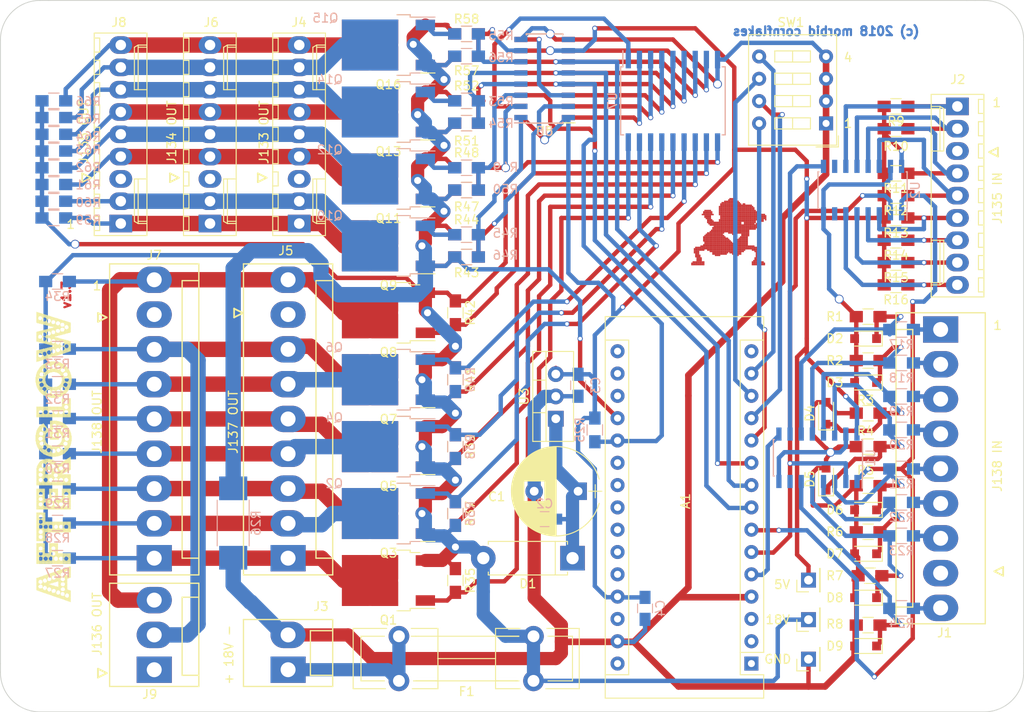
<source format=kicad_pcb>
(kicad_pcb (version 20171130) (host pcbnew 5.0.1)
  (title_block (title "afterglow 1.3") (company "morbid cornflakes"))
  (layers (0 F.Cu signal) (31 B.Cu signal) (34 B.Paste user hide) (35 F.Paste user hide) (36 B.SilkS user) (37 F.SilkS user) (38 B.Mask user) (39 F.Mask user) (44 Edge.Cuts user))
  (net 0 "")
  (net 1 /18V)
  (net 2 GND)
  (net 3 "Net-(F1-Pad2)")
  (net 4 "Net-(J1-Pad1)")
  (net 5 "Net-(J1-Pad2)")
  (net 6 "Net-(J1-Pad3)")
  (net 7 "Net-(J1-Pad4)")
  (net 8 "Net-(J1-Pad5)")
  (net 9 "Net-(J1-Pad6)")
  (net 10 "Net-(J1-Pad7)")
  (net 11 "Net-(J1-Pad9)")
  (net 12 /RI1)
  (net 13 /RI2)
  (net 14 /RI3)
  (net 15 /RI4)
  (net 16 /RI5)
  (net 17 /RI6)
  (net 18 /RI7)
  (net 19 /RI8)
  (net 20 /J137_CO1)
  (net 21 /J137_CO2)
  (net 22 /J137_CO3)
  (net 23 /J137_CO4)
  (net 24 /J137_CO5)
  (net 25 /J137_CO6)
  (net 26 /J137_CO7)
  (net 27 /J137_CO8)
  (net 28 /J133_RO1)
  (net 29 /J133_RO2)
  (net 30 /J133_RO3)
  (net 31 /J133_RO4)
  (net 32 /J133_RO5)
  (net 33 /J133_RO6)
  (net 34 /J133_RO7)
  (net 35 /J133_RO8)
  (net 36 /RO1)
  (net 37 /RO2)
  (net 38 /RO3)
  (net 39 /RO4)
  (net 40 /RO5)
  (net 41 /RO6)
  (net 42 /RO7)
  (net 43 /RO8)
  (net 44 /CI1)
  (net 45 /CI2)
  (net 46 /CI3)
  (net 47 /CI4)
  (net 48 /CI5)
  (net 49 /CI6)
  (net 50 /CI7)
  (net 51 /CI8)
  (net 52 /CO1)
  (net 53 /CO2)
  (net 54 /CO3)
  (net 55 /CO4)
  (net 56 /CO5)
  (net 57 /CO6)
  (net 58 /CO7)
  (net 59 /CO8)
  (net 60 /IN_LOAD)
  (net 61 /IN_DATA)
  (net 62 /IN_CLK)
  (net 63 "Net-(U1-Pad10)")
  (net 64 /OUT_DATA)
  (net 65 /OUT_CLK)
  (net 66 /OUT_LOAD)
  (net 67 "Net-(U5-Pad9)")
  (net 68 "Net-(C1-Pad1)")
  (net 69 "Net-(Q9-Pad1)")
  (net 70 "Net-(Q10-Pad1)")
  (net 71 "Net-(Q11-Pad1)")
  (net 72 "Net-(Q12-Pad1)")
  (net 73 "Net-(Q13-Pad1)")
  (net 74 "Net-(Q14-Pad1)")
  (net 75 "Net-(Q15-Pad1)")
  (net 76 "Net-(Q16-Pad1)")
  (net 77 "Net-(U5-Pad1)")
  (net 78 "Net-(U5-Pad2)")
  (net 79 "Net-(U5-Pad3)")
  (net 80 "Net-(U5-Pad4)")
  (net 81 "Net-(U5-Pad5)")
  (net 82 "Net-(U5-Pad6)")
  (net 83 "Net-(U5-Pad7)")
  (net 84 "Net-(U5-Pad15)")
  (net 85 /5V)
  (net 86 "Net-(A1-Pad20)")
  (net 87 "Net-(A1-Pad13)")
  (net 88 "Net-(A1-Pad11)")
  (net 89 "Net-(A1-Pad12)")
  (net 90 "Net-(A1-Pad14)")
  (net 91 /SUP_GND)
  (module Resistors_SMD:R_0805_HandSoldering (layer F.Cu) (at 122.79 121.12 180)
    (fp_text reference R8 (at 3.79 0.12 180) (layer F.SilkS))
    (fp_text value 1k)
    (pad 1 smd rect (at -1.35 0 180) (size 1.5 1.3) (layers F.Cu F.Paste F.Mask) (net 51 /CI8))
    (pad 2 smd rect (at 1.35 0 180) (size 1.5 1.3) (layers F.Cu F.Paste F.Mask) (net 2 GND))
  )
  (module Mounting_Holes:MountingHole_4.3mm_M4_ISO14580 (layer F.Cu) (at 29.5 55)
    (fp_text reference "" (at 0 -4.5) (layer F.SilkS))
    (fp_text value MountingHole_4.3mm_M4_ISO14580)
    (pad 1 np_thru_hole circle (at 0 0) (size 4.3 4.3) (drill 4.3) (layers *.Cu *.Mask))
  )
  (module Mounting_Holes:MountingHole_4.3mm_M4_ISO14580 (layer F.Cu) (at 30 126)
    (fp_text reference "" (at 0 -4.5) (layer F.SilkS))
    (fp_text value MountingHole_4.3mm_M4_ISO14580)
    (pad 1 np_thru_hole circle (at 0 0) (size 4.3 4.3) (drill 4.3) (layers *.Cu *.Mask))
  )
  (module Mounting_Holes:MountingHole_4.3mm_M4_ISO14580 (layer F.Cu) (at 134.5 126)
    (fp_text reference "" (at 0 -4.5) (layer F.SilkS))
    (fp_text value MountingHole_4.3mm_M4_ISO14580)
    (pad 1 np_thru_hole circle (at 0 0) (size 4.3 4.3) (drill 4.3) (layers *.Cu *.Mask))
  )
  (module Pin_Headers:Pin_Header_Straight_1x01_Pitch2.54mm (layer F.Cu) (at 116 120.5 90)
    (fp_text reference 18V (at 0 -3.5 180) (layer F.SilkS))
    (fp_text value TestPoint)
    (pad 1 thru_hole rect (at 0 0 90) (size 1.7 1.7) (drill 1) (layers *.Cu *.Mask) (net 1 /18V))
  )
  (module Pin_Headers:Pin_Header_Straight_1x01_Pitch2.54mm (layer F.Cu) (at 116 116 90)
    (fp_text reference 5V (at -0.5 -3 180) (layer F.SilkS))
    (fp_text value TestPoint)
    (pad 1 thru_hole rect (at 0 0 90) (size 1.7 1.7) (drill 1) (layers *.Cu *.Mask) (net 85 /5V))
  )
  (module Pin_Headers:Pin_Header_Straight_1x01_Pitch2.54mm (layer F.Cu) (at 116 125 90)
    (fp_text reference GND (at 0 -3.5 180) (layer F.SilkS))
    (fp_text value TestPoint)
    (pad 1 thru_hole rect (at 0 0 90) (size 1.7 1.7) (drill 1) (layers *.Cu *.Mask) (net 2 GND))
  )
  (module Modules:Arduino_Nano (layer F.Cu) (at 109.5 125.5 180)
    (fp_text reference A1 (at 7.5 18.5 270) (layer F.SilkS))
    (fp_text value Arduino_Nano_v3.x)
    (pad 1 thru_hole rect (at 0 0 180) (size 1.6 1.6) (drill 0.8) (layers *.Cu *.Mask))
    (pad 17 thru_hole oval (at 15.24 33.02 180) (size 1.6 1.6) (drill 0.8) (layers *.Cu *.Mask))
    (pad 2 thru_hole oval (at 0 2.54 180) (size 1.6 1.6) (drill 0.8) (layers *.Cu *.Mask))
    (pad 18 thru_hole oval (at 15.24 30.48 180) (size 1.6 1.6) (drill 0.8) (layers *.Cu *.Mask))
    (pad 3 thru_hole oval (at 0 5.08 180) (size 1.6 1.6) (drill 0.8) (layers *.Cu *.Mask))
    (pad 19 thru_hole oval (at 15.24 27.94 180) (size 1.6 1.6) (drill 0.8) (layers *.Cu *.Mask) (net 91 /SUP_GND))
    (pad 4 thru_hole oval (at 0 7.62 180) (size 1.6 1.6) (drill 0.8) (layers *.Cu *.Mask) (net 2 GND))
    (pad 20 thru_hole oval (at 15.24 25.4 180) (size 1.6 1.6) (drill 0.8) (layers *.Cu *.Mask) (net 86 "Net-(A1-Pad20)"))
    (pad 5 thru_hole oval (at 0 10.16 180) (size 1.6 1.6) (drill 0.8) (layers *.Cu *.Mask) (net 61 /IN_DATA))
    (pad 21 thru_hole oval (at 15.24 22.86 180) (size 1.6 1.6) (drill 0.8) (layers *.Cu *.Mask))
    (pad 6 thru_hole oval (at 0 12.7 180) (size 1.6 1.6) (drill 0.8) (layers *.Cu *.Mask) (net 62 /IN_CLK))
    (pad 22 thru_hole oval (at 15.24 20.32 180) (size 1.6 1.6) (drill 0.8) (layers *.Cu *.Mask))
    (pad 7 thru_hole oval (at 0 15.24 180) (size 1.6 1.6) (drill 0.8) (layers *.Cu *.Mask) (net 60 /IN_LOAD))
    (pad 23 thru_hole oval (at 15.24 17.78 180) (size 1.6 1.6) (drill 0.8) (layers *.Cu *.Mask))
    (pad 8 thru_hole oval (at 0 17.78 180) (size 1.6 1.6) (drill 0.8) (layers *.Cu *.Mask) (net 64 /OUT_DATA))
    (pad 24 thru_hole oval (at 15.24 15.24 180) (size 1.6 1.6) (drill 0.8) (layers *.Cu *.Mask))
    (pad 9 thru_hole oval (at 0 20.32 180) (size 1.6 1.6) (drill 0.8) (layers *.Cu *.Mask) (net 65 /OUT_CLK))
    (pad 25 thru_hole oval (at 15.24 12.7 180) (size 1.6 1.6) (drill 0.8) (layers *.Cu *.Mask))
    (pad 10 thru_hole oval (at 0 22.86 180) (size 1.6 1.6) (drill 0.8) (layers *.Cu *.Mask) (net 66 /OUT_LOAD))
    (pad 26 thru_hole oval (at 15.24 10.16 180) (size 1.6 1.6) (drill 0.8) (layers *.Cu *.Mask))
    (pad 11 thru_hole oval (at 0 25.4 180) (size 1.6 1.6) (drill 0.8) (layers *.Cu *.Mask) (net 88 "Net-(A1-Pad11)"))
    (pad 27 thru_hole oval (at 15.24 7.62 180) (size 1.6 1.6) (drill 0.8) (layers *.Cu *.Mask) (net 85 /5V))
    (pad 12 thru_hole oval (at 0 27.94 180) (size 1.6 1.6) (drill 0.8) (layers *.Cu *.Mask) (net 89 "Net-(A1-Pad12)"))
    (pad 28 thru_hole oval (at 15.24 5.08 180) (size 1.6 1.6) (drill 0.8) (layers *.Cu *.Mask))
    (pad 13 thru_hole oval (at 0 30.48 180) (size 1.6 1.6) (drill 0.8) (layers *.Cu *.Mask) (net 87 "Net-(A1-Pad13)"))
    (pad 29 thru_hole oval (at 15.24 2.54 180) (size 1.6 1.6) (drill 0.8) (layers *.Cu *.Mask) (net 2 GND))
    (pad 14 thru_hole oval (at 0 33.02 180) (size 1.6 1.6) (drill 0.8) (layers *.Cu *.Mask) (net 90 "Net-(A1-Pad14)"))
    (pad 30 thru_hole oval (at 15.24 0 180) (size 1.6 1.6) (drill 0.8) (layers *.Cu *.Mask))
    (pad 15 thru_hole oval (at 0 35.56 180) (size 1.6 1.6) (drill 0.8) (layers *.Cu *.Mask))
    (pad 16 thru_hole oval (at 15.24 35.56 180) (size 1.6 1.6) (drill 0.8) (layers *.Cu *.Mask))
  )
  (module Connectors_Molex:Molex_KK-41791-9_9x3.96mm_Straight (layer F.Cu) (at 41.51 113.5 90)
    (fp_text reference J7 (at 34.5 -0.01 180) (layer F.SilkS))
    (fp_text value J138_OUT_C)
    (pad 1 thru_hole rect (at 0 0 90) (size 3 4) (drill 1.7) (layers *.Cu *.Mask) (net 20 /J137_CO1))
    (pad 2 thru_hole oval (at 3.9624 0 90) (size 3 4) (drill 1.7) (layers *.Cu *.Mask) (net 21 /J137_CO2))
    (pad 3 thru_hole oval (at 7.9248 0 90) (size 3 4) (drill 1.7) (layers *.Cu *.Mask) (net 22 /J137_CO3))
    (pad 4 thru_hole oval (at 11.8872 0 90) (size 3 4) (drill 1.7) (layers *.Cu *.Mask) (net 23 /J137_CO4))
    (pad 5 thru_hole oval (at 15.8496 0 90) (size 3 4) (drill 1.7) (layers *.Cu *.Mask) (net 24 /J137_CO5))
    (pad 6 thru_hole oval (at 19.812 0 90) (size 3 4) (drill 1.7) (layers *.Cu *.Mask) (net 25 /J137_CO6))
    (pad 7 thru_hole oval (at 23.7744 0 90) (size 3 4) (drill 1.7) (layers *.Cu *.Mask) (net 26 /J137_CO7))
    (pad 8 thru_hole oval (at 27.7368 0 90) (size 3 4) (drill 1.7) (layers *.Cu *.Mask))
    (pad 9 thru_hole oval (at 31.6992 0 90) (size 3 4) (drill 1.7) (layers *.Cu *.Mask) (net 27 /J137_CO8))
  )
  (module Connectors_Molex:Molex_KK-41791-9_9x3.96mm_Straight (layer F.Cu) (at 56.75 113.5 90)
    (fp_text reference J5 (at 35 -0.25 180) (layer F.SilkS))
    (fp_text value J137_OUT_C)
    (pad 9 thru_hole oval (at 31.6992 0 90) (size 3 4) (drill 1.7) (layers *.Cu *.Mask) (net 27 /J137_CO8))
    (pad 8 thru_hole oval (at 27.7368 0 90) (size 3 4) (drill 1.7) (layers *.Cu *.Mask))
    (pad 7 thru_hole oval (at 23.7744 0 90) (size 3 4) (drill 1.7) (layers *.Cu *.Mask) (net 26 /J137_CO7))
    (pad 6 thru_hole oval (at 19.812 0 90) (size 3 4) (drill 1.7) (layers *.Cu *.Mask) (net 25 /J137_CO6))
    (pad 5 thru_hole oval (at 15.8496 0 90) (size 3 4) (drill 1.7) (layers *.Cu *.Mask) (net 24 /J137_CO5))
    (pad 4 thru_hole oval (at 11.8872 0 90) (size 3 4) (drill 1.7) (layers *.Cu *.Mask) (net 23 /J137_CO4))
    (pad 3 thru_hole oval (at 7.9248 0 90) (size 3 4) (drill 1.7) (layers *.Cu *.Mask) (net 22 /J137_CO3))
    (pad 2 thru_hole oval (at 3.9624 0 90) (size 3 4) (drill 1.7) (layers *.Cu *.Mask) (net 21 /J137_CO2))
    (pad 1 thru_hole rect (at 0 0 90) (size 3 4) (drill 1.7) (layers *.Cu *.Mask) (net 20 /J137_CO1))
  )
  (module Connectors_Molex:Molex_KK-41791-9_9x3.96mm_Straight (layer F.Cu) (at 131.045 87.465 270)
    (fp_text reference J1 (at 34.535 -0.455) (layer F.SilkS))
    (fp_text value J137_IN_C)
    (pad 1 thru_hole rect (at 0 0 270) (size 3 4) (drill 1.7) (layers *.Cu *.Mask) (net 4 "Net-(J1-Pad1)"))
    (pad 2 thru_hole oval (at 3.9624 0 270) (size 3 4) (drill 1.7) (layers *.Cu *.Mask) (net 5 "Net-(J1-Pad2)"))
    (pad 3 thru_hole oval (at 7.9248 0 270) (size 3 4) (drill 1.7) (layers *.Cu *.Mask) (net 6 "Net-(J1-Pad3)"))
    (pad 4 thru_hole oval (at 11.8872 0 270) (size 3 4) (drill 1.7) (layers *.Cu *.Mask) (net 7 "Net-(J1-Pad4)"))
    (pad 5 thru_hole oval (at 15.8496 0 270) (size 3 4) (drill 1.7) (layers *.Cu *.Mask) (net 8 "Net-(J1-Pad5)"))
    (pad 6 thru_hole oval (at 19.812 0 270) (size 3 4) (drill 1.7) (layers *.Cu *.Mask) (net 9 "Net-(J1-Pad6)"))
    (pad 7 thru_hole oval (at 23.7744 0 270) (size 3 4) (drill 1.7) (layers *.Cu *.Mask) (net 10 "Net-(J1-Pad7)"))
    (pad 8 thru_hole oval (at 27.7368 0 270) (size 3 4) (drill 1.7) (layers *.Cu *.Mask))
    (pad 9 thru_hole oval (at 31.6992 0 270) (size 3 4) (drill 1.7) (layers *.Cu *.Mask) (net 11 "Net-(J1-Pad9)"))
  )
  (module Resistors_SMD:R_2512_HandSoldering (layer B.Cu) (at 50.5 109.5 90)
    (fp_text reference R26 (at 0 2.6 90) (layer B.SilkS) (effects (justify mirror)))
    (fp_text value 0.22)
    (pad 1 smd rect (at -3.95 0 90) (size 2.7 3.2) (layers B.Cu B.Paste B.Mask) (net 2 GND))
    (pad 2 smd rect (at 3.95 0 90) (size 2.7 3.2) (layers B.Cu B.Paste B.Mask) (net 91 /SUP_GND))
  )
  (module TO_SOT_Packages_THT:TO-220_Vertical (layer F.Cu) (at 87.23 97.625 90)
    (fp_text reference U3 (at 2.54 -3.62 90) (layer F.SilkS))
    (fp_text value 5V_Regulator)
    (pad 1 thru_hole rect (at 0 0 90) (size 1.8 1.8) (drill 1) (layers *.Cu *.Mask) (net 68 "Net-(C1-Pad1)"))
    (pad 2 thru_hole oval (at 2.54 0 90) (size 1.8 1.8) (drill 1) (layers *.Cu *.Mask) (net 2 GND))
    (pad 3 thru_hole oval (at 5.08 0 90) (size 1.8 1.8) (drill 1) (layers *.Cu *.Mask) (net 85 /5V))
  )
  (module Resistors_SMD:R_0805_HandSoldering (layer F.Cu) (at 125.965 74.765 180)
    (fp_text reference R13 (at 0 -1.7 180) (layer F.SilkS))
    (fp_text value 1k)
    (pad 1 smd rect (at -1.35 0 180) (size 1.5 1.3) (layers F.Cu F.Paste F.Mask) (net 16 /RI5))
    (pad 2 smd rect (at 1.35 0 180) (size 1.5 1.3) (layers F.Cu F.Paste F.Mask) (net 85 /5V))
  )
  (module Capacitors_SMD:C_0805_HandSoldering (layer B.Cu) (at 85.96 109.055 180)
    (fp_text reference C2 (at 0 1.75 180) (layer B.SilkS) (effects (justify mirror)))
    (fp_text value 0.33)
    (pad 1 smd rect (at -1.25 0 180) (size 1.5 1.25) (layers B.Cu B.Paste B.Mask) (net 68 "Net-(C1-Pad1)"))
    (pad 2 smd rect (at 1.25 0 180) (size 1.5 1.25) (layers B.Cu B.Paste B.Mask) (net 2 GND))
  )
  (module Capacitors_SMD:C_0805_HandSoldering (layer B.Cu) (at 89.77 93.815 270)
    (fp_text reference C3 (at 0 -2 270) (layer B.SilkS) (effects (justify mirror)))
    (fp_text value 0.1)
    (pad 1 smd rect (at -1.25 0 270) (size 1.5 1.25) (layers B.Cu B.Paste B.Mask) (net 85 /5V))
    (pad 2 smd rect (at 1.25 0 270) (size 1.5 1.25) (layers B.Cu B.Paste B.Mask) (net 2 GND))
  )
  (module Resistors_SMD:R_0805_HandSoldering (layer F.Cu) (at 122.79 86 180)
    (fp_text reference R1 (at 3.79 0 180) (layer F.SilkS))
    (fp_text value 1k)
    (pad 1 smd rect (at -1.35 0 180) (size 1.5 1.3) (layers F.Cu F.Paste F.Mask) (net 44 /CI1))
    (pad 2 smd rect (at 1.35 0 180) (size 1.5 1.3) (layers F.Cu F.Paste F.Mask) (net 2 GND))
  )
  (module Resistors_SMD:R_0805_HandSoldering (layer F.Cu) (at 122.79 91 180)
    (fp_text reference R2 (at 3.79 0 180) (layer F.SilkS))
    (fp_text value 1k)
    (pad 1 smd rect (at -1.35 0 180) (size 1.5 1.3) (layers F.Cu F.Paste F.Mask) (net 45 /CI2))
    (pad 2 smd rect (at 1.35 0 180) (size 1.5 1.3) (layers F.Cu F.Paste F.Mask) (net 2 GND))
  )
  (module Resistors_SMD:R_0805_HandSoldering (layer F.Cu) (at 122.79 96.99 180)
    (fp_text reference R3 (at 0.29 1.49 180) (layer F.SilkS))
    (fp_text value 1k)
    (pad 1 smd rect (at -1.35 0 180) (size 1.5 1.3) (layers F.Cu F.Paste F.Mask) (net 46 /CI3))
    (pad 2 smd rect (at 1.35 0 180) (size 1.5 1.3) (layers F.Cu F.Paste F.Mask) (net 2 GND))
  )
  (module Resistors_SMD:R_0805_HandSoldering (layer F.Cu) (at 122.79 100.8 180)
    (fp_text reference R4 (at 0.29 1.8 180) (layer F.SilkS))
    (fp_text value 1k)
    (pad 1 smd rect (at -1.35 0 180) (size 1.5 1.3) (layers F.Cu F.Paste F.Mask) (net 47 /CI4))
    (pad 2 smd rect (at 1.35 0 180) (size 1.5 1.3) (layers F.Cu F.Paste F.Mask) (net 2 GND))
  )
  (module Resistors_SMD:R_0805_HandSoldering (layer F.Cu) (at 122.79 105.245 180)
    (fp_text reference R5 (at 0.29 1.745 180) (layer F.SilkS))
    (fp_text value 1k)
    (pad 1 smd rect (at -1.35 0 180) (size 1.5 1.3) (layers F.Cu F.Paste F.Mask) (net 48 /CI5))
    (pad 2 smd rect (at 1.35 0 180) (size 1.5 1.3) (layers F.Cu F.Paste F.Mask) (net 2 GND))
  )
  (module Resistors_SMD:R_0805_HandSoldering (layer F.Cu) (at 122.79 110.5 180)
    (fp_text reference R6 (at 3.79 0 180) (layer F.SilkS))
    (fp_text value 1k)
    (pad 1 smd rect (at -1.35 0 180) (size 1.5 1.3) (layers F.Cu F.Paste F.Mask) (net 49 /CI6))
    (pad 2 smd rect (at 1.35 0 180) (size 1.5 1.3) (layers F.Cu F.Paste F.Mask) (net 2 GND))
  )
  (module Resistors_SMD:R_0805_HandSoldering (layer F.Cu) (at 123 115.5 180)
    (fp_text reference R7 (at 4 0 180) (layer F.SilkS))
    (fp_text value 1k)
    (pad 1 smd rect (at -1.35 0 180) (size 1.5 1.3) (layers F.Cu F.Paste F.Mask) (net 50 /CI7))
    (pad 2 smd rect (at 1.35 0 180) (size 1.5 1.3) (layers F.Cu F.Paste F.Mask) (net 2 GND))
  )
  (module Resistors_SMD:R_0805_HandSoldering (layer F.Cu) (at 125.965 62.065 180)
    (fp_text reference R9 (at 0 -1.7 180) (layer F.SilkS))
    (fp_text value 1k)
    (pad 1 smd rect (at -1.35 0 180) (size 1.5 1.3) (layers F.Cu F.Paste F.Mask) (net 12 /RI1))
    (pad 2 smd rect (at 1.35 0 180) (size 1.5 1.3) (layers F.Cu F.Paste F.Mask) (net 85 /5V))
  )
  (module Resistors_SMD:R_0805_HandSoldering (layer F.Cu) (at 125.965 64.605 180)
    (fp_text reference R10 (at 0 -2 180) (layer F.SilkS))
    (fp_text value 1k)
    (pad 1 smd rect (at -1.35 0 180) (size 1.5 1.3) (layers F.Cu F.Paste F.Mask) (net 13 /RI2))
    (pad 2 smd rect (at 1.35 0 180) (size 1.5 1.3) (layers F.Cu F.Paste F.Mask) (net 85 /5V))
  )
  (module Resistors_SMD:R_0805_HandSoldering (layer F.Cu) (at 125.965 69.685 180)
    (fp_text reference R11 (at 0 -1.7 180) (layer F.SilkS))
    (fp_text value 1k)
    (pad 1 smd rect (at -1.35 0 180) (size 1.5 1.3) (layers F.Cu F.Paste F.Mask) (net 14 /RI3))
    (pad 2 smd rect (at 1.35 0 180) (size 1.5 1.3) (layers F.Cu F.Paste F.Mask) (net 85 /5V))
  )
  (module Resistors_SMD:R_0805_HandSoldering (layer F.Cu) (at 125.965 72.225 180)
    (fp_text reference R12 (at 0 -1.7 180) (layer F.SilkS))
    (fp_text value 1k)
    (pad 1 smd rect (at -1.35 0 180) (size 1.5 1.3) (layers F.Cu F.Paste F.Mask) (net 15 /RI4))
    (pad 2 smd rect (at 1.35 0 180) (size 1.5 1.3) (layers F.Cu F.Paste F.Mask) (net 85 /5V))
  )
  (module Resistors_SMD:R_0805_HandSoldering (layer F.Cu) (at 125.965 77.305 180)
    (fp_text reference R14 (at 0 -1.7 180) (layer F.SilkS))
    (fp_text value 1k)
    (pad 1 smd rect (at -1.35 0 180) (size 1.5 1.3) (layers F.Cu F.Paste F.Mask) (net 17 /RI6))
    (pad 2 smd rect (at 1.35 0 180) (size 1.5 1.3) (layers F.Cu F.Paste F.Mask) (net 85 /5V))
  )
  (module Resistors_SMD:R_0805_HandSoldering (layer F.Cu) (at 125.965 79.845 180)
    (fp_text reference R15 (at 0 -1.7 180) (layer F.SilkS))
    (fp_text value 1k)
    (pad 1 smd rect (at -1.35 0 180) (size 1.5 1.3) (layers F.Cu F.Paste F.Mask) (net 18 /RI7))
    (pad 2 smd rect (at 1.35 0 180) (size 1.5 1.3) (layers F.Cu F.Paste F.Mask) (net 85 /5V))
  )
  (module Resistors_SMD:R_0805_HandSoldering (layer F.Cu) (at 125.965 82.385 180)
    (fp_text reference R16 (at 0 -1.7 180) (layer F.SilkS))
    (fp_text value 1k)
    (pad 1 smd rect (at -1.35 0 180) (size 1.5 1.3) (layers F.Cu F.Paste F.Mask) (net 19 /RI8))
    (pad 2 smd rect (at 1.35 0 180) (size 1.5 1.3) (layers F.Cu F.Paste F.Mask) (net 85 /5V))
  )
  (module Resistors_SMD:R_0805_HandSoldering (layer B.Cu) (at 126.6 87.465)
    (fp_text reference R17 (at 0 1.7) (layer B.SilkS) (effects (justify mirror)))
    (fp_text value 1k)
    (pad 1 smd rect (at -1.35 0) (size 1.5 1.3) (layers B.Cu B.Paste B.Mask) (net 44 /CI1))
    (pad 2 smd rect (at 1.35 0) (size 1.5 1.3) (layers B.Cu B.Paste B.Mask) (net 4 "Net-(J1-Pad1)"))
  )
  (module Resistors_SMD:R_0805_HandSoldering (layer B.Cu) (at 126.6 91.275)
    (fp_text reference R18 (at 0 1.7) (layer B.SilkS) (effects (justify mirror)))
    (fp_text value 1k)
    (pad 1 smd rect (at -1.35 0) (size 1.5 1.3) (layers B.Cu B.Paste B.Mask) (net 45 /CI2))
    (pad 2 smd rect (at 1.35 0) (size 1.5 1.3) (layers B.Cu B.Paste B.Mask) (net 5 "Net-(J1-Pad2)"))
  )
  (module Resistors_SMD:R_0805_HandSoldering (layer B.Cu) (at 126.6 103.34)
    (fp_text reference R21 (at 0 1.7) (layer B.SilkS) (effects (justify mirror)))
    (fp_text value 1k)
    (pad 1 smd rect (at -1.35 0) (size 1.5 1.3) (layers B.Cu B.Paste B.Mask) (net 48 /CI5))
    (pad 2 smd rect (at 1.35 0) (size 1.5 1.3) (layers B.Cu B.Paste B.Mask) (net 8 "Net-(J1-Pad5)"))
  )
  (module Resistors_SMD:R_0805_HandSoldering (layer B.Cu) (at 126.6 107.15)
    (fp_text reference R22 (at 0 1.7) (layer B.SilkS) (effects (justify mirror)))
    (fp_text value 1k)
    (pad 1 smd rect (at -1.35 0) (size 1.5 1.3) (layers B.Cu B.Paste B.Mask) (net 49 /CI6))
    (pad 2 smd rect (at 1.35 0) (size 1.5 1.3) (layers B.Cu B.Paste B.Mask) (net 9 "Net-(J1-Pad6)"))
  )
  (module Resistors_SMD:R_0805_HandSoldering (layer B.Cu) (at 126.6 110.96)
    (fp_text reference R23 (at 0 1.7) (layer B.SilkS) (effects (justify mirror)))
    (fp_text value 1k)
    (pad 1 smd rect (at -1.35 0) (size 1.5 1.3) (layers B.Cu B.Paste B.Mask) (net 50 /CI7))
    (pad 2 smd rect (at 1.35 0) (size 1.5 1.3) (layers B.Cu B.Paste B.Mask) (net 10 "Net-(J1-Pad7)"))
  )
  (module Resistors_SMD:R_0805_HandSoldering (layer B.Cu) (at 126.6 119.215)
    (fp_text reference R24 (at 0 1.7) (layer B.SilkS) (effects (justify mirror)))
    (fp_text value 1k)
    (pad 1 smd rect (at -1.35 0) (size 1.5 1.3) (layers B.Cu B.Paste B.Mask) (net 51 /CI8))
    (pad 2 smd rect (at 1.35 0) (size 1.5 1.3) (layers B.Cu B.Paste B.Mask) (net 11 "Net-(J1-Pad9)"))
  )
  (module Resistors_SMD:R_0805_HandSoldering (layer B.Cu) (at 91.675 98.895 270)
    (fp_text reference R25 (at 0 1.7 270) (layer B.SilkS) (effects (justify mirror)))
    (fp_text value 10k)
    (pad 1 smd rect (at -1.35 0 270) (size 1.5 1.3) (layers B.Cu B.Paste B.Mask) (net 85 /5V))
    (pad 2 smd rect (at 1.35 0 270) (size 1.5 1.3) (layers B.Cu B.Paste B.Mask) (net 86 "Net-(A1-Pad20)"))
  )
  (module Resistors_SMD:R_0805_HandSoldering (layer B.Cu) (at 30.5 113.5)
    (fp_text reference R27 (at 0 1.7) (layer B.SilkS) (effects (justify mirror)))
    (fp_text value 10k)
    (pad 1 smd rect (at -1.35 0) (size 1.5 1.3) (layers B.Cu B.Paste B.Mask) (net 91 /SUP_GND))
    (pad 2 smd rect (at 1.35 0) (size 1.5 1.3) (layers B.Cu B.Paste B.Mask) (net 20 /J137_CO1))
  )
  (module Resistors_SMD:R_0805_HandSoldering (layer B.Cu) (at 30.5 109.5)
    (fp_text reference R28 (at 0 1.7) (layer B.SilkS) (effects (justify mirror)))
    (fp_text value 10k)
    (pad 1 smd rect (at -1.35 0) (size 1.5 1.3) (layers B.Cu B.Paste B.Mask) (net 91 /SUP_GND))
    (pad 2 smd rect (at 1.35 0) (size 1.5 1.3) (layers B.Cu B.Paste B.Mask) (net 21 /J137_CO2))
  )
  (module Connectors_Molex:Molex_KK-6410-09_09x2.54mm_Straight (layer F.Cu) (at 132.95 62.065 270)
    (fp_text reference J2 (at -3.065 -0.05) (layer F.SilkS))
    (fp_text value J133_IN_R)
    (pad 1 thru_hole rect (at 0 0 270) (size 2 2.6) (drill 1.2) (layers *.Cu *.Mask) (net 12 /RI1))
    (pad 2 thru_hole oval (at 2.54 0 270) (size 2 2.6) (drill 1.2) (layers *.Cu *.Mask) (net 13 /RI2))
    (pad 3 thru_hole oval (at 5.08 0 270) (size 2 2.6) (drill 1.2) (layers *.Cu *.Mask))
    (pad 4 thru_hole oval (at 7.62 0 270) (size 2 2.6) (drill 1.2) (layers *.Cu *.Mask) (net 14 /RI3))
    (pad 5 thru_hole oval (at 10.16 0 270) (size 2 2.6) (drill 1.2) (layers *.Cu *.Mask) (net 15 /RI4))
    (pad 6 thru_hole oval (at 12.7 0 270) (size 2 2.6) (drill 1.2) (layers *.Cu *.Mask) (net 16 /RI5))
    (pad 7 thru_hole oval (at 15.24 0 270) (size 2 2.6) (drill 1.2) (layers *.Cu *.Mask) (net 17 /RI6))
    (pad 8 thru_hole oval (at 17.78 0 270) (size 2 2.6) (drill 1.2) (layers *.Cu *.Mask) (net 18 /RI7))
    (pad 9 thru_hole oval (at 20.32 0 270) (size 2 2.6) (drill 1.2) (layers *.Cu *.Mask) (net 19 /RI8))
  )
  (module Connectors_Molex:Molex_KK-41791-02_02x3.96mm_Straight (layer F.Cu) (at 56.75 126.2 90)
    (fp_text reference J3 (at 7.2 3.75 180) (layer F.SilkS))
    (fp_text value Conn_Power)
    (pad 1 thru_hole rect (at 0 0 90) (size 3 4) (drill 1.7) (layers *.Cu *.Mask) (net 3 "Net-(F1-Pad2)"))
    (pad 2 thru_hole oval (at 3.9624 0 90) (size 3 4) (drill 1.7) (layers *.Cu *.Mask) (net 2 GND))
  )
  (module Connectors_Molex:Molex_KK-6410-09_09x2.54mm_Straight (layer F.Cu) (at 47.86 75.4 90)
    (fp_text reference J6 (at 22.9 0.14 180) (layer F.SilkS))
    (fp_text value J134_OUT_R)
    (pad 1 thru_hole rect (at 0 0 90) (size 2 2.6) (drill 1.2) (layers *.Cu *.Mask) (net 28 /J133_RO1))
    (pad 2 thru_hole oval (at 2.54 0 90) (size 2 2.6) (drill 1.2) (layers *.Cu *.Mask) (net 29 /J133_RO2))
    (pad 3 thru_hole oval (at 5.08 0 90) (size 2 2.6) (drill 1.2) (layers *.Cu *.Mask))
    (pad 4 thru_hole oval (at 7.62 0 90) (size 2 2.6) (drill 1.2) (layers *.Cu *.Mask) (net 30 /J133_RO3))
    (pad 5 thru_hole oval (at 10.16 0 90) (size 2 2.6) (drill 1.2) (layers *.Cu *.Mask) (net 31 /J133_RO4))
    (pad 6 thru_hole oval (at 12.7 0 90) (size 2 2.6) (drill 1.2) (layers *.Cu *.Mask) (net 32 /J133_RO5))
    (pad 7 thru_hole oval (at 15.24 0 90) (size 2 2.6) (drill 1.2) (layers *.Cu *.Mask) (net 33 /J133_RO6))
    (pad 8 thru_hole oval (at 17.78 0 90) (size 2 2.6) (drill 1.2) (layers *.Cu *.Mask) (net 34 /J133_RO7))
    (pad 9 thru_hole oval (at 20.32 0 90) (size 2 2.6) (drill 1.2) (layers *.Cu *.Mask) (net 35 /J133_RO8))
  )
  (module Connectors_Molex:Molex_KK-6410-09_09x2.54mm_Straight (layer F.Cu) (at 37.7 75.4 90)
    (fp_text reference J8 (at 22.9 -0.2 180) (layer F.SilkS))
    (fp_text value J135_OUT_R)
    (pad 1 thru_hole rect (at 0 0 90) (size 2 2.6) (drill 1.2) (layers *.Cu *.Mask) (net 28 /J133_RO1))
    (pad 2 thru_hole oval (at 2.54 0 90) (size 2 2.6) (drill 1.2) (layers *.Cu *.Mask) (net 29 /J133_RO2))
    (pad 3 thru_hole oval (at 5.08 0 90) (size 2 2.6) (drill 1.2) (layers *.Cu *.Mask))
    (pad 4 thru_hole oval (at 7.62 0 90) (size 2 2.6) (drill 1.2) (layers *.Cu *.Mask) (net 30 /J133_RO3))
    (pad 5 thru_hole oval (at 10.16 0 90) (size 2 2.6) (drill 1.2) (layers *.Cu *.Mask) (net 31 /J133_RO4))
    (pad 6 thru_hole oval (at 12.7 0 90) (size 2 2.6) (drill 1.2) (layers *.Cu *.Mask) (net 32 /J133_RO5))
    (pad 7 thru_hole oval (at 15.24 0 90) (size 2 2.6) (drill 1.2) (layers *.Cu *.Mask) (net 33 /J133_RO6))
    (pad 8 thru_hole oval (at 17.78 0 90) (size 2 2.6) (drill 1.2) (layers *.Cu *.Mask) (net 34 /J133_RO7))
    (pad 9 thru_hole oval (at 20.32 0 90) (size 2 2.6) (drill 1.2) (layers *.Cu *.Mask) (net 35 /J133_RO8))
  )
  (module Connectors_Molex:Molex_KK-41791-03_03x3.96mm_Straight (layer F.Cu) (at 41.51 126.2 90)
    (fp_text reference J9 (at -2.8 -0.51 180) (layer F.SilkS))
    (fp_text value 136_OUT_C)
    (pad 1 thru_hole rect (at 0 0 90) (size 3 4) (drill 1.7) (layers *.Cu *.Mask))
    (pad 2 thru_hole oval (at 3.9624 0 90) (size 3 4) (drill 1.7) (layers *.Cu *.Mask) (net 26 /J137_CO7))
    (pad 3 thru_hole oval (at 7.9248 0 90) (size 3 4) (drill 1.7) (layers *.Cu *.Mask) (net 27 /J137_CO8))
  )
  (module TO_SOT_Packages_SMD:TO-252-2 (layer F.Cu) (at 68.18 77.94 180)
    (fp_text reference Q9 (at 0 -4.5 180) (layer F.SilkS))
    (fp_text value IRL2905)
    (pad 1 smd rect (at -4.2 -2.28 180) (size 2.2 1.2) (layers F.Cu F.Paste F.Mask) (net 69 "Net-(Q9-Pad1)"))
    (pad 3 smd rect (at -4.2 2.28 180) (size 2.2 1.2) (layers F.Cu F.Paste F.Mask) (net 91 /SUP_GND))
    (pad 2 smd rect (at 2.1 0 180) (size 6.4 5.8) (layers F.Cu F.Mask) (net 28 /J133_RO1))
    (pad 2 smd rect (at 3.775 1.525 180) (size 3.05 2.75) (layers F.Cu F.Paste) (net 28 /J133_RO1))
    (pad 2 smd rect (at 0.425 -1.525 180) (size 3.05 2.75) (layers F.Cu F.Paste) (net 28 /J133_RO1))
    (pad 2 smd rect (at 3.775 -1.525 180) (size 3.05 2.75) (layers F.Cu F.Paste) (net 28 /J133_RO1))
    (pad 2 smd rect (at 0.425 1.525 180) (size 3.05 2.75) (layers F.Cu F.Paste) (net 28 /J133_RO1))
  )
  (module TO_SOT_Packages_SMD:TO-252-2 (layer B.Cu) (at 68.18 77.94 180)
    (fp_text reference Q10 (at 6.68 3.44 180) (layer B.SilkS) (effects (justify mirror)))
    (fp_text value IRL2905)
    (pad 1 smd rect (at -4.2 2.28 180) (size 2.2 1.2) (layers B.Cu B.Paste B.Mask) (net 70 "Net-(Q10-Pad1)"))
    (pad 3 smd rect (at -4.2 -2.28 180) (size 2.2 1.2) (layers B.Cu B.Paste B.Mask) (net 91 /SUP_GND))
    (pad 2 smd rect (at 2.1 0 180) (size 6.4 5.8) (layers B.Cu B.Mask) (net 29 /J133_RO2))
    (pad 2 smd rect (at 3.775 -1.525 180) (size 3.05 2.75) (layers B.Cu B.Paste) (net 29 /J133_RO2))
    (pad 2 smd rect (at 0.425 1.525 180) (size 3.05 2.75) (layers B.Cu B.Paste) (net 29 /J133_RO2))
    (pad 2 smd rect (at 3.775 1.525 180) (size 3.05 2.75) (layers B.Cu B.Paste) (net 29 /J133_RO2))
    (pad 2 smd rect (at 0.425 -1.525 180) (size 3.05 2.75) (layers B.Cu B.Paste) (net 29 /J133_RO2))
  )
  (module TO_SOT_Packages_SMD:TO-252-2 (layer F.Cu) (at 68.18 70.32 180)
    (fp_text reference Q11 (at 0 -4.5 180) (layer F.SilkS))
    (fp_text value IRL2905)
    (pad 1 smd rect (at -4.2 -2.28 180) (size 2.2 1.2) (layers F.Cu F.Paste F.Mask) (net 71 "Net-(Q11-Pad1)"))
    (pad 3 smd rect (at -4.2 2.28 180) (size 2.2 1.2) (layers F.Cu F.Paste F.Mask) (net 91 /SUP_GND))
    (pad 2 smd rect (at 2.1 0 180) (size 6.4 5.8) (layers F.Cu F.Mask) (net 30 /J133_RO3))
    (pad 2 smd rect (at 3.775 1.525 180) (size 3.05 2.75) (layers F.Cu F.Paste) (net 30 /J133_RO3))
    (pad 2 smd rect (at 0.425 -1.525 180) (size 3.05 2.75) (layers F.Cu F.Paste) (net 30 /J133_RO3))
    (pad 2 smd rect (at 3.775 -1.525 180) (size 3.05 2.75) (layers F.Cu F.Paste) (net 30 /J133_RO3))
    (pad 2 smd rect (at 0.425 1.525 180) (size 3.05 2.75) (layers F.Cu F.Paste) (net 30 /J133_RO3))
  )
  (module TO_SOT_Packages_SMD:TO-252-2 (layer B.Cu) (at 68.18 70.32 180)
    (fp_text reference Q12 (at 6.68 3.32 180) (layer B.SilkS) (effects (justify mirror)))
    (fp_text value IRL2905)
    (pad 1 smd rect (at -4.2 2.28 180) (size 2.2 1.2) (layers B.Cu B.Paste B.Mask) (net 72 "Net-(Q12-Pad1)"))
    (pad 3 smd rect (at -4.2 -2.28 180) (size 2.2 1.2) (layers B.Cu B.Paste B.Mask) (net 91 /SUP_GND))
    (pad 2 smd rect (at 2.1 0 180) (size 6.4 5.8) (layers B.Cu B.Mask) (net 31 /J133_RO4))
    (pad 2 smd rect (at 3.775 -1.525 180) (size 3.05 2.75) (layers B.Cu B.Paste) (net 31 /J133_RO4))
    (pad 2 smd rect (at 0.425 1.525 180) (size 3.05 2.75) (layers B.Cu B.Paste) (net 31 /J133_RO4))
    (pad 2 smd rect (at 3.775 1.525 180) (size 3.05 2.75) (layers B.Cu B.Paste) (net 31 /J133_RO4))
    (pad 2 smd rect (at 0.425 -1.525 180) (size 3.05 2.75) (layers B.Cu B.Paste) (net 31 /J133_RO4))
  )
  (module TO_SOT_Packages_SMD:TO-252-2 (layer F.Cu) (at 68.18 62.7 180)
    (fp_text reference Q13 (at 0 -4.5 180) (layer F.SilkS))
    (fp_text value IRL2905)
    (pad 1 smd rect (at -4.2 -2.28 180) (size 2.2 1.2) (layers F.Cu F.Paste F.Mask) (net 73 "Net-(Q13-Pad1)"))
    (pad 3 smd rect (at -4.2 2.28 180) (size 2.2 1.2) (layers F.Cu F.Paste F.Mask) (net 91 /SUP_GND))
    (pad 2 smd rect (at 2.1 0 180) (size 6.4 5.8) (layers F.Cu F.Mask) (net 32 /J133_RO5))
    (pad 2 smd rect (at 3.775 1.525 180) (size 3.05 2.75) (layers F.Cu F.Paste) (net 32 /J133_RO5))
    (pad 2 smd rect (at 0.425 -1.525 180) (size 3.05 2.75) (layers F.Cu F.Paste) (net 32 /J133_RO5))
    (pad 2 smd rect (at 3.775 -1.525 180) (size 3.05 2.75) (layers F.Cu F.Paste) (net 32 /J133_RO5))
    (pad 2 smd rect (at 0.425 1.525 180) (size 3.05 2.75) (layers F.Cu F.Paste) (net 32 /J133_RO5))
  )
  (module TO_SOT_Packages_SMD:TO-252-2 (layer B.Cu) (at 68.18 62.7 180)
    (fp_text reference Q14 (at 6.68 3.7 180) (layer B.SilkS) (effects (justify mirror)))
    (fp_text value IRL2905)
    (pad 1 smd rect (at -4.2 2.28 180) (size 2.2 1.2) (layers B.Cu B.Paste B.Mask) (net 74 "Net-(Q14-Pad1)"))
    (pad 3 smd rect (at -4.2 -2.28 180) (size 2.2 1.2) (layers B.Cu B.Paste B.Mask) (net 91 /SUP_GND))
    (pad 2 smd rect (at 2.1 0 180) (size 6.4 5.8) (layers B.Cu B.Mask) (net 33 /J133_RO6))
    (pad 2 smd rect (at 3.775 -1.525 180) (size 3.05 2.75) (layers B.Cu B.Paste) (net 33 /J133_RO6))
    (pad 2 smd rect (at 0.425 1.525 180) (size 3.05 2.75) (layers B.Cu B.Paste) (net 33 /J133_RO6))
    (pad 2 smd rect (at 3.775 1.525 180) (size 3.05 2.75) (layers B.Cu B.Paste) (net 33 /J133_RO6))
    (pad 2 smd rect (at 0.425 -1.525 180) (size 3.05 2.75) (layers B.Cu B.Paste) (net 33 /J133_RO6))
  )
  (module TO_SOT_Packages_SMD:TO-252-2 (layer B.Cu) (at 68.18 55.08 180)
    (fp_text reference Q15 (at 7.18 3.08 180) (layer B.SilkS) (effects (justify mirror)))
    (fp_text value IRL2905)
    (pad 1 smd rect (at -4.2 2.28 180) (size 2.2 1.2) (layers B.Cu B.Paste B.Mask) (net 75 "Net-(Q15-Pad1)"))
    (pad 3 smd rect (at -4.2 -2.28 180) (size 2.2 1.2) (layers B.Cu B.Paste B.Mask) (net 91 /SUP_GND))
    (pad 2 smd rect (at 2.1 0 180) (size 6.4 5.8) (layers B.Cu B.Mask) (net 34 /J133_RO7))
    (pad 2 smd rect (at 3.775 -1.525 180) (size 3.05 2.75) (layers B.Cu B.Paste) (net 34 /J133_RO7))
    (pad 2 smd rect (at 0.425 1.525 180) (size 3.05 2.75) (layers B.Cu B.Paste) (net 34 /J133_RO7))
    (pad 2 smd rect (at 3.775 1.525 180) (size 3.05 2.75) (layers B.Cu B.Paste) (net 34 /J133_RO7))
    (pad 2 smd rect (at 0.425 -1.525 180) (size 3.05 2.75) (layers B.Cu B.Paste) (net 34 /J133_RO7))
  )
  (module TO_SOT_Packages_SMD:TO-252-2 (layer F.Cu) (at 68.18 55.08 180)
    (fp_text reference Q16 (at 0 -4.5 180) (layer F.SilkS))
    (fp_text value IRL2905)
    (pad 1 smd rect (at -4.2 -2.28 180) (size 2.2 1.2) (layers F.Cu F.Paste F.Mask) (net 76 "Net-(Q16-Pad1)"))
    (pad 3 smd rect (at -4.2 2.28 180) (size 2.2 1.2) (layers F.Cu F.Paste F.Mask) (net 91 /SUP_GND))
    (pad 2 smd rect (at 2.1 0 180) (size 6.4 5.8) (layers F.Cu F.Mask) (net 35 /J133_RO8))
    (pad 2 smd rect (at 3.775 1.525 180) (size 3.05 2.75) (layers F.Cu F.Paste) (net 35 /J133_RO8))
    (pad 2 smd rect (at 0.425 -1.525 180) (size 3.05 2.75) (layers F.Cu F.Paste) (net 35 /J133_RO8))
    (pad 2 smd rect (at 3.775 -1.525 180) (size 3.05 2.75) (layers F.Cu F.Paste) (net 35 /J133_RO8))
    (pad 2 smd rect (at 0.425 1.525 180) (size 3.05 2.75) (layers F.Cu F.Paste) (net 35 /J133_RO8))
  )
  (module Housings_SOIC:SOIC-16_3.9x9.9mm_Pitch1.27mm (layer B.Cu) (at 117.075 102.07 90)
    (fp_text reference U1 (at 0 6 90) (layer B.SilkS) (effects (justify mirror)))
    (fp_text value 74LS165)
    (pad 1 smd rect (at -2.7 4.445 90) (size 1.5 0.6) (layers B.Cu B.Paste B.Mask) (net 60 /IN_LOAD))
    (pad 2 smd rect (at -2.7 3.175 90) (size 1.5 0.6) (layers B.Cu B.Paste B.Mask) (net 62 /IN_CLK))
    (pad 3 smd rect (at -2.7 1.905 90) (size 1.5 0.6) (layers B.Cu B.Paste B.Mask) (net 48 /CI5))
    (pad 4 smd rect (at -2.7 0.635 90) (size 1.5 0.6) (layers B.Cu B.Paste B.Mask) (net 49 /CI6))
    (pad 5 smd rect (at -2.7 -0.635 90) (size 1.5 0.6) (layers B.Cu B.Paste B.Mask) (net 50 /CI7))
    (pad 6 smd rect (at -2.7 -1.905 90) (size 1.5 0.6) (layers B.Cu B.Paste B.Mask) (net 51 /CI8))
    (pad 7 smd rect (at -2.7 -3.175 90) (size 1.5 0.6) (layers B.Cu B.Paste B.Mask))
    (pad 8 smd rect (at -2.7 -4.445 90) (size 1.5 0.6) (layers B.Cu B.Paste B.Mask) (net 2 GND))
    (pad 9 smd rect (at 2.7 -4.445 90) (size 1.5 0.6) (layers B.Cu B.Paste B.Mask) (net 61 /IN_DATA))
    (pad 10 smd rect (at 2.7 -3.175 90) (size 1.5 0.6) (layers B.Cu B.Paste B.Mask) (net 63 "Net-(U1-Pad10)"))
    (pad 11 smd rect (at 2.7 -1.905 90) (size 1.5 0.6) (layers B.Cu B.Paste B.Mask) (net 44 /CI1))
    (pad 12 smd rect (at 2.7 -0.635 90) (size 1.5 0.6) (layers B.Cu B.Paste B.Mask) (net 45 /CI2))
    (pad 13 smd rect (at 2.7 0.635 90) (size 1.5 0.6) (layers B.Cu B.Paste B.Mask) (net 46 /CI3))
    (pad 14 smd rect (at 2.7 1.905 90) (size 1.5 0.6) (layers B.Cu B.Paste B.Mask) (net 47 /CI4))
    (pad 15 smd rect (at 2.7 3.175 90) (size 1.5 0.6) (layers B.Cu B.Paste B.Mask) (net 2 GND))
    (pad 16 smd rect (at 2.7 4.445 90) (size 1.5 0.6) (layers B.Cu B.Paste B.Mask) (net 85 /5V))
  )
  (module Housings_SOIC:SOIC-16_3.9x9.9mm_Pitch1.27mm (layer B.Cu) (at 122.155 71.59 90)
    (fp_text reference U2 (at 0 6 90) (layer B.SilkS) (effects (justify mirror)))
    (fp_text value 74LS165)
    (pad 1 smd rect (at -2.7 4.445 90) (size 1.5 0.6) (layers B.Cu B.Paste B.Mask) (net 60 /IN_LOAD))
    (pad 2 smd rect (at -2.7 3.175 90) (size 1.5 0.6) (layers B.Cu B.Paste B.Mask) (net 62 /IN_CLK))
    (pad 3 smd rect (at -2.7 1.905 90) (size 1.5 0.6) (layers B.Cu B.Paste B.Mask) (net 16 /RI5))
    (pad 4 smd rect (at -2.7 0.635 90) (size 1.5 0.6) (layers B.Cu B.Paste B.Mask) (net 17 /RI6))
    (pad 5 smd rect (at -2.7 -0.635 90) (size 1.5 0.6) (layers B.Cu B.Paste B.Mask) (net 18 /RI7))
    (pad 6 smd rect (at -2.7 -1.905 90) (size 1.5 0.6) (layers B.Cu B.Paste B.Mask) (net 19 /RI8))
    (pad 7 smd rect (at -2.7 -3.175 90) (size 1.5 0.6) (layers B.Cu B.Paste B.Mask))
    (pad 8 smd rect (at -2.7 -4.445 90) (size 1.5 0.6) (layers B.Cu B.Paste B.Mask) (net 2 GND))
    (pad 9 smd rect (at 2.7 -4.445 90) (size 1.5 0.6) (layers B.Cu B.Paste B.Mask) (net 63 "Net-(U1-Pad10)"))
    (pad 10 smd rect (at 2.7 -3.175 90) (size 1.5 0.6) (layers B.Cu B.Paste B.Mask))
    (pad 11 smd rect (at 2.7 -1.905 90) (size 1.5 0.6) (layers B.Cu B.Paste B.Mask) (net 12 /RI1))
    (pad 12 smd rect (at 2.7 -0.635 90) (size 1.5 0.6) (layers B.Cu B.Paste B.Mask) (net 13 /RI2))
    (pad 13 smd rect (at 2.7 0.635 90) (size 1.5 0.6) (layers B.Cu B.Paste B.Mask) (net 14 /RI3))
    (pad 14 smd rect (at 2.7 1.905 90) (size 1.5 0.6) (layers B.Cu B.Paste B.Mask) (net 15 /RI4))
    (pad 15 smd rect (at 2.7 3.175 90) (size 1.5 0.6) (layers B.Cu B.Paste B.Mask) (net 2 GND))
    (pad 16 smd rect (at 2.7 4.445 90) (size 1.5 0.6) (layers B.Cu B.Paste B.Mask) (net 85 /5V))
  )
  (module Housings_SOIC:SOIC-16_3.9x9.9mm_Pitch1.27mm (layer F.Cu) (at 85.96 58.89 180)
    (fp_text reference U5 (at 0 -6 180) (layer F.SilkS))
    (fp_text value 74HC595)
    (pad 1 smd rect (at -2.7 -4.445 180) (size 1.5 0.6) (layers F.Cu F.Paste F.Mask) (net 77 "Net-(U5-Pad1)"))
    (pad 2 smd rect (at -2.7 -3.175 180) (size 1.5 0.6) (layers F.Cu F.Paste F.Mask) (net 78 "Net-(U5-Pad2)"))
    (pad 3 smd rect (at -2.7 -1.905 180) (size 1.5 0.6) (layers F.Cu F.Paste F.Mask) (net 79 "Net-(U5-Pad3)"))
    (pad 4 smd rect (at -2.7 -0.635 180) (size 1.5 0.6) (layers F.Cu F.Paste F.Mask) (net 80 "Net-(U5-Pad4)"))
    (pad 5 smd rect (at -2.7 0.635 180) (size 1.5 0.6) (layers F.Cu F.Paste F.Mask) (net 81 "Net-(U5-Pad5)"))
    (pad 6 smd rect (at -2.7 1.905 180) (size 1.5 0.6) (layers F.Cu F.Paste F.Mask) (net 82 "Net-(U5-Pad6)"))
    (pad 7 smd rect (at -2.7 3.175 180) (size 1.5 0.6) (layers F.Cu F.Paste F.Mask) (net 83 "Net-(U5-Pad7)"))
    (pad 8 smd rect (at -2.7 4.445 180) (size 1.5 0.6) (layers F.Cu F.Paste F.Mask) (net 2 GND))
    (pad 9 smd rect (at 2.7 4.445 180) (size 1.5 0.6) (layers F.Cu F.Paste F.Mask) (net 67 "Net-(U5-Pad9)"))
    (pad 10 smd rect (at 2.7 3.175 180) (size 1.5 0.6) (layers F.Cu F.Paste F.Mask) (net 85 /5V))
    (pad 11 smd rect (at 2.7 1.905 180) (size 1.5 0.6) (layers F.Cu F.Paste F.Mask) (net 65 /OUT_CLK))
    (pad 12 smd rect (at 2.7 0.635 180) (size 1.5 0.6) (layers F.Cu F.Paste F.Mask) (net 66 /OUT_LOAD))
    (pad 13 smd rect (at 2.7 -0.635 180) (size 1.5 0.6) (layers F.Cu F.Paste F.Mask) (net 86 "Net-(A1-Pad20)"))
    (pad 14 smd rect (at 2.7 -1.905 180) (size 1.5 0.6) (layers F.Cu F.Paste F.Mask) (net 64 /OUT_DATA))
    (pad 15 smd rect (at 2.7 -3.175 180) (size 1.5 0.6) (layers F.Cu F.Paste F.Mask) (net 84 "Net-(U5-Pad15)"))
    (pad 16 smd rect (at 2.7 -4.445 180) (size 1.5 0.6) (layers F.Cu F.Paste F.Mask) (net 85 /5V))
  )
  (module Housings_SOIC:SOIC-16_3.9x9.9mm_Pitch1.27mm (layer B.Cu) (at 85.96 58.89)
    (fp_text reference U6 (at 0 6) (layer B.SilkS) (effects (justify mirror)))
    (fp_text value 74HC595)
    (pad 1 smd rect (at -2.7 4.445) (size 1.5 0.6) (layers B.Cu B.Paste B.Mask) (net 37 /RO2))
    (pad 2 smd rect (at -2.7 3.175) (size 1.5 0.6) (layers B.Cu B.Paste B.Mask) (net 38 /RO3))
    (pad 3 smd rect (at -2.7 1.905) (size 1.5 0.6) (layers B.Cu B.Paste B.Mask) (net 39 /RO4))
    (pad 4 smd rect (at -2.7 0.635) (size 1.5 0.6) (layers B.Cu B.Paste B.Mask) (net 40 /RO5))
    (pad 5 smd rect (at -2.7 -0.635) (size 1.5 0.6) (layers B.Cu B.Paste B.Mask) (net 41 /RO6))
    (pad 6 smd rect (at -2.7 -1.905) (size 1.5 0.6) (layers B.Cu B.Paste B.Mask) (net 42 /RO7))
    (pad 7 smd rect (at -2.7 -3.175) (size 1.5 0.6) (layers B.Cu B.Paste B.Mask) (net 43 /RO8))
    (pad 8 smd rect (at -2.7 -4.445) (size 1.5 0.6) (layers B.Cu B.Paste B.Mask) (net 2 GND))
    (pad 9 smd rect (at 2.7 -4.445) (size 1.5 0.6) (layers B.Cu B.Paste B.Mask))
    (pad 10 smd rect (at 2.7 -3.175) (size 1.5 0.6) (layers B.Cu B.Paste B.Mask) (net 85 /5V))
    (pad 11 smd rect (at 2.7 -1.905) (size 1.5 0.6) (layers B.Cu B.Paste B.Mask) (net 65 /OUT_CLK))
    (pad 12 smd rect (at 2.7 -0.635) (size 1.5 0.6) (layers B.Cu B.Paste B.Mask) (net 66 /OUT_LOAD))
    (pad 13 smd rect (at 2.7 0.635) (size 1.5 0.6) (layers B.Cu B.Paste B.Mask) (net 86 "Net-(A1-Pad20)"))
    (pad 14 smd rect (at 2.7 1.905) (size 1.5 0.6) (layers B.Cu B.Paste B.Mask) (net 67 "Net-(U5-Pad9)"))
    (pad 15 smd rect (at 2.7 3.175) (size 1.5 0.6) (layers B.Cu B.Paste B.Mask) (net 36 /RO1))
    (pad 16 smd rect (at 2.7 4.445) (size 1.5 0.6) (layers B.Cu B.Paste B.Mask) (net 85 /5V))
  )
  (module Capacitors_THT:CP_Radial_D10.0mm_P5.00mm (layer F.Cu) (at 89.77 105.88 180)
    (fp_text reference C1 (at 9.27 -0.62 180) (layer F.SilkS))
    (fp_text value 1000uF)
    (pad 1 thru_hole rect (at 0 0 180) (size 2 2) (drill 1) (layers *.Cu *.Mask) (net 68 "Net-(C1-Pad1)"))
    (pad 2 thru_hole circle (at 5 0 180) (size 2 2) (drill 1) (layers *.Cu *.Mask) (net 2 GND))
  )
  (module Capacitors_SMD:C_0805_HandSoldering (layer B.Cu) (at 97.39 119.215 90)
    (fp_text reference C4 (at 0 1.75 90) (layer B.SilkS) (effects (justify mirror)))
    (fp_text value 0.33)
    (pad 1 smd rect (at -1.25 0 90) (size 1.5 1.25) (layers B.Cu B.Paste B.Mask) (net 2 GND))
    (pad 2 smd rect (at 1.25 0 90) (size 1.5 1.25) (layers B.Cu B.Paste B.Mask) (net 85 /5V))
  )
  (module Diodes_THT:D_5W_P10.16mm_Horizontal (layer F.Cu) (at 89.135 113.5 180)
    (fp_text reference D1 (at 5.08 -2.91 180) (layer F.SilkS))
    (fp_text value 1N4004)
    (pad 1 thru_hole rect (at 0 0 180) (size 2.8 2.8) (drill 1.4) (layers *.Cu *.Mask) (net 68 "Net-(C1-Pad1)"))
    (pad 2 thru_hole oval (at 10.16 0 180) (size 2.8 2.8) (drill 1.4) (layers *.Cu *.Mask) (net 1 /18V))
  )
  (module Fuse_Holders_and_Fuses:Fuseholder5x20_horiz_open_lateral_Type-II (layer F.Cu) (at 84.69 127.47 180)
    (fp_text reference F1 (at 7.61 -1.21 180) (layer F.SilkS))
    (fp_text value "5A SB")
    (pad 2 thru_hole circle (at 15.32 0 180) (size 2.35 2.35) (drill 1.35) (layers *.Cu *.Mask) (net 3 "Net-(F1-Pad2)"))
    (pad 2 thru_hole circle (at 15.32 5.08 180) (size 2.35 2.35) (drill 1.35) (layers *.Cu *.Mask) (net 3 "Net-(F1-Pad2)"))
    (pad 1 thru_hole circle (at 0 0 180) (size 2.35 2.35) (drill 1.35) (layers *.Cu *.Mask) (net 1 /18V))
    (pad 1 thru_hole circle (at 0 5.08 180) (size 2.35 2.35) (drill 1.35) (layers *.Cu *.Mask) (net 1 /18V))
  )
  (module Connectors_Molex:Molex_KK-6410-09_09x2.54mm_Straight (layer F.Cu) (at 58.02 75.4 90)
    (fp_text reference J4 (at 22.9 -0.02 180) (layer F.SilkS))
    (fp_text value J133_OUT_R)
    (pad 1 thru_hole rect (at 0 0 90) (size 2 2.6) (drill 1.2) (layers *.Cu *.Mask) (net 28 /J133_RO1))
    (pad 2 thru_hole oval (at 2.54 0 90) (size 2 2.6) (drill 1.2) (layers *.Cu *.Mask) (net 29 /J133_RO2))
    (pad 3 thru_hole oval (at 5.08 0 90) (size 2 2.6) (drill 1.2) (layers *.Cu *.Mask))
    (pad 4 thru_hole oval (at 7.62 0 90) (size 2 2.6) (drill 1.2) (layers *.Cu *.Mask) (net 30 /J133_RO3))
    (pad 5 thru_hole oval (at 10.16 0 90) (size 2 2.6) (drill 1.2) (layers *.Cu *.Mask) (net 31 /J133_RO4))
    (pad 6 thru_hole oval (at 12.7 0 90) (size 2 2.6) (drill 1.2) (layers *.Cu *.Mask) (net 32 /J133_RO5))
    (pad 7 thru_hole oval (at 15.24 0 90) (size 2 2.6) (drill 1.2) (layers *.Cu *.Mask) (net 33 /J133_RO6))
    (pad 8 thru_hole oval (at 17.78 0 90) (size 2 2.6) (drill 1.2) (layers *.Cu *.Mask) (net 34 /J133_RO7))
    (pad 9 thru_hole oval (at 20.32 0 90) (size 2 2.6) (drill 1.2) (layers *.Cu *.Mask) (net 35 /J133_RO8))
  )
  (module TO_SOT_Packages_SMD:TO-252-2 (layer F.Cu) (at 68.18 116.04 180)
    (fp_text reference Q1 (at 0 -4.5 180) (layer F.SilkS))
    (fp_text value IRF5305)
    (pad 1 smd rect (at -4.2 -2.28 180) (size 2.2 1.2) (layers F.Cu F.Paste F.Mask) (net 52 /CO1))
    (pad 3 smd rect (at -4.2 2.28 180) (size 2.2 1.2) (layers F.Cu F.Paste F.Mask) (net 1 /18V))
    (pad 2 smd rect (at 2.1 0 180) (size 6.4 5.8) (layers F.Cu F.Mask) (net 20 /J137_CO1))
    (pad 2 smd rect (at 3.775 1.525 180) (size 3.05 2.75) (layers F.Cu F.Paste) (net 20 /J137_CO1))
    (pad 2 smd rect (at 0.425 -1.525 180) (size 3.05 2.75) (layers F.Cu F.Paste) (net 20 /J137_CO1))
    (pad 2 smd rect (at 3.775 -1.525 180) (size 3.05 2.75) (layers F.Cu F.Paste) (net 20 /J137_CO1))
    (pad 2 smd rect (at 0.425 1.525 180) (size 3.05 2.75) (layers F.Cu F.Paste) (net 20 /J137_CO1))
  )
  (module TO_SOT_Packages_SMD:TO-252-2 (layer B.Cu) (at 68.18 108.42 180)
    (fp_text reference Q2 (at 6.18 3.42 180) (layer B.SilkS) (effects (justify mirror)))
    (fp_text value IRF5305)
    (pad 1 smd rect (at -4.2 2.28 180) (size 2.2 1.2) (layers B.Cu B.Paste B.Mask) (net 53 /CO2))
    (pad 3 smd rect (at -4.2 -2.28 180) (size 2.2 1.2) (layers B.Cu B.Paste B.Mask) (net 1 /18V))
    (pad 2 smd rect (at 2.1 0 180) (size 6.4 5.8) (layers B.Cu B.Mask) (net 21 /J137_CO2))
    (pad 2 smd rect (at 3.775 -1.525 180) (size 3.05 2.75) (layers B.Cu B.Paste) (net 21 /J137_CO2))
    (pad 2 smd rect (at 0.425 1.525 180) (size 3.05 2.75) (layers B.Cu B.Paste) (net 21 /J137_CO2))
    (pad 2 smd rect (at 3.775 1.525 180) (size 3.05 2.75) (layers B.Cu B.Paste) (net 21 /J137_CO2))
    (pad 2 smd rect (at 0.425 -1.525 180) (size 3.05 2.75) (layers B.Cu B.Paste) (net 21 /J137_CO2))
  )
  (module TO_SOT_Packages_SMD:TO-252-2 (layer F.Cu) (at 68.18 108.42 180)
    (fp_text reference Q3 (at 0 -4.5 180) (layer F.SilkS))
    (fp_text value IRF5305)
    (pad 1 smd rect (at -4.2 -2.28 180) (size 2.2 1.2) (layers F.Cu F.Paste F.Mask) (net 54 /CO3))
    (pad 3 smd rect (at -4.2 2.28 180) (size 2.2 1.2) (layers F.Cu F.Paste F.Mask) (net 1 /18V))
    (pad 2 smd rect (at 2.1 0 180) (size 6.4 5.8) (layers F.Cu F.Mask) (net 22 /J137_CO3))
    (pad 2 smd rect (at 3.775 1.525 180) (size 3.05 2.75) (layers F.Cu F.Paste) (net 22 /J137_CO3))
    (pad 2 smd rect (at 0.425 -1.525 180) (size 3.05 2.75) (layers F.Cu F.Paste) (net 22 /J137_CO3))
    (pad 2 smd rect (at 3.775 -1.525 180) (size 3.05 2.75) (layers F.Cu F.Paste) (net 22 /J137_CO3))
    (pad 2 smd rect (at 0.425 1.525 180) (size 3.05 2.75) (layers F.Cu F.Paste) (net 22 /J137_CO3))
  )
  (module TO_SOT_Packages_SMD:TO-252-2 (layer B.Cu) (at 68.18 100.8 180)
    (fp_text reference Q4 (at 6.18 3.3 180) (layer B.SilkS) (effects (justify mirror)))
    (fp_text value IRF5305)
    (pad 1 smd rect (at -4.2 2.28 180) (size 2.2 1.2) (layers B.Cu B.Paste B.Mask) (net 55 /CO4))
    (pad 3 smd rect (at -4.2 -2.28 180) (size 2.2 1.2) (layers B.Cu B.Paste B.Mask) (net 1 /18V))
    (pad 2 smd rect (at 2.1 0 180) (size 6.4 5.8) (layers B.Cu B.Mask) (net 23 /J137_CO4))
    (pad 2 smd rect (at 3.775 -1.525 180) (size 3.05 2.75) (layers B.Cu B.Paste) (net 23 /J137_CO4))
    (pad 2 smd rect (at 0.425 1.525 180) (size 3.05 2.75) (layers B.Cu B.Paste) (net 23 /J137_CO4))
    (pad 2 smd rect (at 3.775 1.525 180) (size 3.05 2.75) (layers B.Cu B.Paste) (net 23 /J137_CO4))
    (pad 2 smd rect (at 0.425 -1.525 180) (size 3.05 2.75) (layers B.Cu B.Paste) (net 23 /J137_CO4))
  )
  (module TO_SOT_Packages_SMD:TO-252-2 (layer F.Cu) (at 68.18 100.8 180)
    (fp_text reference Q5 (at 0 -4.5 180) (layer F.SilkS))
    (fp_text value IRF5305)
    (pad 1 smd rect (at -4.2 -2.28 180) (size 2.2 1.2) (layers F.Cu F.Paste F.Mask) (net 56 /CO5))
    (pad 3 smd rect (at -4.2 2.28 180) (size 2.2 1.2) (layers F.Cu F.Paste F.Mask) (net 1 /18V))
    (pad 2 smd rect (at 2.1 0 180) (size 6.4 5.8) (layers F.Cu F.Mask) (net 24 /J137_CO5))
    (pad 2 smd rect (at 3.775 1.525 180) (size 3.05 2.75) (layers F.Cu F.Paste) (net 24 /J137_CO5))
    (pad 2 smd rect (at 0.425 -1.525 180) (size 3.05 2.75) (layers F.Cu F.Paste) (net 24 /J137_CO5))
    (pad 2 smd rect (at 3.775 -1.525 180) (size 3.05 2.75) (layers F.Cu F.Paste) (net 24 /J137_CO5))
    (pad 2 smd rect (at 0.425 1.525 180) (size 3.05 2.75) (layers F.Cu F.Paste) (net 24 /J137_CO5))
  )
  (module TO_SOT_Packages_SMD:TO-252-2 (layer B.Cu) (at 68.18 93.18 180)
    (fp_text reference Q6 (at 6.18 3.68 180) (layer B.SilkS) (effects (justify mirror)))
    (fp_text value IRF5305)
    (pad 1 smd rect (at -4.2 2.28 180) (size 2.2 1.2) (layers B.Cu B.Paste B.Mask) (net 57 /CO6))
    (pad 3 smd rect (at -4.2 -2.28 180) (size 2.2 1.2) (layers B.Cu B.Paste B.Mask) (net 1 /18V))
    (pad 2 smd rect (at 2.1 0 180) (size 6.4 5.8) (layers B.Cu B.Mask) (net 25 /J137_CO6))
    (pad 2 smd rect (at 3.775 -1.525 180) (size 3.05 2.75) (layers B.Cu B.Paste) (net 25 /J137_CO6))
    (pad 2 smd rect (at 0.425 1.525 180) (size 3.05 2.75) (layers B.Cu B.Paste) (net 25 /J137_CO6))
    (pad 2 smd rect (at 3.775 1.525 180) (size 3.05 2.75) (layers B.Cu B.Paste) (net 25 /J137_CO6))
    (pad 2 smd rect (at 0.425 -1.525 180) (size 3.05 2.75) (layers B.Cu B.Paste) (net 25 /J137_CO6))
  )
  (module TO_SOT_Packages_SMD:TO-252-2 (layer F.Cu) (at 68.18 93.18 180)
    (fp_text reference Q7 (at 0 -4.5 180) (layer F.SilkS))
    (fp_text value IRF5305)
    (pad 1 smd rect (at -4.2 -2.28 180) (size 2.2 1.2) (layers F.Cu F.Paste F.Mask) (net 58 /CO7))
    (pad 3 smd rect (at -4.2 2.28 180) (size 2.2 1.2) (layers F.Cu F.Paste F.Mask) (net 1 /18V))
    (pad 2 smd rect (at 2.1 0 180) (size 6.4 5.8) (layers F.Cu F.Mask) (net 26 /J137_CO7))
    (pad 2 smd rect (at 3.775 1.525 180) (size 3.05 2.75) (layers F.Cu F.Paste) (net 26 /J137_CO7))
    (pad 2 smd rect (at 0.425 -1.525 180) (size 3.05 2.75) (layers F.Cu F.Paste) (net 26 /J137_CO7))
    (pad 2 smd rect (at 3.775 -1.525 180) (size 3.05 2.75) (layers F.Cu F.Paste) (net 26 /J137_CO7))
    (pad 2 smd rect (at 0.425 1.525 180) (size 3.05 2.75) (layers F.Cu F.Paste) (net 26 /J137_CO7))
  )
  (module TO_SOT_Packages_SMD:TO-252-2 (layer F.Cu) (at 68.18 85.56 180)
    (fp_text reference Q8 (at 0 -4.5 180) (layer F.SilkS))
    (fp_text value IRF5305)
    (pad 1 smd rect (at -4.2 -2.28 180) (size 2.2 1.2) (layers F.Cu F.Paste F.Mask) (net 59 /CO8))
    (pad 3 smd rect (at -4.2 2.28 180) (size 2.2 1.2) (layers F.Cu F.Paste F.Mask) (net 1 /18V))
    (pad 2 smd rect (at 2.1 0 180) (size 6.4 5.8) (layers F.Cu F.Mask) (net 27 /J137_CO8))
    (pad 2 smd rect (at 3.775 1.525 180) (size 3.05 2.75) (layers F.Cu F.Paste) (net 27 /J137_CO8))
    (pad 2 smd rect (at 0.425 -1.525 180) (size 3.05 2.75) (layers F.Cu F.Paste) (net 27 /J137_CO8))
    (pad 2 smd rect (at 3.775 -1.525 180) (size 3.05 2.75) (layers F.Cu F.Paste) (net 27 /J137_CO8))
    (pad 2 smd rect (at 0.425 1.525 180) (size 3.05 2.75) (layers F.Cu F.Paste) (net 27 /J137_CO8))
  )
  (module Resistors_SMD:R_0805_HandSoldering (layer B.Cu) (at 126.6 95.085)
    (fp_text reference R19 (at 0 1.7) (layer B.SilkS) (effects (justify mirror)))
    (fp_text value 1k)
    (pad 1 smd rect (at -1.35 0) (size 1.5 1.3) (layers B.Cu B.Paste B.Mask) (net 46 /CI3))
    (pad 2 smd rect (at 1.35 0) (size 1.5 1.3) (layers B.Cu B.Paste B.Mask) (net 6 "Net-(J1-Pad3)"))
  )
  (module Resistors_SMD:R_0805_HandSoldering (layer B.Cu) (at 126.6 98.895)
    (fp_text reference R20 (at 0 1.7) (layer B.SilkS) (effects (justify mirror)))
    (fp_text value 1k)
    (pad 1 smd rect (at -1.35 0) (size 1.5 1.3) (layers B.Cu B.Paste B.Mask) (net 47 /CI4))
    (pad 2 smd rect (at 1.35 0) (size 1.5 1.3) (layers B.Cu B.Paste B.Mask) (net 7 "Net-(J1-Pad4)"))
  )
  (module Resistors_SMD:R_0805_HandSoldering (layer B.Cu) (at 30.5 105.6)
    (fp_text reference R29 (at 0 1.7) (layer B.SilkS) (effects (justify mirror)))
    (fp_text value 10k)
    (pad 1 smd rect (at -1.35 0) (size 1.5 1.3) (layers B.Cu B.Paste B.Mask) (net 91 /SUP_GND))
    (pad 2 smd rect (at 1.35 0) (size 1.5 1.3) (layers B.Cu B.Paste B.Mask) (net 22 /J137_CO3))
  )
  (module Resistors_SMD:R_0805_HandSoldering (layer B.Cu) (at 30.5 101.6)
    (fp_text reference R30 (at 0 1.7) (layer B.SilkS) (effects (justify mirror)))
    (fp_text value 10k)
    (pad 1 smd rect (at -1.35 0) (size 1.5 1.3) (layers B.Cu B.Paste B.Mask) (net 91 /SUP_GND))
    (pad 2 smd rect (at 1.35 0) (size 1.5 1.3) (layers B.Cu B.Paste B.Mask) (net 23 /J137_CO4))
  )
  (module Resistors_SMD:R_0805_HandSoldering (layer B.Cu) (at 30.5 97.6)
    (fp_text reference R31 (at 0 1.7) (layer B.SilkS) (effects (justify mirror)))
    (fp_text value 10k)
    (pad 1 smd rect (at -1.35 0) (size 1.5 1.3) (layers B.Cu B.Paste B.Mask) (net 91 /SUP_GND))
    (pad 2 smd rect (at 1.35 0) (size 1.5 1.3) (layers B.Cu B.Paste B.Mask) (net 24 /J137_CO5))
  )
  (module Resistors_SMD:R_0805_HandSoldering (layer B.Cu) (at 30.5 93.7)
    (fp_text reference R32 (at 0 1.7) (layer B.SilkS) (effects (justify mirror)))
    (fp_text value 10k)
    (pad 1 smd rect (at -1.35 0) (size 1.5 1.3) (layers B.Cu B.Paste B.Mask) (net 91 /SUP_GND))
    (pad 2 smd rect (at 1.35 0) (size 1.5 1.3) (layers B.Cu B.Paste B.Mask) (net 25 /J137_CO6))
  )
  (module Resistors_SMD:R_0805_HandSoldering (layer B.Cu) (at 30.5 89.7)
    (fp_text reference R33 (at 0 1.7) (layer B.SilkS) (effects (justify mirror)))
    (fp_text value 10k)
    (pad 1 smd rect (at -1.35 0) (size 1.5 1.3) (layers B.Cu B.Paste B.Mask) (net 91 /SUP_GND))
    (pad 2 smd rect (at 1.35 0) (size 1.5 1.3) (layers B.Cu B.Paste B.Mask) (net 26 /J137_CO7))
  )
  (module Resistors_SMD:R_0805_HandSoldering (layer B.Cu) (at 30.5 82)
    (fp_text reference R34 (at 0 1.7) (layer B.SilkS) (effects (justify mirror)))
    (fp_text value 10k)
    (pad 1 smd rect (at -1.35 0) (size 1.5 1.3) (layers B.Cu B.Paste B.Mask) (net 91 /SUP_GND))
    (pad 2 smd rect (at 1.35 0) (size 1.5 1.3) (layers B.Cu B.Paste B.Mask) (net 27 /J137_CO8))
  )
  (module Resistors_SMD:R_0805_HandSoldering (layer F.Cu) (at 75.8 116.04 270)
    (fp_text reference R35 (at 0 -1.7 270) (layer F.SilkS))
    (fp_text value 2k)
    (pad 1 smd rect (at -1.35 0 270) (size 1.5 1.3) (layers F.Cu F.Paste F.Mask) (net 1 /18V))
    (pad 2 smd rect (at 1.35 0 270) (size 1.5 1.3) (layers F.Cu F.Paste F.Mask) (net 52 /CO1))
  )
  (module Resistors_SMD:R_0805_HandSoldering (layer B.Cu) (at 75.8 108.42 90)
    (fp_text reference R36 (at 0 1.7 90) (layer B.SilkS) (effects (justify mirror)))
    (fp_text value 2k)
    (pad 1 smd rect (at -1.35 0 90) (size 1.5 1.3) (layers B.Cu B.Paste B.Mask) (net 1 /18V))
    (pad 2 smd rect (at 1.35 0 90) (size 1.5 1.3) (layers B.Cu B.Paste B.Mask) (net 53 /CO2))
  )
  (module Resistors_SMD:R_0805_HandSoldering (layer F.Cu) (at 75.8 108.42 270)
    (fp_text reference R37 (at 0 -1.7 270) (layer F.SilkS))
    (fp_text value 2k)
    (pad 1 smd rect (at -1.35 0 270) (size 1.5 1.3) (layers F.Cu F.Paste F.Mask) (net 1 /18V))
    (pad 2 smd rect (at 1.35 0 270) (size 1.5 1.3) (layers F.Cu F.Paste F.Mask) (net 54 /CO3))
  )
  (module Resistors_SMD:R_0805_HandSoldering (layer B.Cu) (at 75.8 100.8 90)
    (fp_text reference R38 (at 0 1.7 90) (layer B.SilkS) (effects (justify mirror)))
    (fp_text value 2k)
    (pad 1 smd rect (at -1.35 0 90) (size 1.5 1.3) (layers B.Cu B.Paste B.Mask) (net 1 /18V))
    (pad 2 smd rect (at 1.35 0 90) (size 1.5 1.3) (layers B.Cu B.Paste B.Mask) (net 55 /CO4))
  )
  (module Resistors_SMD:R_0805_HandSoldering (layer F.Cu) (at 75.8 100.8 270)
    (fp_text reference R39 (at 0 -1.7 270) (layer F.SilkS))
    (fp_text value 2k)
    (pad 1 smd rect (at -1.35 0 270) (size 1.5 1.3) (layers F.Cu F.Paste F.Mask) (net 1 /18V))
    (pad 2 smd rect (at 1.35 0 270) (size 1.5 1.3) (layers F.Cu F.Paste F.Mask) (net 56 /CO5))
  )
  (module Resistors_SMD:R_0805_HandSoldering (layer B.Cu) (at 75.8 93.18 90)
    (fp_text reference R40 (at 0 1.7 90) (layer B.SilkS) (effects (justify mirror)))
    (fp_text value 2k)
    (pad 1 smd rect (at -1.35 0 90) (size 1.5 1.3) (layers B.Cu B.Paste B.Mask) (net 1 /18V))
    (pad 2 smd rect (at 1.35 0 90) (size 1.5 1.3) (layers B.Cu B.Paste B.Mask) (net 57 /CO6))
  )
  (module Resistors_SMD:R_0805_HandSoldering (layer F.Cu) (at 75.8 93.18 270)
    (fp_text reference R41 (at 0 -1.7 270) (layer F.SilkS))
    (fp_text value 2k)
    (pad 1 smd rect (at -1.35 0 270) (size 1.5 1.3) (layers F.Cu F.Paste F.Mask) (net 1 /18V))
    (pad 2 smd rect (at 1.35 0 270) (size 1.5 1.3) (layers F.Cu F.Paste F.Mask) (net 58 /CO7))
  )
  (module Resistors_SMD:R_0805_HandSoldering (layer F.Cu) (at 75.8 85.56 270)
    (fp_text reference R42 (at 0 -1.7 270) (layer F.SilkS))
    (fp_text value 2k)
    (pad 1 smd rect (at -1.35 0 270) (size 1.5 1.3) (layers F.Cu F.Paste F.Mask) (net 1 /18V))
    (pad 2 smd rect (at 1.35 0 270) (size 1.5 1.3) (layers F.Cu F.Paste F.Mask) (net 59 /CO8))
  )
  (module Resistors_SMD:R_0805_HandSoldering (layer F.Cu) (at 77.07 79.21)
    (fp_text reference R43 (at 0 1.79) (layer F.SilkS))
    (fp_text value 220)
    (pad 1 smd rect (at -1.35 0) (size 1.5 1.3) (layers F.Cu F.Paste F.Mask) (net 69 "Net-(Q9-Pad1)"))
    (pad 2 smd rect (at 1.35 0) (size 1.5 1.3) (layers F.Cu F.Paste F.Mask) (net 36 /RO1))
  )
  (module Resistors_SMD:R_0805_HandSoldering (layer F.Cu) (at 77.07 76.67)
    (fp_text reference R44 (at 0 -1.7) (layer F.SilkS))
    (fp_text value 10k)
    (pad 1 smd rect (at -1.35 0) (size 1.5 1.3) (layers F.Cu F.Paste F.Mask) (net 91 /SUP_GND))
    (pad 2 smd rect (at 1.35 0) (size 1.5 1.3) (layers F.Cu F.Paste F.Mask) (net 36 /RO1))
  )
  (module Resistors_SMD:R_0805_HandSoldering (layer B.Cu) (at 77.07 76.67)
    (fp_text reference R45 (at 4.43 -0.17) (layer B.SilkS) (effects (justify mirror)))
    (fp_text value 220)
    (pad 1 smd rect (at -1.35 0) (size 1.5 1.3) (layers B.Cu B.Paste B.Mask) (net 70 "Net-(Q10-Pad1)"))
    (pad 2 smd rect (at 1.35 0) (size 1.5 1.3) (layers B.Cu B.Paste B.Mask) (net 37 /RO2))
  )
  (module Resistors_SMD:R_0805_HandSoldering (layer B.Cu) (at 77.07 79.21)
    (fp_text reference R46 (at 4.43 -0.21) (layer B.SilkS) (effects (justify mirror)))
    (fp_text value 10k)
    (pad 1 smd rect (at -1.35 0) (size 1.5 1.3) (layers B.Cu B.Paste B.Mask) (net 91 /SUP_GND))
    (pad 2 smd rect (at 1.35 0) (size 1.5 1.3) (layers B.Cu B.Paste B.Mask) (net 37 /RO2))
  )
  (module Resistors_SMD:R_0805_HandSoldering (layer F.Cu) (at 77.07 71.59)
    (fp_text reference R47 (at 0 1.91) (layer F.SilkS))
    (fp_text value 220)
    (pad 1 smd rect (at -1.35 0) (size 1.5 1.3) (layers F.Cu F.Paste F.Mask) (net 71 "Net-(Q11-Pad1)"))
    (pad 2 smd rect (at 1.35 0) (size 1.5 1.3) (layers F.Cu F.Paste F.Mask) (net 38 /RO3))
  )
  (module Resistors_SMD:R_0805_HandSoldering (layer F.Cu) (at 77.07 69.05)
    (fp_text reference R48 (at 0 -1.7) (layer F.SilkS))
    (fp_text value 10k)
    (pad 1 smd rect (at -1.35 0) (size 1.5 1.3) (layers F.Cu F.Paste F.Mask) (net 91 /SUP_GND))
    (pad 2 smd rect (at 1.35 0) (size 1.5 1.3) (layers F.Cu F.Paste F.Mask) (net 38 /RO3))
  )
  (module Resistors_SMD:R_0805_HandSoldering (layer B.Cu) (at 77.07 69.05)
    (fp_text reference R49 (at 4.43 -0.05) (layer B.SilkS) (effects (justify mirror)))
    (fp_text value 220)
    (pad 1 smd rect (at -1.35 0) (size 1.5 1.3) (layers B.Cu B.Paste B.Mask) (net 72 "Net-(Q12-Pad1)"))
    (pad 2 smd rect (at 1.35 0) (size 1.5 1.3) (layers B.Cu B.Paste B.Mask) (net 39 /RO4))
  )
  (module Resistors_SMD:R_0805_HandSoldering (layer B.Cu) (at 77.07 71.59)
    (fp_text reference R50 (at 4.43 -0.09) (layer B.SilkS) (effects (justify mirror)))
    (fp_text value 10k)
    (pad 1 smd rect (at -1.35 0) (size 1.5 1.3) (layers B.Cu B.Paste B.Mask) (net 91 /SUP_GND))
    (pad 2 smd rect (at 1.35 0) (size 1.5 1.3) (layers B.Cu B.Paste B.Mask) (net 39 /RO4))
  )
  (module Resistors_SMD:R_0805_HandSoldering (layer F.Cu) (at 77.07 63.97)
    (fp_text reference R51 (at 0 2.03) (layer F.SilkS))
    (fp_text value 220)
    (pad 1 smd rect (at -1.35 0) (size 1.5 1.3) (layers F.Cu F.Paste F.Mask) (net 73 "Net-(Q13-Pad1)"))
    (pad 2 smd rect (at 1.35 0) (size 1.5 1.3) (layers F.Cu F.Paste F.Mask) (net 40 /RO5))
  )
  (module Resistors_SMD:R_0805_HandSoldering (layer F.Cu) (at 77.07 61.43)
    (fp_text reference R52 (at 0 -1.7) (layer F.SilkS))
    (fp_text value 10k)
    (pad 1 smd rect (at -1.35 0) (size 1.5 1.3) (layers F.Cu F.Paste F.Mask) (net 91 /SUP_GND))
    (pad 2 smd rect (at 1.35 0) (size 1.5 1.3) (layers F.Cu F.Paste F.Mask) (net 40 /RO5))
  )
  (module Resistors_SMD:R_0805_HandSoldering (layer B.Cu) (at 77.07 61.43)
    (fp_text reference R53 (at 3.93 0.07) (layer B.SilkS) (effects (justify mirror)))
    (fp_text value 220)
    (pad 1 smd rect (at -1.35 0) (size 1.5 1.3) (layers B.Cu B.Paste B.Mask) (net 74 "Net-(Q14-Pad1)"))
    (pad 2 smd rect (at 1.35 0) (size 1.5 1.3) (layers B.Cu B.Paste B.Mask) (net 41 /RO6))
  )
  (module Resistors_SMD:R_0805_HandSoldering (layer B.Cu) (at 77.07 63.97)
    (fp_text reference R54 (at 3.93 0.03) (layer B.SilkS) (effects (justify mirror)))
    (fp_text value 10k)
    (pad 1 smd rect (at -1.35 0) (size 1.5 1.3) (layers B.Cu B.Paste B.Mask) (net 91 /SUP_GND))
    (pad 2 smd rect (at 1.35 0) (size 1.5 1.3) (layers B.Cu B.Paste B.Mask) (net 41 /RO6))
  )
  (module Resistors_SMD:R_0805_HandSoldering (layer B.Cu) (at 77.07 53.81)
    (fp_text reference R55 (at 3.93 0.19) (layer B.SilkS) (effects (justify mirror)))
    (fp_text value 220)
    (pad 1 smd rect (at -1.35 0) (size 1.5 1.3) (layers B.Cu B.Paste B.Mask) (net 75 "Net-(Q15-Pad1)"))
    (pad 2 smd rect (at 1.35 0) (size 1.5 1.3) (layers B.Cu B.Paste B.Mask) (net 42 /RO7))
  )
  (module Resistors_SMD:R_0805_HandSoldering (layer B.Cu) (at 77.07 56.35)
    (fp_text reference R56 (at 3.93 0.15) (layer B.SilkS) (effects (justify mirror)))
    (fp_text value 10k)
    (pad 1 smd rect (at -1.35 0) (size 1.5 1.3) (layers B.Cu B.Paste B.Mask) (net 91 /SUP_GND))
    (pad 2 smd rect (at 1.35 0) (size 1.5 1.3) (layers B.Cu B.Paste B.Mask) (net 42 /RO7))
  )
  (module Resistors_SMD:R_0805_HandSoldering (layer F.Cu) (at 77.07 56.35)
    (fp_text reference R57 (at 0 1.65) (layer F.SilkS))
    (fp_text value 220)
    (pad 1 smd rect (at -1.35 0) (size 1.5 1.3) (layers F.Cu F.Paste F.Mask) (net 76 "Net-(Q16-Pad1)"))
    (pad 2 smd rect (at 1.35 0) (size 1.5 1.3) (layers F.Cu F.Paste F.Mask) (net 43 /RO8))
  )
  (module Resistors_SMD:R_0805_HandSoldering (layer F.Cu) (at 77.07 53.81)
    (fp_text reference R58 (at 0 -1.7) (layer F.SilkS))
    (fp_text value 10k)
    (pad 1 smd rect (at -1.35 0) (size 1.5 1.3) (layers F.Cu F.Paste F.Mask) (net 91 /SUP_GND))
    (pad 2 smd rect (at 1.35 0) (size 1.5 1.3) (layers F.Cu F.Paste F.Mask) (net 43 /RO8))
  )
  (module Resistors_SMD:R_0805_HandSoldering (layer B.Cu) (at 30.08 74.765 180)
    (fp_text reference R59 (at -3.92 -0.235 180) (layer B.SilkS) (effects (justify mirror)))
    (fp_text value 10k)
    (pad 1 smd rect (at -1.35 0 180) (size 1.5 1.3) (layers B.Cu B.Paste B.Mask) (net 28 /J133_RO1))
    (pad 2 smd rect (at 1.35 0 180) (size 1.5 1.3) (layers B.Cu B.Paste B.Mask) (net 1 /18V))
  )
  (module Resistors_SMD:R_0805_HandSoldering (layer B.Cu) (at 30.08 72.86 180)
    (fp_text reference R60 (at -3.92 -0.14 180) (layer B.SilkS) (effects (justify mirror)))
    (fp_text value 10k)
    (pad 1 smd rect (at -1.35 0 180) (size 1.5 1.3) (layers B.Cu B.Paste B.Mask) (net 29 /J133_RO2))
    (pad 2 smd rect (at 1.35 0 180) (size 1.5 1.3) (layers B.Cu B.Paste B.Mask) (net 1 /18V))
  )
  (module Resistors_SMD:R_0805_HandSoldering (layer B.Cu) (at 30.08 70.955 180)
    (fp_text reference R61 (at -3.92 -0.045 180) (layer B.SilkS) (effects (justify mirror)))
    (fp_text value 10k)
    (pad 1 smd rect (at -1.35 0 180) (size 1.5 1.3) (layers B.Cu B.Paste B.Mask) (net 30 /J133_RO3))
    (pad 2 smd rect (at 1.35 0 180) (size 1.5 1.3) (layers B.Cu B.Paste B.Mask) (net 1 /18V))
  )
  (module Resistors_SMD:R_0805_HandSoldering (layer B.Cu) (at 30.08 69.05 180)
    (fp_text reference R62 (at -3.92 0.05 180) (layer B.SilkS) (effects (justify mirror)))
    (fp_text value 10k)
    (pad 1 smd rect (at -1.35 0 180) (size 1.5 1.3) (layers B.Cu B.Paste B.Mask) (net 31 /J133_RO4))
    (pad 2 smd rect (at 1.35 0 180) (size 1.5 1.3) (layers B.Cu B.Paste B.Mask) (net 1 /18V))
  )
  (module Resistors_SMD:R_0805_HandSoldering (layer B.Cu) (at 30.08 67.145 180)
    (fp_text reference R63 (at -3.92 0.145 180) (layer B.SilkS) (effects (justify mirror)))
    (fp_text value 10k)
    (pad 1 smd rect (at -1.35 0 180) (size 1.5 1.3) (layers B.Cu B.Paste B.Mask) (net 32 /J133_RO5))
    (pad 2 smd rect (at 1.35 0 180) (size 1.5 1.3) (layers B.Cu B.Paste B.Mask) (net 1 /18V))
  )
  (module Resistors_SMD:R_0805_HandSoldering (layer B.Cu) (at 30.08 65.24 180)
    (fp_text reference R64 (at -3.92 -0.26 180) (layer B.SilkS) (effects (justify mirror)))
    (fp_text value 10k)
    (pad 1 smd rect (at -1.35 0 180) (size 1.5 1.3) (layers B.Cu B.Paste B.Mask) (net 33 /J133_RO6))
    (pad 2 smd rect (at 1.35 0 180) (size 1.5 1.3) (layers B.Cu B.Paste B.Mask) (net 1 /18V))
  )
  (module Resistors_SMD:R_0805_HandSoldering (layer B.Cu) (at 30.08 63.335 180)
    (fp_text reference R65 (at -3.92 -0.165 180) (layer B.SilkS) (effects (justify mirror)))
    (fp_text value 10k)
    (pad 1 smd rect (at -1.35 0 180) (size 1.5 1.3) (layers B.Cu B.Paste B.Mask) (net 34 /J133_RO7))
    (pad 2 smd rect (at 1.35 0 180) (size 1.5 1.3) (layers B.Cu B.Paste B.Mask) (net 1 /18V))
  )
  (module Resistors_SMD:R_0805_HandSoldering (layer B.Cu) (at 30.08 61.43 180)
    (fp_text reference R66 (at -3.92 -0.07 180) (layer B.SilkS) (effects (justify mirror)))
    (fp_text value 10k)
    (pad 1 smd rect (at -1.35 0 180) (size 1.5 1.3) (layers B.Cu B.Paste B.Mask) (net 35 /J133_RO8))
    (pad 2 smd rect (at 1.35 0 180) (size 1.5 1.3) (layers B.Cu B.Paste B.Mask) (net 1 /18V))
  )
  (module Housings_SOIC:SOIC-18W_7.5x11.6mm_Pitch1.27mm (layer B.Cu) (at 100.565 61.43 270)
    (fp_text reference U7 (at 0 6.875 270) (layer B.SilkS) (effects (justify mirror)))
    (fp_text value ULN2803A)
    (pad 1 smd rect (at -4.7 5.08 270) (size 2 0.6) (layers B.Cu B.Paste B.Mask) (net 84 "Net-(U5-Pad15)"))
    (pad 2 smd rect (at -4.7 3.81 270) (size 2 0.6) (layers B.Cu B.Paste B.Mask) (net 77 "Net-(U5-Pad1)"))
    (pad 3 smd rect (at -4.7 2.54 270) (size 2 0.6) (layers B.Cu B.Paste B.Mask) (net 78 "Net-(U5-Pad2)"))
    (pad 4 smd rect (at -4.7 1.27 270) (size 2 0.6) (layers B.Cu B.Paste B.Mask) (net 79 "Net-(U5-Pad3)"))
    (pad 5 smd rect (at -4.7 0 270) (size 2 0.6) (layers B.Cu B.Paste B.Mask) (net 80 "Net-(U5-Pad4)"))
    (pad 6 smd rect (at -4.7 -1.27 270) (size 2 0.6) (layers B.Cu B.Paste B.Mask) (net 81 "Net-(U5-Pad5)"))
    (pad 7 smd rect (at -4.7 -2.54 270) (size 2 0.6) (layers B.Cu B.Paste B.Mask) (net 82 "Net-(U5-Pad6)"))
    (pad 8 smd rect (at -4.7 -3.81 270) (size 2 0.6) (layers B.Cu B.Paste B.Mask) (net 83 "Net-(U5-Pad7)"))
    (pad 9 smd rect (at -4.7 -5.08 270) (size 2 0.6) (layers B.Cu B.Paste B.Mask) (net 2 GND))
    (pad 10 smd rect (at 4.7 -5.08 270) (size 2 0.6) (layers B.Cu B.Paste B.Mask) (net 1 /18V))
    (pad 11 smd rect (at 4.7 -3.81 270) (size 2 0.6) (layers B.Cu B.Paste B.Mask) (net 59 /CO8))
    (pad 12 smd rect (at 4.7 -2.54 270) (size 2 0.6) (layers B.Cu B.Paste B.Mask) (net 58 /CO7))
    (pad 13 smd rect (at 4.7 -1.27 270) (size 2 0.6) (layers B.Cu B.Paste B.Mask) (net 57 /CO6))
    (pad 14 smd rect (at 4.7 0 270) (size 2 0.6) (layers B.Cu B.Paste B.Mask) (net 56 /CO5))
    (pad 15 smd rect (at 4.7 1.27 270) (size 2 0.6) (layers B.Cu B.Paste B.Mask) (net 55 /CO4))
    (pad 16 smd rect (at 4.7 2.54 270) (size 2 0.6) (layers B.Cu B.Paste B.Mask) (net 54 /CO3))
    (pad 17 smd rect (at 4.7 3.81 270) (size 2 0.6) (layers B.Cu B.Paste B.Mask) (net 53 /CO2))
    (pad 18 smd rect (at 4.7 5.08 270) (size 2 0.6) (layers B.Cu B.Paste B.Mask) (net 52 /CO1))
  )
  (module FLAKIE:FLAKIE_inv_copper (layer F.Cu) (at 102.5 72.5)
    (fp_text reference FLAKIE hide)
    (fp_text value "" (at 0 0) (layer F.SilkS) (effects (font (size 1.524 1.524))))
    (fp_poly (pts (xy 8.4 7.5) (xy 8.55 7.5) (xy 8.55 7.65) (xy 8.4 7.65) (xy 8.4 7.5)) (layer F.Cu) (width 0.01))
    (fp_poly (pts (xy 8.25 7.5) (xy 8.4 7.5) (xy 8.4 7.65) (xy 8.25 7.65) (xy 8.25 7.5)) (layer F.Cu) (width 0.01))
    (fp_poly (pts (xy 8.1 7.5) (xy 8.25 7.5) (xy 8.25 7.65) (xy 8.1 7.65) (xy 8.1 7.5)) (layer F.Cu) (width 0.01))
    (fp_poly (pts (xy 7.95 7.5) (xy 8.1 7.5) (xy 8.1 7.65) (xy 7.95 7.65) (xy 7.95 7.5)) (layer F.Cu) (width 0.01))
    (fp_poly (pts (xy 7.8 7.5) (xy 7.95 7.5) (xy 7.95 7.65) (xy 7.8 7.65) (xy 7.8 7.5)) (layer F.Cu) (width 0.01))
    (fp_poly (pts (xy 7.65 7.5) (xy 7.8 7.5) (xy 7.8 7.65) (xy 7.65 7.65) (xy 7.65 7.5)) (layer F.Cu) (width 0.01))
    (fp_poly (pts (xy 7.5 7.5) (xy 7.65 7.5) (xy 7.65 7.65) (xy 7.5 7.65) (xy 7.5 7.5)) (layer F.Cu) (width 0.01))
    (fp_poly (pts (xy 7.35 7.5) (xy 7.5 7.5) (xy 7.5 7.65) (xy 7.35 7.65) (xy 7.35 7.5)) (layer F.Cu) (width 0.01))
    (fp_poly (pts (xy 7.2 7.5) (xy 7.35 7.5) (xy 7.35 7.65) (xy 7.2 7.65) (xy 7.2 7.5)) (layer F.Cu) (width 0.01))
    (fp_poly (pts (xy 7.05 7.5) (xy 7.2 7.5) (xy 7.2 7.65) (xy 7.05 7.65) (xy 7.05 7.5)) (layer F.Cu) (width 0.01))
    (fp_poly (pts (xy 1.5 7.5) (xy 1.65 7.5) (xy 1.65 7.65) (xy 1.5 7.65) (xy 1.5 7.5)) (layer F.Cu) (width 0.01))
    (fp_poly (pts (xy 1.35 7.5) (xy 1.5 7.5) (xy 1.5 7.65) (xy 1.35 7.65) (xy 1.35 7.5)) (layer F.Cu) (width 0.01))
    (fp_poly (pts (xy 1.2 7.5) (xy 1.35 7.5) (xy 1.35 7.65) (xy 1.2 7.65) (xy 1.2 7.5)) (layer F.Cu) (width 0.01))
    (fp_poly (pts (xy 1.05 7.5) (xy 1.2 7.5) (xy 1.2 7.65) (xy 1.05 7.65) (xy 1.05 7.5)) (layer F.Cu) (width 0.01))
    (fp_poly (pts (xy 0.9 7.5) (xy 1.05 7.5) (xy 1.05 7.65) (xy 0.9 7.65) (xy 0.9 7.5)) (layer F.Cu) (width 0.01))
    (fp_poly (pts (xy 0.75 7.5) (xy 0.9 7.5) (xy 0.9 7.65) (xy 0.75 7.65) (xy 0.75 7.5)) (layer F.Cu) (width 0.01))
    (fp_poly (pts (xy 0.6 7.5) (xy 0.75 7.5) (xy 0.75 7.65) (xy 0.6 7.65) (xy 0.6 7.5)) (layer F.Cu) (width 0.01))
    (fp_poly (pts (xy 0.45 7.5) (xy 0.6 7.5) (xy 0.6 7.65) (xy 0.45 7.65) (xy 0.45 7.5)) (layer F.Cu) (width 0.01))
    (fp_poly (pts (xy 0.3 7.5) (xy 0.45 7.5) (xy 0.45 7.65) (xy 0.3 7.65) (xy 0.3 7.5)) (layer F.Cu) (width 0.01))
    (fp_poly (pts (xy 0.15 7.5) (xy 0.3 7.5) (xy 0.3 7.65) (xy 0.15 7.65) (xy 0.15 7.5)) (layer F.Cu) (width 0.01))
    (fp_poly (pts (xy 8.4 7.35) (xy 8.55 7.35) (xy 8.55 7.5) (xy 8.4 7.5) (xy 8.4 7.35)) (layer F.Cu) (width 0.01))
    (fp_poly (pts (xy 8.25 7.35) (xy 8.4 7.35) (xy 8.4 7.5) (xy 8.25 7.5) (xy 8.25 7.35)) (layer F.Cu) (width 0.01))
    (fp_poly (pts (xy 8.1 7.35) (xy 8.25 7.35) (xy 8.25 7.5) (xy 8.1 7.5) (xy 8.1 7.35)) (layer F.Cu) (width 0.01))
    (fp_poly (pts (xy 7.95 7.35) (xy 8.1 7.35) (xy 8.1 7.5) (xy 7.95 7.5) (xy 7.95 7.35)) (layer F.Cu) (width 0.01))
    (fp_poly (pts (xy 7.8 7.35) (xy 7.95 7.35) (xy 7.95 7.5) (xy 7.8 7.5) (xy 7.8 7.35)) (layer F.Cu) (width 0.01))
    (fp_poly (pts (xy 7.65 7.35) (xy 7.8 7.35) (xy 7.8 7.5) (xy 7.65 7.5) (xy 7.65 7.35)) (layer F.Cu) (width 0.01))
    (fp_poly (pts (xy 7.5 7.35) (xy 7.65 7.35) (xy 7.65 7.5) (xy 7.5 7.5) (xy 7.5 7.35)) (layer F.Cu) (width 0.01))
    (fp_poly (pts (xy 7.35 7.35) (xy 7.5 7.35) (xy 7.5 7.5) (xy 7.35 7.5) (xy 7.35 7.35)) (layer F.Cu) (width 0.01))
    (fp_poly (pts (xy 7.2 7.35) (xy 7.35 7.35) (xy 7.35 7.5) (xy 7.2 7.5) (xy 7.2 7.35)) (layer F.Cu) (width 0.01))
    (fp_poly (pts (xy 7.05 7.35) (xy 7.2 7.35) (xy 7.2 7.5) (xy 7.05 7.5) (xy 7.05 7.35)) (layer F.Cu) (width 0.01))
    (fp_poly (pts (xy 1.5 7.35) (xy 1.65 7.35) (xy 1.65 7.5) (xy 1.5 7.5) (xy 1.5 7.35)) (layer F.Cu) (width 0.01))
    (fp_poly (pts (xy 1.35 7.35) (xy 1.5 7.35) (xy 1.5 7.5) (xy 1.35 7.5) (xy 1.35 7.35)) (layer F.Cu) (width 0.01))
    (fp_poly (pts (xy 1.2 7.35) (xy 1.35 7.35) (xy 1.35 7.5) (xy 1.2 7.5) (xy 1.2 7.35)) (layer F.Cu) (width 0.01))
    (fp_poly (pts (xy 1.05 7.35) (xy 1.2 7.35) (xy 1.2 7.5) (xy 1.05 7.5) (xy 1.05 7.35)) (layer F.Cu) (width 0.01))
    (fp_poly (pts (xy 0.9 7.35) (xy 1.05 7.35) (xy 1.05 7.5) (xy 0.9 7.5) (xy 0.9 7.35)) (layer F.Cu) (width 0.01))
    (fp_poly (pts (xy 0.75 7.35) (xy 0.9 7.35) (xy 0.9 7.5) (xy 0.75 7.5) (xy 0.75 7.35)) (layer F.Cu) (width 0.01))
    (fp_poly (pts (xy 0.6 7.35) (xy 0.75 7.35) (xy 0.75 7.5) (xy 0.6 7.5) (xy 0.6 7.35)) (layer F.Cu) (width 0.01))
    (fp_poly (pts (xy 0.45 7.35) (xy 0.6 7.35) (xy 0.6 7.5) (xy 0.45 7.5) (xy 0.45 7.35)) (layer F.Cu) (width 0.01))
    (fp_poly (pts (xy 0.3 7.35) (xy 0.45 7.35) (xy 0.45 7.5) (xy 0.3 7.5) (xy 0.3 7.35)) (layer F.Cu) (width 0.01))
    (fp_poly (pts (xy 0.15 7.35) (xy 0.3 7.35) (xy 0.3 7.5) (xy 0.15 7.5) (xy 0.15 7.35)) (layer F.Cu) (width 0.01))
    (fp_poly (pts (xy 8.25 7.2) (xy 8.4 7.2) (xy 8.4 7.35) (xy 8.25 7.35) (xy 8.25 7.2)) (layer F.Cu) (width 0.01))
    (fp_poly (pts (xy 8.1 7.2) (xy 8.25 7.2) (xy 8.25 7.35) (xy 8.1 7.35) (xy 8.1 7.2)) (layer F.Cu) (width 0.01))
    (fp_poly (pts (xy 7.95 7.2) (xy 8.1 7.2) (xy 8.1 7.35) (xy 7.95 7.35) (xy 7.95 7.2)) (layer F.Cu) (width 0.01))
    (fp_poly (pts (xy 7.8 7.2) (xy 7.95 7.2) (xy 7.95 7.35) (xy 7.8 7.35) (xy 7.8 7.2)) (layer F.Cu) (width 0.01))
    (fp_poly (pts (xy 7.65 7.2) (xy 7.8 7.2) (xy 7.8 7.35) (xy 7.65 7.35) (xy 7.65 7.2)) (layer F.Cu) (width 0.01))
    (fp_poly (pts (xy 7.5 7.2) (xy 7.65 7.2) (xy 7.65 7.35) (xy 7.5 7.35) (xy 7.5 7.2)) (layer F.Cu) (width 0.01))
    (fp_poly (pts (xy 7.35 7.2) (xy 7.5 7.2) (xy 7.5 7.35) (xy 7.35 7.35) (xy 7.35 7.2)) (layer F.Cu) (width 0.01))
    (fp_poly (pts (xy 7.2 7.2) (xy 7.35 7.2) (xy 7.35 7.35) (xy 7.2 7.35) (xy 7.2 7.2)) (layer F.Cu) (width 0.01))
    (fp_poly (pts (xy 7.05 7.2) (xy 7.2 7.2) (xy 7.2 7.35) (xy 7.05 7.35) (xy 7.05 7.2)) (layer F.Cu) (width 0.01))
    (fp_poly (pts (xy 1.5 7.2) (xy 1.65 7.2) (xy 1.65 7.35) (xy 1.5 7.35) (xy 1.5 7.2)) (layer F.Cu) (width 0.01))
    (fp_poly (pts (xy 1.35 7.2) (xy 1.5 7.2) (xy 1.5 7.35) (xy 1.35 7.35) (xy 1.35 7.2)) (layer F.Cu) (width 0.01))
    (fp_poly (pts (xy 1.2 7.2) (xy 1.35 7.2) (xy 1.35 7.35) (xy 1.2 7.35) (xy 1.2 7.2)) (layer F.Cu) (width 0.01))
    (fp_poly (pts (xy 1.05 7.2) (xy 1.2 7.2) (xy 1.2 7.35) (xy 1.05 7.35) (xy 1.05 7.2)) (layer F.Cu) (width 0.01))
    (fp_poly (pts (xy 0.9 7.2) (xy 1.05 7.2) (xy 1.05 7.35) (xy 0.9 7.35) (xy 0.9 7.2)) (layer F.Cu) (width 0.01))
    (fp_poly (pts (xy 0.75 7.2) (xy 0.9 7.2) (xy 0.9 7.35) (xy 0.75 7.35) (xy 0.75 7.2)) (layer F.Cu) (width 0.01))
    (fp_poly (pts (xy 0.6 7.2) (xy 0.75 7.2) (xy 0.75 7.35) (xy 0.6 7.35) (xy 0.6 7.2)) (layer F.Cu) (width 0.01))
    (fp_poly (pts (xy 0.45 7.2) (xy 0.6 7.2) (xy 0.6 7.35) (xy 0.45 7.35) (xy 0.45 7.2)) (layer F.Cu) (width 0.01))
    (fp_poly (pts (xy 0.3 7.2) (xy 0.45 7.2) (xy 0.45 7.35) (xy 0.3 7.35) (xy 0.3 7.2)) (layer F.Cu) (width 0.01))
    (fp_poly (pts (xy 7.8 7.05) (xy 7.95 7.05) (xy 7.95 7.2) (xy 7.8 7.2) (xy 7.8 7.05)) (layer F.Cu) (width 0.01))
    (fp_poly (pts (xy 7.65 7.05) (xy 7.8 7.05) (xy 7.8 7.2) (xy 7.65 7.2) (xy 7.65 7.05)) (layer F.Cu) (width 0.01))
    (fp_poly (pts (xy 7.5 7.05) (xy 7.65 7.05) (xy 7.65 7.2) (xy 7.5 7.2) (xy 7.5 7.05)) (layer F.Cu) (width 0.01))
    (fp_poly (pts (xy 7.35 7.05) (xy 7.5 7.05) (xy 7.5 7.2) (xy 7.35 7.2) (xy 7.35 7.05)) (layer F.Cu) (width 0.01))
    (fp_poly (pts (xy 7.2 7.05) (xy 7.35 7.05) (xy 7.35 7.2) (xy 7.2 7.2) (xy 7.2 7.05)) (layer F.Cu) (width 0.01))
    (fp_poly (pts (xy 1.2 7.05) (xy 1.35 7.05) (xy 1.35 7.2) (xy 1.2 7.2) (xy 1.2 7.05)) (layer F.Cu) (width 0.01))
    (fp_poly (pts (xy 1.05 7.05) (xy 1.2 7.05) (xy 1.2 7.2) (xy 1.05 7.2) (xy 1.05 7.05)) (layer F.Cu) (width 0.01))
    (fp_poly (pts (xy 0.9 7.05) (xy 1.05 7.05) (xy 1.05 7.2) (xy 0.9 7.2) (xy 0.9 7.05)) (layer F.Cu) (width 0.01))
    (fp_poly (pts (xy 0.75 7.05) (xy 0.9 7.05) (xy 0.9 7.2) (xy 0.75 7.2) (xy 0.75 7.05)) (layer F.Cu) (width 0.01))
    (fp_poly (pts (xy 7.65 6.9) (xy 7.8 6.9) (xy 7.8 7.05) (xy 7.65 7.05) (xy 7.65 6.9)) (layer F.Cu) (width 0.01))
    (fp_poly (pts (xy 7.5 6.9) (xy 7.65 6.9) (xy 7.65 7.05) (xy 7.5 7.05) (xy 7.5 6.9)) (layer F.Cu) (width 0.01))
    (fp_poly (pts (xy 7.35 6.9) (xy 7.5 6.9) (xy 7.5 7.05) (xy 7.35 7.05) (xy 7.35 6.9)) (layer F.Cu) (width 0.01))
    (fp_poly (pts (xy 1.2 6.9) (xy 1.35 6.9) (xy 1.35 7.05) (xy 1.2 7.05) (xy 1.2 6.9)) (layer F.Cu) (width 0.01))
    (fp_poly (pts (xy 1.05 6.9) (xy 1.2 6.9) (xy 1.2 7.05) (xy 1.05 7.05) (xy 1.05 6.9)) (layer F.Cu) (width 0.01))
    (fp_poly (pts (xy 0.9 6.9) (xy 1.05 6.9) (xy 1.05 7.05) (xy 0.9 7.05) (xy 0.9 6.9)) (layer F.Cu) (width 0.01))
    (fp_poly (pts (xy 0.75 6.9) (xy 0.9 6.9) (xy 0.9 7.05) (xy 0.75 7.05) (xy 0.75 6.9)) (layer F.Cu) (width 0.01))
    (fp_poly (pts (xy 7.8 6.75) (xy 7.95 6.75) (xy 7.95 6.9) (xy 7.8 6.9) (xy 7.8 6.75)) (layer F.Cu) (width 0.01))
    (fp_poly (pts (xy 7.65 6.75) (xy 7.8 6.75) (xy 7.8 6.9) (xy 7.65 6.9) (xy 7.65 6.75)) (layer F.Cu) (width 0.01))
    (fp_poly (pts (xy 7.5 6.75) (xy 7.65 6.75) (xy 7.65 6.9) (xy 7.5 6.9) (xy 7.5 6.75)) (layer F.Cu) (width 0.01))
    (fp_poly (pts (xy 7.35 6.75) (xy 7.5 6.75) (xy 7.5 6.9) (xy 7.35 6.9) (xy 7.35 6.75)) (layer F.Cu) (width 0.01))
    (fp_poly (pts (xy 1.2 6.75) (xy 1.35 6.75) (xy 1.35 6.9) (xy 1.2 6.9) (xy 1.2 6.75)) (layer F.Cu) (width 0.01))
    (fp_poly (pts (xy 1.05 6.75) (xy 1.2 6.75) (xy 1.2 6.9) (xy 1.05 6.9) (xy 1.05 6.75)) (layer F.Cu) (width 0.01))
    (fp_poly (pts (xy 0.9 6.75) (xy 1.05 6.75) (xy 1.05 6.9) (xy 0.9 6.9) (xy 0.9 6.75)) (layer F.Cu) (width 0.01))
    (fp_poly (pts (xy 0.75 6.75) (xy 0.9 6.75) (xy 0.9 6.9) (xy 0.75 6.9) (xy 0.75 6.75)) (layer F.Cu) (width 0.01))
    (fp_poly (pts (xy 7.8 6.6) (xy 7.95 6.6) (xy 7.95 6.75) (xy 7.8 6.75) (xy 7.8 6.6)) (layer F.Cu) (width 0.01))
    (fp_poly (pts (xy 7.65 6.6) (xy 7.8 6.6) (xy 7.8 6.75) (xy 7.65 6.75) (xy 7.65 6.6)) (layer F.Cu) (width 0.01))
    (fp_poly (pts (xy 7.5 6.6) (xy 7.65 6.6) (xy 7.65 6.75) (xy 7.5 6.75) (xy 7.5 6.6)) (layer F.Cu) (width 0.01))
    (fp_poly (pts (xy 1.05 6.6) (xy 1.2 6.6) (xy 1.2 6.75) (xy 1.05 6.75) (xy 1.05 6.6)) (layer F.Cu) (width 0.01))
    (fp_poly (pts (xy 0.9 6.6) (xy 1.05 6.6) (xy 1.05 6.75) (xy 0.9 6.75) (xy 0.9 6.6)) (layer F.Cu) (width 0.01))
    (fp_poly (pts (xy 0.75 6.6) (xy 0.9 6.6) (xy 0.9 6.75) (xy 0.75 6.75) (xy 0.75 6.6)) (layer F.Cu) (width 0.01))
    (fp_poly (pts (xy 0.6 6.6) (xy 0.75 6.6) (xy 0.75 6.75) (xy 0.6 6.75) (xy 0.6 6.6)) (layer F.Cu) (width 0.01))
    (fp_poly (pts (xy 7.8 6.45) (xy 7.95 6.45) (xy 7.95 6.6) (xy 7.8 6.6) (xy 7.8 6.45)) (layer F.Cu) (width 0.01))
    (fp_poly (pts (xy 7.65 6.45) (xy 7.8 6.45) (xy 7.8 6.6) (xy 7.65 6.6) (xy 7.65 6.45)) (layer F.Cu) (width 0.01))
    (fp_poly (pts (xy 7.5 6.45) (xy 7.65 6.45) (xy 7.65 6.6) (xy 7.5 6.6) (xy 7.5 6.45)) (layer F.Cu) (width 0.01))
    (fp_poly (pts (xy 5.4 6.45) (xy 5.55 6.45) (xy 5.55 6.6) (xy 5.4 6.6) (xy 5.4 6.45)) (layer F.Cu) (width 0.01))
    (fp_poly (pts (xy 5.25 6.45) (xy 5.4 6.45) (xy 5.4 6.6) (xy 5.25 6.6) (xy 5.25 6.45)) (layer F.Cu) (width 0.01))
    (fp_poly (pts (xy 3.3 6.45) (xy 3.45 6.45) (xy 3.45 6.6) (xy 3.3 6.6) (xy 3.3 6.45)) (layer F.Cu) (width 0.01))
    (fp_poly (pts (xy 3.15 6.45) (xy 3.3 6.45) (xy 3.3 6.6) (xy 3.15 6.6) (xy 3.15 6.45)) (layer F.Cu) (width 0.01))
    (fp_poly (pts (xy 3 6.45) (xy 3.15 6.45) (xy 3.15 6.6) (xy 3 6.6) (xy 3 6.45)) (layer F.Cu) (width 0.01))
    (fp_poly (pts (xy 2.85 6.45) (xy 3 6.45) (xy 3 6.6) (xy 2.85 6.6) (xy 2.85 6.45)) (layer F.Cu) (width 0.01))
    (fp_poly (pts (xy 1.05 6.45) (xy 1.2 6.45) (xy 1.2 6.6) (xy 1.05 6.6) (xy 1.05 6.45)) (layer F.Cu) (width 0.01))
    (fp_poly (pts (xy 0.9 6.45) (xy 1.05 6.45) (xy 1.05 6.6) (xy 0.9 6.6) (xy 0.9 6.45)) (layer F.Cu) (width 0.01))
    (fp_poly (pts (xy 0.75 6.45) (xy 0.9 6.45) (xy 0.9 6.6) (xy 0.75 6.6) (xy 0.75 6.45)) (layer F.Cu) (width 0.01))
    (fp_poly (pts (xy 0.6 6.45) (xy 0.75 6.45) (xy 0.75 6.6) (xy 0.6 6.6) (xy 0.6 6.45)) (layer F.Cu) (width 0.01))
    (fp_poly (pts (xy 7.8 6.3) (xy 7.95 6.3) (xy 7.95 6.45) (xy 7.8 6.45) (xy 7.8 6.3)) (layer F.Cu) (width 0.01))
    (fp_poly (pts (xy 7.65 6.3) (xy 7.8 6.3) (xy 7.8 6.45) (xy 7.65 6.45) (xy 7.65 6.3)) (layer F.Cu) (width 0.01))
    (fp_poly (pts (xy 7.5 6.3) (xy 7.65 6.3) (xy 7.65 6.45) (xy 7.5 6.45) (xy 7.5 6.3)) (layer F.Cu) (width 0.01))
    (fp_poly (pts (xy 5.7 6.3) (xy 5.85 6.3) (xy 5.85 6.45) (xy 5.7 6.45) (xy 5.7 6.3)) (layer F.Cu) (width 0.01))
    (fp_poly (pts (xy 5.55 6.3) (xy 5.7 6.3) (xy 5.7 6.45) (xy 5.55 6.45) (xy 5.55 6.3)) (layer F.Cu) (width 0.01))
    (fp_poly (pts (xy 5.4 6.3) (xy 5.55 6.3) (xy 5.55 6.45) (xy 5.4 6.45) (xy 5.4 6.3)) (layer F.Cu) (width 0.01))
    (fp_poly (pts (xy 5.25 6.3) (xy 5.4 6.3) (xy 5.4 6.45) (xy 5.25 6.45) (xy 5.25 6.3)) (layer F.Cu) (width 0.01))
    (fp_poly (pts (xy 5.1 6.3) (xy 5.25 6.3) (xy 5.25 6.45) (xy 5.1 6.45) (xy 5.1 6.3)) (layer F.Cu) (width 0.01))
    (fp_poly (pts (xy 4.95 6.3) (xy 5.1 6.3) (xy 5.1 6.45) (xy 4.95 6.45) (xy 4.95 6.3)) (layer F.Cu) (width 0.01))
    (fp_poly (pts (xy 4.8 6.3) (xy 4.95 6.3) (xy 4.95 6.45) (xy 4.8 6.45) (xy 4.8 6.3)) (layer F.Cu) (width 0.01))
    (fp_poly (pts (xy 4.05 6.3) (xy 4.2 6.3) (xy 4.2 6.45) (xy 4.05 6.45) (xy 4.05 6.3)) (layer F.Cu) (width 0.01))
    (fp_poly (pts (xy 3.9 6.3) (xy 4.05 6.3) (xy 4.05 6.45) (xy 3.9 6.45) (xy 3.9 6.3)) (layer F.Cu) (width 0.01))
    (fp_poly (pts (xy 3.75 6.3) (xy 3.9 6.3) (xy 3.9 6.45) (xy 3.75 6.45) (xy 3.75 6.3)) (layer F.Cu) (width 0.01))
    (fp_poly (pts (xy 3.6 6.3) (xy 3.75 6.3) (xy 3.75 6.45) (xy 3.6 6.45) (xy 3.6 6.3)) (layer F.Cu) (width 0.01))
    (fp_poly (pts (xy 3.45 6.3) (xy 3.6 6.3) (xy 3.6 6.45) (xy 3.45 6.45) (xy 3.45 6.3)) (layer F.Cu) (width 0.01))
    (fp_poly (pts (xy 3.3 6.3) (xy 3.45 6.3) (xy 3.45 6.45) (xy 3.3 6.45) (xy 3.3 6.3)) (layer F.Cu) (width 0.01))
    (fp_poly (pts (xy 3.15 6.3) (xy 3.3 6.3) (xy 3.3 6.45) (xy 3.15 6.45) (xy 3.15 6.3)) (layer F.Cu) (width 0.01))
    (fp_poly (pts (xy 3 6.3) (xy 3.15 6.3) (xy 3.15 6.45) (xy 3 6.45) (xy 3 6.3)) (layer F.Cu) (width 0.01))
    (fp_poly (pts (xy 2.85 6.3) (xy 3 6.3) (xy 3 6.45) (xy 2.85 6.45) (xy 2.85 6.3)) (layer F.Cu) (width 0.01))
    (fp_poly (pts (xy 2.7 6.3) (xy 2.85 6.3) (xy 2.85 6.45) (xy 2.7 6.45) (xy 2.7 6.3)) (layer F.Cu) (width 0.01))
    (fp_poly (pts (xy 2.55 6.3) (xy 2.7 6.3) (xy 2.7 6.45) (xy 2.55 6.45) (xy 2.55 6.3)) (layer F.Cu) (width 0.01))
    (fp_poly (pts (xy 0.9 6.3) (xy 1.05 6.3) (xy 1.05 6.45) (xy 0.9 6.45) (xy 0.9 6.3)) (layer F.Cu) (width 0.01))
    (fp_poly (pts (xy 0.75 6.3) (xy 0.9 6.3) (xy 0.9 6.45) (xy 0.75 6.45) (xy 0.75 6.3)) (layer F.Cu) (width 0.01))
    (fp_poly (pts (xy 0.6 6.3) (xy 0.75 6.3) (xy 0.75 6.45) (xy 0.6 6.45) (xy 0.6 6.3)) (layer F.Cu) (width 0.01))
    (fp_poly (pts (xy 7.8 6.15) (xy 7.95 6.15) (xy 7.95 6.3) (xy 7.8 6.3) (xy 7.8 6.15)) (layer F.Cu) (width 0.01))
    (fp_poly (pts (xy 7.65 6.15) (xy 7.8 6.15) (xy 7.8 6.3) (xy 7.65 6.3) (xy 7.65 6.15)) (layer F.Cu) (width 0.01))
    (fp_poly (pts (xy 7.5 6.15) (xy 7.65 6.15) (xy 7.65 6.3) (xy 7.5 6.3) (xy 7.5 6.15)) (layer F.Cu) (width 0.01))
    (fp_poly (pts (xy 5.7 6.15) (xy 5.85 6.15) (xy 5.85 6.3) (xy 5.7 6.3) (xy 5.7 6.15)) (layer F.Cu) (width 0.01))
    (fp_poly (pts (xy 5.55 6.15) (xy 5.7 6.15) (xy 5.7 6.3) (xy 5.55 6.3) (xy 5.55 6.15)) (layer F.Cu) (width 0.01))
    (fp_poly (pts (xy 5.4 6.15) (xy 5.55 6.15) (xy 5.55 6.3) (xy 5.4 6.3) (xy 5.4 6.15)) (layer F.Cu) (width 0.01))
    (fp_poly (pts (xy 5.25 6.15) (xy 5.4 6.15) (xy 5.4 6.3) (xy 5.25 6.3) (xy 5.25 6.15)) (layer F.Cu) (width 0.01))
    (fp_poly (pts (xy 5.1 6.15) (xy 5.25 6.15) (xy 5.25 6.3) (xy 5.1 6.3) (xy 5.1 6.15)) (layer F.Cu) (width 0.01))
    (fp_poly (pts (xy 4.95 6.15) (xy 5.1 6.15) (xy 5.1 6.3) (xy 4.95 6.3) (xy 4.95 6.15)) (layer F.Cu) (width 0.01))
    (fp_poly (pts (xy 4.8 6.15) (xy 4.95 6.15) (xy 4.95 6.3) (xy 4.8 6.3) (xy 4.8 6.15)) (layer F.Cu) (width 0.01))
    (fp_poly (pts (xy 4.65 6.15) (xy 4.8 6.15) (xy 4.8 6.3) (xy 4.65 6.3) (xy 4.65 6.15)) (layer F.Cu) (width 0.01))
    (fp_poly (pts (xy 4.5 6.15) (xy 4.65 6.15) (xy 4.65 6.3) (xy 4.5 6.3) (xy 4.5 6.15)) (layer F.Cu) (width 0.01))
    (fp_poly (pts (xy 4.2 6.15) (xy 4.35 6.15) (xy 4.35 6.3) (xy 4.2 6.3) (xy 4.2 6.15)) (layer F.Cu) (width 0.01))
    (fp_poly (pts (xy 4.05 6.15) (xy 4.2 6.15) (xy 4.2 6.3) (xy 4.05 6.3) (xy 4.05 6.15)) (layer F.Cu) (width 0.01))
    (fp_poly (pts (xy 3.9 6.15) (xy 4.05 6.15) (xy 4.05 6.3) (xy 3.9 6.3) (xy 3.9 6.15)) (layer F.Cu) (width 0.01))
    (fp_poly (pts (xy 3.75 6.15) (xy 3.9 6.15) (xy 3.9 6.3) (xy 3.75 6.3) (xy 3.75 6.15)) (layer F.Cu) (width 0.01))
    (fp_poly (pts (xy 3.6 6.15) (xy 3.75 6.15) (xy 3.75 6.3) (xy 3.6 6.3) (xy 3.6 6.15)) (layer F.Cu) (width 0.01))
    (fp_poly (pts (xy 3.45 6.15) (xy 3.6 6.15) (xy 3.6 6.3) (xy 3.45 6.3) (xy 3.45 6.15)) (layer F.Cu) (width 0.01))
    (fp_poly (pts (xy 3.3 6.15) (xy 3.45 6.15) (xy 3.45 6.3) (xy 3.3 6.3) (xy 3.3 6.15)) (layer F.Cu) (width 0.01))
    (fp_poly (pts (xy 3.15 6.15) (xy 3.3 6.15) (xy 3.3 6.3) (xy 3.15 6.3) (xy 3.15 6.15)) (layer F.Cu) (width 0.01))
    (fp_poly (pts (xy 3 6.15) (xy 3.15 6.15) (xy 3.15 6.3) (xy 3 6.3) (xy 3 6.15)) (layer F.Cu) (width 0.01))
    (fp_poly (pts (xy 2.85 6.15) (xy 3 6.15) (xy 3 6.3) (xy 2.85 6.3) (xy 2.85 6.15)) (layer F.Cu) (width 0.01))
    (fp_poly (pts (xy 2.7 6.15) (xy 2.85 6.15) (xy 2.85 6.3) (xy 2.7 6.3) (xy 2.7 6.15)) (layer F.Cu) (width 0.01))
    (fp_poly (pts (xy 2.55 6.15) (xy 2.7 6.15) (xy 2.7 6.3) (xy 2.55 6.3) (xy 2.55 6.15)) (layer F.Cu) (width 0.01))
    (fp_poly (pts (xy 0.9 6.15) (xy 1.05 6.15) (xy 1.05 6.3) (xy 0.9 6.3) (xy 0.9 6.15)) (layer F.Cu) (width 0.01))
    (fp_poly (pts (xy 0.75 6.15) (xy 0.9 6.15) (xy 0.9 6.3) (xy 0.75 6.3) (xy 0.75 6.15)) (layer F.Cu) (width 0.01))
    (fp_poly (pts (xy 0.6 6.15) (xy 0.75 6.15) (xy 0.75 6.3) (xy 0.6 6.3) (xy 0.6 6.15)) (layer F.Cu) (width 0.01))
    (fp_poly (pts (xy 0.45 6.15) (xy 0.6 6.15) (xy 0.6 6.3) (xy 0.45 6.3) (xy 0.45 6.15)) (layer F.Cu) (width 0.01))
    (fp_poly (pts (xy 7.8 6) (xy 7.95 6) (xy 7.95 6.15) (xy 7.8 6.15) (xy 7.8 6)) (layer F.Cu) (width 0.01))
    (fp_poly (pts (xy 7.65 6) (xy 7.8 6) (xy 7.8 6.15) (xy 7.65 6.15) (xy 7.65 6)) (layer F.Cu) (width 0.01))
    (fp_poly (pts (xy 7.5 6) (xy 7.65 6) (xy 7.65 6.15) (xy 7.5 6.15) (xy 7.5 6)) (layer F.Cu) (width 0.01))
    (fp_poly (pts (xy 7.35 6) (xy 7.5 6) (xy 7.5 6.15) (xy 7.35 6.15) (xy 7.35 6)) (layer F.Cu) (width 0.01))
    (fp_poly (pts (xy 6 6) (xy 6.15 6) (xy 6.15 6.15) (xy 6 6.15) (xy 6 6)) (layer F.Cu) (width 0.01))
    (fp_poly (pts (xy 5.85 6) (xy 6 6) (xy 6 6.15) (xy 5.85 6.15) (xy 5.85 6)) (layer F.Cu) (width 0.01))
    (fp_poly (pts (xy 5.7 6) (xy 5.85 6) (xy 5.85 6.15) (xy 5.7 6.15) (xy 5.7 6)) (layer F.Cu) (width 0.01))
    (fp_poly (pts (xy 5.55 6) (xy 5.7 6) (xy 5.7 6.15) (xy 5.55 6.15) (xy 5.55 6)) (layer F.Cu) (width 0.01))
    (fp_poly (pts (xy 5.4 6) (xy 5.55 6) (xy 5.55 6.15) (xy 5.4 6.15) (xy 5.4 6)) (layer F.Cu) (width 0.01))
    (fp_poly (pts (xy 5.25 6) (xy 5.4 6) (xy 5.4 6.15) (xy 5.25 6.15) (xy 5.25 6)) (layer F.Cu) (width 0.01))
    (fp_poly (pts (xy 5.1 6) (xy 5.25 6) (xy 5.25 6.15) (xy 5.1 6.15) (xy 5.1 6)) (layer F.Cu) (width 0.01))
    (fp_poly (pts (xy 4.95 6) (xy 5.1 6) (xy 5.1 6.15) (xy 4.95 6.15) (xy 4.95 6)) (layer F.Cu) (width 0.01))
    (fp_poly (pts (xy 4.8 6) (xy 4.95 6) (xy 4.95 6.15) (xy 4.8 6.15) (xy 4.8 6)) (layer F.Cu) (width 0.01))
    (fp_poly (pts (xy 4.65 6) (xy 4.8 6) (xy 4.8 6.15) (xy 4.65 6.15) (xy 4.65 6)) (layer F.Cu) (width 0.01))
    (fp_poly (pts (xy 4.5 6) (xy 4.65 6) (xy 4.65 6.15) (xy 4.5 6.15) (xy 4.5 6)) (layer F.Cu) (width 0.01))
    (fp_poly (pts (xy 4.35 6) (xy 4.5 6) (xy 4.5 6.15) (xy 4.35 6.15) (xy 4.35 6)) (layer F.Cu) (width 0.01))
    (fp_poly (pts (xy 4.2 6) (xy 4.35 6) (xy 4.35 6.15) (xy 4.2 6.15) (xy 4.2 6)) (layer F.Cu) (width 0.01))
    (fp_poly (pts (xy 4.05 6) (xy 4.2 6) (xy 4.2 6.15) (xy 4.05 6.15) (xy 4.05 6)) (layer F.Cu) (width 0.01))
    (fp_poly (pts (xy 3.9 6) (xy 4.05 6) (xy 4.05 6.15) (xy 3.9 6.15) (xy 3.9 6)) (layer F.Cu) (width 0.01))
    (fp_poly (pts (xy 3.75 6) (xy 3.9 6) (xy 3.9 6.15) (xy 3.75 6.15) (xy 3.75 6)) (layer F.Cu) (width 0.01))
    (fp_poly (pts (xy 3.6 6) (xy 3.75 6) (xy 3.75 6.15) (xy 3.6 6.15) (xy 3.6 6)) (layer F.Cu) (width 0.01))
    (fp_poly (pts (xy 3.45 6) (xy 3.6 6) (xy 3.6 6.15) (xy 3.45 6.15) (xy 3.45 6)) (layer F.Cu) (width 0.01))
    (fp_poly (pts (xy 3.3 6) (xy 3.45 6) (xy 3.45 6.15) (xy 3.3 6.15) (xy 3.3 6)) (layer F.Cu) (width 0.01))
    (fp_poly (pts (xy 3.15 6) (xy 3.3 6) (xy 3.3 6.15) (xy 3.15 6.15) (xy 3.15 6)) (layer F.Cu) (width 0.01))
    (fp_poly (pts (xy 3 6) (xy 3.15 6) (xy 3.15 6.15) (xy 3 6.15) (xy 3 6)) (layer F.Cu) (width 0.01))
    (fp_poly (pts (xy 2.85 6) (xy 3 6) (xy 3 6.15) (xy 2.85 6.15) (xy 2.85 6)) (layer F.Cu) (width 0.01))
    (fp_poly (pts (xy 2.7 6) (xy 2.85 6) (xy 2.85 6.15) (xy 2.7 6.15) (xy 2.7 6)) (layer F.Cu) (width 0.01))
    (fp_poly (pts (xy 2.55 6) (xy 2.7 6) (xy 2.7 6.15) (xy 2.55 6.15) (xy 2.55 6)) (layer F.Cu) (width 0.01))
    (fp_poly (pts (xy 2.4 6) (xy 2.55 6) (xy 2.55 6.15) (xy 2.4 6.15) (xy 2.4 6)) (layer F.Cu) (width 0.01))
    (fp_poly (pts (xy 2.25 6) (xy 2.4 6) (xy 2.4 6.15) (xy 2.25 6.15) (xy 2.25 6)) (layer F.Cu) (width 0.01))
    (fp_poly (pts (xy 0.9 6) (xy 1.05 6) (xy 1.05 6.15) (xy 0.9 6.15) (xy 0.9 6)) (layer F.Cu) (width 0.01))
    (fp_poly (pts (xy 0.75 6) (xy 0.9 6) (xy 0.9 6.15) (xy 0.75 6.15) (xy 0.75 6)) (layer F.Cu) (width 0.01))
    (fp_poly (pts (xy 0.6 6) (xy 0.75 6) (xy 0.75 6.15) (xy 0.6 6.15) (xy 0.6 6)) (layer F.Cu) (width 0.01))
    (fp_poly (pts (xy 0.45 6) (xy 0.6 6) (xy 0.6 6.15) (xy 0.45 6.15) (xy 0.45 6)) (layer F.Cu) (width 0.01))
    (fp_poly (pts (xy 7.8 5.85) (xy 7.95 5.85) (xy 7.95 6) (xy 7.8 6) (xy 7.8 5.85)) (layer F.Cu) (width 0.01))
    (fp_poly (pts (xy 7.65 5.85) (xy 7.8 5.85) (xy 7.8 6) (xy 7.65 6) (xy 7.65 5.85)) (layer F.Cu) (width 0.01))
    (fp_poly (pts (xy 7.5 5.85) (xy 7.65 5.85) (xy 7.65 6) (xy 7.5 6) (xy 7.5 5.85)) (layer F.Cu) (width 0.01))
    (fp_poly (pts (xy 7.35 5.85) (xy 7.5 5.85) (xy 7.5 6) (xy 7.35 6) (xy 7.35 5.85)) (layer F.Cu) (width 0.01))
    (fp_poly (pts (xy 7.2 5.85) (xy 7.35 5.85) (xy 7.35 6) (xy 7.2 6) (xy 7.2 5.85)) (layer F.Cu) (width 0.01))
    (fp_poly (pts (xy 7.05 5.85) (xy 7.2 5.85) (xy 7.2 6) (xy 7.05 6) (xy 7.05 5.85)) (layer F.Cu) (width 0.01))
    (fp_poly (pts (xy 6.15 5.85) (xy 6.3 5.85) (xy 6.3 6) (xy 6.15 6) (xy 6.15 5.85)) (layer F.Cu) (width 0.01))
    (fp_poly (pts (xy 6 5.85) (xy 6.15 5.85) (xy 6.15 6) (xy 6 6) (xy 6 5.85)) (layer F.Cu) (width 0.01))
    (fp_poly (pts (xy 5.85 5.85) (xy 6 5.85) (xy 6 6) (xy 5.85 6) (xy 5.85 5.85)) (layer F.Cu) (width 0.01))
    (fp_poly (pts (xy 5.7 5.85) (xy 5.85 5.85) (xy 5.85 6) (xy 5.7 6) (xy 5.7 5.85)) (layer F.Cu) (width 0.01))
    (fp_poly (pts (xy 5.55 5.85) (xy 5.7 5.85) (xy 5.7 6) (xy 5.55 6) (xy 5.55 5.85)) (layer F.Cu) (width 0.01))
    (fp_poly (pts (xy 5.4 5.85) (xy 5.55 5.85) (xy 5.55 6) (xy 5.4 6) (xy 5.4 5.85)) (layer F.Cu) (width 0.01))
    (fp_poly (pts (xy 5.25 5.85) (xy 5.4 5.85) (xy 5.4 6) (xy 5.25 6) (xy 5.25 5.85)) (layer F.Cu) (width 0.01))
    (fp_poly (pts (xy 5.1 5.85) (xy 5.25 5.85) (xy 5.25 6) (xy 5.1 6) (xy 5.1 5.85)) (layer F.Cu) (width 0.01))
    (fp_poly (pts (xy 4.95 5.85) (xy 5.1 5.85) (xy 5.1 6) (xy 4.95 6) (xy 4.95 5.85)) (layer F.Cu) (width 0.01))
    (fp_poly (pts (xy 4.8 5.85) (xy 4.95 5.85) (xy 4.95 6) (xy 4.8 6) (xy 4.8 5.85)) (layer F.Cu) (width 0.01))
    (fp_poly (pts (xy 4.65 5.85) (xy 4.8 5.85) (xy 4.8 6) (xy 4.65 6) (xy 4.65 5.85)) (layer F.Cu) (width 0.01))
    (fp_poly (pts (xy 4.5 5.85) (xy 4.65 5.85) (xy 4.65 6) (xy 4.5 6) (xy 4.5 5.85)) (layer F.Cu) (width 0.01))
    (fp_poly (pts (xy 4.35 5.85) (xy 4.5 5.85) (xy 4.5 6) (xy 4.35 6) (xy 4.35 5.85)) (layer F.Cu) (width 0.01))
    (fp_poly (pts (xy 4.2 5.85) (xy 4.35 5.85) (xy 4.35 6) (xy 4.2 6) (xy 4.2 5.85)) (layer F.Cu) (width 0.01))
    (fp_poly (pts (xy 4.05 5.85) (xy 4.2 5.85) (xy 4.2 6) (xy 4.05 6) (xy 4.05 5.85)) (layer F.Cu) (width 0.01))
    (fp_poly (pts (xy 3.9 5.85) (xy 4.05 5.85) (xy 4.05 6) (xy 3.9 6) (xy 3.9 5.85)) (layer F.Cu) (width 0.01))
    (fp_poly (pts (xy 3.75 5.85) (xy 3.9 5.85) (xy 3.9 6) (xy 3.75 6) (xy 3.75 5.85)) (layer F.Cu) (width 0.01))
    (fp_poly (pts (xy 3.6 5.85) (xy 3.75 5.85) (xy 3.75 6) (xy 3.6 6) (xy 3.6 5.85)) (layer F.Cu) (width 0.01))
    (fp_poly (pts (xy 3.45 5.85) (xy 3.6 5.85) (xy 3.6 6) (xy 3.45 6) (xy 3.45 5.85)) (layer F.Cu) (width 0.01))
    (fp_poly (pts (xy 3.3 5.85) (xy 3.45 5.85) (xy 3.45 6) (xy 3.3 6) (xy 3.3 5.85)) (layer F.Cu) (width 0.01))
    (fp_poly (pts (xy 3.15 5.85) (xy 3.3 5.85) (xy 3.3 6) (xy 3.15 6) (xy 3.15 5.85)) (layer F.Cu) (width 0.01))
    (fp_poly (pts (xy 3 5.85) (xy 3.15 5.85) (xy 3.15 6) (xy 3 6) (xy 3 5.85)) (layer F.Cu) (width 0.01))
    (fp_poly (pts (xy 2.85 5.85) (xy 3 5.85) (xy 3 6) (xy 2.85 6) (xy 2.85 5.85)) (layer F.Cu) (width 0.01))
    (fp_poly (pts (xy 2.7 5.85) (xy 2.85 5.85) (xy 2.85 6) (xy 2.7 6) (xy 2.7 5.85)) (layer F.Cu) (width 0.01))
    (fp_poly (pts (xy 2.55 5.85) (xy 2.7 5.85) (xy 2.7 6) (xy 2.55 6) (xy 2.55 5.85)) (layer F.Cu) (width 0.01))
    (fp_poly (pts (xy 2.4 5.85) (xy 2.55 5.85) (xy 2.55 6) (xy 2.4 6) (xy 2.4 5.85)) (layer F.Cu) (width 0.01))
    (fp_poly (pts (xy 2.25 5.85) (xy 2.4 5.85) (xy 2.4 6) (xy 2.25 6) (xy 2.25 5.85)) (layer F.Cu) (width 0.01))
    (fp_poly (pts (xy 2.1 5.85) (xy 2.25 5.85) (xy 2.25 6) (xy 2.1 6) (xy 2.1 5.85)) (layer F.Cu) (width 0.01))
    (fp_poly (pts (xy 1.95 5.85) (xy 2.1 5.85) (xy 2.1 6) (xy 1.95 6) (xy 1.95 5.85)) (layer F.Cu) (width 0.01))
    (fp_poly (pts (xy 1.5 5.85) (xy 1.65 5.85) (xy 1.65 6) (xy 1.5 6) (xy 1.5 5.85)) (layer F.Cu) (width 0.01))
    (fp_poly (pts (xy 1.35 5.85) (xy 1.5 5.85) (xy 1.5 6) (xy 1.35 6) (xy 1.35 5.85)) (layer F.Cu) (width 0.01))
    (fp_poly (pts (xy 1.2 5.85) (xy 1.35 5.85) (xy 1.35 6) (xy 1.2 6) (xy 1.2 5.85)) (layer F.Cu) (width 0.01))
    (fp_poly (pts (xy 1.05 5.85) (xy 1.2 5.85) (xy 1.2 6) (xy 1.05 6) (xy 1.05 5.85)) (layer F.Cu) (width 0.01))
    (fp_poly (pts (xy 0.9 5.85) (xy 1.05 5.85) (xy 1.05 6) (xy 0.9 6) (xy 0.9 5.85)) (layer F.Cu) (width 0.01))
    (fp_poly (pts (xy 0.75 5.85) (xy 0.9 5.85) (xy 0.9 6) (xy 0.75 6) (xy 0.75 5.85)) (layer F.Cu) (width 0.01))
    (fp_poly (pts (xy 0.6 5.85) (xy 0.75 5.85) (xy 0.75 6) (xy 0.6 6) (xy 0.6 5.85)) (layer F.Cu) (width 0.01))
    (fp_poly (pts (xy 0.45 5.85) (xy 0.6 5.85) (xy 0.6 6) (xy 0.45 6) (xy 0.45 5.85)) (layer F.Cu) (width 0.01))
    (fp_poly (pts (xy 7.8 5.7) (xy 7.95 5.7) (xy 7.95 5.85) (xy 7.8 5.85) (xy 7.8 5.7)) (layer F.Cu) (width 0.01))
    (fp_poly (pts (xy 7.65 5.7) (xy 7.8 5.7) (xy 7.8 5.85) (xy 7.65 5.85) (xy 7.65 5.7)) (layer F.Cu) (width 0.01))
    (fp_poly (pts (xy 7.5 5.7) (xy 7.65 5.7) (xy 7.65 5.85) (xy 7.5 5.85) (xy 7.5 5.7)) (layer F.Cu) (width 0.01))
    (fp_poly (pts (xy 7.35 5.7) (xy 7.5 5.7) (xy 7.5 5.85) (xy 7.35 5.85) (xy 7.35 5.7)) (layer F.Cu) (width 0.01))
    (fp_poly (pts (xy 7.2 5.7) (xy 7.35 5.7) (xy 7.35 5.85) (xy 7.2 5.85) (xy 7.2 5.7)) (layer F.Cu) (width 0.01))
    (fp_poly (pts (xy 7.05 5.7) (xy 7.2 5.7) (xy 7.2 5.85) (xy 7.05 5.85) (xy 7.05 5.7)) (layer F.Cu) (width 0.01))
    (fp_poly (pts (xy 6.9 5.7) (xy 7.05 5.7) (xy 7.05 5.85) (xy 6.9 5.85) (xy 6.9 5.7)) (layer F.Cu) (width 0.01))
    (fp_poly (pts (xy 6.75 5.7) (xy 6.9 5.7) (xy 6.9 5.85) (xy 6.75 5.85) (xy 6.75 5.7)) (layer F.Cu) (width 0.01))
    (fp_poly (pts (xy 6.6 5.7) (xy 6.75 5.7) (xy 6.75 5.85) (xy 6.6 5.85) (xy 6.6 5.7)) (layer F.Cu) (width 0.01))
    (fp_poly (pts (xy 6.45 5.7) (xy 6.6 5.7) (xy 6.6 5.85) (xy 6.45 5.85) (xy 6.45 5.7)) (layer F.Cu) (width 0.01))
    (fp_poly (pts (xy 6.3 5.7) (xy 6.45 5.7) (xy 6.45 5.85) (xy 6.3 5.85) (xy 6.3 5.7)) (layer F.Cu) (width 0.01))
    (fp_poly (pts (xy 6.15 5.7) (xy 6.3 5.7) (xy 6.3 5.85) (xy 6.15 5.85) (xy 6.15 5.7)) (layer F.Cu) (width 0.01))
    (fp_poly (pts (xy 6 5.7) (xy 6.15 5.7) (xy 6.15 5.85) (xy 6 5.85) (xy 6 5.7)) (layer F.Cu) (width 0.01))
    (fp_poly (pts (xy 5.85 5.7) (xy 6 5.7) (xy 6 5.85) (xy 5.85 5.85) (xy 5.85 5.7)) (layer F.Cu) (width 0.01))
    (fp_poly (pts (xy 5.7 5.7) (xy 5.85 5.7) (xy 5.85 5.85) (xy 5.7 5.85) (xy 5.7 5.7)) (layer F.Cu) (width 0.01))
    (fp_poly (pts (xy 5.55 5.7) (xy 5.7 5.7) (xy 5.7 5.85) (xy 5.55 5.85) (xy 5.55 5.7)) (layer F.Cu) (width 0.01))
    (fp_poly (pts (xy 5.4 5.7) (xy 5.55 5.7) (xy 5.55 5.85) (xy 5.4 5.85) (xy 5.4 5.7)) (layer F.Cu) (width 0.01))
    (fp_poly (pts (xy 5.25 5.7) (xy 5.4 5.7) (xy 5.4 5.85) (xy 5.25 5.85) (xy 5.25 5.7)) (layer F.Cu) (width 0.01))
    (fp_poly (pts (xy 5.1 5.7) (xy 5.25 5.7) (xy 5.25 5.85) (xy 5.1 5.85) (xy 5.1 5.7)) (layer F.Cu) (width 0.01))
    (fp_poly (pts (xy 4.95 5.7) (xy 5.1 5.7) (xy 5.1 5.85) (xy 4.95 5.85) (xy 4.95 5.7)) (layer F.Cu) (width 0.01))
    (fp_poly (pts (xy 4.8 5.7) (xy 4.95 5.7) (xy 4.95 5.85) (xy 4.8 5.85) (xy 4.8 5.7)) (layer F.Cu) (width 0.01))
    (fp_poly (pts (xy 4.65 5.7) (xy 4.8 5.7) (xy 4.8 5.85) (xy 4.65 5.85) (xy 4.65 5.7)) (layer F.Cu) (width 0.01))
    (fp_poly (pts (xy 4.5 5.7) (xy 4.65 5.7) (xy 4.65 5.85) (xy 4.5 5.85) (xy 4.5 5.7)) (layer F.Cu) (width 0.01))
    (fp_poly (pts (xy 4.35 5.7) (xy 4.5 5.7) (xy 4.5 5.85) (xy 4.35 5.85) (xy 4.35 5.7)) (layer F.Cu) (width 0.01))
    (fp_poly (pts (xy 4.2 5.7) (xy 4.35 5.7) (xy 4.35 5.85) (xy 4.2 5.85) (xy 4.2 5.7)) (layer F.Cu) (width 0.01))
    (fp_poly (pts (xy 4.05 5.7) (xy 4.2 5.7) (xy 4.2 5.85) (xy 4.05 5.85) (xy 4.05 5.7)) (layer F.Cu) (width 0.01))
    (fp_poly (pts (xy 3.9 5.7) (xy 4.05 5.7) (xy 4.05 5.85) (xy 3.9 5.85) (xy 3.9 5.7)) (layer F.Cu) (width 0.01))
    (fp_poly (pts (xy 3.75 5.7) (xy 3.9 5.7) (xy 3.9 5.85) (xy 3.75 5.85) (xy 3.75 5.7)) (layer F.Cu) (width 0.01))
    (fp_poly (pts (xy 3.6 5.7) (xy 3.75 5.7) (xy 3.75 5.85) (xy 3.6 5.85) (xy 3.6 5.7)) (layer F.Cu) (width 0.01))
    (fp_poly (pts (xy 3.45 5.7) (xy 3.6 5.7) (xy 3.6 5.85) (xy 3.45 5.85) (xy 3.45 5.7)) (layer F.Cu) (width 0.01))
    (fp_poly (pts (xy 3.3 5.7) (xy 3.45 5.7) (xy 3.45 5.85) (xy 3.3 5.85) (xy 3.3 5.7)) (layer F.Cu) (width 0.01))
    (fp_poly (pts (xy 3.15 5.7) (xy 3.3 5.7) (xy 3.3 5.85) (xy 3.15 5.85) (xy 3.15 5.7)) (layer F.Cu) (width 0.01))
    (fp_poly (pts (xy 3 5.7) (xy 3.15 5.7) (xy 3.15 5.85) (xy 3 5.85) (xy 3 5.7)) (layer F.Cu) (width 0.01))
    (fp_poly (pts (xy 2.85 5.7) (xy 3 5.7) (xy 3 5.85) (xy 2.85 5.85) (xy 2.85 5.7)) (layer F.Cu) (width 0.01))
    (fp_poly (pts (xy 2.7 5.7) (xy 2.85 5.7) (xy 2.85 5.85) (xy 2.7 5.85) (xy 2.7 5.7)) (layer F.Cu) (width 0.01))
    (fp_poly (pts (xy 2.55 5.7) (xy 2.7 5.7) (xy 2.7 5.85) (xy 2.55 5.85) (xy 2.55 5.7)) (layer F.Cu) (width 0.01))
    (fp_poly (pts (xy 2.4 5.7) (xy 2.55 5.7) (xy 2.55 5.85) (xy 2.4 5.85) (xy 2.4 5.7)) (layer F.Cu) (width 0.01))
    (fp_poly (pts (xy 2.25 5.7) (xy 2.4 5.7) (xy 2.4 5.85) (xy 2.25 5.85) (xy 2.25 5.7)) (layer F.Cu) (width 0.01))
    (fp_poly (pts (xy 2.1 5.7) (xy 2.25 5.7) (xy 2.25 5.85) (xy 2.1 5.85) (xy 2.1 5.7)) (layer F.Cu) (width 0.01))
    (fp_poly (pts (xy 1.95 5.7) (xy 2.1 5.7) (xy 2.1 5.85) (xy 1.95 5.85) (xy 1.95 5.7)) (layer F.Cu) (width 0.01))
    (fp_poly (pts (xy 1.8 5.7) (xy 1.95 5.7) (xy 1.95 5.85) (xy 1.8 5.85) (xy 1.8 5.7)) (layer F.Cu) (width 0.01))
    (fp_poly (pts (xy 1.65 5.7) (xy 1.8 5.7) (xy 1.8 5.85) (xy 1.65 5.85) (xy 1.65 5.7)) (layer F.Cu) (width 0.01))
    (fp_poly (pts (xy 1.5 5.7) (xy 1.65 5.7) (xy 1.65 5.85) (xy 1.5 5.85) (xy 1.5 5.7)) (layer F.Cu) (width 0.01))
    (fp_poly (pts (xy 1.35 5.7) (xy 1.5 5.7) (xy 1.5 5.85) (xy 1.35 5.85) (xy 1.35 5.7)) (layer F.Cu) (width 0.01))
    (fp_poly (pts (xy 1.2 5.7) (xy 1.35 5.7) (xy 1.35 5.85) (xy 1.2 5.85) (xy 1.2 5.7)) (layer F.Cu) (width 0.01))
    (fp_poly (pts (xy 1.05 5.7) (xy 1.2 5.7) (xy 1.2 5.85) (xy 1.05 5.85) (xy 1.05 5.7)) (layer F.Cu) (width 0.01))
    (fp_poly (pts (xy 0.9 5.7) (xy 1.05 5.7) (xy 1.05 5.85) (xy 0.9 5.85) (xy 0.9 5.7)) (layer F.Cu) (width 0.01))
    (fp_poly (pts (xy 0.75 5.7) (xy 0.9 5.7) (xy 0.9 5.85) (xy 0.75 5.85) (xy 0.75 5.7)) (layer F.Cu) (width 0.01))
    (fp_poly (pts (xy 0.6 5.7) (xy 0.75 5.7) (xy 0.75 5.85) (xy 0.6 5.85) (xy 0.6 5.7)) (layer F.Cu) (width 0.01))
    (fp_poly (pts (xy 0.45 5.7) (xy 0.6 5.7) (xy 0.6 5.85) (xy 0.45 5.85) (xy 0.45 5.7)) (layer F.Cu) (width 0.01))
    (fp_poly (pts (xy 7.8 5.55) (xy 7.95 5.55) (xy 7.95 5.7) (xy 7.8 5.7) (xy 7.8 5.55)) (layer F.Cu) (width 0.01))
    (fp_poly (pts (xy 7.65 5.55) (xy 7.8 5.55) (xy 7.8 5.7) (xy 7.65 5.7) (xy 7.65 5.55)) (layer F.Cu) (width 0.01))
    (fp_poly (pts (xy 7.5 5.55) (xy 7.65 5.55) (xy 7.65 5.7) (xy 7.5 5.7) (xy 7.5 5.55)) (layer F.Cu) (width 0.01))
    (fp_poly (pts (xy 7.35 5.55) (xy 7.5 5.55) (xy 7.5 5.7) (xy 7.35 5.7) (xy 7.35 5.55)) (layer F.Cu) (width 0.01))
    (fp_poly (pts (xy 7.2 5.55) (xy 7.35 5.55) (xy 7.35 5.7) (xy 7.2 5.7) (xy 7.2 5.55)) (layer F.Cu) (width 0.01))
    (fp_poly (pts (xy 7.05 5.55) (xy 7.2 5.55) (xy 7.2 5.7) (xy 7.05 5.7) (xy 7.05 5.55)) (layer F.Cu) (width 0.01))
    (fp_poly (pts (xy 6.9 5.55) (xy 7.05 5.55) (xy 7.05 5.7) (xy 6.9 5.7) (xy 6.9 5.55)) (layer F.Cu) (width 0.01))
    (fp_poly (pts (xy 6.75 5.55) (xy 6.9 5.55) (xy 6.9 5.7) (xy 6.75 5.7) (xy 6.75 5.55)) (layer F.Cu) (width 0.01))
    (fp_poly (pts (xy 6.6 5.55) (xy 6.75 5.55) (xy 6.75 5.7) (xy 6.6 5.7) (xy 6.6 5.55)) (layer F.Cu) (width 0.01))
    (fp_poly (pts (xy 6.45 5.55) (xy 6.6 5.55) (xy 6.6 5.7) (xy 6.45 5.7) (xy 6.45 5.55)) (layer F.Cu) (width 0.01))
    (fp_poly (pts (xy 6.3 5.55) (xy 6.45 5.55) (xy 6.45 5.7) (xy 6.3 5.7) (xy 6.3 5.55)) (layer F.Cu) (width 0.01))
    (fp_poly (pts (xy 6.15 5.55) (xy 6.3 5.55) (xy 6.3 5.7) (xy 6.15 5.7) (xy 6.15 5.55)) (layer F.Cu) (width 0.01))
    (fp_poly (pts (xy 6 5.55) (xy 6.15 5.55) (xy 6.15 5.7) (xy 6 5.7) (xy 6 5.55)) (layer F.Cu) (width 0.01))
    (fp_poly (pts (xy 5.85 5.55) (xy 6 5.55) (xy 6 5.7) (xy 5.85 5.7) (xy 5.85 5.55)) (layer F.Cu) (width 0.01))
    (fp_poly (pts (xy 5.7 5.55) (xy 5.85 5.55) (xy 5.85 5.7) (xy 5.7 5.7) (xy 5.7 5.55)) (layer F.Cu) (width 0.01))
    (fp_poly (pts (xy 5.55 5.55) (xy 5.7 5.55) (xy 5.7 5.7) (xy 5.55 5.7) (xy 5.55 5.55)) (layer F.Cu) (width 0.01))
    (fp_poly (pts (xy 5.4 5.55) (xy 5.55 5.55) (xy 5.55 5.7) (xy 5.4 5.7) (xy 5.4 5.55)) (layer F.Cu) (width 0.01))
    (fp_poly (pts (xy 5.25 5.55) (xy 5.4 5.55) (xy 5.4 5.7) (xy 5.25 5.7) (xy 5.25 5.55)) (layer F.Cu) (width 0.01))
    (fp_poly (pts (xy 5.1 5.55) (xy 5.25 5.55) (xy 5.25 5.7) (xy 5.1 5.7) (xy 5.1 5.55)) (layer F.Cu) (width 0.01))
    (fp_poly (pts (xy 4.95 5.55) (xy 5.1 5.55) (xy 5.1 5.7) (xy 4.95 5.7) (xy 4.95 5.55)) (layer F.Cu) (width 0.01))
    (fp_poly (pts (xy 4.8 5.55) (xy 4.95 5.55) (xy 4.95 5.7) (xy 4.8 5.7) (xy 4.8 5.55)) (layer F.Cu) (width 0.01))
    (fp_poly (pts (xy 4.65 5.55) (xy 4.8 5.55) (xy 4.8 5.7) (xy 4.65 5.7) (xy 4.65 5.55)) (layer F.Cu) (width 0.01))
    (fp_poly (pts (xy 4.5 5.55) (xy 4.65 5.55) (xy 4.65 5.7) (xy 4.5 5.7) (xy 4.5 5.55)) (layer F.Cu) (width 0.01))
    (fp_poly (pts (xy 4.35 5.55) (xy 4.5 5.55) (xy 4.5 5.7) (xy 4.35 5.7) (xy 4.35 5.55)) (layer F.Cu) (width 0.01))
    (fp_poly (pts (xy 4.2 5.55) (xy 4.35 5.55) (xy 4.35 5.7) (xy 4.2 5.7) (xy 4.2 5.55)) (layer F.Cu) (width 0.01))
    (fp_poly (pts (xy 4.05 5.55) (xy 4.2 5.55) (xy 4.2 5.7) (xy 4.05 5.7) (xy 4.05 5.55)) (layer F.Cu) (width 0.01))
    (fp_poly (pts (xy 3.9 5.55) (xy 4.05 5.55) (xy 4.05 5.7) (xy 3.9 5.7) (xy 3.9 5.55)) (layer F.Cu) (width 0.01))
    (fp_poly (pts (xy 3.75 5.55) (xy 3.9 5.55) (xy 3.9 5.7) (xy 3.75 5.7) (xy 3.75 5.55)) (layer F.Cu) (width 0.01))
    (fp_poly (pts (xy 3.6 5.55) (xy 3.75 5.55) (xy 3.75 5.7) (xy 3.6 5.7) (xy 3.6 5.55)) (layer F.Cu) (width 0.01))
    (fp_poly (pts (xy 3.45 5.55) (xy 3.6 5.55) (xy 3.6 5.7) (xy 3.45 5.7) (xy 3.45 5.55)) (layer F.Cu) (width 0.01))
    (fp_poly (pts (xy 3.3 5.55) (xy 3.45 5.55) (xy 3.45 5.7) (xy 3.3 5.7) (xy 3.3 5.55)) (layer F.Cu) (width 0.01))
    (fp_poly (pts (xy 3.15 5.55) (xy 3.3 5.55) (xy 3.3 5.7) (xy 3.15 5.7) (xy 3.15 5.55)) (layer F.Cu) (width 0.01))
    (fp_poly (pts (xy 3 5.55) (xy 3.15 5.55) (xy 3.15 5.7) (xy 3 5.7) (xy 3 5.55)) (layer F.Cu) (width 0.01))
    (fp_poly (pts (xy 2.85 5.55) (xy 3 5.55) (xy 3 5.7) (xy 2.85 5.7) (xy 2.85 5.55)) (layer F.Cu) (width 0.01))
    (fp_poly (pts (xy 2.7 5.55) (xy 2.85 5.55) (xy 2.85 5.7) (xy 2.7 5.7) (xy 2.7 5.55)) (layer F.Cu) (width 0.01))
    (fp_poly (pts (xy 2.55 5.55) (xy 2.7 5.55) (xy 2.7 5.7) (xy 2.55 5.7) (xy 2.55 5.55)) (layer F.Cu) (width 0.01))
    (fp_poly (pts (xy 2.4 5.55) (xy 2.55 5.55) (xy 2.55 5.7) (xy 2.4 5.7) (xy 2.4 5.55)) (layer F.Cu) (width 0.01))
    (fp_poly (pts (xy 2.25 5.55) (xy 2.4 5.55) (xy 2.4 5.7) (xy 2.25 5.7) (xy 2.25 5.55)) (layer F.Cu) (width 0.01))
    (fp_poly (pts (xy 2.1 5.55) (xy 2.25 5.55) (xy 2.25 5.7) (xy 2.1 5.7) (xy 2.1 5.55)) (layer F.Cu) (width 0.01))
    (fp_poly (pts (xy 1.95 5.55) (xy 2.1 5.55) (xy 2.1 5.7) (xy 1.95 5.7) (xy 1.95 5.55)) (layer F.Cu) (width 0.01))
    (fp_poly (pts (xy 1.8 5.55) (xy 1.95 5.55) (xy 1.95 5.7) (xy 1.8 5.7) (xy 1.8 5.55)) (layer F.Cu) (width 0.01))
    (fp_poly (pts (xy 1.65 5.55) (xy 1.8 5.55) (xy 1.8 5.7) (xy 1.65 5.7) (xy 1.65 5.55)) (layer F.Cu) (width 0.01))
    (fp_poly (pts (xy 1.5 5.55) (xy 1.65 5.55) (xy 1.65 5.7) (xy 1.5 5.7) (xy 1.5 5.55)) (layer F.Cu) (width 0.01))
    (fp_poly (pts (xy 1.35 5.55) (xy 1.5 5.55) (xy 1.5 5.7) (xy 1.35 5.7) (xy 1.35 5.55)) (layer F.Cu) (width 0.01))
    (fp_poly (pts (xy 1.2 5.55) (xy 1.35 5.55) (xy 1.35 5.7) (xy 1.2 5.7) (xy 1.2 5.55)) (layer F.Cu) (width 0.01))
    (fp_poly (pts (xy 1.05 5.55) (xy 1.2 5.55) (xy 1.2 5.7) (xy 1.05 5.7) (xy 1.05 5.55)) (layer F.Cu) (width 0.01))
    (fp_poly (pts (xy 0.9 5.55) (xy 1.05 5.55) (xy 1.05 5.7) (xy 0.9 5.7) (xy 0.9 5.55)) (layer F.Cu) (width 0.01))
    (fp_poly (pts (xy 0.75 5.55) (xy 0.9 5.55) (xy 0.9 5.7) (xy 0.75 5.7) (xy 0.75 5.55)) (layer F.Cu) (width 0.01))
    (fp_poly (pts (xy 0.6 5.55) (xy 0.75 5.55) (xy 0.75 5.7) (xy 0.6 5.7) (xy 0.6 5.55)) (layer F.Cu) (width 0.01))
    (fp_poly (pts (xy 7.2 5.4) (xy 7.35 5.4) (xy 7.35 5.55) (xy 7.2 5.55) (xy 7.2 5.4)) (layer F.Cu) (width 0.01))
    (fp_poly (pts (xy 7.05 5.4) (xy 7.2 5.4) (xy 7.2 5.55) (xy 7.05 5.55) (xy 7.05 5.4)) (layer F.Cu) (width 0.01))
    (fp_poly (pts (xy 6.9 5.4) (xy 7.05 5.4) (xy 7.05 5.55) (xy 6.9 5.55) (xy 6.9 5.4)) (layer F.Cu) (width 0.01))
    (fp_poly (pts (xy 6.75 5.4) (xy 6.9 5.4) (xy 6.9 5.55) (xy 6.75 5.55) (xy 6.75 5.4)) (layer F.Cu) (width 0.01))
    (fp_poly (pts (xy 6.6 5.4) (xy 6.75 5.4) (xy 6.75 5.55) (xy 6.6 5.55) (xy 6.6 5.4)) (layer F.Cu) (width 0.01))
    (fp_poly (pts (xy 6.45 5.4) (xy 6.6 5.4) (xy 6.6 5.55) (xy 6.45 5.55) (xy 6.45 5.4)) (layer F.Cu) (width 0.01))
    (fp_poly (pts (xy 6.3 5.4) (xy 6.45 5.4) (xy 6.45 5.55) (xy 6.3 5.55) (xy 6.3 5.4)) (layer F.Cu) (width 0.01))
    (fp_poly (pts (xy 6.15 5.4) (xy 6.3 5.4) (xy 6.3 5.55) (xy 6.15 5.55) (xy 6.15 5.4)) (layer F.Cu) (width 0.01))
    (fp_poly (pts (xy 6 5.4) (xy 6.15 5.4) (xy 6.15 5.55) (xy 6 5.55) (xy 6 5.4)) (layer F.Cu) (width 0.01))
    (fp_poly (pts (xy 5.85 5.4) (xy 6 5.4) (xy 6 5.55) (xy 5.85 5.55) (xy 5.85 5.4)) (layer F.Cu) (width 0.01))
    (fp_poly (pts (xy 5.7 5.4) (xy 5.85 5.4) (xy 5.85 5.55) (xy 5.7 5.55) (xy 5.7 5.4)) (layer F.Cu) (width 0.01))
    (fp_poly (pts (xy 5.55 5.4) (xy 5.7 5.4) (xy 5.7 5.55) (xy 5.55 5.55) (xy 5.55 5.4)) (layer F.Cu) (width 0.01))
    (fp_poly (pts (xy 5.4 5.4) (xy 5.55 5.4) (xy 5.55 5.55) (xy 5.4 5.55) (xy 5.4 5.4)) (layer F.Cu) (width 0.01))
    (fp_poly (pts (xy 5.25 5.4) (xy 5.4 5.4) (xy 5.4 5.55) (xy 5.25 5.55) (xy 5.25 5.4)) (layer F.Cu) (width 0.01))
    (fp_poly (pts (xy 5.1 5.4) (xy 5.25 5.4) (xy 5.25 5.55) (xy 5.1 5.55) (xy 5.1 5.4)) (layer F.Cu) (width 0.01))
    (fp_poly (pts (xy 4.95 5.4) (xy 5.1 5.4) (xy 5.1 5.55) (xy 4.95 5.55) (xy 4.95 5.4)) (layer F.Cu) (width 0.01))
    (fp_poly (pts (xy 4.8 5.4) (xy 4.95 5.4) (xy 4.95 5.55) (xy 4.8 5.55) (xy 4.8 5.4)) (layer F.Cu) (width 0.01))
    (fp_poly (pts (xy 4.65 5.4) (xy 4.8 5.4) (xy 4.8 5.55) (xy 4.65 5.55) (xy 4.65 5.4)) (layer F.Cu) (width 0.01))
    (fp_poly (pts (xy 4.5 5.4) (xy 4.65 5.4) (xy 4.65 5.55) (xy 4.5 5.55) (xy 4.5 5.4)) (layer F.Cu) (width 0.01))
    (fp_poly (pts (xy 4.35 5.4) (xy 4.5 5.4) (xy 4.5 5.55) (xy 4.35 5.55) (xy 4.35 5.4)) (layer F.Cu) (width 0.01))
    (fp_poly (pts (xy 4.2 5.4) (xy 4.35 5.4) (xy 4.35 5.55) (xy 4.2 5.55) (xy 4.2 5.4)) (layer F.Cu) (width 0.01))
    (fp_poly (pts (xy 4.05 5.4) (xy 4.2 5.4) (xy 4.2 5.55) (xy 4.05 5.55) (xy 4.05 5.4)) (layer F.Cu) (width 0.01))
    (fp_poly (pts (xy 3.9 5.4) (xy 4.05 5.4) (xy 4.05 5.55) (xy 3.9 5.55) (xy 3.9 5.4)) (layer F.Cu) (width 0.01))
    (fp_poly (pts (xy 3.75 5.4) (xy 3.9 5.4) (xy 3.9 5.55) (xy 3.75 5.55) (xy 3.75 5.4)) (layer F.Cu) (width 0.01))
    (fp_poly (pts (xy 3.6 5.4) (xy 3.75 5.4) (xy 3.75 5.55) (xy 3.6 5.55) (xy 3.6 5.4)) (layer F.Cu) (width 0.01))
    (fp_poly (pts (xy 3.45 5.4) (xy 3.6 5.4) (xy 3.6 5.55) (xy 3.45 5.55) (xy 3.45 5.4)) (layer F.Cu) (width 0.01))
    (fp_poly (pts (xy 3.3 5.4) (xy 3.45 5.4) (xy 3.45 5.55) (xy 3.3 5.55) (xy 3.3 5.4)) (layer F.Cu) (width 0.01))
    (fp_poly (pts (xy 3.15 5.4) (xy 3.3 5.4) (xy 3.3 5.55) (xy 3.15 5.55) (xy 3.15 5.4)) (layer F.Cu) (width 0.01))
    (fp_poly (pts (xy 3 5.4) (xy 3.15 5.4) (xy 3.15 5.55) (xy 3 5.55) (xy 3 5.4)) (layer F.Cu) (width 0.01))
    (fp_poly (pts (xy 2.85 5.4) (xy 3 5.4) (xy 3 5.55) (xy 2.85 5.55) (xy 2.85 5.4)) (layer F.Cu) (width 0.01))
    (fp_poly (pts (xy 2.7 5.4) (xy 2.85 5.4) (xy 2.85 5.55) (xy 2.7 5.55) (xy 2.7 5.4)) (layer F.Cu) (width 0.01))
    (fp_poly (pts (xy 2.55 5.4) (xy 2.7 5.4) (xy 2.7 5.55) (xy 2.55 5.55) (xy 2.55 5.4)) (layer F.Cu) (width 0.01))
    (fp_poly (pts (xy 2.4 5.4) (xy 2.55 5.4) (xy 2.55 5.55) (xy 2.4 5.55) (xy 2.4 5.4)) (layer F.Cu) (width 0.01))
    (fp_poly (pts (xy 2.25 5.4) (xy 2.4 5.4) (xy 2.4 5.55) (xy 2.25 5.55) (xy 2.25 5.4)) (layer F.Cu) (width 0.01))
    (fp_poly (pts (xy 2.1 5.4) (xy 2.25 5.4) (xy 2.25 5.55) (xy 2.1 5.55) (xy 2.1 5.4)) (layer F.Cu) (width 0.01))
    (fp_poly (pts (xy 1.95 5.4) (xy 2.1 5.4) (xy 2.1 5.55) (xy 1.95 5.55) (xy 1.95 5.4)) (layer F.Cu) (width 0.01))
    (fp_poly (pts (xy 1.8 5.4) (xy 1.95 5.4) (xy 1.95 5.55) (xy 1.8 5.55) (xy 1.8 5.4)) (layer F.Cu) (width 0.01))
    (fp_poly (pts (xy 1.65 5.4) (xy 1.8 5.4) (xy 1.8 5.55) (xy 1.65 5.55) (xy 1.65 5.4)) (layer F.Cu) (width 0.01))
    (fp_poly (pts (xy 1.5 5.4) (xy 1.65 5.4) (xy 1.65 5.55) (xy 1.5 5.55) (xy 1.5 5.4)) (layer F.Cu) (width 0.01))
    (fp_poly (pts (xy 1.35 5.4) (xy 1.5 5.4) (xy 1.5 5.55) (xy 1.35 5.55) (xy 1.35 5.4)) (layer F.Cu) (width 0.01))
    (fp_poly (pts (xy 1.2 5.4) (xy 1.35 5.4) (xy 1.35 5.55) (xy 1.2 5.55) (xy 1.2 5.4)) (layer F.Cu) (width 0.01))
    (fp_poly (pts (xy 6.45 5.25) (xy 6.6 5.25) (xy 6.6 5.4) (xy 6.45 5.4) (xy 6.45 5.25)) (layer F.Cu) (width 0.01))
    (fp_poly (pts (xy 6.3 5.25) (xy 6.45 5.25) (xy 6.45 5.4) (xy 6.3 5.4) (xy 6.3 5.25)) (layer F.Cu) (width 0.01))
    (fp_poly (pts (xy 6.15 5.25) (xy 6.3 5.25) (xy 6.3 5.4) (xy 6.15 5.4) (xy 6.15 5.25)) (layer F.Cu) (width 0.01))
    (fp_poly (pts (xy 6 5.25) (xy 6.15 5.25) (xy 6.15 5.4) (xy 6 5.4) (xy 6 5.25)) (layer F.Cu) (width 0.01))
    (fp_poly (pts (xy 5.85 5.25) (xy 6 5.25) (xy 6 5.4) (xy 5.85 5.4) (xy 5.85 5.25)) (layer F.Cu) (width 0.01))
    (fp_poly (pts (xy 5.7 5.25) (xy 5.85 5.25) (xy 5.85 5.4) (xy 5.7 5.4) (xy 5.7 5.25)) (layer F.Cu) (width 0.01))
    (fp_poly (pts (xy 5.55 5.25) (xy 5.7 5.25) (xy 5.7 5.4) (xy 5.55 5.4) (xy 5.55 5.25)) (layer F.Cu) (width 0.01))
    (fp_poly (pts (xy 5.4 5.25) (xy 5.55 5.25) (xy 5.55 5.4) (xy 5.4 5.4) (xy 5.4 5.25)) (layer F.Cu) (width 0.01))
    (fp_poly (pts (xy 5.25 5.25) (xy 5.4 5.25) (xy 5.4 5.4) (xy 5.25 5.4) (xy 5.25 5.25)) (layer F.Cu) (width 0.01))
    (fp_poly (pts (xy 5.1 5.25) (xy 5.25 5.25) (xy 5.25 5.4) (xy 5.1 5.4) (xy 5.1 5.25)) (layer F.Cu) (width 0.01))
    (fp_poly (pts (xy 4.95 5.25) (xy 5.1 5.25) (xy 5.1 5.4) (xy 4.95 5.4) (xy 4.95 5.25)) (layer F.Cu) (width 0.01))
    (fp_poly (pts (xy 4.8 5.25) (xy 4.95 5.25) (xy 4.95 5.4) (xy 4.8 5.4) (xy 4.8 5.25)) (layer F.Cu) (width 0.01))
    (fp_poly (pts (xy 4.65 5.25) (xy 4.8 5.25) (xy 4.8 5.4) (xy 4.65 5.4) (xy 4.65 5.25)) (layer F.Cu) (width 0.01))
    (fp_poly (pts (xy 4.5 5.25) (xy 4.65 5.25) (xy 4.65 5.4) (xy 4.5 5.4) (xy 4.5 5.25)) (layer F.Cu) (width 0.01))
    (fp_poly (pts (xy 4.35 5.25) (xy 4.5 5.25) (xy 4.5 5.4) (xy 4.35 5.4) (xy 4.35 5.25)) (layer F.Cu) (width 0.01))
    (fp_poly (pts (xy 4.2 5.25) (xy 4.35 5.25) (xy 4.35 5.4) (xy 4.2 5.4) (xy 4.2 5.25)) (layer F.Cu) (width 0.01))
    (fp_poly (pts (xy 4.05 5.25) (xy 4.2 5.25) (xy 4.2 5.4) (xy 4.05 5.4) (xy 4.05 5.25)) (layer F.Cu) (width 0.01))
    (fp_poly (pts (xy 3.9 5.25) (xy 4.05 5.25) (xy 4.05 5.4) (xy 3.9 5.4) (xy 3.9 5.25)) (layer F.Cu) (width 0.01))
    (fp_poly (pts (xy 3.75 5.25) (xy 3.9 5.25) (xy 3.9 5.4) (xy 3.75 5.4) (xy 3.75 5.25)) (layer F.Cu) (width 0.01))
    (fp_poly (pts (xy 3.6 5.25) (xy 3.75 5.25) (xy 3.75 5.4) (xy 3.6 5.4) (xy 3.6 5.25)) (layer F.Cu) (width 0.01))
    (fp_poly (pts (xy 3.45 5.25) (xy 3.6 5.25) (xy 3.6 5.4) (xy 3.45 5.4) (xy 3.45 5.25)) (layer F.Cu) (width 0.01))
    (fp_poly (pts (xy 3.3 5.25) (xy 3.45 5.25) (xy 3.45 5.4) (xy 3.3 5.4) (xy 3.3 5.25)) (layer F.Cu) (width 0.01))
    (fp_poly (pts (xy 3.15 5.25) (xy 3.3 5.25) (xy 3.3 5.4) (xy 3.15 5.4) (xy 3.15 5.25)) (layer F.Cu) (width 0.01))
    (fp_poly (pts (xy 3 5.25) (xy 3.15 5.25) (xy 3.15 5.4) (xy 3 5.4) (xy 3 5.25)) (layer F.Cu) (width 0.01))
    (fp_poly (pts (xy 2.85 5.25) (xy 3 5.25) (xy 3 5.4) (xy 2.85 5.4) (xy 2.85 5.25)) (layer F.Cu) (width 0.01))
    (fp_poly (pts (xy 2.7 5.25) (xy 2.85 5.25) (xy 2.85 5.4) (xy 2.7 5.4) (xy 2.7 5.25)) (layer F.Cu) (width 0.01))
    (fp_poly (pts (xy 2.55 5.25) (xy 2.7 5.25) (xy 2.7 5.4) (xy 2.55 5.4) (xy 2.55 5.25)) (layer F.Cu) (width 0.01))
    (fp_poly (pts (xy 2.4 5.25) (xy 2.55 5.25) (xy 2.55 5.4) (xy 2.4 5.4) (xy 2.4 5.25)) (layer F.Cu) (width 0.01))
    (fp_poly (pts (xy 2.25 5.25) (xy 2.4 5.25) (xy 2.4 5.4) (xy 2.25 5.4) (xy 2.25 5.25)) (layer F.Cu) (width 0.01))
    (fp_poly (pts (xy 2.1 5.25) (xy 2.25 5.25) (xy 2.25 5.4) (xy 2.1 5.4) (xy 2.1 5.25)) (layer F.Cu) (width 0.01))
    (fp_poly (pts (xy 1.95 5.25) (xy 2.1 5.25) (xy 2.1 5.4) (xy 1.95 5.4) (xy 1.95 5.25)) (layer F.Cu) (width 0.01))
    (fp_poly (pts (xy 1.8 5.25) (xy 1.95 5.25) (xy 1.95 5.4) (xy 1.8 5.4) (xy 1.8 5.25)) (layer F.Cu) (width 0.01))
    (fp_poly (pts (xy 1.65 5.25) (xy 1.8 5.25) (xy 1.8 5.4) (xy 1.65 5.4) (xy 1.65 5.25)) (layer F.Cu) (width 0.01))
    (fp_poly (pts (xy 1.5 5.25) (xy 1.65 5.25) (xy 1.65 5.4) (xy 1.5 5.4) (xy 1.5 5.25)) (layer F.Cu) (width 0.01))
    (fp_poly (pts (xy 6.45 5.1) (xy 6.6 5.1) (xy 6.6 5.25) (xy 6.45 5.25) (xy 6.45 5.1)) (layer F.Cu) (width 0.01))
    (fp_poly (pts (xy 6.3 5.1) (xy 6.45 5.1) (xy 6.45 5.25) (xy 6.3 5.25) (xy 6.3 5.1)) (layer F.Cu) (width 0.01))
    (fp_poly (pts (xy 6.15 5.1) (xy 6.3 5.1) (xy 6.3 5.25) (xy 6.15 5.25) (xy 6.15 5.1)) (layer F.Cu) (width 0.01))
    (fp_poly (pts (xy 6 5.1) (xy 6.15 5.1) (xy 6.15 5.25) (xy 6 5.25) (xy 6 5.1)) (layer F.Cu) (width 0.01))
    (fp_poly (pts (xy 5.85 5.1) (xy 6 5.1) (xy 6 5.25) (xy 5.85 5.25) (xy 5.85 5.1)) (layer F.Cu) (width 0.01))
    (fp_poly (pts (xy 5.7 5.1) (xy 5.85 5.1) (xy 5.85 5.25) (xy 5.7 5.25) (xy 5.7 5.1)) (layer F.Cu) (width 0.01))
    (fp_poly (pts (xy 5.55 5.1) (xy 5.7 5.1) (xy 5.7 5.25) (xy 5.55 5.25) (xy 5.55 5.1)) (layer F.Cu) (width 0.01))
    (fp_poly (pts (xy 5.4 5.1) (xy 5.55 5.1) (xy 5.55 5.25) (xy 5.4 5.25) (xy 5.4 5.1)) (layer F.Cu) (width 0.01))
    (fp_poly (pts (xy 5.25 5.1) (xy 5.4 5.1) (xy 5.4 5.25) (xy 5.25 5.25) (xy 5.25 5.1)) (layer F.Cu) (width 0.01))
    (fp_poly (pts (xy 5.1 5.1) (xy 5.25 5.1) (xy 5.25 5.25) (xy 5.1 5.25) (xy 5.1 5.1)) (layer F.Cu) (width 0.01))
    (fp_poly (pts (xy 4.95 5.1) (xy 5.1 5.1) (xy 5.1 5.25) (xy 4.95 5.25) (xy 4.95 5.1)) (layer F.Cu) (width 0.01))
    (fp_poly (pts (xy 4.8 5.1) (xy 4.95 5.1) (xy 4.95 5.25) (xy 4.8 5.25) (xy 4.8 5.1)) (layer F.Cu) (width 0.01))
    (fp_poly (pts (xy 4.65 5.1) (xy 4.8 5.1) (xy 4.8 5.25) (xy 4.65 5.25) (xy 4.65 5.1)) (layer F.Cu) (width 0.01))
    (fp_poly (pts (xy 4.5 5.1) (xy 4.65 5.1) (xy 4.65 5.25) (xy 4.5 5.25) (xy 4.5 5.1)) (layer F.Cu) (width 0.01))
    (fp_poly (pts (xy 4.35 5.1) (xy 4.5 5.1) (xy 4.5 5.25) (xy 4.35 5.25) (xy 4.35 5.1)) (layer F.Cu) (width 0.01))
    (fp_poly (pts (xy 4.2 5.1) (xy 4.35 5.1) (xy 4.35 5.25) (xy 4.2 5.25) (xy 4.2 5.1)) (layer F.Cu) (width 0.01))
    (fp_poly (pts (xy 4.05 5.1) (xy 4.2 5.1) (xy 4.2 5.25) (xy 4.05 5.25) (xy 4.05 5.1)) (layer F.Cu) (width 0.01))
    (fp_poly (pts (xy 3.9 5.1) (xy 4.05 5.1) (xy 4.05 5.25) (xy 3.9 5.25) (xy 3.9 5.1)) (layer F.Cu) (width 0.01))
    (fp_poly (pts (xy 3.75 5.1) (xy 3.9 5.1) (xy 3.9 5.25) (xy 3.75 5.25) (xy 3.75 5.1)) (layer F.Cu) (width 0.01))
    (fp_poly (pts (xy 3.6 5.1) (xy 3.75 5.1) (xy 3.75 5.25) (xy 3.6 5.25) (xy 3.6 5.1)) (layer F.Cu) (width 0.01))
    (fp_poly (pts (xy 3.45 5.1) (xy 3.6 5.1) (xy 3.6 5.25) (xy 3.45 5.25) (xy 3.45 5.1)) (layer F.Cu) (width 0.01))
    (fp_poly (pts (xy 3.3 5.1) (xy 3.45 5.1) (xy 3.45 5.25) (xy 3.3 5.25) (xy 3.3 5.1)) (layer F.Cu) (width 0.01))
    (fp_poly (pts (xy 3.15 5.1) (xy 3.3 5.1) (xy 3.3 5.25) (xy 3.15 5.25) (xy 3.15 5.1)) (layer F.Cu) (width 0.01))
    (fp_poly (pts (xy 3 5.1) (xy 3.15 5.1) (xy 3.15 5.25) (xy 3 5.25) (xy 3 5.1)) (layer F.Cu) (width 0.01))
    (fp_poly (pts (xy 2.85 5.1) (xy 3 5.1) (xy 3 5.25) (xy 2.85 5.25) (xy 2.85 5.1)) (layer F.Cu) (width 0.01))
    (fp_poly (pts (xy 2.7 5.1) (xy 2.85 5.1) (xy 2.85 5.25) (xy 2.7 5.25) (xy 2.7 5.1)) (layer F.Cu) (width 0.01))
    (fp_poly (pts (xy 2.55 5.1) (xy 2.7 5.1) (xy 2.7 5.25) (xy 2.55 5.25) (xy 2.55 5.1)) (layer F.Cu) (width 0.01))
    (fp_poly (pts (xy 2.4 5.1) (xy 2.55 5.1) (xy 2.55 5.25) (xy 2.4 5.25) (xy 2.4 5.1)) (layer F.Cu) (width 0.01))
    (fp_poly (pts (xy 2.25 5.1) (xy 2.4 5.1) (xy 2.4 5.25) (xy 2.25 5.25) (xy 2.25 5.1)) (layer F.Cu) (width 0.01))
    (fp_poly (pts (xy 2.1 5.1) (xy 2.25 5.1) (xy 2.25 5.25) (xy 2.1 5.25) (xy 2.1 5.1)) (layer F.Cu) (width 0.01))
    (fp_poly (pts (xy 1.95 5.1) (xy 2.1 5.1) (xy 2.1 5.25) (xy 1.95 5.25) (xy 1.95 5.1)) (layer F.Cu) (width 0.01))
    (fp_poly (pts (xy 1.8 5.1) (xy 1.95 5.1) (xy 1.95 5.25) (xy 1.8 5.25) (xy 1.8 5.1)) (layer F.Cu) (width 0.01))
    (fp_poly (pts (xy 1.65 5.1) (xy 1.8 5.1) (xy 1.8 5.25) (xy 1.65 5.25) (xy 1.65 5.1)) (layer F.Cu) (width 0.01))
    (fp_poly (pts (xy 6.45 4.95) (xy 6.6 4.95) (xy 6.6 5.1) (xy 6.45 5.1) (xy 6.45 4.95)) (layer F.Cu) (width 0.01))
    (fp_poly (pts (xy 6.3 4.95) (xy 6.45 4.95) (xy 6.45 5.1) (xy 6.3 5.1) (xy 6.3 4.95)) (layer F.Cu) (width 0.01))
    (fp_poly (pts (xy 6.15 4.95) (xy 6.3 4.95) (xy 6.3 5.1) (xy 6.15 5.1) (xy 6.15 4.95)) (layer F.Cu) (width 0.01))
    (fp_poly (pts (xy 6 4.95) (xy 6.15 4.95) (xy 6.15 5.1) (xy 6 5.1) (xy 6 4.95)) (layer F.Cu) (width 0.01))
    (fp_poly (pts (xy 5.85 4.95) (xy 6 4.95) (xy 6 5.1) (xy 5.85 5.1) (xy 5.85 4.95)) (layer F.Cu) (width 0.01))
    (fp_poly (pts (xy 5.7 4.95) (xy 5.85 4.95) (xy 5.85 5.1) (xy 5.7 5.1) (xy 5.7 4.95)) (layer F.Cu) (width 0.01))
    (fp_poly (pts (xy 5.55 4.95) (xy 5.7 4.95) (xy 5.7 5.1) (xy 5.55 5.1) (xy 5.55 4.95)) (layer F.Cu) (width 0.01))
    (fp_poly (pts (xy 5.4 4.95) (xy 5.55 4.95) (xy 5.55 5.1) (xy 5.4 5.1) (xy 5.4 4.95)) (layer F.Cu) (width 0.01))
    (fp_poly (pts (xy 5.25 4.95) (xy 5.4 4.95) (xy 5.4 5.1) (xy 5.25 5.1) (xy 5.25 4.95)) (layer F.Cu) (width 0.01))
    (fp_poly (pts (xy 5.1 4.95) (xy 5.25 4.95) (xy 5.25 5.1) (xy 5.1 5.1) (xy 5.1 4.95)) (layer F.Cu) (width 0.01))
    (fp_poly (pts (xy 4.65 4.95) (xy 4.8 4.95) (xy 4.8 5.1) (xy 4.65 5.1) (xy 4.65 4.95)) (layer F.Cu) (width 0.01))
    (fp_poly (pts (xy 4.5 4.95) (xy 4.65 4.95) (xy 4.65 5.1) (xy 4.5 5.1) (xy 4.5 4.95)) (layer F.Cu) (width 0.01))
    (fp_poly (pts (xy 4.35 4.95) (xy 4.5 4.95) (xy 4.5 5.1) (xy 4.35 5.1) (xy 4.35 4.95)) (layer F.Cu) (width 0.01))
    (fp_poly (pts (xy 4.2 4.95) (xy 4.35 4.95) (xy 4.35 5.1) (xy 4.2 5.1) (xy 4.2 4.95)) (layer F.Cu) (width 0.01))
    (fp_poly (pts (xy 4.05 4.95) (xy 4.2 4.95) (xy 4.2 5.1) (xy 4.05 5.1) (xy 4.05 4.95)) (layer F.Cu) (width 0.01))
    (fp_poly (pts (xy 3.9 4.95) (xy 4.05 4.95) (xy 4.05 5.1) (xy 3.9 5.1) (xy 3.9 4.95)) (layer F.Cu) (width 0.01))
    (fp_poly (pts (xy 3.75 4.95) (xy 3.9 4.95) (xy 3.9 5.1) (xy 3.75 5.1) (xy 3.75 4.95)) (layer F.Cu) (width 0.01))
    (fp_poly (pts (xy 3.6 4.95) (xy 3.75 4.95) (xy 3.75 5.1) (xy 3.6 5.1) (xy 3.6 4.95)) (layer F.Cu) (width 0.01))
    (fp_poly (pts (xy 3.45 4.95) (xy 3.6 4.95) (xy 3.6 5.1) (xy 3.45 5.1) (xy 3.45 4.95)) (layer F.Cu) (width 0.01))
    (fp_poly (pts (xy 3.3 4.95) (xy 3.45 4.95) (xy 3.45 5.1) (xy 3.3 5.1) (xy 3.3 4.95)) (layer F.Cu) (width 0.01))
    (fp_poly (pts (xy 3.15 4.95) (xy 3.3 4.95) (xy 3.3 5.1) (xy 3.15 5.1) (xy 3.15 4.95)) (layer F.Cu) (width 0.01))
    (fp_poly (pts (xy 3 4.95) (xy 3.15 4.95) (xy 3.15 5.1) (xy 3 5.1) (xy 3 4.95)) (layer F.Cu) (width 0.01))
    (fp_poly (pts (xy 2.85 4.95) (xy 3 4.95) (xy 3 5.1) (xy 2.85 5.1) (xy 2.85 4.95)) (layer F.Cu) (width 0.01))
    (fp_poly (pts (xy 2.7 4.95) (xy 2.85 4.95) (xy 2.85 5.1) (xy 2.7 5.1) (xy 2.7 4.95)) (layer F.Cu) (width 0.01))
    (fp_poly (pts (xy 2.55 4.95) (xy 2.7 4.95) (xy 2.7 5.1) (xy 2.55 5.1) (xy 2.55 4.95)) (layer F.Cu) (width 0.01))
    (fp_poly (pts (xy 2.4 4.95) (xy 2.55 4.95) (xy 2.55 5.1) (xy 2.4 5.1) (xy 2.4 4.95)) (layer F.Cu) (width 0.01))
    (fp_poly (pts (xy 2.25 4.95) (xy 2.4 4.95) (xy 2.4 5.1) (xy 2.25 5.1) (xy 2.25 4.95)) (layer F.Cu) (width 0.01))
    (fp_poly (pts (xy 2.1 4.95) (xy 2.25 4.95) (xy 2.25 5.1) (xy 2.1 5.1) (xy 2.1 4.95)) (layer F.Cu) (width 0.01))
    (fp_poly (pts (xy 1.95 4.95) (xy 2.1 4.95) (xy 2.1 5.1) (xy 1.95 5.1) (xy 1.95 4.95)) (layer F.Cu) (width 0.01))
    (fp_poly (pts (xy 1.8 4.95) (xy 1.95 4.95) (xy 1.95 5.1) (xy 1.8 5.1) (xy 1.8 4.95)) (layer F.Cu) (width 0.01))
    (fp_poly (pts (xy 1.65 4.95) (xy 1.8 4.95) (xy 1.8 5.1) (xy 1.65 5.1) (xy 1.65 4.95)) (layer F.Cu) (width 0.01))
    (fp_poly (pts (xy 6.45 4.8) (xy 6.6 4.8) (xy 6.6 4.95) (xy 6.45 4.95) (xy 6.45 4.8)) (layer F.Cu) (width 0.01))
    (fp_poly (pts (xy 6.3 4.8) (xy 6.45 4.8) (xy 6.45 4.95) (xy 6.3 4.95) (xy 6.3 4.8)) (layer F.Cu) (width 0.01))
    (fp_poly (pts (xy 6.15 4.8) (xy 6.3 4.8) (xy 6.3 4.95) (xy 6.15 4.95) (xy 6.15 4.8)) (layer F.Cu) (width 0.01))
    (fp_poly (pts (xy 6 4.8) (xy 6.15 4.8) (xy 6.15 4.95) (xy 6 4.95) (xy 6 4.8)) (layer F.Cu) (width 0.01))
    (fp_poly (pts (xy 5.85 4.8) (xy 6 4.8) (xy 6 4.95) (xy 5.85 4.95) (xy 5.85 4.8)) (layer F.Cu) (width 0.01))
    (fp_poly (pts (xy 5.7 4.8) (xy 5.85 4.8) (xy 5.85 4.95) (xy 5.7 4.95) (xy 5.7 4.8)) (layer F.Cu) (width 0.01))
    (fp_poly (pts (xy 5.55 4.8) (xy 5.7 4.8) (xy 5.7 4.95) (xy 5.55 4.95) (xy 5.55 4.8)) (layer F.Cu) (width 0.01))
    (fp_poly (pts (xy 5.4 4.8) (xy 5.55 4.8) (xy 5.55 4.95) (xy 5.4 4.95) (xy 5.4 4.8)) (layer F.Cu) (width 0.01))
    (fp_poly (pts (xy 5.25 4.8) (xy 5.4 4.8) (xy 5.4 4.95) (xy 5.25 4.95) (xy 5.25 4.8)) (layer F.Cu) (width 0.01))
    (fp_poly (pts (xy 4.5 4.8) (xy 4.65 4.8) (xy 4.65 4.95) (xy 4.5 4.95) (xy 4.5 4.8)) (layer F.Cu) (width 0.01))
    (fp_poly (pts (xy 4.35 4.8) (xy 4.5 4.8) (xy 4.5 4.95) (xy 4.35 4.95) (xy 4.35 4.8)) (layer F.Cu) (width 0.01))
    (fp_poly (pts (xy 4.2 4.8) (xy 4.35 4.8) (xy 4.35 4.95) (xy 4.2 4.95) (xy 4.2 4.8)) (layer F.Cu) (width 0.01))
    (fp_poly (pts (xy 4.05 4.8) (xy 4.2 4.8) (xy 4.2 4.95) (xy 4.05 4.95) (xy 4.05 4.8)) (layer F.Cu) (width 0.01))
    (fp_poly (pts (xy 3.9 4.8) (xy 4.05 4.8) (xy 4.05 4.95) (xy 3.9 4.95) (xy 3.9 4.8)) (layer F.Cu) (width 0.01))
    (fp_poly (pts (xy 3.75 4.8) (xy 3.9 4.8) (xy 3.9 4.95) (xy 3.75 4.95) (xy 3.75 4.8)) (layer F.Cu) (width 0.01))
    (fp_poly (pts (xy 3.6 4.8) (xy 3.75 4.8) (xy 3.75 4.95) (xy 3.6 4.95) (xy 3.6 4.8)) (layer F.Cu) (width 0.01))
    (fp_poly (pts (xy 3.45 4.8) (xy 3.6 4.8) (xy 3.6 4.95) (xy 3.45 4.95) (xy 3.45 4.8)) (layer F.Cu) (width 0.01))
    (fp_poly (pts (xy 3.3 4.8) (xy 3.45 4.8) (xy 3.45 4.95) (xy 3.3 4.95) (xy 3.3 4.8)) (layer F.Cu) (width 0.01))
    (fp_poly (pts (xy 3.15 4.8) (xy 3.3 4.8) (xy 3.3 4.95) (xy 3.15 4.95) (xy 3.15 4.8)) (layer F.Cu) (width 0.01))
    (fp_poly (pts (xy 3 4.8) (xy 3.15 4.8) (xy 3.15 4.95) (xy 3 4.95) (xy 3 4.8)) (layer F.Cu) (width 0.01))
    (fp_poly (pts (xy 2.85 4.8) (xy 3 4.8) (xy 3 4.95) (xy 2.85 4.95) (xy 2.85 4.8)) (layer F.Cu) (width 0.01))
    (fp_poly (pts (xy 2.7 4.8) (xy 2.85 4.8) (xy 2.85 4.95) (xy 2.7 4.95) (xy 2.7 4.8)) (layer F.Cu) (width 0.01))
    (fp_poly (pts (xy 2.55 4.8) (xy 2.7 4.8) (xy 2.7 4.95) (xy 2.55 4.95) (xy 2.55 4.8)) (layer F.Cu) (width 0.01))
    (fp_poly (pts (xy 2.4 4.8) (xy 2.55 4.8) (xy 2.55 4.95) (xy 2.4 4.95) (xy 2.4 4.8)) (layer F.Cu) (width 0.01))
    (fp_poly (pts (xy 2.25 4.8) (xy 2.4 4.8) (xy 2.4 4.95) (xy 2.25 4.95) (xy 2.25 4.8)) (layer F.Cu) (width 0.01))
    (fp_poly (pts (xy 2.1 4.8) (xy 2.25 4.8) (xy 2.25 4.95) (xy 2.1 4.95) (xy 2.1 4.8)) (layer F.Cu) (width 0.01))
    (fp_poly (pts (xy 1.95 4.8) (xy 2.1 4.8) (xy 2.1 4.95) (xy 1.95 4.95) (xy 1.95 4.8)) (layer F.Cu) (width 0.01))
    (fp_poly (pts (xy 1.8 4.8) (xy 1.95 4.8) (xy 1.95 4.95) (xy 1.8 4.95) (xy 1.8 4.8)) (layer F.Cu) (width 0.01))
    (fp_poly (pts (xy 1.65 4.8) (xy 1.8 4.8) (xy 1.8 4.95) (xy 1.65 4.95) (xy 1.65 4.8)) (layer F.Cu) (width 0.01))
    (fp_poly (pts (xy 1.5 4.8) (xy 1.65 4.8) (xy 1.65 4.95) (xy 1.5 4.95) (xy 1.5 4.8)) (layer F.Cu) (width 0.01))
    (fp_poly (pts (xy 6.45 4.65) (xy 6.6 4.65) (xy 6.6 4.8) (xy 6.45 4.8) (xy 6.45 4.65)) (layer F.Cu) (width 0.01))
    (fp_poly (pts (xy 6.3 4.65) (xy 6.45 4.65) (xy 6.45 4.8) (xy 6.3 4.8) (xy 6.3 4.65)) (layer F.Cu) (width 0.01))
    (fp_poly (pts (xy 6.15 4.65) (xy 6.3 4.65) (xy 6.3 4.8) (xy 6.15 4.8) (xy 6.15 4.65)) (layer F.Cu) (width 0.01))
    (fp_poly (pts (xy 6 4.65) (xy 6.15 4.65) (xy 6.15 4.8) (xy 6 4.8) (xy 6 4.65)) (layer F.Cu) (width 0.01))
    (fp_poly (pts (xy 5.85 4.65) (xy 6 4.65) (xy 6 4.8) (xy 5.85 4.8) (xy 5.85 4.65)) (layer F.Cu) (width 0.01))
    (fp_poly (pts (xy 5.7 4.65) (xy 5.85 4.65) (xy 5.85 4.8) (xy 5.7 4.8) (xy 5.7 4.65)) (layer F.Cu) (width 0.01))
    (fp_poly (pts (xy 5.55 4.65) (xy 5.7 4.65) (xy 5.7 4.8) (xy 5.55 4.8) (xy 5.55 4.65)) (layer F.Cu) (width 0.01))
    (fp_poly (pts (xy 5.4 4.65) (xy 5.55 4.65) (xy 5.55 4.8) (xy 5.4 4.8) (xy 5.4 4.65)) (layer F.Cu) (width 0.01))
    (fp_poly (pts (xy 4.35 4.65) (xy 4.5 4.65) (xy 4.5 4.8) (xy 4.35 4.8) (xy 4.35 4.65)) (layer F.Cu) (width 0.01))
    (fp_poly (pts (xy 4.2 4.65) (xy 4.35 4.65) (xy 4.35 4.8) (xy 4.2 4.8) (xy 4.2 4.65)) (layer F.Cu) (width 0.01))
    (fp_poly (pts (xy 4.05 4.65) (xy 4.2 4.65) (xy 4.2 4.8) (xy 4.05 4.8) (xy 4.05 4.65)) (layer F.Cu) (width 0.01))
    (fp_poly (pts (xy 3.9 4.65) (xy 4.05 4.65) (xy 4.05 4.8) (xy 3.9 4.8) (xy 3.9 4.65)) (layer F.Cu) (width 0.01))
    (fp_poly (pts (xy 3.75 4.65) (xy 3.9 4.65) (xy 3.9 4.8) (xy 3.75 4.8) (xy 3.75 4.65)) (layer F.Cu) (width 0.01))
    (fp_poly (pts (xy 3.6 4.65) (xy 3.75 4.65) (xy 3.75 4.8) (xy 3.6 4.8) (xy 3.6 4.65)) (layer F.Cu) (width 0.01))
    (fp_poly (pts (xy 3.45 4.65) (xy 3.6 4.65) (xy 3.6 4.8) (xy 3.45 4.8) (xy 3.45 4.65)) (layer F.Cu) (width 0.01))
    (fp_poly (pts (xy 3.3 4.65) (xy 3.45 4.65) (xy 3.45 4.8) (xy 3.3 4.8) (xy 3.3 4.65)) (layer F.Cu) (width 0.01))
    (fp_poly (pts (xy 3.15 4.65) (xy 3.3 4.65) (xy 3.3 4.8) (xy 3.15 4.8) (xy 3.15 4.65)) (layer F.Cu) (width 0.01))
    (fp_poly (pts (xy 3 4.65) (xy 3.15 4.65) (xy 3.15 4.8) (xy 3 4.8) (xy 3 4.65)) (layer F.Cu) (width 0.01))
    (fp_poly (pts (xy 2.85 4.65) (xy 3 4.65) (xy 3 4.8) (xy 2.85 4.8) (xy 2.85 4.65)) (layer F.Cu) (width 0.01))
    (fp_poly (pts (xy 2.7 4.65) (xy 2.85 4.65) (xy 2.85 4.8) (xy 2.7 4.8) (xy 2.7 4.65)) (layer F.Cu) (width 0.01))
    (fp_poly (pts (xy 2.55 4.65) (xy 2.7 4.65) (xy 2.7 4.8) (xy 2.55 4.8) (xy 2.55 4.65)) (layer F.Cu) (width 0.01))
    (fp_poly (pts (xy 2.4 4.65) (xy 2.55 4.65) (xy 2.55 4.8) (xy 2.4 4.8) (xy 2.4 4.65)) (layer F.Cu) (width 0.01))
    (fp_poly (pts (xy 2.25 4.65) (xy 2.4 4.65) (xy 2.4 4.8) (xy 2.25 4.8) (xy 2.25 4.65)) (layer F.Cu) (width 0.01))
    (fp_poly (pts (xy 2.1 4.65) (xy 2.25 4.65) (xy 2.25 4.8) (xy 2.1 4.8) (xy 2.1 4.65)) (layer F.Cu) (width 0.01))
    (fp_poly (pts (xy 1.95 4.65) (xy 2.1 4.65) (xy 2.1 4.8) (xy 1.95 4.8) (xy 1.95 4.65)) (layer F.Cu) (width 0.01))
    (fp_poly (pts (xy 1.8 4.65) (xy 1.95 4.65) (xy 1.95 4.8) (xy 1.8 4.8) (xy 1.8 4.65)) (layer F.Cu) (width 0.01))
    (fp_poly (pts (xy 1.65 4.65) (xy 1.8 4.65) (xy 1.8 4.8) (xy 1.65 4.8) (xy 1.65 4.65)) (layer F.Cu) (width 0.01))
    (fp_poly (pts (xy 1.5 4.65) (xy 1.65 4.65) (xy 1.65 4.8) (xy 1.5 4.8) (xy 1.5 4.65)) (layer F.Cu) (width 0.01))
    (fp_poly (pts (xy 6.45 4.5) (xy 6.6 4.5) (xy 6.6 4.65) (xy 6.45 4.65) (xy 6.45 4.5)) (layer F.Cu) (width 0.01))
    (fp_poly (pts (xy 6.3 4.5) (xy 6.45 4.5) (xy 6.45 4.65) (xy 6.3 4.65) (xy 6.3 4.5)) (layer F.Cu) (width 0.01))
    (fp_poly (pts (xy 6.15 4.5) (xy 6.3 4.5) (xy 6.3 4.65) (xy 6.15 4.65) (xy 6.15 4.5)) (layer F.Cu) (width 0.01))
    (fp_poly (pts (xy 6 4.5) (xy 6.15 4.5) (xy 6.15 4.65) (xy 6 4.65) (xy 6 4.5)) (layer F.Cu) (width 0.01))
    (fp_poly (pts (xy 5.85 4.5) (xy 6 4.5) (xy 6 4.65) (xy 5.85 4.65) (xy 5.85 4.5)) (layer F.Cu) (width 0.01))
    (fp_poly (pts (xy 5.7 4.5) (xy 5.85 4.5) (xy 5.85 4.65) (xy 5.7 4.65) (xy 5.7 4.5)) (layer F.Cu) (width 0.01))
    (fp_poly (pts (xy 5.55 4.5) (xy 5.7 4.5) (xy 5.7 4.65) (xy 5.55 4.65) (xy 5.55 4.5)) (layer F.Cu) (width 0.01))
    (fp_poly (pts (xy 4.2 4.5) (xy 4.35 4.5) (xy 4.35 4.65) (xy 4.2 4.65) (xy 4.2 4.5)) (layer F.Cu) (width 0.01))
    (fp_poly (pts (xy 4.05 4.5) (xy 4.2 4.5) (xy 4.2 4.65) (xy 4.05 4.65) (xy 4.05 4.5)) (layer F.Cu) (width 0.01))
    (fp_poly (pts (xy 3.9 4.5) (xy 4.05 4.5) (xy 4.05 4.65) (xy 3.9 4.65) (xy 3.9 4.5)) (layer F.Cu) (width 0.01))
    (fp_poly (pts (xy 3.75 4.5) (xy 3.9 4.5) (xy 3.9 4.65) (xy 3.75 4.65) (xy 3.75 4.5)) (layer F.Cu) (width 0.01))
    (fp_poly (pts (xy 3.6 4.5) (xy 3.75 4.5) (xy 3.75 4.65) (xy 3.6 4.65) (xy 3.6 4.5)) (layer F.Cu) (width 0.01))
    (fp_poly (pts (xy 3.45 4.5) (xy 3.6 4.5) (xy 3.6 4.65) (xy 3.45 4.65) (xy 3.45 4.5)) (layer F.Cu) (width 0.01))
    (fp_poly (pts (xy 3.3 4.5) (xy 3.45 4.5) (xy 3.45 4.65) (xy 3.3 4.65) (xy 3.3 4.5)) (layer F.Cu) (width 0.01))
    (fp_poly (pts (xy 3.15 4.5) (xy 3.3 4.5) (xy 3.3 4.65) (xy 3.15 4.65) (xy 3.15 4.5)) (layer F.Cu) (width 0.01))
    (fp_poly (pts (xy 3 4.5) (xy 3.15 4.5) (xy 3.15 4.65) (xy 3 4.65) (xy 3 4.5)) (layer F.Cu) (width 0.01))
    (fp_poly (pts (xy 2.85 4.5) (xy 3 4.5) (xy 3 4.65) (xy 2.85 4.65) (xy 2.85 4.5)) (layer F.Cu) (width 0.01))
    (fp_poly (pts (xy 2.7 4.5) (xy 2.85 4.5) (xy 2.85 4.65) (xy 2.7 4.65) (xy 2.7 4.5)) (layer F.Cu) (width 0.01))
    (fp_poly (pts (xy 2.55 4.5) (xy 2.7 4.5) (xy 2.7 4.65) (xy 2.55 4.65) (xy 2.55 4.5)) (layer F.Cu) (width 0.01))
    (fp_poly (pts (xy 2.4 4.5) (xy 2.55 4.5) (xy 2.55 4.65) (xy 2.4 4.65) (xy 2.4 4.5)) (layer F.Cu) (width 0.01))
    (fp_poly (pts (xy 2.25 4.5) (xy 2.4 4.5) (xy 2.4 4.65) (xy 2.25 4.65) (xy 2.25 4.5)) (layer F.Cu) (width 0.01))
    (fp_poly (pts (xy 2.1 4.5) (xy 2.25 4.5) (xy 2.25 4.65) (xy 2.1 4.65) (xy 2.1 4.5)) (layer F.Cu) (width 0.01))
    (fp_poly (pts (xy 1.95 4.5) (xy 2.1 4.5) (xy 2.1 4.65) (xy 1.95 4.65) (xy 1.95 4.5)) (layer F.Cu) (width 0.01))
    (fp_poly (pts (xy 1.8 4.5) (xy 1.95 4.5) (xy 1.95 4.65) (xy 1.8 4.65) (xy 1.8 4.5)) (layer F.Cu) (width 0.01))
    (fp_poly (pts (xy 1.65 4.5) (xy 1.8 4.5) (xy 1.8 4.65) (xy 1.65 4.65) (xy 1.65 4.5)) (layer F.Cu) (width 0.01))
    (fp_poly (pts (xy 1.5 4.5) (xy 1.65 4.5) (xy 1.65 4.65) (xy 1.5 4.65) (xy 1.5 4.5)) (layer F.Cu) (width 0.01))
    (fp_poly (pts (xy 6.45 4.35) (xy 6.6 4.35) (xy 6.6 4.5) (xy 6.45 4.5) (xy 6.45 4.35)) (layer F.Cu) (width 0.01))
    (fp_poly (pts (xy 6.3 4.35) (xy 6.45 4.35) (xy 6.45 4.5) (xy 6.3 4.5) (xy 6.3 4.35)) (layer F.Cu) (width 0.01))
    (fp_poly (pts (xy 6.15 4.35) (xy 6.3 4.35) (xy 6.3 4.5) (xy 6.15 4.5) (xy 6.15 4.35)) (layer F.Cu) (width 0.01))
    (fp_poly (pts (xy 6 4.35) (xy 6.15 4.35) (xy 6.15 4.5) (xy 6 4.5) (xy 6 4.35)) (layer F.Cu) (width 0.01))
    (fp_poly (pts (xy 5.85 4.35) (xy 6 4.35) (xy 6 4.5) (xy 5.85 4.5) (xy 5.85 4.35)) (layer F.Cu) (width 0.01))
    (fp_poly (pts (xy 5.7 4.35) (xy 5.85 4.35) (xy 5.85 4.5) (xy 5.7 4.5) (xy 5.7 4.35)) (layer F.Cu) (width 0.01))
    (fp_poly (pts (xy 3.9 4.35) (xy 4.05 4.35) (xy 4.05 4.5) (xy 3.9 4.5) (xy 3.9 4.35)) (layer F.Cu) (width 0.01))
    (fp_poly (pts (xy 3.75 4.35) (xy 3.9 4.35) (xy 3.9 4.5) (xy 3.75 4.5) (xy 3.75 4.35)) (layer F.Cu) (width 0.01))
    (fp_poly (pts (xy 3.6 4.35) (xy 3.75 4.35) (xy 3.75 4.5) (xy 3.6 4.5) (xy 3.6 4.35)) (layer F.Cu) (width 0.01))
    (fp_poly (pts (xy 3.45 4.35) (xy 3.6 4.35) (xy 3.6 4.5) (xy 3.45 4.5) (xy 3.45 4.35)) (layer F.Cu) (width 0.01))
    (fp_poly (pts (xy 3.3 4.35) (xy 3.45 4.35) (xy 3.45 4.5) (xy 3.3 4.5) (xy 3.3 4.35)) (layer F.Cu) (width 0.01))
    (fp_poly (pts (xy 3.15 4.35) (xy 3.3 4.35) (xy 3.3 4.5) (xy 3.15 4.5) (xy 3.15 4.35)) (layer F.Cu) (width 0.01))
    (fp_poly (pts (xy 3 4.35) (xy 3.15 4.35) (xy 3.15 4.5) (xy 3 4.5) (xy 3 4.35)) (layer F.Cu) (width 0.01))
    (fp_poly (pts (xy 2.85 4.35) (xy 3 4.35) (xy 3 4.5) (xy 2.85 4.5) (xy 2.85 4.35)) (layer F.Cu) (width 0.01))
    (fp_poly (pts (xy 2.7 4.35) (xy 2.85 4.35) (xy 2.85 4.5) (xy 2.7 4.5) (xy 2.7 4.35)) (layer F.Cu) (width 0.01))
    (fp_poly (pts (xy 2.55 4.35) (xy 2.7 4.35) (xy 2.7 4.5) (xy 2.55 4.5) (xy 2.55 4.35)) (layer F.Cu) (width 0.01))
    (fp_poly (pts (xy 2.4 4.35) (xy 2.55 4.35) (xy 2.55 4.5) (xy 2.4 4.5) (xy 2.4 4.35)) (layer F.Cu) (width 0.01))
    (fp_poly (pts (xy 2.25 4.35) (xy 2.4 4.35) (xy 2.4 4.5) (xy 2.25 4.5) (xy 2.25 4.35)) (layer F.Cu) (width 0.01))
    (fp_poly (pts (xy 2.1 4.35) (xy 2.25 4.35) (xy 2.25 4.5) (xy 2.1 4.5) (xy 2.1 4.35)) (layer F.Cu) (width 0.01))
    (fp_poly (pts (xy 1.95 4.35) (xy 2.1 4.35) (xy 2.1 4.5) (xy 1.95 4.5) (xy 1.95 4.35)) (layer F.Cu) (width 0.01))
    (fp_poly (pts (xy 1.8 4.35) (xy 1.95 4.35) (xy 1.95 4.5) (xy 1.8 4.5) (xy 1.8 4.35)) (layer F.Cu) (width 0.01))
    (fp_poly (pts (xy 1.65 4.35) (xy 1.8 4.35) (xy 1.8 4.5) (xy 1.65 4.5) (xy 1.65 4.35)) (layer F.Cu) (width 0.01))
    (fp_poly (pts (xy 1.5 4.35) (xy 1.65 4.35) (xy 1.65 4.5) (xy 1.5 4.5) (xy 1.5 4.35)) (layer F.Cu) (width 0.01))
    (fp_poly (pts (xy 6.6 4.2) (xy 6.75 4.2) (xy 6.75 4.35) (xy 6.6 4.35) (xy 6.6 4.2)) (layer F.Cu) (width 0.01))
    (fp_poly (pts (xy 6.45 4.2) (xy 6.6 4.2) (xy 6.6 4.35) (xy 6.45 4.35) (xy 6.45 4.2)) (layer F.Cu) (width 0.01))
    (fp_poly (pts (xy 6.3 4.2) (xy 6.45 4.2) (xy 6.45 4.35) (xy 6.3 4.35) (xy 6.3 4.2)) (layer F.Cu) (width 0.01))
    (fp_poly (pts (xy 6.15 4.2) (xy 6.3 4.2) (xy 6.3 4.35) (xy 6.15 4.35) (xy 6.15 4.2)) (layer F.Cu) (width 0.01))
    (fp_poly (pts (xy 6 4.2) (xy 6.15 4.2) (xy 6.15 4.35) (xy 6 4.35) (xy 6 4.2)) (layer F.Cu) (width 0.01))
    (fp_poly (pts (xy 5.85 4.2) (xy 6 4.2) (xy 6 4.35) (xy 5.85 4.35) (xy 5.85 4.2)) (layer F.Cu) (width 0.01))
    (fp_poly (pts (xy 3.75 4.2) (xy 3.9 4.2) (xy 3.9 4.35) (xy 3.75 4.35) (xy 3.75 4.2)) (layer F.Cu) (width 0.01))
    (fp_poly (pts (xy 3.6 4.2) (xy 3.75 4.2) (xy 3.75 4.35) (xy 3.6 4.35) (xy 3.6 4.2)) (layer F.Cu) (width 0.01))
    (fp_poly (pts (xy 3.45 4.2) (xy 3.6 4.2) (xy 3.6 4.35) (xy 3.45 4.35) (xy 3.45 4.2)) (layer F.Cu) (width 0.01))
    (fp_poly (pts (xy 3.3 4.2) (xy 3.45 4.2) (xy 3.45 4.35) (xy 3.3 4.35) (xy 3.3 4.2)) (layer F.Cu) (width 0.01))
    (fp_poly (pts (xy 3.15 4.2) (xy 3.3 4.2) (xy 3.3 4.35) (xy 3.15 4.35) (xy 3.15 4.2)) (layer F.Cu) (width 0.01))
    (fp_poly (pts (xy 3 4.2) (xy 3.15 4.2) (xy 3.15 4.35) (xy 3 4.35) (xy 3 4.2)) (layer F.Cu) (width 0.01))
    (fp_poly (pts (xy 2.85 4.2) (xy 3 4.2) (xy 3 4.35) (xy 2.85 4.35) (xy 2.85 4.2)) (layer F.Cu) (width 0.01))
    (fp_poly (pts (xy 2.7 4.2) (xy 2.85 4.2) (xy 2.85 4.35) (xy 2.7 4.35) (xy 2.7 4.2)) (layer F.Cu) (width 0.01))
    (fp_poly (pts (xy 2.55 4.2) (xy 2.7 4.2) (xy 2.7 4.35) (xy 2.55 4.35) (xy 2.55 4.2)) (layer F.Cu) (width 0.01))
    (fp_poly (pts (xy 2.4 4.2) (xy 2.55 4.2) (xy 2.55 4.35) (xy 2.4 4.35) (xy 2.4 4.2)) (layer F.Cu) (width 0.01))
    (fp_poly (pts (xy 2.25 4.2) (xy 2.4 4.2) (xy 2.4 4.35) (xy 2.25 4.35) (xy 2.25 4.2)) (layer F.Cu) (width 0.01))
    (fp_poly (pts (xy 2.1 4.2) (xy 2.25 4.2) (xy 2.25 4.35) (xy 2.1 4.35) (xy 2.1 4.2)) (layer F.Cu) (width 0.01))
    (fp_poly (pts (xy 1.95 4.2) (xy 2.1 4.2) (xy 2.1 4.35) (xy 1.95 4.35) (xy 1.95 4.2)) (layer F.Cu) (width 0.01))
    (fp_poly (pts (xy 1.8 4.2) (xy 1.95 4.2) (xy 1.95 4.35) (xy 1.8 4.35) (xy 1.8 4.2)) (layer F.Cu) (width 0.01))
    (fp_poly (pts (xy 1.65 4.2) (xy 1.8 4.2) (xy 1.8 4.35) (xy 1.65 4.35) (xy 1.65 4.2)) (layer F.Cu) (width 0.01))
    (fp_poly (pts (xy 6.6 4.05) (xy 6.75 4.05) (xy 6.75 4.2) (xy 6.6 4.2) (xy 6.6 4.05)) (layer F.Cu) (width 0.01))
    (fp_poly (pts (xy 6.45 4.05) (xy 6.6 4.05) (xy 6.6 4.2) (xy 6.45 4.2) (xy 6.45 4.05)) (layer F.Cu) (width 0.01))
    (fp_poly (pts (xy 6.3 4.05) (xy 6.45 4.05) (xy 6.45 4.2) (xy 6.3 4.2) (xy 6.3 4.05)) (layer F.Cu) (width 0.01))
    (fp_poly (pts (xy 6.15 4.05) (xy 6.3 4.05) (xy 6.3 4.2) (xy 6.15 4.2) (xy 6.15 4.05)) (layer F.Cu) (width 0.01))
    (fp_poly (pts (xy 6 4.05) (xy 6.15 4.05) (xy 6.15 4.2) (xy 6 4.2) (xy 6 4.05)) (layer F.Cu) (width 0.01))
    (fp_poly (pts (xy 5.85 4.05) (xy 6 4.05) (xy 6 4.2) (xy 5.85 4.2) (xy 5.85 4.05)) (layer F.Cu) (width 0.01))
    (fp_poly (pts (xy 5.25 4.05) (xy 5.4 4.05) (xy 5.4 4.2) (xy 5.25 4.2) (xy 5.25 4.05)) (layer F.Cu) (width 0.01))
    (fp_poly (pts (xy 5.1 4.05) (xy 5.25 4.05) (xy 5.25 4.2) (xy 5.1 4.2) (xy 5.1 4.05)) (layer F.Cu) (width 0.01))
    (fp_poly (pts (xy 4.95 4.05) (xy 5.1 4.05) (xy 5.1 4.2) (xy 4.95 4.2) (xy 4.95 4.05)) (layer F.Cu) (width 0.01))
    (fp_poly (pts (xy 4.8 4.05) (xy 4.95 4.05) (xy 4.95 4.2) (xy 4.8 4.2) (xy 4.8 4.05)) (layer F.Cu) (width 0.01))
    (fp_poly (pts (xy 3.6 4.05) (xy 3.75 4.05) (xy 3.75 4.2) (xy 3.6 4.2) (xy 3.6 4.05)) (layer F.Cu) (width 0.01))
    (fp_poly (pts (xy 3.45 4.05) (xy 3.6 4.05) (xy 3.6 4.2) (xy 3.45 4.2) (xy 3.45 4.05)) (layer F.Cu) (width 0.01))
    (fp_poly (pts (xy 3.3 4.05) (xy 3.45 4.05) (xy 3.45 4.2) (xy 3.3 4.2) (xy 3.3 4.05)) (layer F.Cu) (width 0.01))
    (fp_poly (pts (xy 3.15 4.05) (xy 3.3 4.05) (xy 3.3 4.2) (xy 3.15 4.2) (xy 3.15 4.05)) (layer F.Cu) (width 0.01))
    (fp_poly (pts (xy 3 4.05) (xy 3.15 4.05) (xy 3.15 4.2) (xy 3 4.2) (xy 3 4.05)) (layer F.Cu) (width 0.01))
    (fp_poly (pts (xy 2.85 4.05) (xy 3 4.05) (xy 3 4.2) (xy 2.85 4.2) (xy 2.85 4.05)) (layer F.Cu) (width 0.01))
    (fp_poly (pts (xy 2.7 4.05) (xy 2.85 4.05) (xy 2.85 4.2) (xy 2.7 4.2) (xy 2.7 4.05)) (layer F.Cu) (width 0.01))
    (fp_poly (pts (xy 2.55 4.05) (xy 2.7 4.05) (xy 2.7 4.2) (xy 2.55 4.2) (xy 2.55 4.05)) (layer F.Cu) (width 0.01))
    (fp_poly (pts (xy 2.4 4.05) (xy 2.55 4.05) (xy 2.55 4.2) (xy 2.4 4.2) (xy 2.4 4.05)) (layer F.Cu) (width 0.01))
    (fp_poly (pts (xy 2.25 4.05) (xy 2.4 4.05) (xy 2.4 4.2) (xy 2.25 4.2) (xy 2.25 4.05)) (layer F.Cu) (width 0.01))
    (fp_poly (pts (xy 2.1 4.05) (xy 2.25 4.05) (xy 2.25 4.2) (xy 2.1 4.2) (xy 2.1 4.05)) (layer F.Cu) (width 0.01))
    (fp_poly (pts (xy 1.95 4.05) (xy 2.1 4.05) (xy 2.1 4.2) (xy 1.95 4.2) (xy 1.95 4.05)) (layer F.Cu) (width 0.01))
    (fp_poly (pts (xy 1.8 4.05) (xy 1.95 4.05) (xy 1.95 4.2) (xy 1.8 4.2) (xy 1.8 4.05)) (layer F.Cu) (width 0.01))
    (fp_poly (pts (xy 6.6 3.9) (xy 6.75 3.9) (xy 6.75 4.05) (xy 6.6 4.05) (xy 6.6 3.9)) (layer F.Cu) (width 0.01))
    (fp_poly (pts (xy 6.45 3.9) (xy 6.6 3.9) (xy 6.6 4.05) (xy 6.45 4.05) (xy 6.45 3.9)) (layer F.Cu) (width 0.01))
    (fp_poly (pts (xy 6.3 3.9) (xy 6.45 3.9) (xy 6.45 4.05) (xy 6.3 4.05) (xy 6.3 3.9)) (layer F.Cu) (width 0.01))
    (fp_poly (pts (xy 6.15 3.9) (xy 6.3 3.9) (xy 6.3 4.05) (xy 6.15 4.05) (xy 6.15 3.9)) (layer F.Cu) (width 0.01))
    (fp_poly (pts (xy 6 3.9) (xy 6.15 3.9) (xy 6.15 4.05) (xy 6 4.05) (xy 6 3.9)) (layer F.Cu) (width 0.01))
    (fp_poly (pts (xy 5.85 3.9) (xy 6 3.9) (xy 6 4.05) (xy 5.85 4.05) (xy 5.85 3.9)) (layer F.Cu) (width 0.01))
    (fp_poly (pts (xy 5.7 3.9) (xy 5.85 3.9) (xy 5.85 4.05) (xy 5.7 4.05) (xy 5.7 3.9)) (layer F.Cu) (width 0.01))
    (fp_poly (pts (xy 5.55 3.9) (xy 5.7 3.9) (xy 5.7 4.05) (xy 5.55 4.05) (xy 5.55 3.9)) (layer F.Cu) (width 0.01))
    (fp_poly (pts (xy 5.4 3.9) (xy 5.55 3.9) (xy 5.55 4.05) (xy 5.4 4.05) (xy 5.4 3.9)) (layer F.Cu) (width 0.01))
    (fp_poly (pts (xy 5.25 3.9) (xy 5.4 3.9) (xy 5.4 4.05) (xy 5.25 4.05) (xy 5.25 3.9)) (layer F.Cu) (width 0.01))
    (fp_poly (pts (xy 5.1 3.9) (xy 5.25 3.9) (xy 5.25 4.05) (xy 5.1 4.05) (xy 5.1 3.9)) (layer F.Cu) (width 0.01))
    (fp_poly (pts (xy 4.95 3.9) (xy 5.1 3.9) (xy 5.1 4.05) (xy 4.95 4.05) (xy 4.95 3.9)) (layer F.Cu) (width 0.01))
    (fp_poly (pts (xy 4.8 3.9) (xy 4.95 3.9) (xy 4.95 4.05) (xy 4.8 4.05) (xy 4.8 3.9)) (layer F.Cu) (width 0.01))
    (fp_poly (pts (xy 4.65 3.9) (xy 4.8 3.9) (xy 4.8 4.05) (xy 4.65 4.05) (xy 4.65 3.9)) (layer F.Cu) (width 0.01))
    (fp_poly (pts (xy 4.5 3.9) (xy 4.65 3.9) (xy 4.65 4.05) (xy 4.5 4.05) (xy 4.5 3.9)) (layer F.Cu) (width 0.01))
    (fp_poly (pts (xy 4.35 3.9) (xy 4.5 3.9) (xy 4.5 4.05) (xy 4.35 4.05) (xy 4.35 3.9)) (layer F.Cu) (width 0.01))
    (fp_poly (pts (xy 3.75 3.9) (xy 3.9 3.9) (xy 3.9 4.05) (xy 3.75 4.05) (xy 3.75 3.9)) (layer F.Cu) (width 0.01))
    (fp_poly (pts (xy 3.6 3.9) (xy 3.75 3.9) (xy 3.75 4.05) (xy 3.6 4.05) (xy 3.6 3.9)) (layer F.Cu) (width 0.01))
    (fp_poly (pts (xy 3.45 3.9) (xy 3.6 3.9) (xy 3.6 4.05) (xy 3.45 4.05) (xy 3.45 3.9)) (layer F.Cu) (width 0.01))
    (fp_poly (pts (xy 3.3 3.9) (xy 3.45 3.9) (xy 3.45 4.05) (xy 3.3 4.05) (xy 3.3 3.9)) (layer F.Cu) (width 0.01))
    (fp_poly (pts (xy 3.15 3.9) (xy 3.3 3.9) (xy 3.3 4.05) (xy 3.15 4.05) (xy 3.15 3.9)) (layer F.Cu) (width 0.01))
    (fp_poly (pts (xy 3 3.9) (xy 3.15 3.9) (xy 3.15 4.05) (xy 3 4.05) (xy 3 3.9)) (layer F.Cu) (width 0.01))
    (fp_poly (pts (xy 2.85 3.9) (xy 3 3.9) (xy 3 4.05) (xy 2.85 4.05) (xy 2.85 3.9)) (layer F.Cu) (width 0.01))
    (fp_poly (pts (xy 2.7 3.9) (xy 2.85 3.9) (xy 2.85 4.05) (xy 2.7 4.05) (xy 2.7 3.9)) (layer F.Cu) (width 0.01))
    (fp_poly (pts (xy 2.55 3.9) (xy 2.7 3.9) (xy 2.7 4.05) (xy 2.55 4.05) (xy 2.55 3.9)) (layer F.Cu) (width 0.01))
    (fp_poly (pts (xy 2.4 3.9) (xy 2.55 3.9) (xy 2.55 4.05) (xy 2.4 4.05) (xy 2.4 3.9)) (layer F.Cu) (width 0.01))
    (fp_poly (pts (xy 2.25 3.9) (xy 2.4 3.9) (xy 2.4 4.05) (xy 2.25 4.05) (xy 2.25 3.9)) (layer F.Cu) (width 0.01))
    (fp_poly (pts (xy 2.1 3.9) (xy 2.25 3.9) (xy 2.25 4.05) (xy 2.1 4.05) (xy 2.1 3.9)) (layer F.Cu) (width 0.01))
    (fp_poly (pts (xy 1.95 3.9) (xy 2.1 3.9) (xy 2.1 4.05) (xy 1.95 4.05) (xy 1.95 3.9)) (layer F.Cu) (width 0.01))
    (fp_poly (pts (xy 6.6 3.75) (xy 6.75 3.75) (xy 6.75 3.9) (xy 6.6 3.9) (xy 6.6 3.75)) (layer F.Cu) (width 0.01))
    (fp_poly (pts (xy 6.45 3.75) (xy 6.6 3.75) (xy 6.6 3.9) (xy 6.45 3.9) (xy 6.45 3.75)) (layer F.Cu) (width 0.01))
    (fp_poly (pts (xy 6.3 3.75) (xy 6.45 3.75) (xy 6.45 3.9) (xy 6.3 3.9) (xy 6.3 3.75)) (layer F.Cu) (width 0.01))
    (fp_poly (pts (xy 6.15 3.75) (xy 6.3 3.75) (xy 6.3 3.9) (xy 6.15 3.9) (xy 6.15 3.75)) (layer F.Cu) (width 0.01))
    (fp_poly (pts (xy 6 3.75) (xy 6.15 3.75) (xy 6.15 3.9) (xy 6 3.9) (xy 6 3.75)) (layer F.Cu) (width 0.01))
    (fp_poly (pts (xy 5.85 3.75) (xy 6 3.75) (xy 6 3.9) (xy 5.85 3.9) (xy 5.85 3.75)) (layer F.Cu) (width 0.01))
    (fp_poly (pts (xy 5.7 3.75) (xy 5.85 3.75) (xy 5.85 3.9) (xy 5.7 3.9) (xy 5.7 3.75)) (layer F.Cu) (width 0.01))
    (fp_poly (pts (xy 5.55 3.75) (xy 5.7 3.75) (xy 5.7 3.9) (xy 5.55 3.9) (xy 5.55 3.75)) (layer F.Cu) (width 0.01))
    (fp_poly (pts (xy 5.4 3.75) (xy 5.55 3.75) (xy 5.55 3.9) (xy 5.4 3.9) (xy 5.4 3.75)) (layer F.Cu) (width 0.01))
    (fp_poly (pts (xy 5.25 3.75) (xy 5.4 3.75) (xy 5.4 3.9) (xy 5.25 3.9) (xy 5.25 3.75)) (layer F.Cu) (width 0.01))
    (fp_poly (pts (xy 5.1 3.75) (xy 5.25 3.75) (xy 5.25 3.9) (xy 5.1 3.9) (xy 5.1 3.75)) (layer F.Cu) (width 0.01))
    (fp_poly (pts (xy 4.95 3.75) (xy 5.1 3.75) (xy 5.1 3.9) (xy 4.95 3.9) (xy 4.95 3.75)) (layer F.Cu) (width 0.01))
    (fp_poly (pts (xy 4.8 3.75) (xy 4.95 3.75) (xy 4.95 3.9) (xy 4.8 3.9) (xy 4.8 3.75)) (layer F.Cu) (width 0.01))
    (fp_poly (pts (xy 4.65 3.75) (xy 4.8 3.75) (xy 4.8 3.9) (xy 4.65 3.9) (xy 4.65 3.75)) (layer F.Cu) (width 0.01))
    (fp_poly (pts (xy 4.5 3.75) (xy 4.65 3.75) (xy 4.65 3.9) (xy 4.5 3.9) (xy 4.5 3.75)) (layer F.Cu) (width 0.01))
    (fp_poly (pts (xy 4.35 3.75) (xy 4.5 3.75) (xy 4.5 3.9) (xy 4.35 3.9) (xy 4.35 3.75)) (layer F.Cu) (width 0.01))
    (fp_poly (pts (xy 4.2 3.75) (xy 4.35 3.75) (xy 4.35 3.9) (xy 4.2 3.9) (xy 4.2 3.75)) (layer F.Cu) (width 0.01))
    (fp_poly (pts (xy 4.05 3.75) (xy 4.2 3.75) (xy 4.2 3.9) (xy 4.05 3.9) (xy 4.05 3.75)) (layer F.Cu) (width 0.01))
    (fp_poly (pts (xy 3.9 3.75) (xy 4.05 3.75) (xy 4.05 3.9) (xy 3.9 3.9) (xy 3.9 3.75)) (layer F.Cu) (width 0.01))
    (fp_poly (pts (xy 3.75 3.75) (xy 3.9 3.75) (xy 3.9 3.9) (xy 3.75 3.9) (xy 3.75 3.75)) (layer F.Cu) (width 0.01))
    (fp_poly (pts (xy 3.6 3.75) (xy 3.75 3.75) (xy 3.75 3.9) (xy 3.6 3.9) (xy 3.6 3.75)) (layer F.Cu) (width 0.01))
    (fp_poly (pts (xy 3.45 3.75) (xy 3.6 3.75) (xy 3.6 3.9) (xy 3.45 3.9) (xy 3.45 3.75)) (layer F.Cu) (width 0.01))
    (fp_poly (pts (xy 3.3 3.75) (xy 3.45 3.75) (xy 3.45 3.9) (xy 3.3 3.9) (xy 3.3 3.75)) (layer F.Cu) (width 0.01))
    (fp_poly (pts (xy 3.15 3.75) (xy 3.3 3.75) (xy 3.3 3.9) (xy 3.15 3.9) (xy 3.15 3.75)) (layer F.Cu) (width 0.01))
    (fp_poly (pts (xy 3 3.75) (xy 3.15 3.75) (xy 3.15 3.9) (xy 3 3.9) (xy 3 3.75)) (layer F.Cu) (width 0.01))
    (fp_poly (pts (xy 2.85 3.75) (xy 3 3.75) (xy 3 3.9) (xy 2.85 3.9) (xy 2.85 3.75)) (layer F.Cu) (width 0.01))
    (fp_poly (pts (xy 2.7 3.75) (xy 2.85 3.75) (xy 2.85 3.9) (xy 2.7 3.9) (xy 2.7 3.75)) (layer F.Cu) (width 0.01))
    (fp_poly (pts (xy 2.55 3.75) (xy 2.7 3.75) (xy 2.7 3.9) (xy 2.55 3.9) (xy 2.55 3.75)) (layer F.Cu) (width 0.01))
    (fp_poly (pts (xy 2.4 3.75) (xy 2.55 3.75) (xy 2.55 3.9) (xy 2.4 3.9) (xy 2.4 3.75)) (layer F.Cu) (width 0.01))
    (fp_poly (pts (xy 2.25 3.75) (xy 2.4 3.75) (xy 2.4 3.9) (xy 2.25 3.9) (xy 2.25 3.75)) (layer F.Cu) (width 0.01))
    (fp_poly (pts (xy 6.6 3.6) (xy 6.75 3.6) (xy 6.75 3.75) (xy 6.6 3.75) (xy 6.6 3.6)) (layer F.Cu) (width 0.01))
    (fp_poly (pts (xy 6.45 3.6) (xy 6.6 3.6) (xy 6.6 3.75) (xy 6.45 3.75) (xy 6.45 3.6)) (layer F.Cu) (width 0.01))
    (fp_poly (pts (xy 6.3 3.6) (xy 6.45 3.6) (xy 6.45 3.75) (xy 6.3 3.75) (xy 6.3 3.6)) (layer F.Cu) (width 0.01))
    (fp_poly (pts (xy 6.15 3.6) (xy 6.3 3.6) (xy 6.3 3.75) (xy 6.15 3.75) (xy 6.15 3.6)) (layer F.Cu) (width 0.01))
    (fp_poly (pts (xy 6 3.6) (xy 6.15 3.6) (xy 6.15 3.75) (xy 6 3.75) (xy 6 3.6)) (layer F.Cu) (width 0.01))
    (fp_poly (pts (xy 5.85 3.6) (xy 6 3.6) (xy 6 3.75) (xy 5.85 3.75) (xy 5.85 3.6)) (layer F.Cu) (width 0.01))
    (fp_poly (pts (xy 5.7 3.6) (xy 5.85 3.6) (xy 5.85 3.75) (xy 5.7 3.75) (xy 5.7 3.6)) (layer F.Cu) (width 0.01))
    (fp_poly (pts (xy 5.55 3.6) (xy 5.7 3.6) (xy 5.7 3.75) (xy 5.55 3.75) (xy 5.55 3.6)) (layer F.Cu) (width 0.01))
    (fp_poly (pts (xy 5.4 3.6) (xy 5.55 3.6) (xy 5.55 3.75) (xy 5.4 3.75) (xy 5.4 3.6)) (layer F.Cu) (width 0.01))
    (fp_poly (pts (xy 5.25 3.6) (xy 5.4 3.6) (xy 5.4 3.75) (xy 5.25 3.75) (xy 5.25 3.6)) (layer F.Cu) (width 0.01))
    (fp_poly (pts (xy 5.1 3.6) (xy 5.25 3.6) (xy 5.25 3.75) (xy 5.1 3.75) (xy 5.1 3.6)) (layer F.Cu) (width 0.01))
    (fp_poly (pts (xy 4.95 3.6) (xy 5.1 3.6) (xy 5.1 3.75) (xy 4.95 3.75) (xy 4.95 3.6)) (layer F.Cu) (width 0.01))
    (fp_poly (pts (xy 4.8 3.6) (xy 4.95 3.6) (xy 4.95 3.75) (xy 4.8 3.75) (xy 4.8 3.6)) (layer F.Cu) (width 0.01))
    (fp_poly (pts (xy 4.65 3.6) (xy 4.8 3.6) (xy 4.8 3.75) (xy 4.65 3.75) (xy 4.65 3.6)) (layer F.Cu) (width 0.01))
    (fp_poly (pts (xy 4.5 3.6) (xy 4.65 3.6) (xy 4.65 3.75) (xy 4.5 3.75) (xy 4.5 3.6)) (layer F.Cu) (width 0.01))
    (fp_poly (pts (xy 4.35 3.6) (xy 4.5 3.6) (xy 4.5 3.75) (xy 4.35 3.75) (xy 4.35 3.6)) (layer F.Cu) (width 0.01))
    (fp_poly (pts (xy 4.2 3.6) (xy 4.35 3.6) (xy 4.35 3.75) (xy 4.2 3.75) (xy 4.2 3.6)) (layer F.Cu) (width 0.01))
    (fp_poly (pts (xy 4.05 3.6) (xy 4.2 3.6) (xy 4.2 3.75) (xy 4.05 3.75) (xy 4.05 3.6)) (layer F.Cu) (width 0.01))
    (fp_poly (pts (xy 3.9 3.6) (xy 4.05 3.6) (xy 4.05 3.75) (xy 3.9 3.75) (xy 3.9 3.6)) (layer F.Cu) (width 0.01))
    (fp_poly (pts (xy 3.75 3.6) (xy 3.9 3.6) (xy 3.9 3.75) (xy 3.75 3.75) (xy 3.75 3.6)) (layer F.Cu) (width 0.01))
    (fp_poly (pts (xy 3.6 3.6) (xy 3.75 3.6) (xy 3.75 3.75) (xy 3.6 3.75) (xy 3.6 3.6)) (layer F.Cu) (width 0.01))
    (fp_poly (pts (xy 3.45 3.6) (xy 3.6 3.6) (xy 3.6 3.75) (xy 3.45 3.75) (xy 3.45 3.6)) (layer F.Cu) (width 0.01))
    (fp_poly (pts (xy 3.3 3.6) (xy 3.45 3.6) (xy 3.45 3.75) (xy 3.3 3.75) (xy 3.3 3.6)) (layer F.Cu) (width 0.01))
    (fp_poly (pts (xy 3.15 3.6) (xy 3.3 3.6) (xy 3.3 3.75) (xy 3.15 3.75) (xy 3.15 3.6)) (layer F.Cu) (width 0.01))
    (fp_poly (pts (xy 3 3.6) (xy 3.15 3.6) (xy 3.15 3.75) (xy 3 3.75) (xy 3 3.6)) (layer F.Cu) (width 0.01))
    (fp_poly (pts (xy 2.85 3.6) (xy 3 3.6) (xy 3 3.75) (xy 2.85 3.75) (xy 2.85 3.6)) (layer F.Cu) (width 0.01))
    (fp_poly (pts (xy 2.7 3.6) (xy 2.85 3.6) (xy 2.85 3.75) (xy 2.7 3.75) (xy 2.7 3.6)) (layer F.Cu) (width 0.01))
    (fp_poly (pts (xy 2.55 3.6) (xy 2.7 3.6) (xy 2.7 3.75) (xy 2.55 3.75) (xy 2.55 3.6)) (layer F.Cu) (width 0.01))
    (fp_poly (pts (xy 2.4 3.6) (xy 2.55 3.6) (xy 2.55 3.75) (xy 2.4 3.75) (xy 2.4 3.6)) (layer F.Cu) (width 0.01))
    (fp_poly (pts (xy 7.35 3.45) (xy 7.5 3.45) (xy 7.5 3.6) (xy 7.35 3.6) (xy 7.35 3.45)) (layer F.Cu) (width 0.01))
    (fp_poly (pts (xy 7.2 3.45) (xy 7.35 3.45) (xy 7.35 3.6) (xy 7.2 3.6) (xy 7.2 3.45)) (layer F.Cu) (width 0.01))
    (fp_poly (pts (xy 7.05 3.45) (xy 7.2 3.45) (xy 7.2 3.6) (xy 7.05 3.6) (xy 7.05 3.45)) (layer F.Cu) (width 0.01))
    (fp_poly (pts (xy 6.9 3.45) (xy 7.05 3.45) (xy 7.05 3.6) (xy 6.9 3.6) (xy 6.9 3.45)) (layer F.Cu) (width 0.01))
    (fp_poly (pts (xy 6.75 3.45) (xy 6.9 3.45) (xy 6.9 3.6) (xy 6.75 3.6) (xy 6.75 3.45)) (layer F.Cu) (width 0.01))
    (fp_poly (pts (xy 6.6 3.45) (xy 6.75 3.45) (xy 6.75 3.6) (xy 6.6 3.6) (xy 6.6 3.45)) (layer F.Cu) (width 0.01))
    (fp_poly (pts (xy 6.45 3.45) (xy 6.6 3.45) (xy 6.6 3.6) (xy 6.45 3.6) (xy 6.45 3.45)) (layer F.Cu) (width 0.01))
    (fp_poly (pts (xy 6.3 3.45) (xy 6.45 3.45) (xy 6.45 3.6) (xy 6.3 3.6) (xy 6.3 3.45)) (layer F.Cu) (width 0.01))
    (fp_poly (pts (xy 6.15 3.45) (xy 6.3 3.45) (xy 6.3 3.6) (xy 6.15 3.6) (xy 6.15 3.45)) (layer F.Cu) (width 0.01))
    (fp_poly (pts (xy 6 3.45) (xy 6.15 3.45) (xy 6.15 3.6) (xy 6 3.6) (xy 6 3.45)) (layer F.Cu) (width 0.01))
    (fp_poly (pts (xy 5.85 3.45) (xy 6 3.45) (xy 6 3.6) (xy 5.85 3.6) (xy 5.85 3.45)) (layer F.Cu) (width 0.01))
    (fp_poly (pts (xy 5.7 3.45) (xy 5.85 3.45) (xy 5.85 3.6) (xy 5.7 3.6) (xy 5.7 3.45)) (layer F.Cu) (width 0.01))
    (fp_poly (pts (xy 5.55 3.45) (xy 5.7 3.45) (xy 5.7 3.6) (xy 5.55 3.6) (xy 5.55 3.45)) (layer F.Cu) (width 0.01))
    (fp_poly (pts (xy 5.4 3.45) (xy 5.55 3.45) (xy 5.55 3.6) (xy 5.4 3.6) (xy 5.4 3.45)) (layer F.Cu) (width 0.01))
    (fp_poly (pts (xy 5.25 3.45) (xy 5.4 3.45) (xy 5.4 3.6) (xy 5.25 3.6) (xy 5.25 3.45)) (layer F.Cu) (width 0.01))
    (fp_poly (pts (xy 5.1 3.45) (xy 5.25 3.45) (xy 5.25 3.6) (xy 5.1 3.6) (xy 5.1 3.45)) (layer F.Cu) (width 0.01))
    (fp_poly (pts (xy 4.95 3.45) (xy 5.1 3.45) (xy 5.1 3.6) (xy 4.95 3.6) (xy 4.95 3.45)) (layer F.Cu) (width 0.01))
    (fp_poly (pts (xy 4.8 3.45) (xy 4.95 3.45) (xy 4.95 3.6) (xy 4.8 3.6) (xy 4.8 3.45)) (layer F.Cu) (width 0.01))
    (fp_poly (pts (xy 4.65 3.45) (xy 4.8 3.45) (xy 4.8 3.6) (xy 4.65 3.6) (xy 4.65 3.45)) (layer F.Cu) (width 0.01))
    (fp_poly (pts (xy 4.5 3.45) (xy 4.65 3.45) (xy 4.65 3.6) (xy 4.5 3.6) (xy 4.5 3.45)) (layer F.Cu) (width 0.01))
    (fp_poly (pts (xy 4.35 3.45) (xy 4.5 3.45) (xy 4.5 3.6) (xy 4.35 3.6) (xy 4.35 3.45)) (layer F.Cu) (width 0.01))
    (fp_poly (pts (xy 4.2 3.45) (xy 4.35 3.45) (xy 4.35 3.6) (xy 4.2 3.6) (xy 4.2 3.45)) (layer F.Cu) (width 0.01))
    (fp_poly (pts (xy 4.05 3.45) (xy 4.2 3.45) (xy 4.2 3.6) (xy 4.05 3.6) (xy 4.05 3.45)) (layer F.Cu) (width 0.01))
    (fp_poly (pts (xy 3.9 3.45) (xy 4.05 3.45) (xy 4.05 3.6) (xy 3.9 3.6) (xy 3.9 3.45)) (layer F.Cu) (width 0.01))
    (fp_poly (pts (xy 3.75 3.45) (xy 3.9 3.45) (xy 3.9 3.6) (xy 3.75 3.6) (xy 3.75 3.45)) (layer F.Cu) (width 0.01))
    (fp_poly (pts (xy 3.6 3.45) (xy 3.75 3.45) (xy 3.75 3.6) (xy 3.6 3.6) (xy 3.6 3.45)) (layer F.Cu) (width 0.01))
    (fp_poly (pts (xy 3.45 3.45) (xy 3.6 3.45) (xy 3.6 3.6) (xy 3.45 3.6) (xy 3.45 3.45)) (layer F.Cu) (width 0.01))
    (fp_poly (pts (xy 3.3 3.45) (xy 3.45 3.45) (xy 3.45 3.6) (xy 3.3 3.6) (xy 3.3 3.45)) (layer F.Cu) (width 0.01))
    (fp_poly (pts (xy 3.15 3.45) (xy 3.3 3.45) (xy 3.3 3.6) (xy 3.15 3.6) (xy 3.15 3.45)) (layer F.Cu) (width 0.01))
    (fp_poly (pts (xy 3 3.45) (xy 3.15 3.45) (xy 3.15 3.6) (xy 3 3.6) (xy 3 3.45)) (layer F.Cu) (width 0.01))
    (fp_poly (pts (xy 2.85 3.45) (xy 3 3.45) (xy 3 3.6) (xy 2.85 3.6) (xy 2.85 3.45)) (layer F.Cu) (width 0.01))
    (fp_poly (pts (xy 2.7 3.45) (xy 2.85 3.45) (xy 2.85 3.6) (xy 2.7 3.6) (xy 2.7 3.45)) (layer F.Cu) (width 0.01))
    (fp_poly (pts (xy 2.55 3.45) (xy 2.7 3.45) (xy 2.7 3.6) (xy 2.55 3.6) (xy 2.55 3.45)) (layer F.Cu) (width 0.01))
    (fp_poly (pts (xy 7.65 3.3) (xy 7.8 3.3) (xy 7.8 3.45) (xy 7.65 3.45) (xy 7.65 3.3)) (layer F.Cu) (width 0.01))
    (fp_poly (pts (xy 7.5 3.3) (xy 7.65 3.3) (xy 7.65 3.45) (xy 7.5 3.45) (xy 7.5 3.3)) (layer F.Cu) (width 0.01))
    (fp_poly (pts (xy 7.35 3.3) (xy 7.5 3.3) (xy 7.5 3.45) (xy 7.35 3.45) (xy 7.35 3.3)) (layer F.Cu) (width 0.01))
    (fp_poly (pts (xy 7.2 3.3) (xy 7.35 3.3) (xy 7.35 3.45) (xy 7.2 3.45) (xy 7.2 3.3)) (layer F.Cu) (width 0.01))
    (fp_poly (pts (xy 7.05 3.3) (xy 7.2 3.3) (xy 7.2 3.45) (xy 7.05 3.45) (xy 7.05 3.3)) (layer F.Cu) (width 0.01))
    (fp_poly (pts (xy 6.9 3.3) (xy 7.05 3.3) (xy 7.05 3.45) (xy 6.9 3.45) (xy 6.9 3.3)) (layer F.Cu) (width 0.01))
    (fp_poly (pts (xy 6.75 3.3) (xy 6.9 3.3) (xy 6.9 3.45) (xy 6.75 3.45) (xy 6.75 3.3)) (layer F.Cu) (width 0.01))
    (fp_poly (pts (xy 6.6 3.3) (xy 6.75 3.3) (xy 6.75 3.45) (xy 6.6 3.45) (xy 6.6 3.3)) (layer F.Cu) (width 0.01))
    (fp_poly (pts (xy 6.45 3.3) (xy 6.6 3.3) (xy 6.6 3.45) (xy 6.45 3.45) (xy 6.45 3.3)) (layer F.Cu) (width 0.01))
    (fp_poly (pts (xy 6.3 3.3) (xy 6.45 3.3) (xy 6.45 3.45) (xy 6.3 3.45) (xy 6.3 3.3)) (layer F.Cu) (width 0.01))
    (fp_poly (pts (xy 6.15 3.3) (xy 6.3 3.3) (xy 6.3 3.45) (xy 6.15 3.45) (xy 6.15 3.3)) (layer F.Cu) (width 0.01))
    (fp_poly (pts (xy 6 3.3) (xy 6.15 3.3) (xy 6.15 3.45) (xy 6 3.45) (xy 6 3.3)) (layer F.Cu) (width 0.01))
    (fp_poly (pts (xy 5.85 3.3) (xy 6 3.3) (xy 6 3.45) (xy 5.85 3.45) (xy 5.85 3.3)) (layer F.Cu) (width 0.01))
    (fp_poly (pts (xy 5.7 3.3) (xy 5.85 3.3) (xy 5.85 3.45) (xy 5.7 3.45) (xy 5.7 3.3)) (layer F.Cu) (width 0.01))
    (fp_poly (pts (xy 5.55 3.3) (xy 5.7 3.3) (xy 5.7 3.45) (xy 5.55 3.45) (xy 5.55 3.3)) (layer F.Cu) (width 0.01))
    (fp_poly (pts (xy 5.4 3.3) (xy 5.55 3.3) (xy 5.55 3.45) (xy 5.4 3.45) (xy 5.4 3.3)) (layer F.Cu) (width 0.01))
    (fp_poly (pts (xy 5.25 3.3) (xy 5.4 3.3) (xy 5.4 3.45) (xy 5.25 3.45) (xy 5.25 3.3)) (layer F.Cu) (width 0.01))
    (fp_poly (pts (xy 5.1 3.3) (xy 5.25 3.3) (xy 5.25 3.45) (xy 5.1 3.45) (xy 5.1 3.3)) (layer F.Cu) (width 0.01))
    (fp_poly (pts (xy 4.95 3.3) (xy 5.1 3.3) (xy 5.1 3.45) (xy 4.95 3.45) (xy 4.95 3.3)) (layer F.Cu) (width 0.01))
    (fp_poly (pts (xy 4.8 3.3) (xy 4.95 3.3) (xy 4.95 3.45) (xy 4.8 3.45) (xy 4.8 3.3)) (layer F.Cu) (width 0.01))
    (fp_poly (pts (xy 4.65 3.3) (xy 4.8 3.3) (xy 4.8 3.45) (xy 4.65 3.45) (xy 4.65 3.3)) (layer F.Cu) (width 0.01))
    (fp_poly (pts (xy 4.5 3.3) (xy 4.65 3.3) (xy 4.65 3.45) (xy 4.5 3.45) (xy 4.5 3.3)) (layer F.Cu) (width 0.01))
    (fp_poly (pts (xy 4.35 3.3) (xy 4.5 3.3) (xy 4.5 3.45) (xy 4.35 3.45) (xy 4.35 3.3)) (layer F.Cu) (width 0.01))
    (fp_poly (pts (xy 4.2 3.3) (xy 4.35 3.3) (xy 4.35 3.45) (xy 4.2 3.45) (xy 4.2 3.3)) (layer F.Cu) (width 0.01))
    (fp_poly (pts (xy 4.05 3.3) (xy 4.2 3.3) (xy 4.2 3.45) (xy 4.05 3.45) (xy 4.05 3.3)) (layer F.Cu) (width 0.01))
    (fp_poly (pts (xy 3.9 3.3) (xy 4.05 3.3) (xy 4.05 3.45) (xy 3.9 3.45) (xy 3.9 3.3)) (layer F.Cu) (width 0.01))
    (fp_poly (pts (xy 3.75 3.3) (xy 3.9 3.3) (xy 3.9 3.45) (xy 3.75 3.45) (xy 3.75 3.3)) (layer F.Cu) (width 0.01))
    (fp_poly (pts (xy 3.6 3.3) (xy 3.75 3.3) (xy 3.75 3.45) (xy 3.6 3.45) (xy 3.6 3.3)) (layer F.Cu) (width 0.01))
    (fp_poly (pts (xy 3.45 3.3) (xy 3.6 3.3) (xy 3.6 3.45) (xy 3.45 3.45) (xy 3.45 3.3)) (layer F.Cu) (width 0.01))
    (fp_poly (pts (xy 3.3 3.3) (xy 3.45 3.3) (xy 3.45 3.45) (xy 3.3 3.45) (xy 3.3 3.3)) (layer F.Cu) (width 0.01))
    (fp_poly (pts (xy 3.15 3.3) (xy 3.3 3.3) (xy 3.3 3.45) (xy 3.15 3.45) (xy 3.15 3.3)) (layer F.Cu) (width 0.01))
    (fp_poly (pts (xy 3 3.3) (xy 3.15 3.3) (xy 3.15 3.45) (xy 3 3.45) (xy 3 3.3)) (layer F.Cu) (width 0.01))
    (fp_poly (pts (xy 2.85 3.3) (xy 3 3.3) (xy 3 3.45) (xy 2.85 3.45) (xy 2.85 3.3)) (layer F.Cu) (width 0.01))
    (fp_poly (pts (xy 2.7 3.3) (xy 2.85 3.3) (xy 2.85 3.45) (xy 2.7 3.45) (xy 2.7 3.3)) (layer F.Cu) (width 0.01))
    (fp_poly (pts (xy 2.55 3.3) (xy 2.7 3.3) (xy 2.7 3.45) (xy 2.55 3.45) (xy 2.55 3.3)) (layer F.Cu) (width 0.01))
    (fp_poly (pts (xy 7.8 3.15) (xy 7.95 3.15) (xy 7.95 3.3) (xy 7.8 3.3) (xy 7.8 3.15)) (layer F.Cu) (width 0.01))
    (fp_poly (pts (xy 7.65 3.15) (xy 7.8 3.15) (xy 7.8 3.3) (xy 7.65 3.3) (xy 7.65 3.15)) (layer F.Cu) (width 0.01))
    (fp_poly (pts (xy 7.5 3.15) (xy 7.65 3.15) (xy 7.65 3.3) (xy 7.5 3.3) (xy 7.5 3.15)) (layer F.Cu) (width 0.01))
    (fp_poly (pts (xy 7.35 3.15) (xy 7.5 3.15) (xy 7.5 3.3) (xy 7.35 3.3) (xy 7.35 3.15)) (layer F.Cu) (width 0.01))
    (fp_poly (pts (xy 7.2 3.15) (xy 7.35 3.15) (xy 7.35 3.3) (xy 7.2 3.3) (xy 7.2 3.15)) (layer F.Cu) (width 0.01))
    (fp_poly (pts (xy 7.05 3.15) (xy 7.2 3.15) (xy 7.2 3.3) (xy 7.05 3.3) (xy 7.05 3.15)) (layer F.Cu) (width 0.01))
    (fp_poly (pts (xy 6.9 3.15) (xy 7.05 3.15) (xy 7.05 3.3) (xy 6.9 3.3) (xy 6.9 3.15)) (layer F.Cu) (width 0.01))
    (fp_poly (pts (xy 6.75 3.15) (xy 6.9 3.15) (xy 6.9 3.3) (xy 6.75 3.3) (xy 6.75 3.15)) (layer F.Cu) (width 0.01))
    (fp_poly (pts (xy 6.6 3.15) (xy 6.75 3.15) (xy 6.75 3.3) (xy 6.6 3.3) (xy 6.6 3.15)) (layer F.Cu) (width 0.01))
    (fp_poly (pts (xy 6.45 3.15) (xy 6.6 3.15) (xy 6.6 3.3) (xy 6.45 3.3) (xy 6.45 3.15)) (layer F.Cu) (width 0.01))
    (fp_poly (pts (xy 6.3 3.15) (xy 6.45 3.15) (xy 6.45 3.3) (xy 6.3 3.3) (xy 6.3 3.15)) (layer F.Cu) (width 0.01))
    (fp_poly (pts (xy 6.15 3.15) (xy 6.3 3.15) (xy 6.3 3.3) (xy 6.15 3.3) (xy 6.15 3.15)) (layer F.Cu) (width 0.01))
    (fp_poly (pts (xy 6 3.15) (xy 6.15 3.15) (xy 6.15 3.3) (xy 6 3.3) (xy 6 3.15)) (layer F.Cu) (width 0.01))
    (fp_poly (pts (xy 5.85 3.15) (xy 6 3.15) (xy 6 3.3) (xy 5.85 3.3) (xy 5.85 3.15)) (layer F.Cu) (width 0.01))
    (fp_poly (pts (xy 5.7 3.15) (xy 5.85 3.15) (xy 5.85 3.3) (xy 5.7 3.3) (xy 5.7 3.15)) (layer F.Cu) (width 0.01))
    (fp_poly (pts (xy 5.55 3.15) (xy 5.7 3.15) (xy 5.7 3.3) (xy 5.55 3.3) (xy 5.55 3.15)) (layer F.Cu) (width 0.01))
    (fp_poly (pts (xy 5.4 3.15) (xy 5.55 3.15) (xy 5.55 3.3) (xy 5.4 3.3) (xy 5.4 3.15)) (layer F.Cu) (width 0.01))
    (fp_poly (pts (xy 5.25 3.15) (xy 5.4 3.15) (xy 5.4 3.3) (xy 5.25 3.3) (xy 5.25 3.15)) (layer F.Cu) (width 0.01))
    (fp_poly (pts (xy 5.1 3.15) (xy 5.25 3.15) (xy 5.25 3.3) (xy 5.1 3.3) (xy 5.1 3.15)) (layer F.Cu) (width 0.01))
    (fp_poly (pts (xy 4.95 3.15) (xy 5.1 3.15) (xy 5.1 3.3) (xy 4.95 3.3) (xy 4.95 3.15)) (layer F.Cu) (width 0.01))
    (fp_poly (pts (xy 4.8 3.15) (xy 4.95 3.15) (xy 4.95 3.3) (xy 4.8 3.3) (xy 4.8 3.15)) (layer F.Cu) (width 0.01))
    (fp_poly (pts (xy 4.65 3.15) (xy 4.8 3.15) (xy 4.8 3.3) (xy 4.65 3.3) (xy 4.65 3.15)) (layer F.Cu) (width 0.01))
    (fp_poly (pts (xy 4.5 3.15) (xy 4.65 3.15) (xy 4.65 3.3) (xy 4.5 3.3) (xy 4.5 3.15)) (layer F.Cu) (width 0.01))
    (fp_poly (pts (xy 4.35 3.15) (xy 4.5 3.15) (xy 4.5 3.3) (xy 4.35 3.3) (xy 4.35 3.15)) (layer F.Cu) (width 0.01))
    (fp_poly (pts (xy 4.2 3.15) (xy 4.35 3.15) (xy 4.35 3.3) (xy 4.2 3.3) (xy 4.2 3.15)) (layer F.Cu) (width 0.01))
    (fp_poly (pts (xy 4.05 3.15) (xy 4.2 3.15) (xy 4.2 3.3) (xy 4.05 3.3) (xy 4.05 3.15)) (layer F.Cu) (width 0.01))
    (fp_poly (pts (xy 3.9 3.15) (xy 4.05 3.15) (xy 4.05 3.3) (xy 3.9 3.3) (xy 3.9 3.15)) (layer F.Cu) (width 0.01))
    (fp_poly (pts (xy 3.75 3.15) (xy 3.9 3.15) (xy 3.9 3.3) (xy 3.75 3.3) (xy 3.75 3.15)) (layer F.Cu) (width 0.01))
    (fp_poly (pts (xy 3.6 3.15) (xy 3.75 3.15) (xy 3.75 3.3) (xy 3.6 3.3) (xy 3.6 3.15)) (layer F.Cu) (width 0.01))
    (fp_poly (pts (xy 3.45 3.15) (xy 3.6 3.15) (xy 3.6 3.3) (xy 3.45 3.3) (xy 3.45 3.15)) (layer F.Cu) (width 0.01))
    (fp_poly (pts (xy 3.3 3.15) (xy 3.45 3.15) (xy 3.45 3.3) (xy 3.3 3.3) (xy 3.3 3.15)) (layer F.Cu) (width 0.01))
    (fp_poly (pts (xy 3.15 3.15) (xy 3.3 3.15) (xy 3.3 3.3) (xy 3.15 3.3) (xy 3.15 3.15)) (layer F.Cu) (width 0.01))
    (fp_poly (pts (xy 3 3.15) (xy 3.15 3.15) (xy 3.15 3.3) (xy 3 3.3) (xy 3 3.15)) (layer F.Cu) (width 0.01))
    (fp_poly (pts (xy 2.85 3.15) (xy 3 3.15) (xy 3 3.3) (xy 2.85 3.3) (xy 2.85 3.15)) (layer F.Cu) (width 0.01))
    (fp_poly (pts (xy 2.7 3.15) (xy 2.85 3.15) (xy 2.85 3.3) (xy 2.7 3.3) (xy 2.7 3.15)) (layer F.Cu) (width 0.01))
    (fp_poly (pts (xy 7.8 3) (xy 7.95 3) (xy 7.95 3.15) (xy 7.8 3.15) (xy 7.8 3)) (layer F.Cu) (width 0.01))
    (fp_poly (pts (xy 7.65 3) (xy 7.8 3) (xy 7.8 3.15) (xy 7.65 3.15) (xy 7.65 3)) (layer F.Cu) (width 0.01))
    (fp_poly (pts (xy 7.5 3) (xy 7.65 3) (xy 7.65 3.15) (xy 7.5 3.15) (xy 7.5 3)) (layer F.Cu) (width 0.01))
    (fp_poly (pts (xy 7.35 3) (xy 7.5 3) (xy 7.5 3.15) (xy 7.35 3.15) (xy 7.35 3)) (layer F.Cu) (width 0.01))
    (fp_poly (pts (xy 7.2 3) (xy 7.35 3) (xy 7.35 3.15) (xy 7.2 3.15) (xy 7.2 3)) (layer F.Cu) (width 0.01))
    (fp_poly (pts (xy 7.05 3) (xy 7.2 3) (xy 7.2 3.15) (xy 7.05 3.15) (xy 7.05 3)) (layer F.Cu) (width 0.01))
    (fp_poly (pts (xy 6.9 3) (xy 7.05 3) (xy 7.05 3.15) (xy 6.9 3.15) (xy 6.9 3)) (layer F.Cu) (width 0.01))
    (fp_poly (pts (xy 6.75 3) (xy 6.9 3) (xy 6.9 3.15) (xy 6.75 3.15) (xy 6.75 3)) (layer F.Cu) (width 0.01))
    (fp_poly (pts (xy 6.6 3) (xy 6.75 3) (xy 6.75 3.15) (xy 6.6 3.15) (xy 6.6 3)) (layer F.Cu) (width 0.01))
    (fp_poly (pts (xy 6.45 3) (xy 6.6 3) (xy 6.6 3.15) (xy 6.45 3.15) (xy 6.45 3)) (layer F.Cu) (width 0.01))
    (fp_poly (pts (xy 6.3 3) (xy 6.45 3) (xy 6.45 3.15) (xy 6.3 3.15) (xy 6.3 3)) (layer F.Cu) (width 0.01))
    (fp_poly (pts (xy 6.15 3) (xy 6.3 3) (xy 6.3 3.15) (xy 6.15 3.15) (xy 6.15 3)) (layer F.Cu) (width 0.01))
    (fp_poly (pts (xy 6 3) (xy 6.15 3) (xy 6.15 3.15) (xy 6 3.15) (xy 6 3)) (layer F.Cu) (width 0.01))
    (fp_poly (pts (xy 5.85 3) (xy 6 3) (xy 6 3.15) (xy 5.85 3.15) (xy 5.85 3)) (layer F.Cu) (width 0.01))
    (fp_poly (pts (xy 5.7 3) (xy 5.85 3) (xy 5.85 3.15) (xy 5.7 3.15) (xy 5.7 3)) (layer F.Cu) (width 0.01))
    (fp_poly (pts (xy 5.55 3) (xy 5.7 3) (xy 5.7 3.15) (xy 5.55 3.15) (xy 5.55 3)) (layer F.Cu) (width 0.01))
    (fp_poly (pts (xy 5.4 3) (xy 5.55 3) (xy 5.55 3.15) (xy 5.4 3.15) (xy 5.4 3)) (layer F.Cu) (width 0.01))
    (fp_poly (pts (xy 5.25 3) (xy 5.4 3) (xy 5.4 3.15) (xy 5.25 3.15) (xy 5.25 3)) (layer F.Cu) (width 0.01))
    (fp_poly (pts (xy 5.1 3) (xy 5.25 3) (xy 5.25 3.15) (xy 5.1 3.15) (xy 5.1 3)) (layer F.Cu) (width 0.01))
    (fp_poly (pts (xy 4.95 3) (xy 5.1 3) (xy 5.1 3.15) (xy 4.95 3.15) (xy 4.95 3)) (layer F.Cu) (width 0.01))
    (fp_poly (pts (xy 4.8 3) (xy 4.95 3) (xy 4.95 3.15) (xy 4.8 3.15) (xy 4.8 3)) (layer F.Cu) (width 0.01))
    (fp_poly (pts (xy 4.65 3) (xy 4.8 3) (xy 4.8 3.15) (xy 4.65 3.15) (xy 4.65 3)) (layer F.Cu) (width 0.01))
    (fp_poly (pts (xy 4.5 3) (xy 4.65 3) (xy 4.65 3.15) (xy 4.5 3.15) (xy 4.5 3)) (layer F.Cu) (width 0.01))
    (fp_poly (pts (xy 4.35 3) (xy 4.5 3) (xy 4.5 3.15) (xy 4.35 3.15) (xy 4.35 3)) (layer F.Cu) (width 0.01))
    (fp_poly (pts (xy 4.2 3) (xy 4.35 3) (xy 4.35 3.15) (xy 4.2 3.15) (xy 4.2 3)) (layer F.Cu) (width 0.01))
    (fp_poly (pts (xy 4.05 3) (xy 4.2 3) (xy 4.2 3.15) (xy 4.05 3.15) (xy 4.05 3)) (layer F.Cu) (width 0.01))
    (fp_poly (pts (xy 3.9 3) (xy 4.05 3) (xy 4.05 3.15) (xy 3.9 3.15) (xy 3.9 3)) (layer F.Cu) (width 0.01))
    (fp_poly (pts (xy 3.75 3) (xy 3.9 3) (xy 3.9 3.15) (xy 3.75 3.15) (xy 3.75 3)) (layer F.Cu) (width 0.01))
    (fp_poly (pts (xy 3.6 3) (xy 3.75 3) (xy 3.75 3.15) (xy 3.6 3.15) (xy 3.6 3)) (layer F.Cu) (width 0.01))
    (fp_poly (pts (xy 3.45 3) (xy 3.6 3) (xy 3.6 3.15) (xy 3.45 3.15) (xy 3.45 3)) (layer F.Cu) (width 0.01))
    (fp_poly (pts (xy 3.3 3) (xy 3.45 3) (xy 3.45 3.15) (xy 3.3 3.15) (xy 3.3 3)) (layer F.Cu) (width 0.01))
    (fp_poly (pts (xy 3.15 3) (xy 3.3 3) (xy 3.3 3.15) (xy 3.15 3.15) (xy 3.15 3)) (layer F.Cu) (width 0.01))
    (fp_poly (pts (xy 3 3) (xy 3.15 3) (xy 3.15 3.15) (xy 3 3.15) (xy 3 3)) (layer F.Cu) (width 0.01))
    (fp_poly (pts (xy 2.85 3) (xy 3 3) (xy 3 3.15) (xy 2.85 3.15) (xy 2.85 3)) (layer F.Cu) (width 0.01))
    (fp_poly (pts (xy 2.7 3) (xy 2.85 3) (xy 2.85 3.15) (xy 2.7 3.15) (xy 2.7 3)) (layer F.Cu) (width 0.01))
    (fp_poly (pts (xy 2.55 3) (xy 2.7 3) (xy 2.7 3.15) (xy 2.55 3.15) (xy 2.55 3)) (layer F.Cu) (width 0.01))
    (fp_poly (pts (xy 2.4 3) (xy 2.55 3) (xy 2.55 3.15) (xy 2.4 3.15) (xy 2.4 3)) (layer F.Cu) (width 0.01))
    (fp_poly (pts (xy 2.25 3) (xy 2.4 3) (xy 2.4 3.15) (xy 2.25 3.15) (xy 2.25 3)) (layer F.Cu) (width 0.01))
    (fp_poly (pts (xy 7.95 2.85) (xy 8.1 2.85) (xy 8.1 3) (xy 7.95 3) (xy 7.95 2.85)) (layer F.Cu) (width 0.01))
    (fp_poly (pts (xy 7.8 2.85) (xy 7.95 2.85) (xy 7.95 3) (xy 7.8 3) (xy 7.8 2.85)) (layer F.Cu) (width 0.01))
    (fp_poly (pts (xy 7.65 2.85) (xy 7.8 2.85) (xy 7.8 3) (xy 7.65 3) (xy 7.65 2.85)) (layer F.Cu) (width 0.01))
    (fp_poly (pts (xy 7.5 2.85) (xy 7.65 2.85) (xy 7.65 3) (xy 7.5 3) (xy 7.5 2.85)) (layer F.Cu) (width 0.01))
    (fp_poly (pts (xy 7.2 2.85) (xy 7.35 2.85) (xy 7.35 3) (xy 7.2 3) (xy 7.2 2.85)) (layer F.Cu) (width 0.01))
    (fp_poly (pts (xy 7.05 2.85) (xy 7.2 2.85) (xy 7.2 3) (xy 7.05 3) (xy 7.05 2.85)) (layer F.Cu) (width 0.01))
    (fp_poly (pts (xy 6.9 2.85) (xy 7.05 2.85) (xy 7.05 3) (xy 6.9 3) (xy 6.9 2.85)) (layer F.Cu) (width 0.01))
    (fp_poly (pts (xy 6.75 2.85) (xy 6.9 2.85) (xy 6.9 3) (xy 6.75 3) (xy 6.75 2.85)) (layer F.Cu) (width 0.01))
    (fp_poly (pts (xy 6.6 2.85) (xy 6.75 2.85) (xy 6.75 3) (xy 6.6 3) (xy 6.6 2.85)) (layer F.Cu) (width 0.01))
    (fp_poly (pts (xy 6.45 2.85) (xy 6.6 2.85) (xy 6.6 3) (xy 6.45 3) (xy 6.45 2.85)) (layer F.Cu) (width 0.01))
    (fp_poly (pts (xy 6.3 2.85) (xy 6.45 2.85) (xy 6.45 3) (xy 6.3 3) (xy 6.3 2.85)) (layer F.Cu) (width 0.01))
    (fp_poly (pts (xy 6.15 2.85) (xy 6.3 2.85) (xy 6.3 3) (xy 6.15 3) (xy 6.15 2.85)) (layer F.Cu) (width 0.01))
    (fp_poly (pts (xy 5.7 2.85) (xy 5.85 2.85) (xy 5.85 3) (xy 5.7 3) (xy 5.7 2.85)) (layer F.Cu) (width 0.01))
    (fp_poly (pts (xy 5.55 2.85) (xy 5.7 2.85) (xy 5.7 3) (xy 5.55 3) (xy 5.55 2.85)) (layer F.Cu) (width 0.01))
    (fp_poly (pts (xy 5.4 2.85) (xy 5.55 2.85) (xy 5.55 3) (xy 5.4 3) (xy 5.4 2.85)) (layer F.Cu) (width 0.01))
    (fp_poly (pts (xy 5.25 2.85) (xy 5.4 2.85) (xy 5.4 3) (xy 5.25 3) (xy 5.25 2.85)) (layer F.Cu) (width 0.01))
    (fp_poly (pts (xy 5.1 2.85) (xy 5.25 2.85) (xy 5.25 3) (xy 5.1 3) (xy 5.1 2.85)) (layer F.Cu) (width 0.01))
    (fp_poly (pts (xy 4.95 2.85) (xy 5.1 2.85) (xy 5.1 3) (xy 4.95 3) (xy 4.95 2.85)) (layer F.Cu) (width 0.01))
    (fp_poly (pts (xy 4.8 2.85) (xy 4.95 2.85) (xy 4.95 3) (xy 4.8 3) (xy 4.8 2.85)) (layer F.Cu) (width 0.01))
    (fp_poly (pts (xy 4.65 2.85) (xy 4.8 2.85) (xy 4.8 3) (xy 4.65 3) (xy 4.65 2.85)) (layer F.Cu) (width 0.01))
    (fp_poly (pts (xy 4.5 2.85) (xy 4.65 2.85) (xy 4.65 3) (xy 4.5 3) (xy 4.5 2.85)) (layer F.Cu) (width 0.01))
    (fp_poly (pts (xy 4.35 2.85) (xy 4.5 2.85) (xy 4.5 3) (xy 4.35 3) (xy 4.35 2.85)) (layer F.Cu) (width 0.01))
    (fp_poly (pts (xy 4.2 2.85) (xy 4.35 2.85) (xy 4.35 3) (xy 4.2 3) (xy 4.2 2.85)) (layer F.Cu) (width 0.01))
    (fp_poly (pts (xy 4.05 2.85) (xy 4.2 2.85) (xy 4.2 3) (xy 4.05 3) (xy 4.05 2.85)) (layer F.Cu) (width 0.01))
    (fp_poly (pts (xy 3.9 2.85) (xy 4.05 2.85) (xy 4.05 3) (xy 3.9 3) (xy 3.9 2.85)) (layer F.Cu) (width 0.01))
    (fp_poly (pts (xy 3.75 2.85) (xy 3.9 2.85) (xy 3.9 3) (xy 3.75 3) (xy 3.75 2.85)) (layer F.Cu) (width 0.01))
    (fp_poly (pts (xy 3.6 2.85) (xy 3.75 2.85) (xy 3.75 3) (xy 3.6 3) (xy 3.6 2.85)) (layer F.Cu) (width 0.01))
    (fp_poly (pts (xy 3.45 2.85) (xy 3.6 2.85) (xy 3.6 3) (xy 3.45 3) (xy 3.45 2.85)) (layer F.Cu) (width 0.01))
    (fp_poly (pts (xy 3.3 2.85) (xy 3.45 2.85) (xy 3.45 3) (xy 3.3 3) (xy 3.3 2.85)) (layer F.Cu) (width 0.01))
    (fp_poly (pts (xy 3.15 2.85) (xy 3.3 2.85) (xy 3.3 3) (xy 3.15 3) (xy 3.15 2.85)) (layer F.Cu) (width 0.01))
    (fp_poly (pts (xy 3 2.85) (xy 3.15 2.85) (xy 3.15 3) (xy 3 3) (xy 3 2.85)) (layer F.Cu) (width 0.01))
    (fp_poly (pts (xy 2.85 2.85) (xy 3 2.85) (xy 3 3) (xy 2.85 3) (xy 2.85 2.85)) (layer F.Cu) (width 0.01))
    (fp_poly (pts (xy 2.7 2.85) (xy 2.85 2.85) (xy 2.85 3) (xy 2.7 3) (xy 2.7 2.85)) (layer F.Cu) (width 0.01))
    (fp_poly (pts (xy 2.55 2.85) (xy 2.7 2.85) (xy 2.7 3) (xy 2.55 3) (xy 2.55 2.85)) (layer F.Cu) (width 0.01))
    (fp_poly (pts (xy 2.4 2.85) (xy 2.55 2.85) (xy 2.55 3) (xy 2.4 3) (xy 2.4 2.85)) (layer F.Cu) (width 0.01))
    (fp_poly (pts (xy 2.25 2.85) (xy 2.4 2.85) (xy 2.4 3) (xy 2.25 3) (xy 2.25 2.85)) (layer F.Cu) (width 0.01))
    (fp_poly (pts (xy 2.1 2.85) (xy 2.25 2.85) (xy 2.25 3) (xy 2.1 3) (xy 2.1 2.85)) (layer F.Cu) (width 0.01))
    (fp_poly (pts (xy 7.95 2.7) (xy 8.1 2.7) (xy 8.1 2.85) (xy 7.95 2.85) (xy 7.95 2.7)) (layer F.Cu) (width 0.01))
    (fp_poly (pts (xy 7.8 2.7) (xy 7.95 2.7) (xy 7.95 2.85) (xy 7.8 2.85) (xy 7.8 2.7)) (layer F.Cu) (width 0.01))
    (fp_poly (pts (xy 7.65 2.7) (xy 7.8 2.7) (xy 7.8 2.85) (xy 7.65 2.85) (xy 7.65 2.7)) (layer F.Cu) (width 0.01))
    (fp_poly (pts (xy 7.35 2.7) (xy 7.5 2.7) (xy 7.5 2.85) (xy 7.35 2.85) (xy 7.35 2.7)) (layer F.Cu) (width 0.01))
    (fp_poly (pts (xy 7.2 2.7) (xy 7.35 2.7) (xy 7.35 2.85) (xy 7.2 2.85) (xy 7.2 2.7)) (layer F.Cu) (width 0.01))
    (fp_poly (pts (xy 7.05 2.7) (xy 7.2 2.7) (xy 7.2 2.85) (xy 7.05 2.85) (xy 7.05 2.7)) (layer F.Cu) (width 0.01))
    (fp_poly (pts (xy 6.9 2.7) (xy 7.05 2.7) (xy 7.05 2.85) (xy 6.9 2.85) (xy 6.9 2.7)) (layer F.Cu) (width 0.01))
    (fp_poly (pts (xy 6.75 2.7) (xy 6.9 2.7) (xy 6.9 2.85) (xy 6.75 2.85) (xy 6.75 2.7)) (layer F.Cu) (width 0.01))
    (fp_poly (pts (xy 6.6 2.7) (xy 6.75 2.7) (xy 6.75 2.85) (xy 6.6 2.85) (xy 6.6 2.7)) (layer F.Cu) (width 0.01))
    (fp_poly (pts (xy 6.45 2.7) (xy 6.6 2.7) (xy 6.6 2.85) (xy 6.45 2.85) (xy 6.45 2.7)) (layer F.Cu) (width 0.01))
    (fp_poly (pts (xy 6.3 2.7) (xy 6.45 2.7) (xy 6.45 2.85) (xy 6.3 2.85) (xy 6.3 2.7)) (layer F.Cu) (width 0.01))
    (fp_poly (pts (xy 6.15 2.7) (xy 6.3 2.7) (xy 6.3 2.85) (xy 6.15 2.85) (xy 6.15 2.7)) (layer F.Cu) (width 0.01))
    (fp_poly (pts (xy 5.7 2.7) (xy 5.85 2.7) (xy 5.85 2.85) (xy 5.7 2.85) (xy 5.7 2.7)) (layer F.Cu) (width 0.01))
    (fp_poly (pts (xy 5.55 2.7) (xy 5.7 2.7) (xy 5.7 2.85) (xy 5.55 2.85) (xy 5.55 2.7)) (layer F.Cu) (width 0.01))
    (fp_poly (pts (xy 5.4 2.7) (xy 5.55 2.7) (xy 5.55 2.85) (xy 5.4 2.85) (xy 5.4 2.7)) (layer F.Cu) (width 0.01))
    (fp_poly (pts (xy 5.25 2.7) (xy 5.4 2.7) (xy 5.4 2.85) (xy 5.25 2.85) (xy 5.25 2.7)) (layer F.Cu) (width 0.01))
    (fp_poly (pts (xy 5.1 2.7) (xy 5.25 2.7) (xy 5.25 2.85) (xy 5.1 2.85) (xy 5.1 2.7)) (layer F.Cu) (width 0.01))
    (fp_poly (pts (xy 4.95 2.7) (xy 5.1 2.7) (xy 5.1 2.85) (xy 4.95 2.85) (xy 4.95 2.7)) (layer F.Cu) (width 0.01))
    (fp_poly (pts (xy 4.8 2.7) (xy 4.95 2.7) (xy 4.95 2.85) (xy 4.8 2.85) (xy 4.8 2.7)) (layer F.Cu) (width 0.01))
    (fp_poly (pts (xy 4.65 2.7) (xy 4.8 2.7) (xy 4.8 2.85) (xy 4.65 2.85) (xy 4.65 2.7)) (layer F.Cu) (width 0.01))
    (fp_poly (pts (xy 4.5 2.7) (xy 4.65 2.7) (xy 4.65 2.85) (xy 4.5 2.85) (xy 4.5 2.7)) (layer F.Cu) (width 0.01))
    (fp_poly (pts (xy 4.35 2.7) (xy 4.5 2.7) (xy 4.5 2.85) (xy 4.35 2.85) (xy 4.35 2.7)) (layer F.Cu) (width 0.01))
    (fp_poly (pts (xy 4.2 2.7) (xy 4.35 2.7) (xy 4.35 2.85) (xy 4.2 2.85) (xy 4.2 2.7)) (layer F.Cu) (width 0.01))
    (fp_poly (pts (xy 4.05 2.7) (xy 4.2 2.7) (xy 4.2 2.85) (xy 4.05 2.85) (xy 4.05 2.7)) (layer F.Cu) (width 0.01))
    (fp_poly (pts (xy 3.9 2.7) (xy 4.05 2.7) (xy 4.05 2.85) (xy 3.9 2.85) (xy 3.9 2.7)) (layer F.Cu) (width 0.01))
    (fp_poly (pts (xy 3.75 2.7) (xy 3.9 2.7) (xy 3.9 2.85) (xy 3.75 2.85) (xy 3.75 2.7)) (layer F.Cu) (width 0.01))
    (fp_poly (pts (xy 3.6 2.7) (xy 3.75 2.7) (xy 3.75 2.85) (xy 3.6 2.85) (xy 3.6 2.7)) (layer F.Cu) (width 0.01))
    (fp_poly (pts (xy 3.45 2.7) (xy 3.6 2.7) (xy 3.6 2.85) (xy 3.45 2.85) (xy 3.45 2.7)) (layer F.Cu) (width 0.01))
    (fp_poly (pts (xy 3.3 2.7) (xy 3.45 2.7) (xy 3.45 2.85) (xy 3.3 2.85) (xy 3.3 2.7)) (layer F.Cu) (width 0.01))
    (fp_poly (pts (xy 3.15 2.7) (xy 3.3 2.7) (xy 3.3 2.85) (xy 3.15 2.85) (xy 3.15 2.7)) (layer F.Cu) (width 0.01))
    (fp_poly (pts (xy 3 2.7) (xy 3.15 2.7) (xy 3.15 2.85) (xy 3 2.85) (xy 3 2.7)) (layer F.Cu) (width 0.01))
    (fp_poly (pts (xy 2.85 2.7) (xy 3 2.7) (xy 3 2.85) (xy 2.85 2.85) (xy 2.85 2.7)) (layer F.Cu) (width 0.01))
    (fp_poly (pts (xy 2.7 2.7) (xy 2.85 2.7) (xy 2.85 2.85) (xy 2.7 2.85) (xy 2.7 2.7)) (layer F.Cu) (width 0.01))
    (fp_poly (pts (xy 2.55 2.7) (xy 2.7 2.7) (xy 2.7 2.85) (xy 2.55 2.85) (xy 2.55 2.7)) (layer F.Cu) (width 0.01))
    (fp_poly (pts (xy 2.4 2.7) (xy 2.55 2.7) (xy 2.55 2.85) (xy 2.4 2.85) (xy 2.4 2.7)) (layer F.Cu) (width 0.01))
    (fp_poly (pts (xy 2.25 2.7) (xy 2.4 2.7) (xy 2.4 2.85) (xy 2.25 2.85) (xy 2.25 2.7)) (layer F.Cu) (width 0.01))
    (fp_poly (pts (xy 2.1 2.7) (xy 2.25 2.7) (xy 2.25 2.85) (xy 2.1 2.85) (xy 2.1 2.7)) (layer F.Cu) (width 0.01))
    (fp_poly (pts (xy 1.95 2.7) (xy 2.1 2.7) (xy 2.1 2.85) (xy 1.95 2.85) (xy 1.95 2.7)) (layer F.Cu) (width 0.01))
    (fp_poly (pts (xy 8.25 2.55) (xy 8.4 2.55) (xy 8.4 2.7) (xy 8.25 2.7) (xy 8.25 2.55)) (layer F.Cu) (width 0.01))
    (fp_poly (pts (xy 8.1 2.55) (xy 8.25 2.55) (xy 8.25 2.7) (xy 8.1 2.7) (xy 8.1 2.55)) (layer F.Cu) (width 0.01))
    (fp_poly (pts (xy 7.95 2.55) (xy 8.1 2.55) (xy 8.1 2.7) (xy 7.95 2.7) (xy 7.95 2.55)) (layer F.Cu) (width 0.01))
    (fp_poly (pts (xy 7.8 2.55) (xy 7.95 2.55) (xy 7.95 2.7) (xy 7.8 2.7) (xy 7.8 2.55)) (layer F.Cu) (width 0.01))
    (fp_poly (pts (xy 7.65 2.55) (xy 7.8 2.55) (xy 7.8 2.7) (xy 7.65 2.7) (xy 7.65 2.55)) (layer F.Cu) (width 0.01))
    (fp_poly (pts (xy 7.35 2.55) (xy 7.5 2.55) (xy 7.5 2.7) (xy 7.35 2.7) (xy 7.35 2.55)) (layer F.Cu) (width 0.01))
    (fp_poly (pts (xy 7.2 2.55) (xy 7.35 2.55) (xy 7.35 2.7) (xy 7.2 2.7) (xy 7.2 2.55)) (layer F.Cu) (width 0.01))
    (fp_poly (pts (xy 7.05 2.55) (xy 7.2 2.55) (xy 7.2 2.7) (xy 7.05 2.7) (xy 7.05 2.55)) (layer F.Cu) (width 0.01))
    (fp_poly (pts (xy 6.9 2.55) (xy 7.05 2.55) (xy 7.05 2.7) (xy 6.9 2.7) (xy 6.9 2.55)) (layer F.Cu) (width 0.01))
    (fp_poly (pts (xy 6.75 2.55) (xy 6.9 2.55) (xy 6.9 2.7) (xy 6.75 2.7) (xy 6.75 2.55)) (layer F.Cu) (width 0.01))
    (fp_poly (pts (xy 6.6 2.55) (xy 6.75 2.55) (xy 6.75 2.7) (xy 6.6 2.7) (xy 6.6 2.55)) (layer F.Cu) (width 0.01))
    (fp_poly (pts (xy 6.45 2.55) (xy 6.6 2.55) (xy 6.6 2.7) (xy 6.45 2.7) (xy 6.45 2.55)) (layer F.Cu) (width 0.01))
    (fp_poly (pts (xy 6.3 2.55) (xy 6.45 2.55) (xy 6.45 2.7) (xy 6.3 2.7) (xy 6.3 2.55)) (layer F.Cu) (width 0.01))
    (fp_poly (pts (xy 6.15 2.55) (xy 6.3 2.55) (xy 6.3 2.7) (xy 6.15 2.7) (xy 6.15 2.55)) (layer F.Cu) (width 0.01))
    (fp_poly (pts (xy 6 2.55) (xy 6.15 2.55) (xy 6.15 2.7) (xy 6 2.7) (xy 6 2.55)) (layer F.Cu) (width 0.01))
    (fp_poly (pts (xy 5.85 2.55) (xy 6 2.55) (xy 6 2.7) (xy 5.85 2.7) (xy 5.85 2.55)) (layer F.Cu) (width 0.01))
    (fp_poly (pts (xy 5.7 2.55) (xy 5.85 2.55) (xy 5.85 2.7) (xy 5.7 2.7) (xy 5.7 2.55)) (layer F.Cu) (width 0.01))
    (fp_poly (pts (xy 5.55 2.55) (xy 5.7 2.55) (xy 5.7 2.7) (xy 5.55 2.7) (xy 5.55 2.55)) (layer F.Cu) (width 0.01))
    (fp_poly (pts (xy 5.4 2.55) (xy 5.55 2.55) (xy 5.55 2.7) (xy 5.4 2.7) (xy 5.4 2.55)) (layer F.Cu) (width 0.01))
    (fp_poly (pts (xy 5.25 2.55) (xy 5.4 2.55) (xy 5.4 2.7) (xy 5.25 2.7) (xy 5.25 2.55)) (layer F.Cu) (width 0.01))
    (fp_poly (pts (xy 4.8 2.55) (xy 4.95 2.55) (xy 4.95 2.7) (xy 4.8 2.7) (xy 4.8 2.55)) (layer F.Cu) (width 0.01))
    (fp_poly (pts (xy 4.65 2.55) (xy 4.8 2.55) (xy 4.8 2.7) (xy 4.65 2.7) (xy 4.65 2.55)) (layer F.Cu) (width 0.01))
    (fp_poly (pts (xy 4.5 2.55) (xy 4.65 2.55) (xy 4.65 2.7) (xy 4.5 2.7) (xy 4.5 2.55)) (layer F.Cu) (width 0.01))
    (fp_poly (pts (xy 4.35 2.55) (xy 4.5 2.55) (xy 4.5 2.7) (xy 4.35 2.7) (xy 4.35 2.55)) (layer F.Cu) (width 0.01))
    (fp_poly (pts (xy 4.2 2.55) (xy 4.35 2.55) (xy 4.35 2.7) (xy 4.2 2.7) (xy 4.2 2.55)) (layer F.Cu) (width 0.01))
    (fp_poly (pts (xy 4.05 2.55) (xy 4.2 2.55) (xy 4.2 2.7) (xy 4.05 2.7) (xy 4.05 2.55)) (layer F.Cu) (width 0.01))
    (fp_poly (pts (xy 3.9 2.55) (xy 4.05 2.55) (xy 4.05 2.7) (xy 3.9 2.7) (xy 3.9 2.55)) (layer F.Cu) (width 0.01))
    (fp_poly (pts (xy 3.75 2.55) (xy 3.9 2.55) (xy 3.9 2.7) (xy 3.75 2.7) (xy 3.75 2.55)) (layer F.Cu) (width 0.01))
    (fp_poly (pts (xy 3.6 2.55) (xy 3.75 2.55) (xy 3.75 2.7) (xy 3.6 2.7) (xy 3.6 2.55)) (layer F.Cu) (width 0.01))
    (fp_poly (pts (xy 3.45 2.55) (xy 3.6 2.55) (xy 3.6 2.7) (xy 3.45 2.7) (xy 3.45 2.55)) (layer F.Cu) (width 0.01))
    (fp_poly (pts (xy 3.3 2.55) (xy 3.45 2.55) (xy 3.45 2.7) (xy 3.3 2.7) (xy 3.3 2.55)) (layer F.Cu) (width 0.01))
    (fp_poly (pts (xy 2.55 2.55) (xy 2.7 2.55) (xy 2.7 2.7) (xy 2.55 2.7) (xy 2.55 2.55)) (layer F.Cu) (width 0.01))
    (fp_poly (pts (xy 2.4 2.55) (xy 2.55 2.55) (xy 2.55 2.7) (xy 2.4 2.7) (xy 2.4 2.55)) (layer F.Cu) (width 0.01))
    (fp_poly (pts (xy 2.25 2.55) (xy 2.4 2.55) (xy 2.4 2.7) (xy 2.25 2.7) (xy 2.25 2.55)) (layer F.Cu) (width 0.01))
    (fp_poly (pts (xy 2.1 2.55) (xy 2.25 2.55) (xy 2.25 2.7) (xy 2.1 2.7) (xy 2.1 2.55)) (layer F.Cu) (width 0.01))
    (fp_poly (pts (xy 1.95 2.55) (xy 2.1 2.55) (xy 2.1 2.7) (xy 1.95 2.7) (xy 1.95 2.55)) (layer F.Cu) (width 0.01))
    (fp_poly (pts (xy 8.55 2.4) (xy 8.7 2.4) (xy 8.7 2.55) (xy 8.55 2.55) (xy 8.55 2.4)) (layer F.Cu) (width 0.01))
    (fp_poly (pts (xy 8.25 2.4) (xy 8.4 2.4) (xy 8.4 2.55) (xy 8.25 2.55) (xy 8.25 2.4)) (layer F.Cu) (width 0.01))
    (fp_poly (pts (xy 8.1 2.4) (xy 8.25 2.4) (xy 8.25 2.55) (xy 8.1 2.55) (xy 8.1 2.4)) (layer F.Cu) (width 0.01))
    (fp_poly (pts (xy 7.95 2.4) (xy 8.1 2.4) (xy 8.1 2.55) (xy 7.95 2.55) (xy 7.95 2.4)) (layer F.Cu) (width 0.01))
    (fp_poly (pts (xy 7.8 2.4) (xy 7.95 2.4) (xy 7.95 2.55) (xy 7.8 2.55) (xy 7.8 2.4)) (layer F.Cu) (width 0.01))
    (fp_poly (pts (xy 7.65 2.4) (xy 7.8 2.4) (xy 7.8 2.55) (xy 7.65 2.55) (xy 7.65 2.4)) (layer F.Cu) (width 0.01))
    (fp_poly (pts (xy 7.5 2.4) (xy 7.65 2.4) (xy 7.65 2.55) (xy 7.5 2.55) (xy 7.5 2.4)) (layer F.Cu) (width 0.01))
    (fp_poly (pts (xy 7.35 2.4) (xy 7.5 2.4) (xy 7.5 2.55) (xy 7.35 2.55) (xy 7.35 2.4)) (layer F.Cu) (width 0.01))
    (fp_poly (pts (xy 7.2 2.4) (xy 7.35 2.4) (xy 7.35 2.55) (xy 7.2 2.55) (xy 7.2 2.4)) (layer F.Cu) (width 0.01))
    (fp_poly (pts (xy 7.05 2.4) (xy 7.2 2.4) (xy 7.2 2.55) (xy 7.05 2.55) (xy 7.05 2.4)) (layer F.Cu) (width 0.01))
    (fp_poly (pts (xy 6.9 2.4) (xy 7.05 2.4) (xy 7.05 2.55) (xy 6.9 2.55) (xy 6.9 2.4)) (layer F.Cu) (width 0.01))
    (fp_poly (pts (xy 6.75 2.4) (xy 6.9 2.4) (xy 6.9 2.55) (xy 6.75 2.55) (xy 6.75 2.4)) (layer F.Cu) (width 0.01))
    (fp_poly (pts (xy 6.6 2.4) (xy 6.75 2.4) (xy 6.75 2.55) (xy 6.6 2.55) (xy 6.6 2.4)) (layer F.Cu) (width 0.01))
    (fp_poly (pts (xy 6.45 2.4) (xy 6.6 2.4) (xy 6.6 2.55) (xy 6.45 2.55) (xy 6.45 2.4)) (layer F.Cu) (width 0.01))
    (fp_poly (pts (xy 6.3 2.4) (xy 6.45 2.4) (xy 6.45 2.55) (xy 6.3 2.55) (xy 6.3 2.4)) (layer F.Cu) (width 0.01))
    (fp_poly (pts (xy 6.15 2.4) (xy 6.3 2.4) (xy 6.3 2.55) (xy 6.15 2.55) (xy 6.15 2.4)) (layer F.Cu) (width 0.01))
    (fp_poly (pts (xy 6 2.4) (xy 6.15 2.4) (xy 6.15 2.55) (xy 6 2.55) (xy 6 2.4)) (layer F.Cu) (width 0.01))
    (fp_poly (pts (xy 5.85 2.4) (xy 6 2.4) (xy 6 2.55) (xy 5.85 2.55) (xy 5.85 2.4)) (layer F.Cu) (width 0.01))
    (fp_poly (pts (xy 5.7 2.4) (xy 5.85 2.4) (xy 5.85 2.55) (xy 5.7 2.55) (xy 5.7 2.4)) (layer F.Cu) (width 0.01))
    (fp_poly (pts (xy 5.55 2.4) (xy 5.7 2.4) (xy 5.7 2.55) (xy 5.55 2.55) (xy 5.55 2.4)) (layer F.Cu) (width 0.01))
    (fp_poly (pts (xy 5.4 2.4) (xy 5.55 2.4) (xy 5.55 2.55) (xy 5.4 2.55) (xy 5.4 2.4)) (layer F.Cu) (width 0.01))
    (fp_poly (pts (xy 5.25 2.4) (xy 5.4 2.4) (xy 5.4 2.55) (xy 5.25 2.55) (xy 5.25 2.4)) (layer F.Cu) (width 0.01))
    (fp_poly (pts (xy 4.8 2.4) (xy 4.95 2.4) (xy 4.95 2.55) (xy 4.8 2.55) (xy 4.8 2.4)) (layer F.Cu) (width 0.01))
    (fp_poly (pts (xy 4.65 2.4) (xy 4.8 2.4) (xy 4.8 2.55) (xy 4.65 2.55) (xy 4.65 2.4)) (layer F.Cu) (width 0.01))
    (fp_poly (pts (xy 4.5 2.4) (xy 4.65 2.4) (xy 4.65 2.55) (xy 4.5 2.55) (xy 4.5 2.4)) (layer F.Cu) (width 0.01))
    (fp_poly (pts (xy 4.35 2.4) (xy 4.5 2.4) (xy 4.5 2.55) (xy 4.35 2.55) (xy 4.35 2.4)) (layer F.Cu) (width 0.01))
    (fp_poly (pts (xy 4.2 2.4) (xy 4.35 2.4) (xy 4.35 2.55) (xy 4.2 2.55) (xy 4.2 2.4)) (layer F.Cu) (width 0.01))
    (fp_poly (pts (xy 4.05 2.4) (xy 4.2 2.4) (xy 4.2 2.55) (xy 4.05 2.55) (xy 4.05 2.4)) (layer F.Cu) (width 0.01))
    (fp_poly (pts (xy 3.9 2.4) (xy 4.05 2.4) (xy 4.05 2.55) (xy 3.9 2.55) (xy 3.9 2.4)) (layer F.Cu) (width 0.01))
    (fp_poly (pts (xy 3.75 2.4) (xy 3.9 2.4) (xy 3.9 2.55) (xy 3.75 2.55) (xy 3.75 2.4)) (layer F.Cu) (width 0.01))
    (fp_poly (pts (xy 3.6 2.4) (xy 3.75 2.4) (xy 3.75 2.55) (xy 3.6 2.55) (xy 3.6 2.4)) (layer F.Cu) (width 0.01))
    (fp_poly (pts (xy 3.45 2.4) (xy 3.6 2.4) (xy 3.6 2.55) (xy 3.45 2.55) (xy 3.45 2.4)) (layer F.Cu) (width 0.01))
    (fp_poly (pts (xy 3.3 2.4) (xy 3.45 2.4) (xy 3.45 2.55) (xy 3.3 2.55) (xy 3.3 2.4)) (layer F.Cu) (width 0.01))
    (fp_poly (pts (xy 2.4 2.4) (xy 2.55 2.4) (xy 2.55 2.55) (xy 2.4 2.55) (xy 2.4 2.4)) (layer F.Cu) (width 0.01))
    (fp_poly (pts (xy 2.25 2.4) (xy 2.4 2.4) (xy 2.4 2.55) (xy 2.25 2.55) (xy 2.25 2.4)) (layer F.Cu) (width 0.01))
    (fp_poly (pts (xy 2.1 2.4) (xy 2.25 2.4) (xy 2.25 2.55) (xy 2.1 2.55) (xy 2.1 2.4)) (layer F.Cu) (width 0.01))
    (fp_poly (pts (xy 1.95 2.4) (xy 2.1 2.4) (xy 2.1 2.55) (xy 1.95 2.55) (xy 1.95 2.4)) (layer F.Cu) (width 0.01))
    (fp_poly (pts (xy 8.55 2.25) (xy 8.7 2.25) (xy 8.7 2.4) (xy 8.55 2.4) (xy 8.55 2.25)) (layer F.Cu) (width 0.01))
    (fp_poly (pts (xy 8.4 2.25) (xy 8.55 2.25) (xy 8.55 2.4) (xy 8.4 2.4) (xy 8.4 2.25)) (layer F.Cu) (width 0.01))
    (fp_poly (pts (xy 8.25 2.25) (xy 8.4 2.25) (xy 8.4 2.4) (xy 8.25 2.4) (xy 8.25 2.25)) (layer F.Cu) (width 0.01))
    (fp_poly (pts (xy 8.1 2.25) (xy 8.25 2.25) (xy 8.25 2.4) (xy 8.1 2.4) (xy 8.1 2.25)) (layer F.Cu) (width 0.01))
    (fp_poly (pts (xy 7.95 2.25) (xy 8.1 2.25) (xy 8.1 2.4) (xy 7.95 2.4) (xy 7.95 2.25)) (layer F.Cu) (width 0.01))
    (fp_poly (pts (xy 7.8 2.25) (xy 7.95 2.25) (xy 7.95 2.4) (xy 7.8 2.4) (xy 7.8 2.25)) (layer F.Cu) (width 0.01))
    (fp_poly (pts (xy 7.65 2.25) (xy 7.8 2.25) (xy 7.8 2.4) (xy 7.65 2.4) (xy 7.65 2.25)) (layer F.Cu) (width 0.01))
    (fp_poly (pts (xy 7.5 2.25) (xy 7.65 2.25) (xy 7.65 2.4) (xy 7.5 2.4) (xy 7.5 2.25)) (layer F.Cu) (width 0.01))
    (fp_poly (pts (xy 7.35 2.25) (xy 7.5 2.25) (xy 7.5 2.4) (xy 7.35 2.4) (xy 7.35 2.25)) (layer F.Cu) (width 0.01))
    (fp_poly (pts (xy 7.2 2.25) (xy 7.35 2.25) (xy 7.35 2.4) (xy 7.2 2.4) (xy 7.2 2.25)) (layer F.Cu) (width 0.01))
    (fp_poly (pts (xy 7.05 2.25) (xy 7.2 2.25) (xy 7.2 2.4) (xy 7.05 2.4) (xy 7.05 2.25)) (layer F.Cu) (width 0.01))
    (fp_poly (pts (xy 6.9 2.25) (xy 7.05 2.25) (xy 7.05 2.4) (xy 6.9 2.4) (xy 6.9 2.25)) (layer F.Cu) (width 0.01))
    (fp_poly (pts (xy 6.75 2.25) (xy 6.9 2.25) (xy 6.9 2.4) (xy 6.75 2.4) (xy 6.75 2.25)) (layer F.Cu) (width 0.01))
    (fp_poly (pts (xy 6.6 2.25) (xy 6.75 2.25) (xy 6.75 2.4) (xy 6.6 2.4) (xy 6.6 2.25)) (layer F.Cu) (width 0.01))
    (fp_poly (pts (xy 6.45 2.25) (xy 6.6 2.25) (xy 6.6 2.4) (xy 6.45 2.4) (xy 6.45 2.25)) (layer F.Cu) (width 0.01))
    (fp_poly (pts (xy 6.3 2.25) (xy 6.45 2.25) (xy 6.45 2.4) (xy 6.3 2.4) (xy 6.3 2.25)) (layer F.Cu) (width 0.01))
    (fp_poly (pts (xy 6.15 2.25) (xy 6.3 2.25) (xy 6.3 2.4) (xy 6.15 2.4) (xy 6.15 2.25)) (layer F.Cu) (width 0.01))
    (fp_poly (pts (xy 6 2.25) (xy 6.15 2.25) (xy 6.15 2.4) (xy 6 2.4) (xy 6 2.25)) (layer F.Cu) (width 0.01))
    (fp_poly (pts (xy 5.85 2.25) (xy 6 2.25) (xy 6 2.4) (xy 5.85 2.4) (xy 5.85 2.25)) (layer F.Cu) (width 0.01))
    (fp_poly (pts (xy 5.7 2.25) (xy 5.85 2.25) (xy 5.85 2.4) (xy 5.7 2.4) (xy 5.7 2.25)) (layer F.Cu) (width 0.01))
    (fp_poly (pts (xy 5.55 2.25) (xy 5.7 2.25) (xy 5.7 2.4) (xy 5.55 2.4) (xy 5.55 2.25)) (layer F.Cu) (width 0.01))
    (fp_poly (pts (xy 5.4 2.25) (xy 5.55 2.25) (xy 5.55 2.4) (xy 5.4 2.4) (xy 5.4 2.25)) (layer F.Cu) (width 0.01))
    (fp_poly (pts (xy 5.25 2.25) (xy 5.4 2.25) (xy 5.4 2.4) (xy 5.25 2.4) (xy 5.25 2.25)) (layer F.Cu) (width 0.01))
    (fp_poly (pts (xy 5.1 2.25) (xy 5.25 2.25) (xy 5.25 2.4) (xy 5.1 2.4) (xy 5.1 2.25)) (layer F.Cu) (width 0.01))
    (fp_poly (pts (xy 4.95 2.25) (xy 5.1 2.25) (xy 5.1 2.4) (xy 4.95 2.4) (xy 4.95 2.25)) (layer F.Cu) (width 0.01))
    (fp_poly (pts (xy 4.8 2.25) (xy 4.95 2.25) (xy 4.95 2.4) (xy 4.8 2.4) (xy 4.8 2.25)) (layer F.Cu) (width 0.01))
    (fp_poly (pts (xy 4.65 2.25) (xy 4.8 2.25) (xy 4.8 2.4) (xy 4.65 2.4) (xy 4.65 2.25)) (layer F.Cu) (width 0.01))
    (fp_poly (pts (xy 4.5 2.25) (xy 4.65 2.25) (xy 4.65 2.4) (xy 4.5 2.4) (xy 4.5 2.25)) (layer F.Cu) (width 0.01))
    (fp_poly (pts (xy 4.35 2.25) (xy 4.5 2.25) (xy 4.5 2.4) (xy 4.35 2.4) (xy 4.35 2.25)) (layer F.Cu) (width 0.01))
    (fp_poly (pts (xy 4.2 2.25) (xy 4.35 2.25) (xy 4.35 2.4) (xy 4.2 2.4) (xy 4.2 2.25)) (layer F.Cu) (width 0.01))
    (fp_poly (pts (xy 4.05 2.25) (xy 4.2 2.25) (xy 4.2 2.4) (xy 4.05 2.4) (xy 4.05 2.25)) (layer F.Cu) (width 0.01))
    (fp_poly (pts (xy 3.9 2.25) (xy 4.05 2.25) (xy 4.05 2.4) (xy 3.9 2.4) (xy 3.9 2.25)) (layer F.Cu) (width 0.01))
    (fp_poly (pts (xy 3.75 2.25) (xy 3.9 2.25) (xy 3.9 2.4) (xy 3.75 2.4) (xy 3.75 2.25)) (layer F.Cu) (width 0.01))
    (fp_poly (pts (xy 3.6 2.25) (xy 3.75 2.25) (xy 3.75 2.4) (xy 3.6 2.4) (xy 3.6 2.25)) (layer F.Cu) (width 0.01))
    (fp_poly (pts (xy 3.45 2.25) (xy 3.6 2.25) (xy 3.6 2.4) (xy 3.45 2.4) (xy 3.45 2.25)) (layer F.Cu) (width 0.01))
    (fp_poly (pts (xy 2.25 2.25) (xy 2.4 2.25) (xy 2.4 2.4) (xy 2.25 2.4) (xy 2.25 2.25)) (layer F.Cu) (width 0.01))
    (fp_poly (pts (xy 2.1 2.25) (xy 2.25 2.25) (xy 2.25 2.4) (xy 2.1 2.4) (xy 2.1 2.25)) (layer F.Cu) (width 0.01))
    (fp_poly (pts (xy 1.95 2.25) (xy 2.1 2.25) (xy 2.1 2.4) (xy 1.95 2.4) (xy 1.95 2.25)) (layer F.Cu) (width 0.01))
    (fp_poly (pts (xy 1.8 2.25) (xy 1.95 2.25) (xy 1.95 2.4) (xy 1.8 2.4) (xy 1.8 2.25)) (layer F.Cu) (width 0.01))
    (fp_poly (pts (xy 8.55 2.1) (xy 8.7 2.1) (xy 8.7 2.25) (xy 8.55 2.25) (xy 8.55 2.1)) (layer F.Cu) (width 0.01))
    (fp_poly (pts (xy 8.4 2.1) (xy 8.55 2.1) (xy 8.55 2.25) (xy 8.4 2.25) (xy 8.4 2.1)) (layer F.Cu) (width 0.01))
    (fp_poly (pts (xy 8.25 2.1) (xy 8.4 2.1) (xy 8.4 2.25) (xy 8.25 2.25) (xy 8.25 2.1)) (layer F.Cu) (width 0.01))
    (fp_poly (pts (xy 8.1 2.1) (xy 8.25 2.1) (xy 8.25 2.25) (xy 8.1 2.25) (xy 8.1 2.1)) (layer F.Cu) (width 0.01))
    (fp_poly (pts (xy 7.95 2.1) (xy 8.1 2.1) (xy 8.1 2.25) (xy 7.95 2.25) (xy 7.95 2.1)) (layer F.Cu) (width 0.01))
    (fp_poly (pts (xy 7.8 2.1) (xy 7.95 2.1) (xy 7.95 2.25) (xy 7.8 2.25) (xy 7.8 2.1)) (layer F.Cu) (width 0.01))
    (fp_poly (pts (xy 7.65 2.1) (xy 7.8 2.1) (xy 7.8 2.25) (xy 7.65 2.25) (xy 7.65 2.1)) (layer F.Cu) (width 0.01))
    (fp_poly (pts (xy 7.5 2.1) (xy 7.65 2.1) (xy 7.65 2.25) (xy 7.5 2.25) (xy 7.5 2.1)) (layer F.Cu) (width 0.01))
    (fp_poly (pts (xy 7.35 2.1) (xy 7.5 2.1) (xy 7.5 2.25) (xy 7.35 2.25) (xy 7.35 2.1)) (layer F.Cu) (width 0.01))
    (fp_poly (pts (xy 7.2 2.1) (xy 7.35 2.1) (xy 7.35 2.25) (xy 7.2 2.25) (xy 7.2 2.1)) (layer F.Cu) (width 0.01))
    (fp_poly (pts (xy 7.05 2.1) (xy 7.2 2.1) (xy 7.2 2.25) (xy 7.05 2.25) (xy 7.05 2.1)) (layer F.Cu) (width 0.01))
    (fp_poly (pts (xy 6.9 2.1) (xy 7.05 2.1) (xy 7.05 2.25) (xy 6.9 2.25) (xy 6.9 2.1)) (layer F.Cu) (width 0.01))
    (fp_poly (pts (xy 6.75 2.1) (xy 6.9 2.1) (xy 6.9 2.25) (xy 6.75 2.25) (xy 6.75 2.1)) (layer F.Cu) (width 0.01))
    (fp_poly (pts (xy 6.6 2.1) (xy 6.75 2.1) (xy 6.75 2.25) (xy 6.6 2.25) (xy 6.6 2.1)) (layer F.Cu) (width 0.01))
    (fp_poly (pts (xy 6.45 2.1) (xy 6.6 2.1) (xy 6.6 2.25) (xy 6.45 2.25) (xy 6.45 2.1)) (layer F.Cu) (width 0.01))
    (fp_poly (pts (xy 6.3 2.1) (xy 6.45 2.1) (xy 6.45 2.25) (xy 6.3 2.25) (xy 6.3 2.1)) (layer F.Cu) (width 0.01))
    (fp_poly (pts (xy 6.15 2.1) (xy 6.3 2.1) (xy 6.3 2.25) (xy 6.15 2.25) (xy 6.15 2.1)) (layer F.Cu) (width 0.01))
    (fp_poly (pts (xy 6 2.1) (xy 6.15 2.1) (xy 6.15 2.25) (xy 6 2.25) (xy 6 2.1)) (layer F.Cu) (width 0.01))
    (fp_poly (pts (xy 5.85 2.1) (xy 6 2.1) (xy 6 2.25) (xy 5.85 2.25) (xy 5.85 2.1)) (layer F.Cu) (width 0.01))
    (fp_poly (pts (xy 5.7 2.1) (xy 5.85 2.1) (xy 5.85 2.25) (xy 5.7 2.25) (xy 5.7 2.1)) (layer F.Cu) (width 0.01))
    (fp_poly (pts (xy 5.55 2.1) (xy 5.7 2.1) (xy 5.7 2.25) (xy 5.55 2.25) (xy 5.55 2.1)) (layer F.Cu) (width 0.01))
    (fp_poly (pts (xy 5.4 2.1) (xy 5.55 2.1) (xy 5.55 2.25) (xy 5.4 2.25) (xy 5.4 2.1)) (layer F.Cu) (width 0.01))
    (fp_poly (pts (xy 5.25 2.1) (xy 5.4 2.1) (xy 5.4 2.25) (xy 5.25 2.25) (xy 5.25 2.1)) (layer F.Cu) (width 0.01))
    (fp_poly (pts (xy 5.1 2.1) (xy 5.25 2.1) (xy 5.25 2.25) (xy 5.1 2.25) (xy 5.1 2.1)) (layer F.Cu) (width 0.01))
    (fp_poly (pts (xy 4.95 2.1) (xy 5.1 2.1) (xy 5.1 2.25) (xy 4.95 2.25) (xy 4.95 2.1)) (layer F.Cu) (width 0.01))
    (fp_poly (pts (xy 4.8 2.1) (xy 4.95 2.1) (xy 4.95 2.25) (xy 4.8 2.25) (xy 4.8 2.1)) (layer F.Cu) (width 0.01))
    (fp_poly (pts (xy 4.65 2.1) (xy 4.8 2.1) (xy 4.8 2.25) (xy 4.65 2.25) (xy 4.65 2.1)) (layer F.Cu) (width 0.01))
    (fp_poly (pts (xy 4.5 2.1) (xy 4.65 2.1) (xy 4.65 2.25) (xy 4.5 2.25) (xy 4.5 2.1)) (layer F.Cu) (width 0.01))
    (fp_poly (pts (xy 4.35 2.1) (xy 4.5 2.1) (xy 4.5 2.25) (xy 4.35 2.25) (xy 4.35 2.1)) (layer F.Cu) (width 0.01))
    (fp_poly (pts (xy 4.2 2.1) (xy 4.35 2.1) (xy 4.35 2.25) (xy 4.2 2.25) (xy 4.2 2.1)) (layer F.Cu) (width 0.01))
    (fp_poly (pts (xy 4.05 2.1) (xy 4.2 2.1) (xy 4.2 2.25) (xy 4.05 2.25) (xy 4.05 2.1)) (layer F.Cu) (width 0.01))
    (fp_poly (pts (xy 3.9 2.1) (xy 4.05 2.1) (xy 4.05 2.25) (xy 3.9 2.25) (xy 3.9 2.1)) (layer F.Cu) (width 0.01))
    (fp_poly (pts (xy 3.75 2.1) (xy 3.9 2.1) (xy 3.9 2.25) (xy 3.75 2.25) (xy 3.75 2.1)) (layer F.Cu) (width 0.01))
    (fp_poly (pts (xy 3.6 2.1) (xy 3.75 2.1) (xy 3.75 2.25) (xy 3.6 2.25) (xy 3.6 2.1)) (layer F.Cu) (width 0.01))
    (fp_poly (pts (xy 3.45 2.1) (xy 3.6 2.1) (xy 3.6 2.25) (xy 3.45 2.25) (xy 3.45 2.1)) (layer F.Cu) (width 0.01))
    (fp_poly (pts (xy 2.25 2.1) (xy 2.4 2.1) (xy 2.4 2.25) (xy 2.25 2.25) (xy 2.25 2.1)) (layer F.Cu) (width 0.01))
    (fp_poly (pts (xy 2.1 2.1) (xy 2.25 2.1) (xy 2.25 2.25) (xy 2.1 2.25) (xy 2.1 2.1)) (layer F.Cu) (width 0.01))
    (fp_poly (pts (xy 1.95 2.1) (xy 2.1 2.1) (xy 2.1 2.25) (xy 1.95 2.25) (xy 1.95 2.1)) (layer F.Cu) (width 0.01))
    (fp_poly (pts (xy 1.8 2.1) (xy 1.95 2.1) (xy 1.95 2.25) (xy 1.8 2.25) (xy 1.8 2.1)) (layer F.Cu) (width 0.01))
    (fp_poly (pts (xy 1.65 2.1) (xy 1.8 2.1) (xy 1.8 2.25) (xy 1.65 2.25) (xy 1.65 2.1)) (layer F.Cu) (width 0.01))
    (fp_poly (pts (xy 8.55 1.95) (xy 8.7 1.95) (xy 8.7 2.1) (xy 8.55 2.1) (xy 8.55 1.95)) (layer F.Cu) (width 0.01))
    (fp_poly (pts (xy 8.4 1.95) (xy 8.55 1.95) (xy 8.55 2.1) (xy 8.4 2.1) (xy 8.4 1.95)) (layer F.Cu) (width 0.01))
    (fp_poly (pts (xy 8.25 1.95) (xy 8.4 1.95) (xy 8.4 2.1) (xy 8.25 2.1) (xy 8.25 1.95)) (layer F.Cu) (width 0.01))
    (fp_poly (pts (xy 8.1 1.95) (xy 8.25 1.95) (xy 8.25 2.1) (xy 8.1 2.1) (xy 8.1 1.95)) (layer F.Cu) (width 0.01))
    (fp_poly (pts (xy 7.95 1.95) (xy 8.1 1.95) (xy 8.1 2.1) (xy 7.95 2.1) (xy 7.95 1.95)) (layer F.Cu) (width 0.01))
    (fp_poly (pts (xy 7.8 1.95) (xy 7.95 1.95) (xy 7.95 2.1) (xy 7.8 2.1) (xy 7.8 1.95)) (layer F.Cu) (width 0.01))
    (fp_poly (pts (xy 7.65 1.95) (xy 7.8 1.95) (xy 7.8 2.1) (xy 7.65 2.1) (xy 7.65 1.95)) (layer F.Cu) (width 0.01))
    (fp_poly (pts (xy 7.5 1.95) (xy 7.65 1.95) (xy 7.65 2.1) (xy 7.5 2.1) (xy 7.5 1.95)) (layer F.Cu) (width 0.01))
    (fp_poly (pts (xy 7.35 1.95) (xy 7.5 1.95) (xy 7.5 2.1) (xy 7.35 2.1) (xy 7.35 1.95)) (layer F.Cu) (width 0.01))
    (fp_poly (pts (xy 7.2 1.95) (xy 7.35 1.95) (xy 7.35 2.1) (xy 7.2 2.1) (xy 7.2 1.95)) (layer F.Cu) (width 0.01))
    (fp_poly (pts (xy 7.05 1.95) (xy 7.2 1.95) (xy 7.2 2.1) (xy 7.05 2.1) (xy 7.05 1.95)) (layer F.Cu) (width 0.01))
    (fp_poly (pts (xy 6.9 1.95) (xy 7.05 1.95) (xy 7.05 2.1) (xy 6.9 2.1) (xy 6.9 1.95)) (layer F.Cu) (width 0.01))
    (fp_poly (pts (xy 6.75 1.95) (xy 6.9 1.95) (xy 6.9 2.1) (xy 6.75 2.1) (xy 6.75 1.95)) (layer F.Cu) (width 0.01))
    (fp_poly (pts (xy 6.6 1.95) (xy 6.75 1.95) (xy 6.75 2.1) (xy 6.6 2.1) (xy 6.6 1.95)) (layer F.Cu) (width 0.01))
    (fp_poly (pts (xy 6.45 1.95) (xy 6.6 1.95) (xy 6.6 2.1) (xy 6.45 2.1) (xy 6.45 1.95)) (layer F.Cu) (width 0.01))
    (fp_poly (pts (xy 6.3 1.95) (xy 6.45 1.95) (xy 6.45 2.1) (xy 6.3 2.1) (xy 6.3 1.95)) (layer F.Cu) (width 0.01))
    (fp_poly (pts (xy 6.15 1.95) (xy 6.3 1.95) (xy 6.3 2.1) (xy 6.15 2.1) (xy 6.15 1.95)) (layer F.Cu) (width 0.01))
    (fp_poly (pts (xy 6 1.95) (xy 6.15 1.95) (xy 6.15 2.1) (xy 6 2.1) (xy 6 1.95)) (layer F.Cu) (width 0.01))
    (fp_poly (pts (xy 5.85 1.95) (xy 6 1.95) (xy 6 2.1) (xy 5.85 2.1) (xy 5.85 1.95)) (layer F.Cu) (width 0.01))
    (fp_poly (pts (xy 5.7 1.95) (xy 5.85 1.95) (xy 5.85 2.1) (xy 5.7 2.1) (xy 5.7 1.95)) (layer F.Cu) (width 0.01))
    (fp_poly (pts (xy 5.55 1.95) (xy 5.7 1.95) (xy 5.7 2.1) (xy 5.55 2.1) (xy 5.55 1.95)) (layer F.Cu) (width 0.01))
    (fp_poly (pts (xy 5.4 1.95) (xy 5.55 1.95) (xy 5.55 2.1) (xy 5.4 2.1) (xy 5.4 1.95)) (layer F.Cu) (width 0.01))
    (fp_poly (pts (xy 5.25 1.95) (xy 5.4 1.95) (xy 5.4 2.1) (xy 5.25 2.1) (xy 5.25 1.95)) (layer F.Cu) (width 0.01))
    (fp_poly (pts (xy 5.1 1.95) (xy 5.25 1.95) (xy 5.25 2.1) (xy 5.1 2.1) (xy 5.1 1.95)) (layer F.Cu) (width 0.01))
    (fp_poly (pts (xy 4.95 1.95) (xy 5.1 1.95) (xy 5.1 2.1) (xy 4.95 2.1) (xy 4.95 1.95)) (layer F.Cu) (width 0.01))
    (fp_poly (pts (xy 4.8 1.95) (xy 4.95 1.95) (xy 4.95 2.1) (xy 4.8 2.1) (xy 4.8 1.95)) (layer F.Cu) (width 0.01))
    (fp_poly (pts (xy 4.65 1.95) (xy 4.8 1.95) (xy 4.8 2.1) (xy 4.65 2.1) (xy 4.65 1.95)) (layer F.Cu) (width 0.01))
    (fp_poly (pts (xy 4.5 1.95) (xy 4.65 1.95) (xy 4.65 2.1) (xy 4.5 2.1) (xy 4.5 1.95)) (layer F.Cu) (width 0.01))
    (fp_poly (pts (xy 4.35 1.95) (xy 4.5 1.95) (xy 4.5 2.1) (xy 4.35 2.1) (xy 4.35 1.95)) (layer F.Cu) (width 0.01))
    (fp_poly (pts (xy 4.2 1.95) (xy 4.35 1.95) (xy 4.35 2.1) (xy 4.2 2.1) (xy 4.2 1.95)) (layer F.Cu) (width 0.01))
    (fp_poly (pts (xy 4.05 1.95) (xy 4.2 1.95) (xy 4.2 2.1) (xy 4.05 2.1) (xy 4.05 1.95)) (layer F.Cu) (width 0.01))
    (fp_poly (pts (xy 3.9 1.95) (xy 4.05 1.95) (xy 4.05 2.1) (xy 3.9 2.1) (xy 3.9 1.95)) (layer F.Cu) (width 0.01))
    (fp_poly (pts (xy 3.75 1.95) (xy 3.9 1.95) (xy 3.9 2.1) (xy 3.75 2.1) (xy 3.75 1.95)) (layer F.Cu) (width 0.01))
    (fp_poly (pts (xy 3.6 1.95) (xy 3.75 1.95) (xy 3.75 2.1) (xy 3.6 2.1) (xy 3.6 1.95)) (layer F.Cu) (width 0.01))
    (fp_poly (pts (xy 3.45 1.95) (xy 3.6 1.95) (xy 3.6 2.1) (xy 3.45 2.1) (xy 3.45 1.95)) (layer F.Cu) (width 0.01))
    (fp_poly (pts (xy 2.25 1.95) (xy 2.4 1.95) (xy 2.4 2.1) (xy 2.25 2.1) (xy 2.25 1.95)) (layer F.Cu) (width 0.01))
    (fp_poly (pts (xy 2.1 1.95) (xy 2.25 1.95) (xy 2.25 2.1) (xy 2.1 2.1) (xy 2.1 1.95)) (layer F.Cu) (width 0.01))
    (fp_poly (pts (xy 1.95 1.95) (xy 2.1 1.95) (xy 2.1 2.1) (xy 1.95 2.1) (xy 1.95 1.95)) (layer F.Cu) (width 0.01))
    (fp_poly (pts (xy 1.8 1.95) (xy 1.95 1.95) (xy 1.95 2.1) (xy 1.8 2.1) (xy 1.8 1.95)) (layer F.Cu) (width 0.01))
    (fp_poly (pts (xy 1.65 1.95) (xy 1.8 1.95) (xy 1.8 2.1) (xy 1.65 2.1) (xy 1.65 1.95)) (layer F.Cu) (width 0.01))
    (fp_poly (pts (xy 8.4 1.8) (xy 8.55 1.8) (xy 8.55 1.95) (xy 8.4 1.95) (xy 8.4 1.8)) (layer F.Cu) (width 0.01))
    (fp_poly (pts (xy 8.25 1.8) (xy 8.4 1.8) (xy 8.4 1.95) (xy 8.25 1.95) (xy 8.25 1.8)) (layer F.Cu) (width 0.01))
    (fp_poly (pts (xy 8.1 1.8) (xy 8.25 1.8) (xy 8.25 1.95) (xy 8.1 1.95) (xy 8.1 1.8)) (layer F.Cu) (width 0.01))
    (fp_poly (pts (xy 7.95 1.8) (xy 8.1 1.8) (xy 8.1 1.95) (xy 7.95 1.95) (xy 7.95 1.8)) (layer F.Cu) (width 0.01))
    (fp_poly (pts (xy 7.8 1.8) (xy 7.95 1.8) (xy 7.95 1.95) (xy 7.8 1.95) (xy 7.8 1.8)) (layer F.Cu) (width 0.01))
    (fp_poly (pts (xy 7.65 1.8) (xy 7.8 1.8) (xy 7.8 1.95) (xy 7.65 1.95) (xy 7.65 1.8)) (layer F.Cu) (width 0.01))
    (fp_poly (pts (xy 7.5 1.8) (xy 7.65 1.8) (xy 7.65 1.95) (xy 7.5 1.95) (xy 7.5 1.8)) (layer F.Cu) (width 0.01))
    (fp_poly (pts (xy 7.35 1.8) (xy 7.5 1.8) (xy 7.5 1.95) (xy 7.35 1.95) (xy 7.35 1.8)) (layer F.Cu) (width 0.01))
    (fp_poly (pts (xy 7.2 1.8) (xy 7.35 1.8) (xy 7.35 1.95) (xy 7.2 1.95) (xy 7.2 1.8)) (layer F.Cu) (width 0.01))
    (fp_poly (pts (xy 7.05 1.8) (xy 7.2 1.8) (xy 7.2 1.95) (xy 7.05 1.95) (xy 7.05 1.8)) (layer F.Cu) (width 0.01))
    (fp_poly (pts (xy 6.9 1.8) (xy 7.05 1.8) (xy 7.05 1.95) (xy 6.9 1.95) (xy 6.9 1.8)) (layer F.Cu) (width 0.01))
    (fp_poly (pts (xy 6.75 1.8) (xy 6.9 1.8) (xy 6.9 1.95) (xy 6.75 1.95) (xy 6.75 1.8)) (layer F.Cu) (width 0.01))
    (fp_poly (pts (xy 6.6 1.8) (xy 6.75 1.8) (xy 6.75 1.95) (xy 6.6 1.95) (xy 6.6 1.8)) (layer F.Cu) (width 0.01))
    (fp_poly (pts (xy 6.45 1.8) (xy 6.6 1.8) (xy 6.6 1.95) (xy 6.45 1.95) (xy 6.45 1.8)) (layer F.Cu) (width 0.01))
    (fp_poly (pts (xy 6.3 1.8) (xy 6.45 1.8) (xy 6.45 1.95) (xy 6.3 1.95) (xy 6.3 1.8)) (layer F.Cu) (width 0.01))
    (fp_poly (pts (xy 6.15 1.8) (xy 6.3 1.8) (xy 6.3 1.95) (xy 6.15 1.95) (xy 6.15 1.8)) (layer F.Cu) (width 0.01))
    (fp_poly (pts (xy 6 1.8) (xy 6.15 1.8) (xy 6.15 1.95) (xy 6 1.95) (xy 6 1.8)) (layer F.Cu) (width 0.01))
    (fp_poly (pts (xy 5.85 1.8) (xy 6 1.8) (xy 6 1.95) (xy 5.85 1.95) (xy 5.85 1.8)) (layer F.Cu) (width 0.01))
    (fp_poly (pts (xy 5.7 1.8) (xy 5.85 1.8) (xy 5.85 1.95) (xy 5.7 1.95) (xy 5.7 1.8)) (layer F.Cu) (width 0.01))
    (fp_poly (pts (xy 5.55 1.8) (xy 5.7 1.8) (xy 5.7 1.95) (xy 5.55 1.95) (xy 5.55 1.8)) (layer F.Cu) (width 0.01))
    (fp_poly (pts (xy 5.4 1.8) (xy 5.55 1.8) (xy 5.55 1.95) (xy 5.4 1.95) (xy 5.4 1.8)) (layer F.Cu) (width 0.01))
    (fp_poly (pts (xy 5.25 1.8) (xy 5.4 1.8) (xy 5.4 1.95) (xy 5.25 1.95) (xy 5.25 1.8)) (layer F.Cu) (width 0.01))
    (fp_poly (pts (xy 5.1 1.8) (xy 5.25 1.8) (xy 5.25 1.95) (xy 5.1 1.95) (xy 5.1 1.8)) (layer F.Cu) (width 0.01))
    (fp_poly (pts (xy 4.95 1.8) (xy 5.1 1.8) (xy 5.1 1.95) (xy 4.95 1.95) (xy 4.95 1.8)) (layer F.Cu) (width 0.01))
    (fp_poly (pts (xy 4.8 1.8) (xy 4.95 1.8) (xy 4.95 1.95) (xy 4.8 1.95) (xy 4.8 1.8)) (layer F.Cu) (width 0.01))
    (fp_poly (pts (xy 4.65 1.8) (xy 4.8 1.8) (xy 4.8 1.95) (xy 4.65 1.95) (xy 4.65 1.8)) (layer F.Cu) (width 0.01))
    (fp_poly (pts (xy 4.5 1.8) (xy 4.65 1.8) (xy 4.65 1.95) (xy 4.5 1.95) (xy 4.5 1.8)) (layer F.Cu) (width 0.01))
    (fp_poly (pts (xy 4.35 1.8) (xy 4.5 1.8) (xy 4.5 1.95) (xy 4.35 1.95) (xy 4.35 1.8)) (layer F.Cu) (width 0.01))
    (fp_poly (pts (xy 4.2 1.8) (xy 4.35 1.8) (xy 4.35 1.95) (xy 4.2 1.95) (xy 4.2 1.8)) (layer F.Cu) (width 0.01))
    (fp_poly (pts (xy 4.05 1.8) (xy 4.2 1.8) (xy 4.2 1.95) (xy 4.05 1.95) (xy 4.05 1.8)) (layer F.Cu) (width 0.01))
    (fp_poly (pts (xy 3.9 1.8) (xy 4.05 1.8) (xy 4.05 1.95) (xy 3.9 1.95) (xy 3.9 1.8)) (layer F.Cu) (width 0.01))
    (fp_poly (pts (xy 3.75 1.8) (xy 3.9 1.8) (xy 3.9 1.95) (xy 3.75 1.95) (xy 3.75 1.8)) (layer F.Cu) (width 0.01))
    (fp_poly (pts (xy 3.6 1.8) (xy 3.75 1.8) (xy 3.75 1.95) (xy 3.6 1.95) (xy 3.6 1.8)) (layer F.Cu) (width 0.01))
    (fp_poly (pts (xy 3.45 1.8) (xy 3.6 1.8) (xy 3.6 1.95) (xy 3.45 1.95) (xy 3.45 1.8)) (layer F.Cu) (width 0.01))
    (fp_poly (pts (xy 3.3 1.8) (xy 3.45 1.8) (xy 3.45 1.95) (xy 3.3 1.95) (xy 3.3 1.8)) (layer F.Cu) (width 0.01))
    (fp_poly (pts (xy 2.55 1.8) (xy 2.7 1.8) (xy 2.7 1.95) (xy 2.55 1.95) (xy 2.55 1.8)) (layer F.Cu) (width 0.01))
    (fp_poly (pts (xy 2.4 1.8) (xy 2.55 1.8) (xy 2.55 1.95) (xy 2.4 1.95) (xy 2.4 1.8)) (layer F.Cu) (width 0.01))
    (fp_poly (pts (xy 2.25 1.8) (xy 2.4 1.8) (xy 2.4 1.95) (xy 2.25 1.95) (xy 2.25 1.8)) (layer F.Cu) (width 0.01))
    (fp_poly (pts (xy 2.1 1.8) (xy 2.25 1.8) (xy 2.25 1.95) (xy 2.1 1.95) (xy 2.1 1.8)) (layer F.Cu) (width 0.01))
    (fp_poly (pts (xy 1.95 1.8) (xy 2.1 1.8) (xy 2.1 1.95) (xy 1.95 1.95) (xy 1.95 1.8)) (layer F.Cu) (width 0.01))
    (fp_poly (pts (xy 1.8 1.8) (xy 1.95 1.8) (xy 1.95 1.95) (xy 1.8 1.95) (xy 1.8 1.8)) (layer F.Cu) (width 0.01))
    (fp_poly (pts (xy 1.65 1.8) (xy 1.8 1.8) (xy 1.8 1.95) (xy 1.65 1.95) (xy 1.65 1.8)) (layer F.Cu) (width 0.01))
    (fp_poly (pts (xy 1.5 1.8) (xy 1.65 1.8) (xy 1.65 1.95) (xy 1.5 1.95) (xy 1.5 1.8)) (layer F.Cu) (width 0.01))
    (fp_poly (pts (xy 1.35 1.8) (xy 1.5 1.8) (xy 1.5 1.95) (xy 1.35 1.95) (xy 1.35 1.8)) (layer F.Cu) (width 0.01))
    (fp_poly (pts (xy 7.5 1.65) (xy 7.65 1.65) (xy 7.65 1.8) (xy 7.5 1.8) (xy 7.5 1.65)) (layer F.Cu) (width 0.01))
    (fp_poly (pts (xy 7.35 1.65) (xy 7.5 1.65) (xy 7.5 1.8) (xy 7.35 1.8) (xy 7.35 1.65)) (layer F.Cu) (width 0.01))
    (fp_poly (pts (xy 7.2 1.65) (xy 7.35 1.65) (xy 7.35 1.8) (xy 7.2 1.8) (xy 7.2 1.65)) (layer F.Cu) (width 0.01))
    (fp_poly (pts (xy 7.05 1.65) (xy 7.2 1.65) (xy 7.2 1.8) (xy 7.05 1.8) (xy 7.05 1.65)) (layer F.Cu) (width 0.01))
    (fp_poly (pts (xy 6.9 1.65) (xy 7.05 1.65) (xy 7.05 1.8) (xy 6.9 1.8) (xy 6.9 1.65)) (layer F.Cu) (width 0.01))
    (fp_poly (pts (xy 6.75 1.65) (xy 6.9 1.65) (xy 6.9 1.8) (xy 6.75 1.8) (xy 6.75 1.65)) (layer F.Cu) (width 0.01))
    (fp_poly (pts (xy 6.6 1.65) (xy 6.75 1.65) (xy 6.75 1.8) (xy 6.6 1.8) (xy 6.6 1.65)) (layer F.Cu) (width 0.01))
    (fp_poly (pts (xy 6.45 1.65) (xy 6.6 1.65) (xy 6.6 1.8) (xy 6.45 1.8) (xy 6.45 1.65)) (layer F.Cu) (width 0.01))
    (fp_poly (pts (xy 6.3 1.65) (xy 6.45 1.65) (xy 6.45 1.8) (xy 6.3 1.8) (xy 6.3 1.65)) (layer F.Cu) (width 0.01))
    (fp_poly (pts (xy 6.15 1.65) (xy 6.3 1.65) (xy 6.3 1.8) (xy 6.15 1.8) (xy 6.15 1.65)) (layer F.Cu) (width 0.01))
    (fp_poly (pts (xy 6 1.65) (xy 6.15 1.65) (xy 6.15 1.8) (xy 6 1.8) (xy 6 1.65)) (layer F.Cu) (width 0.01))
    (fp_poly (pts (xy 5.85 1.65) (xy 6 1.65) (xy 6 1.8) (xy 5.85 1.8) (xy 5.85 1.65)) (layer F.Cu) (width 0.01))
    (fp_poly (pts (xy 5.7 1.65) (xy 5.85 1.65) (xy 5.85 1.8) (xy 5.7 1.8) (xy 5.7 1.65)) (layer F.Cu) (width 0.01))
    (fp_poly (pts (xy 5.55 1.65) (xy 5.7 1.65) (xy 5.7 1.8) (xy 5.55 1.8) (xy 5.55 1.65)) (layer F.Cu) (width 0.01))
    (fp_poly (pts (xy 5.4 1.65) (xy 5.55 1.65) (xy 5.55 1.8) (xy 5.4 1.8) (xy 5.4 1.65)) (layer F.Cu) (width 0.01))
    (fp_poly (pts (xy 5.25 1.65) (xy 5.4 1.65) (xy 5.4 1.8) (xy 5.25 1.8) (xy 5.25 1.65)) (layer F.Cu) (width 0.01))
    (fp_poly (pts (xy 5.1 1.65) (xy 5.25 1.65) (xy 5.25 1.8) (xy 5.1 1.8) (xy 5.1 1.65)) (layer F.Cu) (width 0.01))
    (fp_poly (pts (xy 4.95 1.65) (xy 5.1 1.65) (xy 5.1 1.8) (xy 4.95 1.8) (xy 4.95 1.65)) (layer F.Cu) (width 0.01))
    (fp_poly (pts (xy 4.8 1.65) (xy 4.95 1.65) (xy 4.95 1.8) (xy 4.8 1.8) (xy 4.8 1.65)) (layer F.Cu) (width 0.01))
    (fp_poly (pts (xy 4.65 1.65) (xy 4.8 1.65) (xy 4.8 1.8) (xy 4.65 1.8) (xy 4.65 1.65)) (layer F.Cu) (width 0.01))
    (fp_poly (pts (xy 4.5 1.65) (xy 4.65 1.65) (xy 4.65 1.8) (xy 4.5 1.8) (xy 4.5 1.65)) (layer F.Cu) (width 0.01))
    (fp_poly (pts (xy 4.35 1.65) (xy 4.5 1.65) (xy 4.5 1.8) (xy 4.35 1.8) (xy 4.35 1.65)) (layer F.Cu) (width 0.01))
    (fp_poly (pts (xy 4.2 1.65) (xy 4.35 1.65) (xy 4.35 1.8) (xy 4.2 1.8) (xy 4.2 1.65)) (layer F.Cu) (width 0.01))
    (fp_poly (pts (xy 4.05 1.65) (xy 4.2 1.65) (xy 4.2 1.8) (xy 4.05 1.8) (xy 4.05 1.65)) (layer F.Cu) (width 0.01))
    (fp_poly (pts (xy 3.9 1.65) (xy 4.05 1.65) (xy 4.05 1.8) (xy 3.9 1.8) (xy 3.9 1.65)) (layer F.Cu) (width 0.01))
    (fp_poly (pts (xy 3.75 1.65) (xy 3.9 1.65) (xy 3.9 1.8) (xy 3.75 1.8) (xy 3.75 1.65)) (layer F.Cu) (width 0.01))
    (fp_poly (pts (xy 3.6 1.65) (xy 3.75 1.65) (xy 3.75 1.8) (xy 3.6 1.8) (xy 3.6 1.65)) (layer F.Cu) (width 0.01))
    (fp_poly (pts (xy 3.45 1.65) (xy 3.6 1.65) (xy 3.6 1.8) (xy 3.45 1.8) (xy 3.45 1.65)) (layer F.Cu) (width 0.01))
    (fp_poly (pts (xy 3.3 1.65) (xy 3.45 1.65) (xy 3.45 1.8) (xy 3.3 1.8) (xy 3.3 1.65)) (layer F.Cu) (width 0.01))
    (fp_poly (pts (xy 2.4 1.65) (xy 2.55 1.65) (xy 2.55 1.8) (xy 2.4 1.8) (xy 2.4 1.65)) (layer F.Cu) (width 0.01))
    (fp_poly (pts (xy 2.25 1.65) (xy 2.4 1.65) (xy 2.4 1.8) (xy 2.25 1.8) (xy 2.25 1.65)) (layer F.Cu) (width 0.01))
    (fp_poly (pts (xy 2.1 1.65) (xy 2.25 1.65) (xy 2.25 1.8) (xy 2.1 1.8) (xy 2.1 1.65)) (layer F.Cu) (width 0.01))
    (fp_poly (pts (xy 1.95 1.65) (xy 2.1 1.65) (xy 2.1 1.8) (xy 1.95 1.8) (xy 1.95 1.65)) (layer F.Cu) (width 0.01))
    (fp_poly (pts (xy 1.8 1.65) (xy 1.95 1.65) (xy 1.95 1.8) (xy 1.8 1.8) (xy 1.8 1.65)) (layer F.Cu) (width 0.01))
    (fp_poly (pts (xy 1.65 1.65) (xy 1.8 1.65) (xy 1.8 1.8) (xy 1.65 1.8) (xy 1.65 1.65)) (layer F.Cu) (width 0.01))
    (fp_poly (pts (xy 1.5 1.65) (xy 1.65 1.65) (xy 1.65 1.8) (xy 1.5 1.8) (xy 1.5 1.65)) (layer F.Cu) (width 0.01))
    (fp_poly (pts (xy 7.5 1.5) (xy 7.65 1.5) (xy 7.65 1.65) (xy 7.5 1.65) (xy 7.5 1.5)) (layer F.Cu) (width 0.01))
    (fp_poly (pts (xy 7.35 1.5) (xy 7.5 1.5) (xy 7.5 1.65) (xy 7.35 1.65) (xy 7.35 1.5)) (layer F.Cu) (width 0.01))
    (fp_poly (pts (xy 7.2 1.5) (xy 7.35 1.5) (xy 7.35 1.65) (xy 7.2 1.65) (xy 7.2 1.5)) (layer F.Cu) (width 0.01))
    (fp_poly (pts (xy 7.05 1.5) (xy 7.2 1.5) (xy 7.2 1.65) (xy 7.05 1.65) (xy 7.05 1.5)) (layer F.Cu) (width 0.01))
    (fp_poly (pts (xy 6.9 1.5) (xy 7.05 1.5) (xy 7.05 1.65) (xy 6.9 1.65) (xy 6.9 1.5)) (layer F.Cu) (width 0.01))
    (fp_poly (pts (xy 6.75 1.5) (xy 6.9 1.5) (xy 6.9 1.65) (xy 6.75 1.65) (xy 6.75 1.5)) (layer F.Cu) (width 0.01))
    (fp_poly (pts (xy 6.6 1.5) (xy 6.75 1.5) (xy 6.75 1.65) (xy 6.6 1.65) (xy 6.6 1.5)) (layer F.Cu) (width 0.01))
    (fp_poly (pts (xy 6.45 1.5) (xy 6.6 1.5) (xy 6.6 1.65) (xy 6.45 1.65) (xy 6.45 1.5)) (layer F.Cu) (width 0.01))
    (fp_poly (pts (xy 6.3 1.5) (xy 6.45 1.5) (xy 6.45 1.65) (xy 6.3 1.65) (xy 6.3 1.5)) (layer F.Cu) (width 0.01))
    (fp_poly (pts (xy 6.15 1.5) (xy 6.3 1.5) (xy 6.3 1.65) (xy 6.15 1.65) (xy 6.15 1.5)) (layer F.Cu) (width 0.01))
    (fp_poly (pts (xy 6 1.5) (xy 6.15 1.5) (xy 6.15 1.65) (xy 6 1.65) (xy 6 1.5)) (layer F.Cu) (width 0.01))
    (fp_poly (pts (xy 5.85 1.5) (xy 6 1.5) (xy 6 1.65) (xy 5.85 1.65) (xy 5.85 1.5)) (layer F.Cu) (width 0.01))
    (fp_poly (pts (xy 5.7 1.5) (xy 5.85 1.5) (xy 5.85 1.65) (xy 5.7 1.65) (xy 5.7 1.5)) (layer F.Cu) (width 0.01))
    (fp_poly (pts (xy 5.55 1.5) (xy 5.7 1.5) (xy 5.7 1.65) (xy 5.55 1.65) (xy 5.55 1.5)) (layer F.Cu) (width 0.01))
    (fp_poly (pts (xy 5.4 1.5) (xy 5.55 1.5) (xy 5.55 1.65) (xy 5.4 1.65) (xy 5.4 1.5)) (layer F.Cu) (width 0.01))
    (fp_poly (pts (xy 5.25 1.5) (xy 5.4 1.5) (xy 5.4 1.65) (xy 5.25 1.65) (xy 5.25 1.5)) (layer F.Cu) (width 0.01))
    (fp_poly (pts (xy 5.1 1.5) (xy 5.25 1.5) (xy 5.25 1.65) (xy 5.1 1.65) (xy 5.1 1.5)) (layer F.Cu) (width 0.01))
    (fp_poly (pts (xy 4.95 1.5) (xy 5.1 1.5) (xy 5.1 1.65) (xy 4.95 1.65) (xy 4.95 1.5)) (layer F.Cu) (width 0.01))
    (fp_poly (pts (xy 4.8 1.5) (xy 4.95 1.5) (xy 4.95 1.65) (xy 4.8 1.65) (xy 4.8 1.5)) (layer F.Cu) (width 0.01))
    (fp_poly (pts (xy 4.65 1.5) (xy 4.8 1.5) (xy 4.8 1.65) (xy 4.65 1.65) (xy 4.65 1.5)) (layer F.Cu) (width 0.01))
    (fp_poly (pts (xy 4.5 1.5) (xy 4.65 1.5) (xy 4.65 1.65) (xy 4.5 1.65) (xy 4.5 1.5)) (layer F.Cu) (width 0.01))
    (fp_poly (pts (xy 4.35 1.5) (xy 4.5 1.5) (xy 4.5 1.65) (xy 4.35 1.65) (xy 4.35 1.5)) (layer F.Cu) (width 0.01))
    (fp_poly (pts (xy 4.2 1.5) (xy 4.35 1.5) (xy 4.35 1.65) (xy 4.2 1.65) (xy 4.2 1.5)) (layer F.Cu) (width 0.01))
    (fp_poly (pts (xy 4.05 1.5) (xy 4.2 1.5) (xy 4.2 1.65) (xy 4.05 1.65) (xy 4.05 1.5)) (layer F.Cu) (width 0.01))
    (fp_poly (pts (xy 3.9 1.5) (xy 4.05 1.5) (xy 4.05 1.65) (xy 3.9 1.65) (xy 3.9 1.5)) (layer F.Cu) (width 0.01))
    (fp_poly (pts (xy 3.75 1.5) (xy 3.9 1.5) (xy 3.9 1.65) (xy 3.75 1.65) (xy 3.75 1.5)) (layer F.Cu) (width 0.01))
    (fp_poly (pts (xy 3.6 1.5) (xy 3.75 1.5) (xy 3.75 1.65) (xy 3.6 1.65) (xy 3.6 1.5)) (layer F.Cu) (width 0.01))
    (fp_poly (pts (xy 3.45 1.5) (xy 3.6 1.5) (xy 3.6 1.65) (xy 3.45 1.65) (xy 3.45 1.5)) (layer F.Cu) (width 0.01))
    (fp_poly (pts (xy 3.3 1.5) (xy 3.45 1.5) (xy 3.45 1.65) (xy 3.3 1.65) (xy 3.3 1.5)) (layer F.Cu) (width 0.01))
    (fp_poly (pts (xy 2.4 1.5) (xy 2.55 1.5) (xy 2.55 1.65) (xy 2.4 1.65) (xy 2.4 1.5)) (layer F.Cu) (width 0.01))
    (fp_poly (pts (xy 2.25 1.5) (xy 2.4 1.5) (xy 2.4 1.65) (xy 2.25 1.65) (xy 2.25 1.5)) (layer F.Cu) (width 0.01))
    (fp_poly (pts (xy 2.1 1.5) (xy 2.25 1.5) (xy 2.25 1.65) (xy 2.1 1.65) (xy 2.1 1.5)) (layer F.Cu) (width 0.01))
    (fp_poly (pts (xy 1.95 1.5) (xy 2.1 1.5) (xy 2.1 1.65) (xy 1.95 1.65) (xy 1.95 1.5)) (layer F.Cu) (width 0.01))
    (fp_poly (pts (xy 1.8 1.5) (xy 1.95 1.5) (xy 1.95 1.65) (xy 1.8 1.65) (xy 1.8 1.5)) (layer F.Cu) (width 0.01))
    (fp_poly (pts (xy 1.65 1.5) (xy 1.8 1.5) (xy 1.8 1.65) (xy 1.65 1.65) (xy 1.65 1.5)) (layer F.Cu) (width 0.01))
    (fp_poly (pts (xy 1.5 1.5) (xy 1.65 1.5) (xy 1.65 1.65) (xy 1.5 1.65) (xy 1.5 1.5)) (layer F.Cu) (width 0.01))
    (fp_poly (pts (xy 7.35 1.35) (xy 7.5 1.35) (xy 7.5 1.5) (xy 7.35 1.5) (xy 7.35 1.35)) (layer F.Cu) (width 0.01))
    (fp_poly (pts (xy 7.2 1.35) (xy 7.35 1.35) (xy 7.35 1.5) (xy 7.2 1.5) (xy 7.2 1.35)) (layer F.Cu) (width 0.01))
    (fp_poly (pts (xy 7.05 1.35) (xy 7.2 1.35) (xy 7.2 1.5) (xy 7.05 1.5) (xy 7.05 1.35)) (layer F.Cu) (width 0.01))
    (fp_poly (pts (xy 6.9 1.35) (xy 7.05 1.35) (xy 7.05 1.5) (xy 6.9 1.5) (xy 6.9 1.35)) (layer F.Cu) (width 0.01))
    (fp_poly (pts (xy 6.75 1.35) (xy 6.9 1.35) (xy 6.9 1.5) (xy 6.75 1.5) (xy 6.75 1.35)) (layer F.Cu) (width 0.01))
    (fp_poly (pts (xy 6.6 1.35) (xy 6.75 1.35) (xy 6.75 1.5) (xy 6.6 1.5) (xy 6.6 1.35)) (layer F.Cu) (width 0.01))
    (fp_poly (pts (xy 6.45 1.35) (xy 6.6 1.35) (xy 6.6 1.5) (xy 6.45 1.5) (xy 6.45 1.35)) (layer F.Cu) (width 0.01))
    (fp_poly (pts (xy 6.3 1.35) (xy 6.45 1.35) (xy 6.45 1.5) (xy 6.3 1.5) (xy 6.3 1.35)) (layer F.Cu) (width 0.01))
    (fp_poly (pts (xy 6.15 1.35) (xy 6.3 1.35) (xy 6.3 1.5) (xy 6.15 1.5) (xy 6.15 1.35)) (layer F.Cu) (width 0.01))
    (fp_poly (pts (xy 6 1.35) (xy 6.15 1.35) (xy 6.15 1.5) (xy 6 1.5) (xy 6 1.35)) (layer F.Cu) (width 0.01))
    (fp_poly (pts (xy 5.85 1.35) (xy 6 1.35) (xy 6 1.5) (xy 5.85 1.5) (xy 5.85 1.35)) (layer F.Cu) (width 0.01))
    (fp_poly (pts (xy 5.7 1.35) (xy 5.85 1.35) (xy 5.85 1.5) (xy 5.7 1.5) (xy 5.7 1.35)) (layer F.Cu) (width 0.01))
    (fp_poly (pts (xy 5.55 1.35) (xy 5.7 1.35) (xy 5.7 1.5) (xy 5.55 1.5) (xy 5.55 1.35)) (layer F.Cu) (width 0.01))
    (fp_poly (pts (xy 5.4 1.35) (xy 5.55 1.35) (xy 5.55 1.5) (xy 5.4 1.5) (xy 5.4 1.35)) (layer F.Cu) (width 0.01))
    (fp_poly (pts (xy 5.25 1.35) (xy 5.4 1.35) (xy 5.4 1.5) (xy 5.25 1.5) (xy 5.25 1.35)) (layer F.Cu) (width 0.01))
    (fp_poly (pts (xy 5.1 1.35) (xy 5.25 1.35) (xy 5.25 1.5) (xy 5.1 1.5) (xy 5.1 1.35)) (layer F.Cu) (width 0.01))
    (fp_poly (pts (xy 4.95 1.35) (xy 5.1 1.35) (xy 5.1 1.5) (xy 4.95 1.5) (xy 4.95 1.35)) (layer F.Cu) (width 0.01))
    (fp_poly (pts (xy 4.8 1.35) (xy 4.95 1.35) (xy 4.95 1.5) (xy 4.8 1.5) (xy 4.8 1.35)) (layer F.Cu) (width 0.01))
    (fp_poly (pts (xy 4.65 1.35) (xy 4.8 1.35) (xy 4.8 1.5) (xy 4.65 1.5) (xy 4.65 1.35)) (layer F.Cu) (width 0.01))
    (fp_poly (pts (xy 4.5 1.35) (xy 4.65 1.35) (xy 4.65 1.5) (xy 4.5 1.5) (xy 4.5 1.35)) (layer F.Cu) (width 0.01))
    (fp_poly (pts (xy 4.35 1.35) (xy 4.5 1.35) (xy 4.5 1.5) (xy 4.35 1.5) (xy 4.35 1.35)) (layer F.Cu) (width 0.01))
    (fp_poly (pts (xy 4.2 1.35) (xy 4.35 1.35) (xy 4.35 1.5) (xy 4.2 1.5) (xy 4.2 1.35)) (layer F.Cu) (width 0.01))
    (fp_poly (pts (xy 4.05 1.35) (xy 4.2 1.35) (xy 4.2 1.5) (xy 4.05 1.5) (xy 4.05 1.35)) (layer F.Cu) (width 0.01))
    (fp_poly (pts (xy 3.9 1.35) (xy 4.05 1.35) (xy 4.05 1.5) (xy 3.9 1.5) (xy 3.9 1.35)) (layer F.Cu) (width 0.01))
    (fp_poly (pts (xy 3.75 1.35) (xy 3.9 1.35) (xy 3.9 1.5) (xy 3.75 1.5) (xy 3.75 1.35)) (layer F.Cu) (width 0.01))
    (fp_poly (pts (xy 3.6 1.35) (xy 3.75 1.35) (xy 3.75 1.5) (xy 3.6 1.5) (xy 3.6 1.35)) (layer F.Cu) (width 0.01))
    (fp_poly (pts (xy 3.45 1.35) (xy 3.6 1.35) (xy 3.6 1.5) (xy 3.45 1.5) (xy 3.45 1.35)) (layer F.Cu) (width 0.01))
    (fp_poly (pts (xy 3.3 1.35) (xy 3.45 1.35) (xy 3.45 1.5) (xy 3.3 1.5) (xy 3.3 1.35)) (layer F.Cu) (width 0.01))
    (fp_poly (pts (xy 2.25 1.35) (xy 2.4 1.35) (xy 2.4 1.5) (xy 2.25 1.5) (xy 2.25 1.35)) (layer F.Cu) (width 0.01))
    (fp_poly (pts (xy 2.1 1.35) (xy 2.25 1.35) (xy 2.25 1.5) (xy 2.1 1.5) (xy 2.1 1.35)) (layer F.Cu) (width 0.01))
    (fp_poly (pts (xy 1.95 1.35) (xy 2.1 1.35) (xy 2.1 1.5) (xy 1.95 1.5) (xy 1.95 1.35)) (layer F.Cu) (width 0.01))
    (fp_poly (pts (xy 1.8 1.35) (xy 1.95 1.35) (xy 1.95 1.5) (xy 1.8 1.5) (xy 1.8 1.35)) (layer F.Cu) (width 0.01))
    (fp_poly (pts (xy 1.65 1.35) (xy 1.8 1.35) (xy 1.8 1.5) (xy 1.65 1.5) (xy 1.65 1.35)) (layer F.Cu) (width 0.01))
    (fp_poly (pts (xy 7.2 1.2) (xy 7.35 1.2) (xy 7.35 1.35) (xy 7.2 1.35) (xy 7.2 1.2)) (layer F.Cu) (width 0.01))
    (fp_poly (pts (xy 7.05 1.2) (xy 7.2 1.2) (xy 7.2 1.35) (xy 7.05 1.35) (xy 7.05 1.2)) (layer F.Cu) (width 0.01))
    (fp_poly (pts (xy 6.9 1.2) (xy 7.05 1.2) (xy 7.05 1.35) (xy 6.9 1.35) (xy 6.9 1.2)) (layer F.Cu) (width 0.01))
    (fp_poly (pts (xy 6.75 1.2) (xy 6.9 1.2) (xy 6.9 1.35) (xy 6.75 1.35) (xy 6.75 1.2)) (layer F.Cu) (width 0.01))
    (fp_poly (pts (xy 6.6 1.2) (xy 6.75 1.2) (xy 6.75 1.35) (xy 6.6 1.35) (xy 6.6 1.2)) (layer F.Cu) (width 0.01))
    (fp_poly (pts (xy 6.45 1.2) (xy 6.6 1.2) (xy 6.6 1.35) (xy 6.45 1.35) (xy 6.45 1.2)) (layer F.Cu) (width 0.01))
    (fp_poly (pts (xy 6.3 1.2) (xy 6.45 1.2) (xy 6.45 1.35) (xy 6.3 1.35) (xy 6.3 1.2)) (layer F.Cu) (width 0.01))
    (fp_poly (pts (xy 6.15 1.2) (xy 6.3 1.2) (xy 6.3 1.35) (xy 6.15 1.35) (xy 6.15 1.2)) (layer F.Cu) (width 0.01))
    (fp_poly (pts (xy 6 1.2) (xy 6.15 1.2) (xy 6.15 1.35) (xy 6 1.35) (xy 6 1.2)) (layer F.Cu) (width 0.01))
    (fp_poly (pts (xy 5.85 1.2) (xy 6 1.2) (xy 6 1.35) (xy 5.85 1.35) (xy 5.85 1.2)) (layer F.Cu) (width 0.01))
    (fp_poly (pts (xy 5.7 1.2) (xy 5.85 1.2) (xy 5.85 1.35) (xy 5.7 1.35) (xy 5.7 1.2)) (layer F.Cu) (width 0.01))
    (fp_poly (pts (xy 5.55 1.2) (xy 5.7 1.2) (xy 5.7 1.35) (xy 5.55 1.35) (xy 5.55 1.2)) (layer F.Cu) (width 0.01))
    (fp_poly (pts (xy 5.4 1.2) (xy 5.55 1.2) (xy 5.55 1.35) (xy 5.4 1.35) (xy 5.4 1.2)) (layer F.Cu) (width 0.01))
    (fp_poly (pts (xy 5.25 1.2) (xy 5.4 1.2) (xy 5.4 1.35) (xy 5.25 1.35) (xy 5.25 1.2)) (layer F.Cu) (width 0.01))
    (fp_poly (pts (xy 5.1 1.2) (xy 5.25 1.2) (xy 5.25 1.35) (xy 5.1 1.35) (xy 5.1 1.2)) (layer F.Cu) (width 0.01))
    (fp_poly (pts (xy 4.95 1.2) (xy 5.1 1.2) (xy 5.1 1.35) (xy 4.95 1.35) (xy 4.95 1.2)) (layer F.Cu) (width 0.01))
    (fp_poly (pts (xy 4.8 1.2) (xy 4.95 1.2) (xy 4.95 1.35) (xy 4.8 1.35) (xy 4.8 1.2)) (layer F.Cu) (width 0.01))
    (fp_poly (pts (xy 4.65 1.2) (xy 4.8 1.2) (xy 4.8 1.35) (xy 4.65 1.35) (xy 4.65 1.2)) (layer F.Cu) (width 0.01))
    (fp_poly (pts (xy 4.5 1.2) (xy 4.65 1.2) (xy 4.65 1.35) (xy 4.5 1.35) (xy 4.5 1.2)) (layer F.Cu) (width 0.01))
    (fp_poly (pts (xy 4.35 1.2) (xy 4.5 1.2) (xy 4.5 1.35) (xy 4.35 1.35) (xy 4.35 1.2)) (layer F.Cu) (width 0.01))
    (fp_poly (pts (xy 4.2 1.2) (xy 4.35 1.2) (xy 4.35 1.35) (xy 4.2 1.35) (xy 4.2 1.2)) (layer F.Cu) (width 0.01))
    (fp_poly (pts (xy 4.05 1.2) (xy 4.2 1.2) (xy 4.2 1.35) (xy 4.05 1.35) (xy 4.05 1.2)) (layer F.Cu) (width 0.01))
    (fp_poly (pts (xy 3.9 1.2) (xy 4.05 1.2) (xy 4.05 1.35) (xy 3.9 1.35) (xy 3.9 1.2)) (layer F.Cu) (width 0.01))
    (fp_poly (pts (xy 3.75 1.2) (xy 3.9 1.2) (xy 3.9 1.35) (xy 3.75 1.35) (xy 3.75 1.2)) (layer F.Cu) (width 0.01))
    (fp_poly (pts (xy 3.6 1.2) (xy 3.75 1.2) (xy 3.75 1.35) (xy 3.6 1.35) (xy 3.6 1.2)) (layer F.Cu) (width 0.01))
    (fp_poly (pts (xy 3.45 1.2) (xy 3.6 1.2) (xy 3.6 1.35) (xy 3.45 1.35) (xy 3.45 1.2)) (layer F.Cu) (width 0.01))
    (fp_poly (pts (xy 3.3 1.2) (xy 3.45 1.2) (xy 3.45 1.35) (xy 3.3 1.35) (xy 3.3 1.2)) (layer F.Cu) (width 0.01))
    (fp_poly (pts (xy 7.2 1.05) (xy 7.35 1.05) (xy 7.35 1.2) (xy 7.2 1.2) (xy 7.2 1.05)) (layer F.Cu) (width 0.01))
    (fp_poly (pts (xy 7.05 1.05) (xy 7.2 1.05) (xy 7.2 1.2) (xy 7.05 1.2) (xy 7.05 1.05)) (layer F.Cu) (width 0.01))
    (fp_poly (pts (xy 6.9 1.05) (xy 7.05 1.05) (xy 7.05 1.2) (xy 6.9 1.2) (xy 6.9 1.05)) (layer F.Cu) (width 0.01))
    (fp_poly (pts (xy 6.75 1.05) (xy 6.9 1.05) (xy 6.9 1.2) (xy 6.75 1.2) (xy 6.75 1.05)) (layer F.Cu) (width 0.01))
    (fp_poly (pts (xy 6.6 1.05) (xy 6.75 1.05) (xy 6.75 1.2) (xy 6.6 1.2) (xy 6.6 1.05)) (layer F.Cu) (width 0.01))
    (fp_poly (pts (xy 6.45 1.05) (xy 6.6 1.05) (xy 6.6 1.2) (xy 6.45 1.2) (xy 6.45 1.05)) (layer F.Cu) (width 0.01))
    (fp_poly (pts (xy 6.3 1.05) (xy 6.45 1.05) (xy 6.45 1.2) (xy 6.3 1.2) (xy 6.3 1.05)) (layer F.Cu) (width 0.01))
    (fp_poly (pts (xy 6.15 1.05) (xy 6.3 1.05) (xy 6.3 1.2) (xy 6.15 1.2) (xy 6.15 1.05)) (layer F.Cu) (width 0.01))
    (fp_poly (pts (xy 6 1.05) (xy 6.15 1.05) (xy 6.15 1.2) (xy 6 1.2) (xy 6 1.05)) (layer F.Cu) (width 0.01))
    (fp_poly (pts (xy 5.85 1.05) (xy 6 1.05) (xy 6 1.2) (xy 5.85 1.2) (xy 5.85 1.05)) (layer F.Cu) (width 0.01))
    (fp_poly (pts (xy 5.7 1.05) (xy 5.85 1.05) (xy 5.85 1.2) (xy 5.7 1.2) (xy 5.7 1.05)) (layer F.Cu) (width 0.01))
    (fp_poly (pts (xy 5.55 1.05) (xy 5.7 1.05) (xy 5.7 1.2) (xy 5.55 1.2) (xy 5.55 1.05)) (layer F.Cu) (width 0.01))
    (fp_poly (pts (xy 5.4 1.05) (xy 5.55 1.05) (xy 5.55 1.2) (xy 5.4 1.2) (xy 5.4 1.05)) (layer F.Cu) (width 0.01))
    (fp_poly (pts (xy 5.25 1.05) (xy 5.4 1.05) (xy 5.4 1.2) (xy 5.25 1.2) (xy 5.25 1.05)) (layer F.Cu) (width 0.01))
    (fp_poly (pts (xy 5.1 1.05) (xy 5.25 1.05) (xy 5.25 1.2) (xy 5.1 1.2) (xy 5.1 1.05)) (layer F.Cu) (width 0.01))
    (fp_poly (pts (xy 4.95 1.05) (xy 5.1 1.05) (xy 5.1 1.2) (xy 4.95 1.2) (xy 4.95 1.05)) (layer F.Cu) (width 0.01))
    (fp_poly (pts (xy 4.8 1.05) (xy 4.95 1.05) (xy 4.95 1.2) (xy 4.8 1.2) (xy 4.8 1.05)) (layer F.Cu) (width 0.01))
    (fp_poly (pts (xy 4.65 1.05) (xy 4.8 1.05) (xy 4.8 1.2) (xy 4.65 1.2) (xy 4.65 1.05)) (layer F.Cu) (width 0.01))
    (fp_poly (pts (xy 4.5 1.05) (xy 4.65 1.05) (xy 4.65 1.2) (xy 4.5 1.2) (xy 4.5 1.05)) (layer F.Cu) (width 0.01))
    (fp_poly (pts (xy 4.35 1.05) (xy 4.5 1.05) (xy 4.5 1.2) (xy 4.35 1.2) (xy 4.35 1.05)) (layer F.Cu) (width 0.01))
    (fp_poly (pts (xy 4.2 1.05) (xy 4.35 1.05) (xy 4.35 1.2) (xy 4.2 1.2) (xy 4.2 1.05)) (layer F.Cu) (width 0.01))
    (fp_poly (pts (xy 4.05 1.05) (xy 4.2 1.05) (xy 4.2 1.2) (xy 4.05 1.2) (xy 4.05 1.05)) (layer F.Cu) (width 0.01))
    (fp_poly (pts (xy 3.9 1.05) (xy 4.05 1.05) (xy 4.05 1.2) (xy 3.9 1.2) (xy 3.9 1.05)) (layer F.Cu) (width 0.01))
    (fp_poly (pts (xy 3.75 1.05) (xy 3.9 1.05) (xy 3.9 1.2) (xy 3.75 1.2) (xy 3.75 1.05)) (layer F.Cu) (width 0.01))
    (fp_poly (pts (xy 3.6 1.05) (xy 3.75 1.05) (xy 3.75 1.2) (xy 3.6 1.2) (xy 3.6 1.05)) (layer F.Cu) (width 0.01))
    (fp_poly (pts (xy 3.45 1.05) (xy 3.6 1.05) (xy 3.6 1.2) (xy 3.45 1.2) (xy 3.45 1.05)) (layer F.Cu) (width 0.01))
    (fp_poly (pts (xy 3.3 1.05) (xy 3.45 1.05) (xy 3.45 1.2) (xy 3.3 1.2) (xy 3.3 1.05)) (layer F.Cu) (width 0.01))
    (fp_poly (pts (xy 7.05 0.9) (xy 7.2 0.9) (xy 7.2 1.05) (xy 7.05 1.05) (xy 7.05 0.9)) (layer F.Cu) (width 0.01))
    (fp_poly (pts (xy 6.9 0.9) (xy 7.05 0.9) (xy 7.05 1.05) (xy 6.9 1.05) (xy 6.9 0.9)) (layer F.Cu) (width 0.01))
    (fp_poly (pts (xy 6.75 0.9) (xy 6.9 0.9) (xy 6.9 1.05) (xy 6.75 1.05) (xy 6.75 0.9)) (layer F.Cu) (width 0.01))
    (fp_poly (pts (xy 6.6 0.9) (xy 6.75 0.9) (xy 6.75 1.05) (xy 6.6 1.05) (xy 6.6 0.9)) (layer F.Cu) (width 0.01))
    (fp_poly (pts (xy 6.45 0.9) (xy 6.6 0.9) (xy 6.6 1.05) (xy 6.45 1.05) (xy 6.45 0.9)) (layer F.Cu) (width 0.01))
    (fp_poly (pts (xy 6.3 0.9) (xy 6.45 0.9) (xy 6.45 1.05) (xy 6.3 1.05) (xy 6.3 0.9)) (layer F.Cu) (width 0.01))
    (fp_poly (pts (xy 6.15 0.9) (xy 6.3 0.9) (xy 6.3 1.05) (xy 6.15 1.05) (xy 6.15 0.9)) (layer F.Cu) (width 0.01))
    (fp_poly (pts (xy 6 0.9) (xy 6.15 0.9) (xy 6.15 1.05) (xy 6 1.05) (xy 6 0.9)) (layer F.Cu) (width 0.01))
    (fp_poly (pts (xy 5.85 0.9) (xy 6 0.9) (xy 6 1.05) (xy 5.85 1.05) (xy 5.85 0.9)) (layer F.Cu) (width 0.01))
    (fp_poly (pts (xy 5.7 0.9) (xy 5.85 0.9) (xy 5.85 1.05) (xy 5.7 1.05) (xy 5.7 0.9)) (layer F.Cu) (width 0.01))
    (fp_poly (pts (xy 5.55 0.9) (xy 5.7 0.9) (xy 5.7 1.05) (xy 5.55 1.05) (xy 5.55 0.9)) (layer F.Cu) (width 0.01))
    (fp_poly (pts (xy 5.4 0.9) (xy 5.55 0.9) (xy 5.55 1.05) (xy 5.4 1.05) (xy 5.4 0.9)) (layer F.Cu) (width 0.01))
    (fp_poly (pts (xy 5.25 0.9) (xy 5.4 0.9) (xy 5.4 1.05) (xy 5.25 1.05) (xy 5.25 0.9)) (layer F.Cu) (width 0.01))
    (fp_poly (pts (xy 5.1 0.9) (xy 5.25 0.9) (xy 5.25 1.05) (xy 5.1 1.05) (xy 5.1 0.9)) (layer F.Cu) (width 0.01))
    (fp_poly (pts (xy 4.95 0.9) (xy 5.1 0.9) (xy 5.1 1.05) (xy 4.95 1.05) (xy 4.95 0.9)) (layer F.Cu) (width 0.01))
    (fp_poly (pts (xy 4.8 0.9) (xy 4.95 0.9) (xy 4.95 1.05) (xy 4.8 1.05) (xy 4.8 0.9)) (layer F.Cu) (width 0.01))
    (fp_poly (pts (xy 4.65 0.9) (xy 4.8 0.9) (xy 4.8 1.05) (xy 4.65 1.05) (xy 4.65 0.9)) (layer F.Cu) (width 0.01))
    (fp_poly (pts (xy 4.5 0.9) (xy 4.65 0.9) (xy 4.65 1.05) (xy 4.5 1.05) (xy 4.5 0.9)) (layer F.Cu) (width 0.01))
    (fp_poly (pts (xy 4.35 0.9) (xy 4.5 0.9) (xy 4.5 1.05) (xy 4.35 1.05) (xy 4.35 0.9)) (layer F.Cu) (width 0.01))
    (fp_poly (pts (xy 4.2 0.9) (xy 4.35 0.9) (xy 4.35 1.05) (xy 4.2 1.05) (xy 4.2 0.9)) (layer F.Cu) (width 0.01))
    (fp_poly (pts (xy 4.05 0.9) (xy 4.2 0.9) (xy 4.2 1.05) (xy 4.05 1.05) (xy 4.05 0.9)) (layer F.Cu) (width 0.01))
    (fp_poly (pts (xy 3.9 0.9) (xy 4.05 0.9) (xy 4.05 1.05) (xy 3.9 1.05) (xy 3.9 0.9)) (layer F.Cu) (width 0.01))
    (fp_poly (pts (xy 3.75 0.9) (xy 3.9 0.9) (xy 3.9 1.05) (xy 3.75 1.05) (xy 3.75 0.9)) (layer F.Cu) (width 0.01))
    (fp_poly (pts (xy 3.6 0.9) (xy 3.75 0.9) (xy 3.75 1.05) (xy 3.6 1.05) (xy 3.6 0.9)) (layer F.Cu) (width 0.01))
    (fp_poly (pts (xy 3.45 0.9) (xy 3.6 0.9) (xy 3.6 1.05) (xy 3.45 1.05) (xy 3.45 0.9)) (layer F.Cu) (width 0.01))
    (fp_poly (pts (xy 3.3 0.9) (xy 3.45 0.9) (xy 3.45 1.05) (xy 3.3 1.05) (xy 3.3 0.9)) (layer F.Cu) (width 0.01))
    (fp_poly (pts (xy 6.9 0.75) (xy 7.05 0.75) (xy 7.05 0.9) (xy 6.9 0.9) (xy 6.9 0.75)) (layer F.Cu) (width 0.01))
    (fp_poly (pts (xy 6.75 0.75) (xy 6.9 0.75) (xy 6.9 0.9) (xy 6.75 0.9) (xy 6.75 0.75)) (layer F.Cu) (width 0.01))
    (fp_poly (pts (xy 6.6 0.75) (xy 6.75 0.75) (xy 6.75 0.9) (xy 6.6 0.9) (xy 6.6 0.75)) (layer F.Cu) (width 0.01))
    (fp_poly (pts (xy 6.45 0.75) (xy 6.6 0.75) (xy 6.6 0.9) (xy 6.45 0.9) (xy 6.45 0.75)) (layer F.Cu) (width 0.01))
    (fp_poly (pts (xy 6.3 0.75) (xy 6.45 0.75) (xy 6.45 0.9) (xy 6.3 0.9) (xy 6.3 0.75)) (layer F.Cu) (width 0.01))
    (fp_poly (pts (xy 6.15 0.75) (xy 6.3 0.75) (xy 6.3 0.9) (xy 6.15 0.9) (xy 6.15 0.75)) (layer F.Cu) (width 0.01))
    (fp_poly (pts (xy 6 0.75) (xy 6.15 0.75) (xy 6.15 0.9) (xy 6 0.9) (xy 6 0.75)) (layer F.Cu) (width 0.01))
    (fp_poly (pts (xy 5.85 0.75) (xy 6 0.75) (xy 6 0.9) (xy 5.85 0.9) (xy 5.85 0.75)) (layer F.Cu) (width 0.01))
    (fp_poly (pts (xy 5.7 0.75) (xy 5.85 0.75) (xy 5.85 0.9) (xy 5.7 0.9) (xy 5.7 0.75)) (layer F.Cu) (width 0.01))
    (fp_poly (pts (xy 5.55 0.75) (xy 5.7 0.75) (xy 5.7 0.9) (xy 5.55 0.9) (xy 5.55 0.75)) (layer F.Cu) (width 0.01))
    (fp_poly (pts (xy 5.4 0.75) (xy 5.55 0.75) (xy 5.55 0.9) (xy 5.4 0.9) (xy 5.4 0.75)) (layer F.Cu) (width 0.01))
    (fp_poly (pts (xy 5.25 0.75) (xy 5.4 0.75) (xy 5.4 0.9) (xy 5.25 0.9) (xy 5.25 0.75)) (layer F.Cu) (width 0.01))
    (fp_poly (pts (xy 5.1 0.75) (xy 5.25 0.75) (xy 5.25 0.9) (xy 5.1 0.9) (xy 5.1 0.75)) (layer F.Cu) (width 0.01))
    (fp_poly (pts (xy 4.95 0.75) (xy 5.1 0.75) (xy 5.1 0.9) (xy 4.95 0.9) (xy 4.95 0.75)) (layer F.Cu) (width 0.01))
    (fp_poly (pts (xy 4.8 0.75) (xy 4.95 0.75) (xy 4.95 0.9) (xy 4.8 0.9) (xy 4.8 0.75)) (layer F.Cu) (width 0.01))
    (fp_poly (pts (xy 4.65 0.75) (xy 4.8 0.75) (xy 4.8 0.9) (xy 4.65 0.9) (xy 4.65 0.75)) (layer F.Cu) (width 0.01))
    (fp_poly (pts (xy 4.5 0.75) (xy 4.65 0.75) (xy 4.65 0.9) (xy 4.5 0.9) (xy 4.5 0.75)) (layer F.Cu) (width 0.01))
    (fp_poly (pts (xy 4.35 0.75) (xy 4.5 0.75) (xy 4.5 0.9) (xy 4.35 0.9) (xy 4.35 0.75)) (layer F.Cu) (width 0.01))
    (fp_poly (pts (xy 4.2 0.75) (xy 4.35 0.75) (xy 4.35 0.9) (xy 4.2 0.9) (xy 4.2 0.75)) (layer F.Cu) (width 0.01))
    (fp_poly (pts (xy 4.05 0.75) (xy 4.2 0.75) (xy 4.2 0.9) (xy 4.05 0.9) (xy 4.05 0.75)) (layer F.Cu) (width 0.01))
    (fp_poly (pts (xy 3.9 0.75) (xy 4.05 0.75) (xy 4.05 0.9) (xy 3.9 0.9) (xy 3.9 0.75)) (layer F.Cu) (width 0.01))
    (fp_poly (pts (xy 3.75 0.75) (xy 3.9 0.75) (xy 3.9 0.9) (xy 3.75 0.9) (xy 3.75 0.75)) (layer F.Cu) (width 0.01))
    (fp_poly (pts (xy 3.6 0.75) (xy 3.75 0.75) (xy 3.75 0.9) (xy 3.6 0.9) (xy 3.6 0.75)) (layer F.Cu) (width 0.01))
    (fp_poly (pts (xy 3.45 0.75) (xy 3.6 0.75) (xy 3.6 0.9) (xy 3.45 0.9) (xy 3.45 0.75)) (layer F.Cu) (width 0.01))
    (fp_poly (pts (xy 6.15 0.6) (xy 6.3 0.6) (xy 6.3 0.75) (xy 6.15 0.75) (xy 6.15 0.6)) (layer F.Cu) (width 0.01))
    (fp_poly (pts (xy 6 0.6) (xy 6.15 0.6) (xy 6.15 0.75) (xy 6 0.75) (xy 6 0.6)) (layer F.Cu) (width 0.01))
    (fp_poly (pts (xy 5.7 0.6) (xy 5.85 0.6) (xy 5.85 0.75) (xy 5.7 0.75) (xy 5.7 0.6)) (layer F.Cu) (width 0.01))
    (fp_poly (pts (xy 5.55 0.6) (xy 5.7 0.6) (xy 5.7 0.75) (xy 5.55 0.75) (xy 5.55 0.6)) (layer F.Cu) (width 0.01))
    (fp_poly (pts (xy 5.4 0.6) (xy 5.55 0.6) (xy 5.55 0.75) (xy 5.4 0.75) (xy 5.4 0.6)) (layer F.Cu) (width 0.01))
    (fp_poly (pts (xy 5.25 0.6) (xy 5.4 0.6) (xy 5.4 0.75) (xy 5.25 0.75) (xy 5.25 0.6)) (layer F.Cu) (width 0.01))
    (fp_poly (pts (xy 5.1 0.6) (xy 5.25 0.6) (xy 5.25 0.75) (xy 5.1 0.75) (xy 5.1 0.6)) (layer F.Cu) (width 0.01))
    (fp_poly (pts (xy 4.95 0.6) (xy 5.1 0.6) (xy 5.1 0.75) (xy 4.95 0.75) (xy 4.95 0.6)) (layer F.Cu) (width 0.01))
    (fp_poly (pts (xy 4.8 0.6) (xy 4.95 0.6) (xy 4.95 0.75) (xy 4.8 0.75) (xy 4.8 0.6)) (layer F.Cu) (width 0.01))
    (fp_poly (pts (xy 4.65 0.6) (xy 4.8 0.6) (xy 4.8 0.75) (xy 4.65 0.75) (xy 4.65 0.6)) (layer F.Cu) (width 0.01))
    (fp_poly (pts (xy 4.5 0.6) (xy 4.65 0.6) (xy 4.65 0.75) (xy 4.5 0.75) (xy 4.5 0.6)) (layer F.Cu) (width 0.01))
    (fp_poly (pts (xy 4.35 0.6) (xy 4.5 0.6) (xy 4.5 0.75) (xy 4.35 0.75) (xy 4.35 0.6)) (layer F.Cu) (width 0.01))
    (fp_poly (pts (xy 4.2 0.6) (xy 4.35 0.6) (xy 4.35 0.75) (xy 4.2 0.75) (xy 4.2 0.6)) (layer F.Cu) (width 0.01))
    (fp_poly (pts (xy 4.05 0.6) (xy 4.2 0.6) (xy 4.2 0.75) (xy 4.05 0.75) (xy 4.05 0.6)) (layer F.Cu) (width 0.01))
    (fp_poly (pts (xy 3.9 0.6) (xy 4.05 0.6) (xy 4.05 0.75) (xy 3.9 0.75) (xy 3.9 0.6)) (layer F.Cu) (width 0.01))
    (fp_poly (pts (xy 3.75 0.6) (xy 3.9 0.6) (xy 3.9 0.75) (xy 3.75 0.75) (xy 3.75 0.6)) (layer F.Cu) (width 0.01))
    (fp_poly (pts (xy 3.6 0.6) (xy 3.75 0.6) (xy 3.75 0.75) (xy 3.6 0.75) (xy 3.6 0.6)) (layer F.Cu) (width 0.01))
    (fp_poly (pts (xy 3.45 0.6) (xy 3.6 0.6) (xy 3.6 0.75) (xy 3.45 0.75) (xy 3.45 0.6)) (layer F.Cu) (width 0.01))
    (fp_poly (pts (xy 5.55 0.45) (xy 5.7 0.45) (xy 5.7 0.6) (xy 5.55 0.6) (xy 5.55 0.45)) (layer F.Cu) (width 0.01))
    (fp_poly (pts (xy 5.4 0.45) (xy 5.55 0.45) (xy 5.55 0.6) (xy 5.4 0.6) (xy 5.4 0.45)) (layer F.Cu) (width 0.01))
    (fp_poly (pts (xy 5.25 0.45) (xy 5.4 0.45) (xy 5.4 0.6) (xy 5.25 0.6) (xy 5.25 0.45)) (layer F.Cu) (width 0.01))
    (fp_poly (pts (xy 5.1 0.45) (xy 5.25 0.45) (xy 5.25 0.6) (xy 5.1 0.6) (xy 5.1 0.45)) (layer F.Cu) (width 0.01))
    (fp_poly (pts (xy 4.95 0.45) (xy 5.1 0.45) (xy 5.1 0.6) (xy 4.95 0.6) (xy 4.95 0.45)) (layer F.Cu) (width 0.01))
    (fp_poly (pts (xy 4.8 0.45) (xy 4.95 0.45) (xy 4.95 0.6) (xy 4.8 0.6) (xy 4.8 0.45)) (layer F.Cu) (width 0.01))
    (fp_poly (pts (xy 4.65 0.45) (xy 4.8 0.45) (xy 4.8 0.6) (xy 4.65 0.6) (xy 4.65 0.45)) (layer F.Cu) (width 0.01))
    (fp_poly (pts (xy 4.5 0.45) (xy 4.65 0.45) (xy 4.65 0.6) (xy 4.5 0.6) (xy 4.5 0.45)) (layer F.Cu) (width 0.01))
    (fp_poly (pts (xy 4.35 0.45) (xy 4.5 0.45) (xy 4.5 0.6) (xy 4.35 0.6) (xy 4.35 0.45)) (layer F.Cu) (width 0.01))
    (fp_poly (pts (xy 4.2 0.45) (xy 4.35 0.45) (xy 4.35 0.6) (xy 4.2 0.6) (xy 4.2 0.45)) (layer F.Cu) (width 0.01))
    (fp_poly (pts (xy 4.05 0.45) (xy 4.2 0.45) (xy 4.2 0.6) (xy 4.05 0.6) (xy 4.05 0.45)) (layer F.Cu) (width 0.01))
    (fp_poly (pts (xy 3.9 0.45) (xy 4.05 0.45) (xy 4.05 0.6) (xy 3.9 0.6) (xy 3.9 0.45)) (layer F.Cu) (width 0.01))
    (fp_poly (pts (xy 3.75 0.45) (xy 3.9 0.45) (xy 3.9 0.6) (xy 3.75 0.6) (xy 3.75 0.45)) (layer F.Cu) (width 0.01))
    (fp_poly (pts (xy 3.6 0.45) (xy 3.75 0.45) (xy 3.75 0.6) (xy 3.6 0.6) (xy 3.6 0.45)) (layer F.Cu) (width 0.01))
    (fp_poly (pts (xy 5.4 0.3) (xy 5.55 0.3) (xy 5.55 0.45) (xy 5.4 0.45) (xy 5.4 0.3)) (layer F.Cu) (width 0.01))
    (fp_poly (pts (xy 5.25 0.3) (xy 5.4 0.3) (xy 5.4 0.45) (xy 5.25 0.45) (xy 5.25 0.3)) (layer F.Cu) (width 0.01))
    (fp_poly (pts (xy 5.1 0.3) (xy 5.25 0.3) (xy 5.25 0.45) (xy 5.1 0.45) (xy 5.1 0.3)) (layer F.Cu) (width 0.01))
    (fp_poly (pts (xy 4.95 0.3) (xy 5.1 0.3) (xy 5.1 0.45) (xy 4.95 0.45) (xy 4.95 0.3)) (layer F.Cu) (width 0.01))
    (fp_poly (pts (xy 4.8 0.3) (xy 4.95 0.3) (xy 4.95 0.45) (xy 4.8 0.45) (xy 4.8 0.3)) (layer F.Cu) (width 0.01))
    (fp_poly (pts (xy 4.65 0.3) (xy 4.8 0.3) (xy 4.8 0.45) (xy 4.65 0.45) (xy 4.65 0.3)) (layer F.Cu) (width 0.01))
    (fp_poly (pts (xy 4.5 0.3) (xy 4.65 0.3) (xy 4.65 0.45) (xy 4.5 0.45) (xy 4.5 0.3)) (layer F.Cu) (width 0.01))
    (fp_poly (pts (xy 4.35 0.3) (xy 4.5 0.3) (xy 4.5 0.45) (xy 4.35 0.45) (xy 4.35 0.3)) (layer F.Cu) (width 0.01))
    (fp_poly (pts (xy 4.2 0.3) (xy 4.35 0.3) (xy 4.35 0.45) (xy 4.2 0.45) (xy 4.2 0.3)) (layer F.Cu) (width 0.01))
    (fp_poly (pts (xy 4.05 0.3) (xy 4.2 0.3) (xy 4.2 0.45) (xy 4.05 0.45) (xy 4.05 0.3)) (layer F.Cu) (width 0.01))
    (fp_poly (pts (xy 3.9 0.3) (xy 4.05 0.3) (xy 4.05 0.45) (xy 3.9 0.45) (xy 3.9 0.3)) (layer F.Cu) (width 0.01))
    (fp_poly (pts (xy 5.1 0.15) (xy 5.25 0.15) (xy 5.25 0.3) (xy 5.1 0.3) (xy 5.1 0.15)) (layer F.Cu) (width 0.01))
    (fp_poly (pts (xy 4.95 0.15) (xy 5.1 0.15) (xy 5.1 0.3) (xy 4.95 0.3) (xy 4.95 0.15)) (layer F.Cu) (width 0.01))
    (fp_poly (pts (xy 4.8 0.15) (xy 4.95 0.15) (xy 4.95 0.3) (xy 4.8 0.3) (xy 4.8 0.15)) (layer F.Cu) (width 0.01))
    (fp_poly (pts (xy 4.65 0.15) (xy 4.8 0.15) (xy 4.8 0.3) (xy 4.65 0.3) (xy 4.65 0.15)) (layer F.Cu) (width 0.01))
    (fp_poly (pts (xy 4.5 0.15) (xy 4.65 0.15) (xy 4.65 0.3) (xy 4.5 0.3) (xy 4.5 0.15)) (layer F.Cu) (width 0.01))
    (fp_poly (pts (xy 4.35 0.15) (xy 4.5 0.15) (xy 4.5 0.3) (xy 4.35 0.3) (xy 4.35 0.15)) (layer F.Cu) (width 0.01))
    (fp_poly (pts (xy 4.8 0) (xy 4.95 0) (xy 4.95 0.15) (xy 4.8 0.15) (xy 4.8 0)) (layer F.Cu) (width 0.01))
    (fp_poly (pts (xy 4.65 0) (xy 4.8 0) (xy 4.8 0.15) (xy 4.65 0.15) (xy 4.65 0)) (layer F.Cu) (width 0.01))
    (fp_poly (pts (xy 4.5 0) (xy 4.65 0) (xy 4.65 0.15) (xy 4.5 0.15) (xy 4.5 0)) (layer F.Cu) (width 0.01))
  )
  (module Mounting_Holes:MountingHole_4.3mm_M4_ISO14580 (layer F.Cu) (at 134 55)
    (fp_text reference "" (at 0 -4.5) (layer F.SilkS))
    (fp_text value MountingHole_4.3mm_M4_ISO14580)
    (pad 1 np_thru_hole circle (at 0 0) (size 4.3 4.3) (drill 4.3) (layers *.Cu *.Mask))
  )
  (module afterglow:afterglow (layer F.Cu) (at 28 118.5 90)
    (fp_text reference afterglow hide)
    (fp_text value "" (at 0 0 90) (layer F.SilkS) (effects (font (size 1.27 1.27))))
  )
  (module Buttons_Switches_THT:SW_DIP_x4_W7.62mm_Slide (layer F.Cu) (at 118 64 180)
    (fp_text reference SW1 (at 4 11.5 180) (layer F.SilkS))
    (fp_text value CFG)
    (pad 1 thru_hole rect (at 0 0 180) (size 1.6 1.6) (drill 0.8) (layers *.Cu *.Mask) (net 2 GND))
    (pad 5 thru_hole oval (at 7.62 7.62 180) (size 1.6 1.6) (drill 0.8) (layers *.Cu *.Mask) (net 90 "Net-(A1-Pad14)"))
    (pad 2 thru_hole oval (at 0 2.54 180) (size 1.6 1.6) (drill 0.8) (layers *.Cu *.Mask) (net 2 GND))
    (pad 6 thru_hole oval (at 7.62 5.08 180) (size 1.6 1.6) (drill 0.8) (layers *.Cu *.Mask) (net 87 "Net-(A1-Pad13)"))
    (pad 3 thru_hole oval (at 0 5.08 180) (size 1.6 1.6) (drill 0.8) (layers *.Cu *.Mask) (net 2 GND))
    (pad 7 thru_hole oval (at 7.62 2.54 180) (size 1.6 1.6) (drill 0.8) (layers *.Cu *.Mask) (net 89 "Net-(A1-Pad12)"))
    (pad 4 thru_hole oval (at 0 7.62 180) (size 1.6 1.6) (drill 0.8) (layers *.Cu *.Mask) (net 2 GND))
    (pad 8 thru_hole oval (at 7.62 0 180) (size 1.6 1.6) (drill 0.8) (layers *.Cu *.Mask) (net 88 "Net-(A1-Pad11)"))
  )
  (module Diodes_SMD:D_SOD-323_HandSoldering (layer F.Cu) (at 122.5 88.5 180)
    (fp_text reference D2 (at 3.5 0 180) (layer F.SilkS))
    (fp_text value 4.7V)
    (pad 1 smd rect (at -1.25 0 180) (size 1 1) (layers F.Cu F.Paste F.Mask) (net 44 /CI1))
    (pad 2 smd rect (at 1.25 0 180) (size 1 1) (layers F.Cu F.Paste F.Mask) (net 2 GND))
  )
  (module Diodes_SMD:D_SOD-323_HandSoldering (layer F.Cu) (at 122.5 93.5 180)
    (fp_text reference D3 (at 3.5 0 180) (layer F.SilkS))
    (fp_text value 4.7V)
    (pad 2 smd rect (at 1.25 0 180) (size 1 1) (layers F.Cu F.Paste F.Mask) (net 2 GND))
    (pad 1 smd rect (at -1.25 0 180) (size 1 1) (layers F.Cu F.Paste F.Mask) (net 45 /CI2))
  )
  (module Diodes_SMD:D_SOD-323_HandSoldering (layer F.Cu) (at 118 97 90)
    (fp_text reference D4 (at 0 -1.85 90) (layer F.SilkS))
    (fp_text value 4.7V)
    (pad 1 smd rect (at -1.25 0 90) (size 1 1) (layers F.Cu F.Paste F.Mask) (net 46 /CI3))
    (pad 2 smd rect (at 1.25 0 90) (size 1 1) (layers F.Cu F.Paste F.Mask) (net 2 GND))
  )
  (module Diodes_SMD:D_SOD-323_HandSoldering (layer F.Cu) (at 118 104.5 90)
    (fp_text reference D5 (at 0 -1.85 90) (layer F.SilkS))
    (fp_text value 4.7V)
    (pad 2 smd rect (at 1.25 0 90) (size 1 1) (layers F.Cu F.Paste F.Mask) (net 2 GND))
    (pad 1 smd rect (at -1.25 0 90) (size 1 1) (layers F.Cu F.Paste F.Mask) (net 47 /CI4))
  )
  (module Diodes_SMD:D_SOD-323_HandSoldering (layer F.Cu) (at 122.5 108 180)
    (fp_text reference D6 (at 3.5 0 180) (layer F.SilkS))
    (fp_text value 4.7V)
    (pad 1 smd rect (at -1.25 0 180) (size 1 1) (layers F.Cu F.Paste F.Mask) (net 48 /CI5))
    (pad 2 smd rect (at 1.25 0 180) (size 1 1) (layers F.Cu F.Paste F.Mask) (net 2 GND))
  )
  (module Diodes_SMD:D_SOD-323_HandSoldering (layer F.Cu) (at 122.5 113 180)
    (fp_text reference D7 (at 3.5 0 180) (layer F.SilkS))
    (fp_text value 4.7V)
    (pad 2 smd rect (at 1.25 0 180) (size 1 1) (layers F.Cu F.Paste F.Mask) (net 2 GND))
    (pad 1 smd rect (at -1.25 0 180) (size 1 1) (layers F.Cu F.Paste F.Mask) (net 49 /CI6))
  )
  (module Diodes_SMD:D_SOD-323_HandSoldering (layer F.Cu) (at 122.5 118 180)
    (fp_text reference D8 (at 3.5 0 180) (layer F.SilkS))
    (fp_text value 4.7V)
    (pad 1 smd rect (at -1.25 0 180) (size 1 1) (layers F.Cu F.Paste F.Mask) (net 50 /CI7))
    (pad 2 smd rect (at 1.25 0 180) (size 1 1) (layers F.Cu F.Paste F.Mask) (net 2 GND))
  )
  (module Diodes_SMD:D_SOD-323_HandSoldering (layer F.Cu) (at 122.5 123.5 180)
    (fp_text reference D9 (at 3.5 0 180) (layer F.SilkS))
    (fp_text value 4.7V)
    (pad 2 smd rect (at 1.25 0 180) (size 1 1) (layers F.Cu F.Paste F.Mask) (net 2 GND))
    (pad 1 smd rect (at -1.25 0 180) (size 1 1) (layers F.Cu F.Paste F.Mask) (net 51 /CI8))
  )
  (gr_text "+ 18V -" (at 50 124.5 90) (layer F.SilkS) (effects (font (size 1 1))))
  (gr_text 4 (at 120.5 56.5) (layer F.SilkS) (effects (font (size 1 1))))
  (gr_text 1 (at 120.5 64) (layer F.SilkS) (effects (font (size 1 1))))
  (gr_text "J138 IN" (at 137.5 103 90) (layer F.SilkS) (effects (font (size 1 1))))
  (gr_text "J135 IN" (at 137.5 72.5 90) (layer F.SilkS) (effects (font (size 1 1))))
  (gr_text "J133 OUT" (at 54 65 90) (layer F.SilkS) (effects (font (size 1 1))))
  (gr_text "J134 OUT" (at 43.5 65 90) (layer F.SilkS) (effects (font (size 1 1))))
  (gr_text "J135 OUT" (at 33.5 65 90) (layer F.SilkS) (effects (font (size 1 1))))
  (gr_line (start 53.303582 69.687208) (end 54.303582 70.187208) (layer F.SilkS) (width 0.2))
  (gr_line (start 53.303582 70.687208) (end 53.303582 69.687208) (layer F.SilkS) (width 0.2))
  (gr_line (start 54.303582 70.187208) (end 53.303582 70.687208) (layer F.SilkS) (width 0.2))
  (gr_line (start 43.303582 70.687208) (end 43.303582 69.687208) (layer F.SilkS) (width 0.2))
  (gr_line (start 43.303582 69.687208) (end 44.303582 70.187208) (layer F.SilkS) (width 0.2))
  (gr_line (start 44.303582 70.187208) (end 43.303582 70.687208) (layer F.SilkS) (width 0.2))
  (gr_text "J136 OUT" (at 35 121 90) (layer F.SilkS) (effects (font (size 1 1))))
  (gr_text "J137 OUT" (at 50.5 98 90) (layer F.SilkS) (effects (font (size 1 1))))
  (gr_text "J138 OUT" (at 35 98 90) (layer F.SilkS) (effects (font (size 1 1))))
  (gr_line (start 50.603582 85.087208) (end 51.603582 85.587208) (layer F.SilkS) (width 0.2))
  (gr_line (start 51.603582 85.587208) (end 50.603582 86.087208) (layer F.SilkS) (width 0.2))
  (gr_line (start 50.603582 86.087208) (end 50.603582 85.087208) (layer F.SilkS) (width 0.2))
  (gr_line (start 28.5 50) (end 29.5 50) (layer Edge.Cuts) (width 0.1))
  (gr_line (start 28.5 131) (end 29.5 131) (layer Edge.Cuts) (width 0.1))
  (gr_line (start 134 131) (end 136 131) (layer Edge.Cuts) (width 0.1))
  (gr_line (start 140.5 125.5) (end 140.5 126.5) (layer Edge.Cuts) (width 0.1))
  (gr_line (start 24 125.5) (end 24 126.5) (layer Edge.Cuts) (width 0.1))
  (gr_line (start 134 50) (end 135 50) (layer Edge.Cuts) (width 0.1))
  (gr_line (start 135 50) (end 136 50) (layer Edge.Cuts) (width 0.1))
  (gr_arc (start 28.5 126.5) (end 24 126.5) (angle -90) (layer Edge.Cuts) (width 0.1))
  (gr_arc (start 136 126.5) (end 136 131) (angle -90) (layer Edge.Cuts) (width 0.1))
  (gr_arc (start 136 54.5) (end 140.5 54.5) (angle -90) (layer Edge.Cuts) (width 0.1))
  (gr_arc (start 28.5 54.5) (end 28.5 50) (angle -90) (layer Edge.Cuts) (width 0.1))
  (gr_line (start 29.5 50) (end 134 50) (angle 90) (layer Edge.Cuts) (width 0.1))
  (gr_line (start 29.5 131) (end 134 131) (angle 90) (layer Edge.Cuts) (width 0.1))
  (gr_line (start 140.5 54.5) (end 140.5 125.5) (angle 90) (layer Edge.Cuts) (width 0.1))
  (gr_line (start 36.103582 126.587208) (end 35.103582 127.087208) (layer F.SilkS) (width 0.2))
  (gr_line (start 35.103582 127.087208) (end 35.103582 126.087208) (layer F.SilkS) (width 0.2))
  (gr_line (start 35.103582 126.087208) (end 36.103582 126.587208) (layer F.SilkS) (width 0.2))
  (gr_line (start 34.303582 70.187208) (end 33.303582 70.687208) (layer F.SilkS) (width 0.2))
  (gr_line (start 33.303582 69.687208) (end 34.303582 70.187208) (layer F.SilkS) (width 0.2))
  (gr_line (start 33.303582 70.687208) (end 33.303582 69.687208) (layer F.SilkS) (width 0.2))
  (gr_line (start 36.103582 86.087208) (end 35.103582 86.587208) (layer F.SilkS) (width 0.2))
  (gr_line (start 35.103582 86.587208) (end 35.103582 85.587208) (layer F.SilkS) (width 0.2))
  (gr_line (start 35.103582 85.587208) (end 36.103582 86.087208) (layer F.SilkS) (width 0.2))
  (gr_line (start 136.57 67.27) (end 137.57 66.77) (layer F.SilkS) (width 0.2))
  (gr_line (start 137.57 67.77) (end 136.57 67.27) (layer F.SilkS) (width 0.2))
  (gr_line (start 137.57 66.77) (end 137.57 67.77) (layer F.SilkS) (width 0.2))
  (gr_line (start 138.165 115.5) (end 137.165 115) (layer F.SilkS) (width 0.2))
  (gr_line (start 138.165 114.5) (end 138.165 115.5) (layer F.SilkS) (width 0.2))
  (gr_line (start 137.165 115) (end 138.165 114.5) (layer F.SilkS) (width 0.2))
  (gr_text "(c) 2018 morbid cornflakes" (at 118 53.5) (layer B.Cu) (effects (font (size 1 1) (thickness 0.25)) (justify mirror)))
  (gr_text v1.3 (at 31.5 83.5 90) (layer F.Cu) (effects (font (size 1 1) (thickness 0.25))))
  (gr_text 1 (at 137.53 87) (layer F.SilkS) (effects (font (size 1 1))))
  (gr_text 1 (at 137.435 61.635) (layer F.SilkS) (effects (font (size 1 1))))
  (gr_text 1 (at 35 82.5) (layer F.SilkS) (effects (font (size 1 1))))
  (gr_text 1 (at 32 75.5) (layer F.SilkS) (effects (font (size 1 1))))
  (gr_line (start 24 54.5) (end 24 125.5) (layer Edge.Cuts) (width 0.1))
  (segment (start 75.8 84.21) (end 77.15 84.21) (width 0.5) (layer F.Cu) (net 1))
  (segment (start 105.645 68.415) (end 105.645 66.13) (width 0.5) (layer B.Cu) (net 1))
  (via (at 105.645 68.415) (size 0.6) (drill 0.4) (layers F.Cu B.Cu) (net 1))
  (segment (start 84.055 68.415) (end 105.645 68.415) (width 0.5) (layer F.Cu) (net 1))
  (segment (start 81.515 70.955) (end 84.055 68.415) (width 0.5) (layer F.Cu) (net 1))
  (segment (start 81.515 79.845) (end 81.515 70.955) (width 0.5) (layer F.Cu) (net 1))
  (segment (start 77.15 84.21) (end 81.515 79.845) (width 0.5) (layer F.Cu) (net 1))
  (segment (start 75.8 112.23) (end 77.705 112.23) (width 1.5) (layer B.Cu) (net 1))
  (segment (start 77.705 112.23) (end 78.975 113.5) (width 1.5) (layer B.Cu) (net 1))
  (segment (start 84.69 122.39) (end 81.515 122.39) (width 1.5) (layer B.Cu) (net 1))
  (segment (start 78.975 119.85) (end 78.975 117.31) (width 1.5) (layer B.Cu) (net 1))
  (segment (start 81.515 122.39) (end 78.975 119.85) (width 1.5) (layer B.Cu) (net 1))
  (segment (start 78.975 117.31) (end 78.975 113.5) (width 1.5) (layer B.Cu) (net 1))
  (segment (start 84.69 127.47) (end 84.69 122.39) (width 1.5) (layer B.Cu) (net 1))
  (segment (start 72.38 106.14) (end 72.38 108.03) (width 1.5) (layer F.Cu) (net 1))
  (segment (start 72.38 108.81) (end 72.38 110.7) (width 1.5) (layer B.Cu) (net 1))
  (segment (start 71.99 108.42) (end 72.38 108.81) (width 1.5) (layer B.Cu) (net 1))
  (via (at 71.99 108.42) (size 1) (drill 0.8) (layers F.Cu B.Cu) (net 1))
  (segment (start 72.38 108.03) (end 71.99 108.42) (width 1.5) (layer F.Cu) (net 1))
  (segment (start 72.38 98.52) (end 72.38 100.41) (width 1.5) (layer F.Cu) (net 1))
  (segment (start 72.38 101.19) (end 72.38 103.08) (width 1.5) (layer B.Cu) (net 1))
  (segment (start 71.99 100.8) (end 72.38 101.19) (width 1.5) (layer B.Cu) (net 1))
  (via (at 71.99 100.8) (size 1) (drill 0.8) (layers F.Cu B.Cu) (net 1))
  (segment (start 72.38 100.41) (end 71.99 100.8) (width 1.5) (layer F.Cu) (net 1))
  (segment (start 72.38 90.9) (end 72.38 92.79) (width 1.5) (layer F.Cu) (net 1))
  (segment (start 72.38 93.57) (end 72.38 95.46) (width 1.5) (layer B.Cu) (net 1))
  (segment (start 71.99 93.18) (end 72.38 93.57) (width 1.5) (layer B.Cu) (net 1))
  (via (at 71.99 93.18) (size 1) (drill 0.8) (layers F.Cu B.Cu) (net 1))
  (segment (start 72.38 92.79) (end 71.99 93.18) (width 1.5) (layer F.Cu) (net 1))
  (segment (start 75.8 89.37) (end 75.8 88.735) (width 1.5) (layer B.Cu) (net 1))
  (segment (start 75.8 88.735) (end 72.625 85.56) (width 1.5) (layer B.Cu) (net 1))
  (segment (start 72.38 85.315) (end 72.38 83.28) (width 1.5) (layer F.Cu) (net 1))
  (via (at 72.625 85.56) (size 1) (drill 0.8) (layers F.Cu B.Cu) (net 1))
  (segment (start 72.625 85.56) (end 72.38 85.315) (width 1.5) (layer F.Cu) (net 1))
  (segment (start 74.27 90.9) (end 72.38 90.9) (width 1.5) (layer F.Cu) (net 1))
  (segment (start 75.8 89.37) (end 74.27 90.9) (width 1.5) (layer F.Cu) (net 1))
  (via (at 75.8 89.37) (size 1) (drill 0.8) (layers F.Cu B.Cu) (net 1))
  (segment (start 75.8 96.99) (end 74.53 95.72) (width 1.5) (layer B.Cu) (net 1))
  (segment (start 74.53 95.72) (end 72.64 95.72) (width 1.5) (layer B.Cu) (net 1))
  (segment (start 72.64 95.72) (end 72.38 95.46) (width 1.5) (layer B.Cu) (net 1))
  (segment (start 74.27 98.52) (end 72.38 98.52) (width 1.5) (layer F.Cu) (net 1))
  (segment (start 75.8 96.99) (end 74.27 98.52) (width 1.5) (layer F.Cu) (net 1))
  (via (at 75.8 96.99) (size 1) (drill 0.8) (layers F.Cu B.Cu) (net 1))
  (segment (start 75.8 104.61) (end 74.53 103.34) (width 1.5) (layer B.Cu) (net 1))
  (segment (start 74.53 103.34) (end 72.64 103.34) (width 1.5) (layer B.Cu) (net 1))
  (segment (start 72.64 103.34) (end 72.38 103.08) (width 1.5) (layer B.Cu) (net 1))
  (segment (start 74.27 106.14) (end 72.38 106.14) (width 1.5) (layer F.Cu) (net 1))
  (segment (start 75.8 104.61) (end 74.27 106.14) (width 1.5) (layer F.Cu) (net 1))
  (via (at 75.8 104.61) (size 1) (drill 0.8) (layers F.Cu B.Cu) (net 1))
  (segment (start 75.8 112.23) (end 74.53 110.96) (width 1.5) (layer B.Cu) (net 1))
  (segment (start 74.53 110.96) (end 72.64 110.96) (width 1.5) (layer B.Cu) (net 1))
  (segment (start 72.64 110.96) (end 72.38 110.7) (width 1.5) (layer B.Cu) (net 1))
  (segment (start 74.27 113.76) (end 72.38 113.76) (width 1.5) (layer F.Cu) (net 1))
  (segment (start 75.8 112.23) (end 74.27 113.76) (width 1.5) (layer F.Cu) (net 1))
  (via (at 75.8 112.23) (size 1) (drill 0.8) (layers F.Cu B.Cu) (net 1))
  (segment (start 28.73 72.86) (end 28.73 74.765) (width 0.5) (layer B.Cu) (net 1))
  (segment (start 28.73 70.955) (end 28.73 72.86) (width 0.5) (layer B.Cu) (net 1))
  (segment (start 28.73 69.05) (end 28.73 70.955) (width 0.5) (layer B.Cu) (net 1))
  (segment (start 28.73 67.145) (end 28.73 69.05) (width 0.5) (layer B.Cu) (net 1))
  (segment (start 28.73 65.24) (end 28.73 67.145) (width 0.5) (layer B.Cu) (net 1))
  (segment (start 28.73 63.335) (end 28.73 65.24) (width 0.5) (layer B.Cu) (net 1))
  (segment (start 28.73 61.43) (end 28.73 63.335) (width 0.5) (layer B.Cu) (net 1))
  (segment (start 72.38 110.7) (end 74.87 110.7) (width 0.5) (layer B.Cu) (net 1))
  (segment (start 74.87 110.7) (end 75.8 109.77) (width 0.5) (layer B.Cu) (net 1))
  (segment (start 72.38 103.08) (end 74.87 103.08) (width 0.5) (layer B.Cu) (net 1))
  (segment (start 74.87 103.08) (end 75.8 102.15) (width 0.5) (layer B.Cu) (net 1))
  (segment (start 72.38 95.46) (end 74.87 95.46) (width 0.5) (layer B.Cu) (net 1))
  (segment (start 74.87 95.46) (end 75.8 94.53) (width 0.5) (layer B.Cu) (net 1))
  (segment (start 72.38 113.76) (end 74.87 113.76) (width 0.5) (layer F.Cu) (net 1))
  (segment (start 74.87 113.76) (end 75.8 114.69) (width 0.5) (layer F.Cu) (net 1))
  (segment (start 72.38 106.14) (end 74.87 106.14) (width 0.5) (layer F.Cu) (net 1))
  (segment (start 74.87 106.14) (end 75.8 107.07) (width 0.5) (layer F.Cu) (net 1))
  (segment (start 72.38 98.52) (end 74.87 98.52) (width 0.5) (layer F.Cu) (net 1))
  (segment (start 74.87 98.52) (end 75.8 99.45) (width 0.5) (layer F.Cu) (net 1))
  (segment (start 72.38 90.9) (end 74.87 90.9) (width 0.5) (layer F.Cu) (net 1))
  (segment (start 74.87 90.9) (end 75.8 91.83) (width 0.5) (layer F.Cu) (net 1))
  (segment (start 72.38 83.28) (end 74.87 83.28) (width 0.5) (layer F.Cu) (net 1))
  (segment (start 74.87 83.28) (end 75.8 84.21) (width 0.5) (layer F.Cu) (net 1))
  (via (at 32.5 77.75) (size 1) (drill 0.8) (layers F.Cu B.Cu) (net 1))
  (segment (start 31.815 77.75) (end 32.5 77.75) (width 0.5) (layer B.Cu) (net 1))
  (segment (start 28.73 74.765) (end 28.83 74.765) (width 0.5) (layer B.Cu) (net 1))
  (segment (start 28.83 74.765) (end 31.815 77.75) (width 0.5) (layer B.Cu) (net 1))
  (segment (start 71.88 83.28) (end 72.38 83.28) (width 0.5) (layer F.Cu) (net 1))
  (segment (start 70.190001 81.590001) (end 71.88 83.28) (width 0.5) (layer F.Cu) (net 1))
  (segment (start 58.439998 77.75) (end 62.279999 81.590001) (width 0.5) (layer F.Cu) (net 1))
  (segment (start 62.279999 81.590001) (end 70.190001 81.590001) (width 0.5) (layer F.Cu) (net 1))
  (segment (start 32.5 77.75) (end 58.439998 77.75) (width 0.5) (layer F.Cu) (net 1))
  (segment (start 113.5 120.5) (end 116 120.5) (width 0.5) (layer B.Cu) (net 1))
  (segment (start 112.5 121.5) (end 113.5 120.5) (width 0.5) (layer B.Cu) (net 1))
  (segment (start 112.5 127) (end 112.5 121.5) (width 0.5) (layer B.Cu) (net 1))
  (segment (start 84.69 127.47) (end 112.03 127.47) (width 0.5) (layer B.Cu) (net 1))
  (segment (start 112.03 127.47) (end 112.5 127) (width 0.5) (layer B.Cu) (net 1))
  (segment (start 101.2 128.105) (end 96.12 123.025) (width 0.75) (layer F.Cu) (net 2))
  (segment (start 109.455 117.945) (end 101.2 117.945) (width 0.75) (layer F.Cu) (net 2))
  (segment (start 101.2 117.945) (end 96.12 123.025) (width 0.75) (layer F.Cu) (net 2))
  (segment (start 96.12 123.025) (end 94.215 123.025) (width 0.75) (layer F.Cu) (net 2))
  (segment (start 97.39 120.465) (end 97.39 121.755) (width 0.5) (layer B.Cu) (net 2))
  (segment (start 97.39 121.755) (end 96.12 123.025) (width 0.5) (layer B.Cu) (net 2))
  (segment (start 96.12 123.025) (end 94.215 123.025) (width 0.5) (layer B.Cu) (net 2))
  (segment (start 89.77 95.065) (end 87.25 95.065) (width 0.5) (layer B.Cu) (net 2))
  (segment (start 87.25 95.065) (end 87.23 95.085) (width 0.5) (layer B.Cu) (net 2))
  (segment (start 84.71 109.055) (end 84.71 105.94) (width 0.5) (layer B.Cu) (net 2))
  (segment (start 84.71 105.94) (end 84.77 105.88) (width 0.5) (layer B.Cu) (net 2))
  (segment (start 125.33 68.89) (end 125.33 70.32) (width 0.5) (layer B.Cu) (net 2))
  (segment (start 125.33 70.32) (end 124.695 70.955) (width 0.5) (layer B.Cu) (net 2))
  (segment (start 124.695 70.955) (end 118.345 70.955) (width 0.5) (layer B.Cu) (net 2))
  (segment (start 118.345 70.955) (end 117.71 71.59) (width 0.5) (layer B.Cu) (net 2))
  (segment (start 117.71 71.59) (end 117.71 74.29) (width 0.5) (layer B.Cu) (net 2))
  (segment (start 120.25 100.8) (end 120.25 99.37) (width 0.5) (layer B.Cu) (net 2))
  (segment (start 112.63 104.77) (end 112.63 102.07) (width 0.5) (layer B.Cu) (net 2))
  (segment (start 119.615 100.8) (end 121.44 100.8) (width 0.5) (layer F.Cu) (net 2))
  (segment (start 118.98 101.435) (end 119.615 100.8) (width 0.5) (layer F.Cu) (net 2))
  (segment (start 112.63 102.07) (end 113.265 101.435) (width 0.5) (layer B.Cu) (net 2))
  (segment (start 87.23 95.085) (end 85.96 95.085) (width 1.5) (layer B.Cu) (net 2))
  (segment (start 84.77 96.275) (end 84.77 105.88) (width 1.5) (layer B.Cu) (net 2))
  (segment (start 85.96 95.085) (end 84.77 96.275) (width 1.5) (layer B.Cu) (net 2))
  (segment (start 84.77 118.025) (end 84.77 105.88) (width 1.5) (layer F.Cu) (net 2))
  (segment (start 87.865 121.12) (end 84.77 118.025) (width 1.5) (layer F.Cu) (net 2))
  (segment (start 87.23 124.93) (end 87.865 124.295) (width 1.5) (layer F.Cu) (net 2))
  (segment (start 66.275 124.93) (end 87.23 124.93) (width 1.5) (layer F.Cu) (net 2))
  (segment (start 105.645 56.73) (end 105.645 59.525) (width 0.5) (layer B.Cu) (net 2))
  (segment (start 100.565 54.445) (end 88.66 54.445) (width 0.5) (layer F.Cu) (net 2))
  (segment (start 105.645 59.525) (end 100.565 54.445) (width 0.5) (layer F.Cu) (net 2))
  (via (at 105.645 59.525) (size 1) (drill 0.8) (layers F.Cu B.Cu) (net 2))
  (segment (start 88.66 54.445) (end 87.23 54.445) (width 0.5) (layer F.Cu) (net 2))
  (segment (start 87.23 54.445) (end 86.595 53.81) (width 0.5) (layer F.Cu) (net 2))
  (segment (start 84.53 53.175) (end 83.26 54.445) (width 0.5) (layer B.Cu) (net 2))
  (segment (start 85.96 53.175) (end 84.53 53.175) (width 0.5) (layer B.Cu) (net 2))
  (segment (start 86.595 53.81) (end 85.96 53.175) (width 0.5) (layer B.Cu) (net 2))
  (via (at 86.595 53.81) (size 1) (drill 0.8) (layers F.Cu B.Cu) (net 2))
  (segment (start 63.5826 122.2376) (end 66.275 124.93) (width 1.5) (layer F.Cu) (net 2))
  (segment (start 56.75 122.2376) (end 63.5826 122.2376) (width 1.5) (layer F.Cu) (net 2))
  (segment (start 56.25 122.2376) (end 52.5124 118.5) (width 1.75) (layer B.Cu) (net 2))
  (segment (start 56.75 122.2376) (end 56.25 122.2376) (width 1.75) (layer B.Cu) (net 2))
  (segment (start 50.5 116.55) (end 50.5 113.45) (width 1.75) (layer B.Cu) (net 2))
  (segment (start 52.45 118.5) (end 50.5 116.55) (width 1.75) (layer B.Cu) (net 2))
  (segment (start 52.5124 118.5) (end 52.45 118.5) (width 1.75) (layer B.Cu) (net 2))
  (segment (start 116 126.35) (end 116 128.105) (width 0.5) (layer F.Cu) (net 2))
  (segment (start 116 125) (end 116 126.35) (width 0.5) (layer F.Cu) (net 2))
  (segment (start 116 128.105) (end 101.2 128.105) (width 0.75) (layer F.Cu) (net 2))
  (segment (start 87.89 123.025) (end 87.865 123) (width 0.75) (layer F.Cu) (net 2))
  (segment (start 96.12 123.025) (end 87.89 123.025) (width 0.75) (layer F.Cu) (net 2))
  (segment (start 87.865 124.295) (end 87.865 123) (width 1.5) (layer F.Cu) (net 2))
  (segment (start 87.865 123) (end 87.865 121.12) (width 1.5) (layer F.Cu) (net 2))
  (segment (start 101.2 117.945) (end 102.32501 116.81999) (width 0.75) (layer F.Cu) (net 2))
  (via (at 119.5 84) (size 1) (drill 0.8) (layers F.Cu B.Cu) (net 2))
  (segment (start 117.71 76.035) (end 117.71 74.29) (width 0.5) (layer B.Cu) (net 2))
  (segment (start 118.345 76.67) (end 117.71 76.035) (width 0.5) (layer B.Cu) (net 2))
  (segment (start 119.5 84) (end 118.345 82.845) (width 0.5) (layer B.Cu) (net 2))
  (segment (start 118.345 82.845) (end 118.345 76.67) (width 0.5) (layer B.Cu) (net 2))
  (segment (start 118 69.794994) (end 113 74.794994) (width 0.75) (layer F.Cu) (net 2))
  (segment (start 118 64) (end 118 69.794994) (width 0.75) (layer F.Cu) (net 2))
  (segment (start 113 74.794994) (end 113 82) (width 0.75) (layer F.Cu) (net 2))
  (segment (start 102.32501 92.67499) (end 102.32501 95) (width 0.75) (layer F.Cu) (net 2))
  (segment (start 113 82) (end 102.32501 92.67499) (width 0.75) (layer F.Cu) (net 2))
  (segment (start 102.32501 116.81999) (end 102.32501 95) (width 0.75) (layer F.Cu) (net 2))
  (segment (start 118 64) (end 118 56.38) (width 0.75) (layer F.Cu) (net 2))
  (segment (start 117.200001 55.580001) (end 118 56.38) (width 0.5) (layer B.Cu) (net 2))
  (segment (start 116.449999 54.829999) (end 117.200001 55.580001) (width 0.5) (layer B.Cu) (net 2))
  (segment (start 108.345001 54.829999) (end 116.449999 54.829999) (width 0.5) (layer B.Cu) (net 2))
  (segment (start 106.445 56.73) (end 108.345001 54.829999) (width 0.5) (layer B.Cu) (net 2))
  (segment (start 105.645 56.73) (end 106.445 56.73) (width 0.5) (layer B.Cu) (net 2))
  (segment (start 121.25 124.75) (end 121.25 123.5) (width 0.75) (layer F.Cu) (net 2))
  (segment (start 117.895 128.105) (end 121.25 124.75) (width 0.75) (layer F.Cu) (net 2))
  (segment (start 116 128.105) (end 117.895 128.105) (width 0.75) (layer F.Cu) (net 2))
  (segment (start 121.25 105.435) (end 121.44 105.245) (width 0.75) (layer F.Cu) (net 2))
  (segment (start 121.44 88.31) (end 121.25 88.5) (width 0.5) (layer F.Cu) (net 2))
  (segment (start 121.44 86) (end 121.44 88.31) (width 0.5) (layer F.Cu) (net 2))
  (segment (start 121.44 88.69) (end 121.25 88.5) (width 0.5) (layer F.Cu) (net 2))
  (segment (start 121.44 91) (end 121.44 88.69) (width 0.5) (layer F.Cu) (net 2))
  (segment (start 121.44 93.31) (end 121.25 93.5) (width 0.5) (layer F.Cu) (net 2))
  (segment (start 121.44 91) (end 121.44 93.31) (width 0.5) (layer F.Cu) (net 2))
  (segment (start 119.24 96.99) (end 121.44 96.99) (width 0.5) (layer F.Cu) (net 2))
  (segment (start 118 95.75) (end 119.24 96.99) (width 0.5) (layer F.Cu) (net 2))
  (segment (start 121.44 93.69) (end 121.25 93.5) (width 0.5) (layer F.Cu) (net 2))
  (segment (start 121.44 96.99) (end 121.44 93.69) (width 0.5) (layer F.Cu) (net 2))
  (segment (start 120.19 100.8) (end 121.44 100.8) (width 0.5) (layer F.Cu) (net 2))
  (segment (start 119.45 100.8) (end 120.19 100.8) (width 0.5) (layer F.Cu) (net 2))
  (segment (start 118 103.25) (end 118 102.25) (width 0.5) (layer F.Cu) (net 2))
  (segment (start 121.44 107.81) (end 121.25 108) (width 0.5) (layer F.Cu) (net 2))
  (segment (start 121.44 105.245) (end 121.44 107.81) (width 0.5) (layer F.Cu) (net 2))
  (segment (start 121.34 105.245) (end 119.085 107.5) (width 0.5) (layer F.Cu) (net 2))
  (segment (start 121.44 105.245) (end 121.34 105.245) (width 0.5) (layer F.Cu) (net 2))
  (segment (start 119.085 107.5) (end 116.5 107.5) (width 0.5) (layer F.Cu) (net 2))
  (segment (start 117 103.25) (end 118 103.25) (width 0.5) (layer F.Cu) (net 2))
  (segment (start 116.5 103.75) (end 117 103.25) (width 0.5) (layer F.Cu) (net 2))
  (segment (start 116.5 107.5) (end 116.5 103.75) (width 0.5) (layer F.Cu) (net 2))
  (via (at 118.5 101.455) (size 1) (drill 0.8) (layers F.Cu B.Cu) (net 2))
  (segment (start 118.48 101.435) (end 118.5 101.455) (width 0.5) (layer B.Cu) (net 2))
  (segment (start 113.265 101.435) (end 118.48 101.435) (width 0.5) (layer B.Cu) (net 2))
  (segment (start 118 102.25) (end 118.5 101.455) (width 0.5) (layer F.Cu) (net 2))
  (segment (start 118.5 101.455) (end 119.45 100.8) (width 0.5) (layer F.Cu) (net 2))
  (segment (start 119.595 101.455) (end 118.5 101.455) (width 0.5) (layer B.Cu) (net 2))
  (segment (start 120.25 100.8) (end 119.595 101.455) (width 0.5) (layer B.Cu) (net 2))
  (segment (start 118.000001 100.955001) (end 117.955001 100.955001) (width 0.5) (layer F.Cu) (net 2))
  (segment (start 118.5 101.455) (end 118.000001 100.955001) (width 0.5) (layer F.Cu) (net 2))
  (segment (start 117.955001 100.955001) (end 116.5 99.5) (width 0.5) (layer F.Cu) (net 2))
  (segment (start 117 95.75) (end 118 95.75) (width 0.5) (layer F.Cu) (net 2))
  (segment (start 116.5 96.25) (end 117 95.75) (width 0.5) (layer F.Cu) (net 2))
  (segment (start 116.5 99.5) (end 116.5 96.25) (width 0.5) (layer F.Cu) (net 2))
  (segment (start 121.44 85.94) (end 119.5 84) (width 0.5) (layer F.Cu) (net 2))
  (segment (start 121.44 86) (end 121.44 85.94) (width 0.5) (layer F.Cu) (net 2))
  (segment (start 121.25 121.31) (end 121.44 121.12) (width 0.5) (layer F.Cu) (net 2))
  (segment (start 121.25 123.5) (end 121.25 121.31) (width 0.5) (layer F.Cu) (net 2))
  (segment (start 121.44 118.19) (end 121.25 118) (width 0.5) (layer F.Cu) (net 2))
  (segment (start 121.44 121.12) (end 121.44 118.19) (width 0.5) (layer F.Cu) (net 2))
  (segment (start 121.25 115.9) (end 121.65 115.5) (width 0.5) (layer F.Cu) (net 2))
  (segment (start 121.25 118) (end 121.25 115.9) (width 0.5) (layer F.Cu) (net 2))
  (segment (start 121.65 113.4) (end 121.25 113) (width 0.5) (layer F.Cu) (net 2))
  (segment (start 121.65 115.5) (end 121.65 113.4) (width 0.5) (layer F.Cu) (net 2))
  (segment (start 121.25 110.69) (end 121.44 110.5) (width 0.5) (layer F.Cu) (net 2))
  (segment (start 121.25 113) (end 121.25 110.69) (width 0.5) (layer F.Cu) (net 2))
  (segment (start 121.44 108.19) (end 121.25 108) (width 0.5) (layer F.Cu) (net 2))
  (segment (start 121.44 110.5) (end 121.44 108.19) (width 0.5) (layer F.Cu) (net 2))
  (segment (start 69.37 122.39) (end 69.37 127.47) (width 1.5) (layer B.Cu) (net 3))
  (segment (start 56.75 126.2) (end 68.1 126.2) (width 1.5) (layer B.Cu) (net 3))
  (segment (start 68.1 126.2) (end 69.37 127.47) (width 1.5) (layer B.Cu) (net 3))
  (segment (start 127.95 87.465) (end 131.045 87.465) (width 0.5) (layer B.Cu) (net 4))
  (segment (start 127.95 91.275) (end 130.8926 91.275) (width 0.5) (layer B.Cu) (net 5))
  (segment (start 130.8926 91.275) (end 131.045 91.4274) (width 0.5) (layer B.Cu) (net 5))
  (segment (start 127.95 95.085) (end 130.7402 95.085) (width 0.5) (layer B.Cu) (net 6))
  (segment (start 130.7402 95.085) (end 131.045 95.3898) (width 0.5) (layer B.Cu) (net 6))
  (segment (start 127.95 98.895) (end 130.5878 98.895) (width 0.5) (layer B.Cu) (net 7))
  (segment (start 130.5878 98.895) (end 131.045 99.3522) (width 0.5) (layer B.Cu) (net 7))
  (segment (start 127.95 103.34) (end 131.0196 103.34) (width 0.5) (layer B.Cu) (net 8))
  (segment (start 131.0196 103.34) (end 131.045 103.3146) (width 0.5) (layer B.Cu) (net 8))
  (segment (start 127.95 107.15) (end 130.918 107.15) (width 0.5) (layer B.Cu) (net 9))
  (segment (start 130.918 107.15) (end 131.045 107.277) (width 0.5) (layer B.Cu) (net 9))
  (segment (start 127.95 110.96) (end 130.7656 110.96) (width 0.5) (layer B.Cu) (net 10))
  (segment (start 130.7656 110.96) (end 131.045 111.2394) (width 0.5) (layer B.Cu) (net 10))
  (segment (start 127.95 119.215) (end 130.9942 119.215) (width 0.5) (layer B.Cu) (net 11))
  (segment (start 130.9942 119.215) (end 131.045 119.1642) (width 0.5) (layer B.Cu) (net 11))
  (segment (start 120.25 68.89) (end 120.25 62.065) (width 0.5) (layer B.Cu) (net 12))
  (segment (start 120.25 62.065) (end 132.95 62.065) (width 0.5) (layer B.Cu) (net 12))
  (segment (start 127.315 62.065) (end 132.95 62.065) (width 0.5) (layer F.Cu) (net 12))
  (segment (start 121.52 68.89) (end 121.52 63.335) (width 0.5) (layer B.Cu) (net 13))
  (segment (start 130.41 63.335) (end 131.68 64.605) (width 0.5) (layer B.Cu) (net 13))
  (segment (start 121.52 63.335) (end 130.41 63.335) (width 0.5) (layer B.Cu) (net 13))
  (segment (start 131.68 64.605) (end 132.95 64.605) (width 0.5) (layer B.Cu) (net 13))
  (segment (start 127.315 64.605) (end 132.95 64.605) (width 0.5) (layer F.Cu) (net 13))
  (segment (start 122.79 68.89) (end 122.79 64.605) (width 0.5) (layer B.Cu) (net 14))
  (segment (start 130.41 68.415) (end 131.68 69.685) (width 0.5) (layer B.Cu) (net 14))
  (segment (start 130.41 65.24) (end 130.41 68.415) (width 0.5) (layer B.Cu) (net 14))
  (segment (start 129.775 64.605) (end 130.41 65.24) (width 0.5) (layer B.Cu) (net 14))
  (segment (start 122.79 64.605) (end 129.775 64.605) (width 0.5) (layer B.Cu) (net 14))
  (segment (start 131.68 69.685) (end 132.95 69.685) (width 0.5) (layer B.Cu) (net 14))
  (segment (start 127.315 69.685) (end 132.95 69.685) (width 0.5) (layer F.Cu) (net 14))
  (segment (start 124.06 68.89) (end 124.06 65.875) (width 0.5) (layer B.Cu) (net 15))
  (segment (start 129.14 69.05) (end 132.315 72.225) (width 0.5) (layer B.Cu) (net 15))
  (segment (start 129.14 65.875) (end 129.14 69.05) (width 0.5) (layer B.Cu) (net 15))
  (segment (start 124.06 65.875) (end 129.14 65.875) (width 0.5) (layer B.Cu) (net 15))
  (segment (start 132.315 72.225) (end 132.95 72.225) (width 0.5) (layer B.Cu) (net 15))
  (segment (start 127.315 72.225) (end 132.95 72.225) (width 0.5) (layer F.Cu) (net 15))
  (segment (start 124.06 74.29) (end 124.06 76.035) (width 0.5) (layer B.Cu) (net 16))
  (segment (start 129.14 74.765) (end 127.315 74.765) (width 0.5) (layer F.Cu) (net 16))
  (via (at 129.14 74.765) (size 0.6) (drill 0.4) (layers F.Cu B.Cu) (net 16))
  (segment (start 129.14 76.035) (end 129.14 74.765) (width 0.5) (layer B.Cu) (net 16))
  (segment (start 124.06 76.035) (end 129.14 76.035) (width 0.5) (layer B.Cu) (net 16))
  (segment (start 132.315 74.765) (end 132.95 74.765) (width 0.5) (layer B.Cu) (net 16))
  (segment (start 127.315 74.765) (end 132.95 74.765) (width 0.5) (layer F.Cu) (net 16))
  (segment (start 122.79 74.29) (end 122.79 77.305) (width 0.5) (layer B.Cu) (net 17))
  (segment (start 129.14 77.305) (end 127.315 77.305) (width 0.5) (layer F.Cu) (net 17))
  (via (at 129.14 77.305) (size 0.6) (drill 0.4) (layers F.Cu B.Cu) (net 17))
  (segment (start 122.79 77.305) (end 129.14 77.305) (width 0.5) (layer B.Cu) (net 17))
  (segment (start 131.68 77.305) (end 132.95 77.305) (width 0.5) (layer B.Cu) (net 17))
  (segment (start 127.315 77.305) (end 132.95 77.305) (width 0.5) (layer F.Cu) (net 17))
  (segment (start 121.52 74.29) (end 121.52 79.21) (width 0.5) (layer B.Cu) (net 18))
  (segment (start 129.14 79.845) (end 127.315 79.845) (width 0.5) (layer F.Cu) (net 18))
  (via (at 129.14 79.845) (size 0.6) (drill 0.4) (layers F.Cu B.Cu) (net 18))
  (segment (start 122.155 79.845) (end 129.14 79.845) (width 0.5) (layer B.Cu) (net 18))
  (segment (start 121.52 79.21) (end 122.155 79.845) (width 0.5) (layer B.Cu) (net 18))
  (segment (start 127.315 79.845) (end 132.95 79.845) (width 0.5) (layer F.Cu) (net 18))
  (segment (start 120.25 74.29) (end 120.25 80.48) (width 0.5) (layer B.Cu) (net 19))
  (segment (start 129.14 82.385) (end 127.315 82.385) (width 0.5) (layer F.Cu) (net 19))
  (via (at 129.14 82.385) (size 0.6) (drill 0.4) (layers F.Cu B.Cu) (net 19))
  (segment (start 122.155 82.385) (end 129.14 82.385) (width 0.5) (layer B.Cu) (net 19))
  (segment (start 120.25 80.48) (end 122.155 82.385) (width 0.5) (layer B.Cu) (net 19))
  (segment (start 127.315 82.385) (end 132.95 82.385) (width 0.5) (layer F.Cu) (net 19))
  (segment (start 41.51 113.5) (end 56.75 113.5) (width 1.75) (layer F.Cu) (net 20))
  (segment (start 56.75 113.5) (end 60.56 113.5) (width 1.75) (layer F.Cu) (net 20))
  (segment (start 60.56 113.5) (end 63.1 116.04) (width 1.75) (layer F.Cu) (net 20))
  (segment (start 63.1 116.04) (end 66.08 116.04) (width 1.75) (layer F.Cu) (net 20))
  (segment (start 66.38 116.04) (end 66.08 116.04) (width 0.5) (layer F.Cu) (net 20))
  (segment (start 31.85 113.5) (end 41.51 113.5) (width 0.5) (layer B.Cu) (net 20))
  (segment (start 56.75 109.5376) (end 41.51 109.5376) (width 1.75) (layer F.Cu) (net 21))
  (segment (start 56.75 109.5376) (end 56.9024 109.69) (width 1.75) (layer B.Cu) (net 21))
  (segment (start 56.9024 109.69) (end 60.56 109.69) (width 1.75) (layer B.Cu) (net 21))
  (segment (start 60.56 109.69) (end 61.83 108.42) (width 1.75) (layer B.Cu) (net 21))
  (segment (start 61.83 108.42) (end 66.08 108.42) (width 1.75) (layer B.Cu) (net 21))
  (segment (start 31.8876 109.5376) (end 31.85 109.5) (width 0.5) (layer B.Cu) (net 21))
  (segment (start 41.51 109.5376) (end 31.8876 109.5376) (width 0.5) (layer B.Cu) (net 21))
  (segment (start 41.51 105.5752) (end 56.75 105.5752) (width 1.75) (layer F.Cu) (net 22))
  (segment (start 56.75 105.5752) (end 57.0548 105.88) (width 1.75) (layer F.Cu) (net 22))
  (segment (start 57.0548 105.88) (end 60.56 105.88) (width 1.75) (layer F.Cu) (net 22))
  (segment (start 60.56 105.88) (end 63.1 108.42) (width 1.75) (layer F.Cu) (net 22))
  (segment (start 63.1 108.42) (end 66.08 108.42) (width 1.75) (layer F.Cu) (net 22))
  (segment (start 41.4852 105.6) (end 41.51 105.5752) (width 0.5) (layer B.Cu) (net 22))
  (segment (start 31.85 105.6) (end 41.4852 105.6) (width 0.5) (layer B.Cu) (net 22))
  (segment (start 56.75 101.6128) (end 41.51 101.6128) (width 1.75) (layer F.Cu) (net 23))
  (segment (start 56.75 101.6128) (end 57.5628 100.8) (width 1.75) (layer B.Cu) (net 23))
  (segment (start 57.5628 100.8) (end 66.08 100.8) (width 1.75) (layer B.Cu) (net 23))
  (segment (start 41.4972 101.6) (end 41.51 101.6128) (width 0.5) (layer B.Cu) (net 23))
  (segment (start 31.85 101.6) (end 41.4972 101.6) (width 0.5) (layer B.Cu) (net 23))
  (segment (start 41.51 97.6504) (end 56.75 97.6504) (width 1.75) (layer F.Cu) (net 24))
  (segment (start 56.75 97.6504) (end 57.3596 98.26) (width 1.75) (layer F.Cu) (net 24))
  (segment (start 57.3596 98.26) (end 60.56 98.26) (width 1.75) (layer F.Cu) (net 24))
  (segment (start 60.56 98.26) (end 63.1 100.8) (width 1.75) (layer F.Cu) (net 24))
  (segment (start 63.1 100.8) (end 66.08 100.8) (width 1.75) (layer F.Cu) (net 24))
  (segment (start 41.4596 97.6) (end 41.51 97.6504) (width 0.5) (layer B.Cu) (net 24))
  (segment (start 31.85 97.6) (end 41.4596 97.6) (width 0.5) (layer B.Cu) (net 24))
  (segment (start 56.75 93.688) (end 41.51 93.688) (width 1.75) (layer F.Cu) (net 25))
  (segment (start 56.75 93.688) (end 57.258 93.18) (width 1.75) (layer B.Cu) (net 25))
  (segment (start 57.258 93.18) (end 66.08 93.18) (width 1.75) (layer B.Cu) (net 25))
  (segment (start 41.498 93.7) (end 41.51 93.688) (width 0.5) (layer B.Cu) (net 25))
  (segment (start 31.85 93.7) (end 41.498 93.7) (width 0.5) (layer B.Cu) (net 25))
  (segment (start 41.51 89.7256) (end 56.75 89.7256) (width 1.75) (layer F.Cu) (net 26))
  (segment (start 56.75 89.7256) (end 57.1056 89.37) (width 1.75) (layer F.Cu) (net 26))
  (segment (start 57.1056 89.37) (end 59.29 89.37) (width 1.75) (layer F.Cu) (net 26))
  (segment (start 59.29 89.37) (end 63.1 93.18) (width 1.75) (layer F.Cu) (net 26))
  (segment (start 63.1 93.18) (end 66.08 93.18) (width 1.75) (layer F.Cu) (net 26))
  (segment (start 45.26 89.7256) (end 41.51 89.7256) (width 1.75) (layer B.Cu) (net 26))
  (segment (start 46.5 90.9656) (end 45.26 89.7256) (width 1.75) (layer B.Cu) (net 26))
  (segment (start 46.5 120.9976) (end 46.5 90.9656) (width 1.75) (layer B.Cu) (net 26))
  (segment (start 45.26 122.2376) (end 46.5 120.9976) (width 1.75) (layer B.Cu) (net 26))
  (segment (start 41.51 122.2376) (end 45.26 122.2376) (width 1.75) (layer B.Cu) (net 26))
  (segment (start 41.4844 89.7) (end 41.51 89.7256) (width 0.5) (layer B.Cu) (net 26))
  (segment (start 31.85 89.7) (end 41.4844 89.7) (width 0.5) (layer B.Cu) (net 26))
  (segment (start 56.75 81.8008) (end 59.3408 81.8008) (width 1.75) (layer F.Cu) (net 27))
  (segment (start 59.3408 81.8008) (end 63.1 85.56) (width 1.75) (layer F.Cu) (net 27))
  (segment (start 63.1 85.56) (end 66.08 85.56) (width 1.75) (layer F.Cu) (net 27))
  (segment (start 41.51 81.8008) (end 56.75 81.8008) (width 1.75) (layer F.Cu) (net 27))
  (segment (start 41.51 118.2752) (end 37.3952 118.2752) (width 1.75) (layer F.Cu) (net 27))
  (segment (start 37.6492 81.8008) (end 41.51 81.8008) (width 1.75) (layer F.Cu) (net 27))
  (segment (start 36.43 83.02) (end 37.6492 81.8008) (width 1.75) (layer F.Cu) (net 27))
  (segment (start 36.43 117.31) (end 36.43 83.02) (width 1.75) (layer F.Cu) (net 27))
  (segment (start 37.3952 118.2752) (end 36.43 117.31) (width 1.75) (layer F.Cu) (net 27))
  (segment (start 41.3108 82) (end 41.51 81.8008) (width 0.5) (layer B.Cu) (net 27))
  (segment (start 31.85 82) (end 41.3108 82) (width 0.5) (layer B.Cu) (net 27))
  (segment (start 31.43 74.765) (end 33.89 74.765) (width 0.5) (layer B.Cu) (net 28))
  (segment (start 34.525 75.4) (end 37.7 75.4) (width 0.5) (layer B.Cu) (net 28))
  (segment (start 33.89 74.765) (end 34.525 75.4) (width 0.5) (layer B.Cu) (net 28))
  (segment (start 37.7 75.4) (end 47.86 75.4) (width 1.75) (layer F.Cu) (net 28))
  (segment (start 47.86 75.4) (end 58.02 75.4) (width 1.75) (layer F.Cu) (net 28))
  (segment (start 58.02 75.4) (end 60.56 75.4) (width 1.75) (layer F.Cu) (net 28))
  (segment (start 60.56 75.4) (end 63.1 77.94) (width 1.75) (layer F.Cu) (net 28))
  (segment (start 63.1 77.94) (end 66.08 77.94) (width 1.75) (layer F.Cu) (net 28))
  (segment (start 31.43 72.86) (end 37.7 72.86) (width 0.5) (layer B.Cu) (net 29))
  (segment (start 37.7 72.86) (end 47.86 72.86) (width 1.75) (layer B.Cu) (net 29))
  (segment (start 47.86 72.86) (end 58.02 72.86) (width 1.75) (layer B.Cu) (net 29))
  (segment (start 58.02 72.86) (end 60.56 72.86) (width 1.75) (layer B.Cu) (net 29))
  (segment (start 60.56 72.86) (end 65.64 77.94) (width 1.75) (layer B.Cu) (net 29))
  (segment (start 65.64 77.94) (end 66.08 77.94) (width 1.75) (layer B.Cu) (net 29))
  (segment (start 31.43 70.955) (end 33.255 70.955) (width 0.5) (layer B.Cu) (net 30))
  (segment (start 33.255 70.955) (end 36.43 67.78) (width 0.5) (layer B.Cu) (net 30))
  (segment (start 36.43 67.78) (end 37.7 67.78) (width 0.5) (layer B.Cu) (net 30))
  (segment (start 37.7 67.78) (end 47.86 67.78) (width 1.75) (layer F.Cu) (net 30))
  (segment (start 47.86 67.78) (end 58.02 67.78) (width 1.75) (layer F.Cu) (net 30))
  (segment (start 58.02 67.78) (end 60.56 67.78) (width 1.75) (layer F.Cu) (net 30))
  (segment (start 60.56 67.78) (end 63.1 70.32) (width 1.75) (layer F.Cu) (net 30))
  (segment (start 63.1 70.32) (end 66.08 70.32) (width 1.75) (layer F.Cu) (net 30))
  (segment (start 31.43 69.05) (end 32.62 69.05) (width 0.5) (layer B.Cu) (net 31))
  (segment (start 32.62 69.05) (end 36.43 65.24) (width 0.5) (layer B.Cu) (net 31))
  (segment (start 36.43 65.24) (end 37.7 65.24) (width 0.5) (layer B.Cu) (net 31))
  (segment (start 37.7 65.24) (end 47.86 65.24) (width 1.75) (layer B.Cu) (net 31))
  (segment (start 47.86 65.24) (end 58.02 65.24) (width 1.75) (layer B.Cu) (net 31))
  (segment (start 58.02 65.24) (end 60.56 65.24) (width 1.75) (layer B.Cu) (net 31))
  (segment (start 60.56 65.24) (end 65.64 70.32) (width 1.75) (layer B.Cu) (net 31))
  (segment (start 65.64 70.32) (end 66.08 70.32) (width 1.75) (layer B.Cu) (net 31))
  (segment (start 31.43 67.145) (end 32.62 67.145) (width 0.5) (layer B.Cu) (net 32))
  (segment (start 32.62 67.145) (end 37.065 62.7) (width 0.5) (layer B.Cu) (net 32))
  (segment (start 37.065 62.7) (end 37.7 62.7) (width 0.5) (layer B.Cu) (net 32))
  (segment (start 37.7 62.7) (end 47.86 62.7) (width 1.75) (layer F.Cu) (net 32))
  (segment (start 47.86 62.7) (end 58.02 62.7) (width 1.75) (layer F.Cu) (net 32))
  (segment (start 58.02 62.7) (end 66.08 62.7) (width 1.75) (layer F.Cu) (net 32))
  (segment (start 31.43 65.24) (end 32.62 65.24) (width 0.5) (layer B.Cu) (net 33))
  (segment (start 35.16 60.16) (end 37.7 60.16) (width 0.5) (layer B.Cu) (net 33))
  (segment (start 34.525 60.795) (end 35.16 60.16) (width 0.5) (layer B.Cu) (net 33))
  (segment (start 34.525 63.335) (end 34.525 60.795) (width 0.5) (layer B.Cu) (net 33))
  (segment (start 32.62 65.24) (end 34.525 63.335) (width 0.5) (layer B.Cu) (net 33))
  (segment (start 37.7 60.16) (end 47.86 60.16) (width 1.75) (layer B.Cu) (net 33))
  (segment (start 47.86 60.16) (end 58.02 60.16) (width 1.75) (layer B.Cu) (net 33))
  (segment (start 58.02 60.16) (end 60.56 60.16) (width 1.75) (layer B.Cu) (net 33))
  (segment (start 60.56 60.16) (end 63.1 62.7) (width 1.75) (layer B.Cu) (net 33))
  (segment (start 63.1 62.7) (end 66.08 62.7) (width 1.75) (layer B.Cu) (net 33))
  (segment (start 31.43 63.335) (end 32.62 63.335) (width 0.5) (layer B.Cu) (net 34))
  (segment (start 35.795 57.62) (end 37.7 57.62) (width 0.5) (layer B.Cu) (net 34))
  (segment (start 33.255 60.16) (end 35.795 57.62) (width 0.5) (layer B.Cu) (net 34))
  (segment (start 33.255 62.7) (end 33.255 60.16) (width 0.5) (layer B.Cu) (net 34))
  (segment (start 32.62 63.335) (end 33.255 62.7) (width 0.5) (layer B.Cu) (net 34))
  (segment (start 37.7 57.62) (end 47.86 57.62) (width 1.75) (layer B.Cu) (net 34))
  (segment (start 47.86 57.62) (end 58.02 57.62) (width 1.75) (layer B.Cu) (net 34))
  (segment (start 58.02 57.62) (end 60.56 57.62) (width 1.75) (layer B.Cu) (net 34))
  (segment (start 60.56 57.62) (end 63.1 55.08) (width 1.75) (layer B.Cu) (net 34))
  (segment (start 31.43 61.43) (end 31.43 60.08) (width 0.5) (layer B.Cu) (net 35))
  (segment (start 31.43 60.08) (end 36.43 55.08) (width 0.5) (layer B.Cu) (net 35))
  (segment (start 36.43 55.08) (end 37.7 55.08) (width 0.5) (layer B.Cu) (net 35))
  (segment (start 37.7 55.08) (end 47.86 55.08) (width 1.75) (layer F.Cu) (net 35))
  (segment (start 47.86 55.08) (end 58.02 55.08) (width 1.75) (layer F.Cu) (net 35))
  (segment (start 58.02 55.08) (end 66.08 55.08) (width 1.75) (layer F.Cu) (net 35))
  (segment (start 88.66 62.065) (end 85.96 62.065) (width 0.5) (layer B.Cu) (net 36))
  (segment (start 80.245 75.4) (end 78.975 76.67) (width 0.5) (layer F.Cu) (net 36))
  (via (at 80.245 75.4) (size 0.6) (drill 0.4) (layers F.Cu B.Cu) (net 36))
  (segment (start 81.515 74.13) (end 80.245 75.4) (width 0.5) (layer B.Cu) (net 36))
  (segment (start 81.515 72.86) (end 81.515 74.13) (width 0.5) (layer B.Cu) (net 36))
  (segment (start 84.69 69.685) (end 81.515 72.86) (width 0.5) (layer B.Cu) (net 36))
  (segment (start 84.69 65.24) (end 84.69 69.685) (width 0.5) (layer B.Cu) (net 36))
  (segment (start 85.325 64.605) (end 84.69 65.24) (width 0.5) (layer B.Cu) (net 36))
  (segment (start 85.325 62.7) (end 85.325 64.605) (width 0.5) (layer B.Cu) (net 36))
  (segment (start 85.96 62.065) (end 85.325 62.7) (width 0.5) (layer B.Cu) (net 36))
  (segment (start 78.975 76.67) (end 78.42 76.67) (width 0.5) (layer F.Cu) (net 36))
  (segment (start 78.42 76.67) (end 78.42 79.21) (width 0.5) (layer F.Cu) (net 36))
  (segment (start 83.26 63.335) (end 83.26 69.21) (width 0.5) (layer B.Cu) (net 37))
  (segment (start 78.42 74.685) (end 78.42 76.67) (width 0.5) (layer B.Cu) (net 37))
  (segment (start 80.245 72.86) (end 78.42 74.685) (width 0.5) (layer B.Cu) (net 37))
  (segment (start 80.245 72.225) (end 80.245 72.86) (width 0.5) (layer B.Cu) (net 37))
  (segment (start 83.26 69.21) (end 80.245 72.225) (width 0.5) (layer B.Cu) (net 37))
  (segment (start 78.42 76.67) (end 78.42 79.21) (width 0.5) (layer B.Cu) (net 37))
  (segment (start 78.42 69.05) (end 78.42 71.59) (width 0.5) (layer F.Cu) (net 38))
  (segment (start 83.26 62.065) (end 82.15 62.065) (width 0.5) (layer B.Cu) (net 38))
  (segment (start 81.515 69.05) (end 78.42 69.05) (width 0.5) (layer F.Cu) (net 38))
  (via (at 81.515 69.05) (size 1) (drill 0.8) (layers F.Cu B.Cu) (net 38))
  (segment (start 81.515 62.7) (end 81.515 69.05) (width 0.5) (layer B.Cu) (net 38))
  (segment (start 82.15 62.065) (end 81.515 62.7) (width 0.5) (layer B.Cu) (net 38))
  (segment (start 83.26 60.795) (end 81.515 60.795) (width 0.5) (layer B.Cu) (net 39))
  (segment (start 79.61 69.05) (end 78.42 69.05) (width 0.5) (layer B.Cu) (net 39))
  (segment (start 80.245 68.415) (end 79.61 69.05) (width 0.5) (layer B.Cu) (net 39))
  (segment (start 80.245 62.065) (end 80.245 68.415) (width 0.5) (layer B.Cu) (net 39))
  (segment (start 81.515 60.795) (end 80.245 62.065) (width 0.5) (layer B.Cu) (net 39))
  (segment (start 78.42 69.05) (end 78.42 71.59) (width 0.5) (layer B.Cu) (net 39))
  (segment (start 83.26 59.525) (end 78.905 59.525) (width 0.5) (layer B.Cu) (net 40))
  (segment (start 78.42 60.01) (end 78.42 61.43) (width 0.5) (layer F.Cu) (net 40))
  (segment (start 78.74 59.69) (end 78.42 60.01) (width 0.5) (layer F.Cu) (net 40))
  (via (at 78.74 59.69) (size 0.6) (drill 0.4) (layers F.Cu B.Cu) (net 40))
  (segment (start 78.905 59.525) (end 78.74 59.69) (width 0.5) (layer B.Cu) (net 40))
  (segment (start 78.975 61.43) (end 78.42 61.43) (width 0.5) (layer F.Cu) (net 40))
  (segment (start 78.42 61.43) (end 78.42 63.97) (width 0.5) (layer F.Cu) (net 40))
  (segment (start 78.975 61.43) (end 78.42 61.43) (width 0.5) (layer F.Cu) (net 40))
  (segment (start 83.26 58.255) (end 77.635 58.255) (width 0.5) (layer B.Cu) (net 41))
  (segment (start 77.47 60.48) (end 78.42 61.43) (width 0.5) (layer B.Cu) (net 41))
  (segment (start 77.47 58.42) (end 77.47 60.48) (width 0.5) (layer B.Cu) (net 41))
  (segment (start 77.635 58.255) (end 77.47 58.42) (width 0.5) (layer B.Cu) (net 41))
  (segment (start 78.42 61.43) (end 78.42 63.97) (width 0.5) (layer B.Cu) (net 41))
  (segment (start 83.26 56.985) (end 79.055 56.985) (width 0.5) (layer B.Cu) (net 42))
  (segment (start 79.055 56.985) (end 78.42 56.35) (width 0.5) (layer B.Cu) (net 42))
  (segment (start 78.42 56.35) (end 78.42 53.81) (width 0.5) (layer B.Cu) (net 42))
  (segment (start 83.26 55.715) (end 81.75 55.715) (width 0.5) (layer B.Cu) (net 43))
  (segment (start 79.54 53.81) (end 78.42 53.81) (width 0.5) (layer F.Cu) (net 43))
  (segment (start 80.01 53.34) (end 79.54 53.81) (width 0.5) (layer F.Cu) (net 43))
  (via (at 80.01 53.34) (size 0.6) (drill 0.4) (layers F.Cu B.Cu) (net 43))
  (segment (start 80.01 53.975) (end 80.01 53.34) (width 0.5) (layer B.Cu) (net 43))
  (segment (start 81.75 55.715) (end 80.01 53.975) (width 0.5) (layer B.Cu) (net 43))
  (segment (start 78.42 56.35) (end 78.42 53.81) (width 0.5) (layer F.Cu) (net 43))
  (segment (start 125.25 87.465) (end 125.25 88.02) (width 0.5) (layer B.Cu) (net 44))
  (segment (start 115.17 99.37) (end 115.17 91.275) (width 0.5) (layer B.Cu) (net 44))
  (segment (start 118.98 87.465) (end 125.25 87.465) (width 0.5) (layer B.Cu) (net 44))
  (segment (start 115.17 91.275) (end 118.98 87.465) (width 0.5) (layer B.Cu) (net 44))
  (via (at 126.5 86) (size 0.6) (drill 0.4) (layers F.Cu B.Cu) (net 44))
  (segment (start 125.25 87.465) (end 125.25 87.25) (width 0.5) (layer B.Cu) (net 44))
  (segment (start 125.25 87.25) (end 126.5 86) (width 0.5) (layer B.Cu) (net 44))
  (segment (start 126.5 86) (end 124.14 86) (width 0.5) (layer F.Cu) (net 44))
  (segment (start 123.75 86.39) (end 124.14 86) (width 0.5) (layer F.Cu) (net 44))
  (segment (start 123.75 88.5) (end 123.75 86.39) (width 0.5) (layer F.Cu) (net 44))
  (segment (start 125.25 91.275) (end 117.075 91.275) (width 0.5) (layer B.Cu) (net 45))
  (segment (start 116.44 91.91) (end 116.44 99.37) (width 0.5) (layer B.Cu) (net 45))
  (segment (start 117.075 91.275) (end 116.44 91.91) (width 0.5) (layer B.Cu) (net 45))
  (segment (start 125.25 91.275) (end 125.25 90.75) (width 0.5) (layer B.Cu) (net 45))
  (via (at 126.5 89.5) (size 0.6) (drill 0.4) (layers F.Cu B.Cu) (net 45))
  (segment (start 125.25 90.75) (end 126.5 89.5) (width 0.5) (layer B.Cu) (net 45))
  (segment (start 125.64 89.5) (end 124.14 91) (width 0.5) (layer F.Cu) (net 45))
  (segment (start 126.5 89.5) (end 125.64 89.5) (width 0.5) (layer F.Cu) (net 45))
  (segment (start 124.14 93.11) (end 123.75 93.5) (width 0.5) (layer F.Cu) (net 45))
  (segment (start 124.14 91) (end 124.14 93.11) (width 0.5) (layer F.Cu) (net 45))
  (segment (start 125.25 95.085) (end 125.25 95.005) (width 0.5) (layer B.Cu) (net 46))
  (segment (start 125.25 95.005) (end 122.79 92.545) (width 0.5) (layer B.Cu) (net 46))
  (segment (start 117.71 92.545) (end 117.71 99.37) (width 0.5) (layer B.Cu) (net 46))
  (segment (start 122.79 92.545) (end 117.71 92.545) (width 0.5) (layer B.Cu) (net 46))
  (segment (start 125.25 95.085) (end 125.25 95.64) (width 0.5) (layer B.Cu) (net 46))
  (segment (start 125.25 95.64) (end 126.6 96.99) (width 0.5) (layer B.Cu) (net 46))
  (segment (start 126.6 96.99) (end 124.14 96.99) (width 0.5) (layer F.Cu) (net 46))
  (via (at 126.6 96.99) (size 0.6) (drill 0.4) (layers F.Cu B.Cu) (net 46))
  (segment (start 124.14 98.14) (end 124.14 96.99) (width 0.5) (layer F.Cu) (net 46))
  (segment (start 123.28 99) (end 124.14 98.14) (width 0.5) (layer F.Cu) (net 46))
  (segment (start 119.75 99) (end 123.28 99) (width 0.5) (layer F.Cu) (net 46))
  (segment (start 119 98.25) (end 119.75 99) (width 0.5) (layer F.Cu) (net 46))
  (segment (start 118 98.25) (end 119 98.25) (width 0.5) (layer F.Cu) (net 46))
  (segment (start 125.25 98.895) (end 125.25 97.545) (width 0.5) (layer B.Cu) (net 47))
  (segment (start 118.98 93.815) (end 118.98 99.37) (width 0.5) (layer B.Cu) (net 47))
  (segment (start 121.52 93.815) (end 118.98 93.815) (width 0.5) (layer B.Cu) (net 47))
  (segment (start 125.25 97.545) (end 121.52 93.815) (width 0.5) (layer B.Cu) (net 47))
  (segment (start 125.25 98.895) (end 125.25 98.815) (width 0.5) (layer B.Cu) (net 47))
  (segment (start 125.25 98.895) (end 125.25 99.45) (width 0.5) (layer B.Cu) (net 47))
  (segment (start 125.25 99.45) (end 126.6 100.8) (width 0.5) (layer B.Cu) (net 47))
  (segment (start 126.6 100.8) (end 124.14 100.8) (width 0.5) (layer F.Cu) (net 47))
  (via (at 126.6 100.8) (size 0.6) (drill 0.4) (layers F.Cu B.Cu) (net 47))
  (segment (start 125.25 98.895) (end 125.25 98.975) (width 0.5) (layer B.Cu) (net 47))
  (segment (start 124.14 101.95) (end 124.14 100.8) (width 0.5) (layer F.Cu) (net 47))
  (segment (start 123.889999 102.200001) (end 124.14 101.95) (width 0.5) (layer F.Cu) (net 47))
  (segment (start 121.299999 102.200001) (end 123.889999 102.200001) (width 0.5) (layer F.Cu) (net 47))
  (segment (start 118 105.5) (end 121.299999 102.200001) (width 0.5) (layer F.Cu) (net 47))
  (segment (start 118 105.75) (end 118 105.5) (width 0.5) (layer F.Cu) (net 47))
  (segment (start 125.25 103.34) (end 125.25 104.055) (width 0.5) (layer B.Cu) (net 48))
  (segment (start 118.98 105.88) (end 118.98 104.77) (width 0.5) (layer B.Cu) (net 48))
  (segment (start 120.25 107.15) (end 118.98 105.88) (width 0.5) (layer B.Cu) (net 48))
  (segment (start 122.155 107.15) (end 120.25 107.15) (width 0.5) (layer B.Cu) (net 48))
  (segment (start 125.25 104.055) (end 122.155 107.15) (width 0.5) (layer B.Cu) (net 48))
  (segment (start 125.25 103.34) (end 125.25 103.895) (width 0.5) (layer B.Cu) (net 48))
  (segment (start 125.25 103.895) (end 126.6 105.245) (width 0.5) (layer B.Cu) (net 48))
  (segment (start 126.6 105.245) (end 124.14 105.245) (width 0.5) (layer F.Cu) (net 48))
  (via (at 126.6 105.245) (size 0.6) (drill 0.4) (layers F.Cu B.Cu) (net 48))
  (segment (start 124.14 107.61) (end 123.75 108) (width 0.5) (layer F.Cu) (net 48))
  (segment (start 124.14 105.245) (end 124.14 107.61) (width 0.5) (layer F.Cu) (net 48))
  (segment (start 125.25 107.15) (end 125.25 107.865) (width 0.5) (layer B.Cu) (net 49))
  (segment (start 117.71 106.515) (end 117.71 104.77) (width 0.5) (layer B.Cu) (net 49))
  (segment (start 120.25 109.055) (end 117.71 106.515) (width 0.5) (layer B.Cu) (net 49))
  (segment (start 124.06 109.055) (end 120.25 109.055) (width 0.5) (layer B.Cu) (net 49))
  (segment (start 125.25 107.865) (end 124.06 109.055) (width 0.5) (layer B.Cu) (net 49))
  (segment (start 125.25 107.15) (end 125.25 107.705) (width 0.5) (layer B.Cu) (net 49))
  (segment (start 125.25 107.705) (end 126.6 109.055) (width 0.5) (layer B.Cu) (net 49))
  (via (at 126.6 109.055) (size 0.6) (drill 0.4) (layers F.Cu B.Cu) (net 49))
  (segment (start 125.585 109.055) (end 124.14 110.5) (width 0.5) (layer F.Cu) (net 49))
  (segment (start 126.6 109.055) (end 125.585 109.055) (width 0.5) (layer F.Cu) (net 49))
  (segment (start 124.14 112.61) (end 123.75 113) (width 0.5) (layer F.Cu) (net 49))
  (segment (start 124.14 110.5) (end 124.14 112.61) (width 0.5) (layer F.Cu) (net 49))
  (segment (start 125.25 110.96) (end 125.25 111.515) (width 0.5) (layer B.Cu) (net 50))
  (segment (start 125.25 110.96) (end 120.25 110.96) (width 0.5) (layer B.Cu) (net 50))
  (segment (start 116.44 107.15) (end 116.44 104.77) (width 0.5) (layer B.Cu) (net 50))
  (segment (start 120.25 110.96) (end 116.44 107.15) (width 0.5) (layer B.Cu) (net 50))
  (via (at 126.5 115.5) (size 0.6) (drill 0.4) (layers F.Cu B.Cu) (net 50))
  (segment (start 125.25 110.96) (end 125.25 114.25) (width 0.5) (layer B.Cu) (net 50))
  (segment (start 125.25 114.25) (end 126.5 115.5) (width 0.5) (layer B.Cu) (net 50))
  (segment (start 126.5 115.5) (end 123.85 115.5) (width 0.5) (layer F.Cu) (net 50))
  (segment (start 123.85 117.9) (end 123.75 118) (width 0.5) (layer F.Cu) (net 50))
  (segment (start 123.85 115.5) (end 123.85 117.9) (width 0.5) (layer F.Cu) (net 50))
  (segment (start 125.25 119.215) (end 125.25 119.77) (width 0.5) (layer B.Cu) (net 51))
  (segment (start 125.25 119.77) (end 126.6 121.12) (width 0.5) (layer B.Cu) (net 51))
  (segment (start 126.6 121.12) (end 124.14 121.12) (width 0.5) (layer F.Cu) (net 51))
  (via (at 126.6 121.12) (size 0.6) (drill 0.4) (layers F.Cu B.Cu) (net 51))
  (segment (start 125.25 119.215) (end 125.25 117.865) (width 0.5) (layer B.Cu) (net 51))
  (segment (start 115.17 107.785) (end 115.17 104.77) (width 0.5) (layer B.Cu) (net 51))
  (segment (start 125.25 117.865) (end 115.17 107.785) (width 0.5) (layer B.Cu) (net 51))
  (segment (start 124.14 123.11) (end 123.75 123.5) (width 0.5) (layer F.Cu) (net 51))
  (segment (start 124.14 121.12) (end 124.14 123.11) (width 0.5) (layer F.Cu) (net 51))
  (via (at 95.485 74.765) (size 0.6) (drill 0.4) (layers F.Cu B.Cu) (net 52))
  (segment (start 95.485 74.765) (end 95.485 66.13) (width 0.5) (layer B.Cu) (net 52))
  (segment (start 75.88 117.31) (end 74.87 118.32) (width 0.5) (layer F.Cu) (net 52))
  (segment (start 74.87 118.32) (end 72.38 118.32) (width 0.5) (layer F.Cu) (net 52))
  (segment (start 87.865 83.02) (end 87.865 74.765) (width 0.5) (layer F.Cu) (net 52))
  (segment (start 87.865 74.765) (end 95.485 74.765) (width 0.5) (layer F.Cu) (net 52))
  (segment (start 86.595 90.64) (end 86.595 84.29) (width 0.5) (layer F.Cu) (net 52))
  (segment (start 85.325 91.91) (end 86.595 90.64) (width 0.5) (layer F.Cu) (net 52))
  (segment (start 85.325 96.355) (end 85.325 91.91) (width 0.5) (layer F.Cu) (net 52))
  (segment (start 84.055 97.625) (end 85.325 96.355) (width 0.5) (layer F.Cu) (net 52))
  (segment (start 76.95 117.39) (end 78.2 116.14) (width 0.5) (layer F.Cu) (net 52))
  (segment (start 75.8 117.39) (end 76.95 117.39) (width 0.5) (layer F.Cu) (net 52))
  (segment (start 84.055 103.975) (end 84.055 97.625) (width 0.5) (layer F.Cu) (net 52))
  (segment (start 78.2 116.14) (end 81.36 116.14) (width 0.5) (layer F.Cu) (net 52))
  (segment (start 81.36 116.14) (end 82.785 114.715) (width 0.5) (layer F.Cu) (net 52))
  (segment (start 86.595 84.29) (end 87.865 83.02) (width 0.5) (layer F.Cu) (net 52))
  (segment (start 82.785 114.715) (end 82.785 105.245) (width 0.5) (layer F.Cu) (net 52))
  (segment (start 82.785 105.245) (end 84.055 103.975) (width 0.5) (layer F.Cu) (net 52))
  (segment (start 96.755 76.035) (end 96.755 66.13) (width 0.5) (layer B.Cu) (net 53))
  (segment (start 98.66 77.94) (end 96.755 76.035) (width 0.5) (layer B.Cu) (net 53))
  (via (at 98.66 77.94) (size 0.6) (drill 0.4) (layers F.Cu B.Cu) (net 53))
  (segment (start 89.77 86.83) (end 98.66 77.94) (width 0.5) (layer F.Cu) (net 53))
  (segment (start 88.5 86.83) (end 89.77 86.83) (width 0.5) (layer F.Cu) (net 53))
  (via (at 88.5 86.83) (size 0.6) (drill 0.4) (layers F.Cu B.Cu) (net 53))
  (segment (start 85.96 86.83) (end 88.5 86.83) (width 0.5) (layer B.Cu) (net 53))
  (segment (start 84.055 88.735) (end 85.96 86.83) (width 0.5) (layer B.Cu) (net 53))
  (segment (start 84.055 93.815) (end 84.055 88.735) (width 0.5) (layer B.Cu) (net 53))
  (segment (start 82.785 95.085) (end 84.055 93.815) (width 0.5) (layer B.Cu) (net 53))
  (segment (start 75.88 107.15) (end 74.87 106.14) (width 0.5) (layer B.Cu) (net 53))
  (segment (start 74.87 106.14) (end 72.38 106.14) (width 0.5) (layer B.Cu) (net 53))
  (segment (start 75.8 106.97) (end 75.8 107.07) (width 0.5) (layer B.Cu) (net 53))
  (segment (start 82.785 99.985) (end 75.8 106.97) (width 0.5) (layer B.Cu) (net 53))
  (segment (start 82.785 95.085) (end 82.785 99.985) (width 0.5) (layer B.Cu) (net 53))
  (segment (start 98.025 73.495) (end 98.025 66.13) (width 0.5) (layer B.Cu) (net 54))
  (via (at 98.025 73.495) (size 0.6) (drill 0.4) (layers F.Cu B.Cu) (net 54))
  (segment (start 86.595 73.495) (end 98.025 73.495) (width 0.5) (layer F.Cu) (net 54))
  (segment (start 86.595 82.385) (end 86.595 73.495) (width 0.5) (layer F.Cu) (net 54))
  (segment (start 85.325 83.655) (end 86.595 82.385) (width 0.5) (layer F.Cu) (net 54))
  (segment (start 85.325 90.005) (end 85.325 83.655) (width 0.5) (layer F.Cu) (net 54))
  (segment (start 84.055 91.275) (end 85.325 90.005) (width 0.5) (layer F.Cu) (net 54))
  (segment (start 84.055 95.72) (end 84.055 91.275) (width 0.5) (layer F.Cu) (net 54))
  (segment (start 82.785 96.99) (end 84.055 95.72) (width 0.5) (layer F.Cu) (net 54))
  (segment (start 75.88 109.69) (end 74.87 110.7) (width 0.5) (layer F.Cu) (net 54))
  (segment (start 74.87 110.7) (end 72.38 110.7) (width 0.5) (layer F.Cu) (net 54))
  (segment (start 82.785 102.685) (end 82.785 96.99) (width 0.5) (layer F.Cu) (net 54))
  (segment (start 75.8 109.67) (end 82.785 102.685) (width 0.5) (layer F.Cu) (net 54))
  (segment (start 75.8 109.77) (end 75.8 109.67) (width 0.5) (layer F.Cu) (net 54))
  (segment (start 99.295 76.035) (end 99.295 66.13) (width 0.5) (layer B.Cu) (net 55))
  (via (at 99.295 76.035) (size 0.6) (drill 0.4) (layers F.Cu B.Cu) (net 55))
  (segment (start 98.66 76.035) (end 99.295 76.035) (width 0.5) (layer F.Cu) (net 55))
  (segment (start 89.135 85.56) (end 98.66 76.035) (width 0.5) (layer F.Cu) (net 55))
  (segment (start 87.865 85.56) (end 89.135 85.56) (width 0.5) (layer F.Cu) (net 55))
  (via (at 87.865 85.56) (size 0.6) (drill 0.4) (layers F.Cu B.Cu) (net 55))
  (segment (start 85.325 85.56) (end 87.865 85.56) (width 0.5) (layer B.Cu) (net 55))
  (segment (start 82.785 88.1) (end 85.325 85.56) (width 0.5) (layer B.Cu) (net 55))
  (segment (start 82.785 93.18) (end 82.785 88.1) (width 0.5) (layer B.Cu) (net 55))
  (segment (start 80.96 95.005) (end 82.785 93.18) (width 0.5) (layer B.Cu) (net 55))
  (segment (start 75.88 99.53) (end 74.87 98.52) (width 0.5) (layer B.Cu) (net 55))
  (segment (start 74.87 98.52) (end 72.38 98.52) (width 0.5) (layer B.Cu) (net 55))
  (segment (start 80.96 95.005) (end 80.96 97.04) (width 0.5) (layer B.Cu) (net 55))
  (segment (start 78.55 99.45) (end 75.8 99.45) (width 0.5) (layer B.Cu) (net 55))
  (segment (start 80.96 97.04) (end 78.55 99.45) (width 0.5) (layer B.Cu) (net 55))
  (segment (start 100.565 72.225) (end 100.565 66.13) (width 0.5) (layer B.Cu) (net 56))
  (via (at 100.565 72.225) (size 0.6) (drill 0.4) (layers F.Cu B.Cu) (net 56))
  (segment (start 85.96 72.225) (end 100.565 72.225) (width 0.5) (layer F.Cu) (net 56))
  (segment (start 85.325 72.86) (end 85.96 72.225) (width 0.5) (layer F.Cu) (net 56))
  (segment (start 85.325 81.75) (end 85.325 72.86) (width 0.5) (layer F.Cu) (net 56))
  (segment (start 84.055 83.02) (end 85.325 81.75) (width 0.5) (layer F.Cu) (net 56))
  (segment (start 84.055 89.37) (end 84.055 83.02) (width 0.5) (layer F.Cu) (net 56))
  (segment (start 82.785 90.64) (end 84.055 89.37) (width 0.5) (layer F.Cu) (net 56))
  (segment (start 82.785 95.245) (end 82.785 90.64) (width 0.5) (layer F.Cu) (net 56))
  (segment (start 80.96 97.07) (end 82.785 95.245) (width 0.5) (layer F.Cu) (net 56))
  (segment (start 75.88 102.07) (end 74.87 103.08) (width 0.5) (layer F.Cu) (net 56))
  (segment (start 74.87 103.08) (end 72.38 103.08) (width 0.5) (layer F.Cu) (net 56))
  (segment (start 75.8 102.05) (end 75.8 102.15) (width 0.5) (layer F.Cu) (net 56))
  (segment (start 80.78 97.07) (end 75.8 102.05) (width 0.5) (layer F.Cu) (net 56))
  (segment (start 80.96 97.07) (end 80.78 97.07) (width 0.5) (layer F.Cu) (net 56))
  (segment (start 101.835 72.86) (end 101.835 66.13) (width 0.5) (layer B.Cu) (net 57))
  (via (at 101.835 72.86) (size 0.6) (drill 0.4) (layers F.Cu B.Cu) (net 57))
  (segment (start 99.93 74.765) (end 101.835 72.86) (width 0.5) (layer F.Cu) (net 57))
  (segment (start 98.025 74.765) (end 99.93 74.765) (width 0.5) (layer F.Cu) (net 57))
  (segment (start 88.5 84.29) (end 98.025 74.765) (width 0.5) (layer F.Cu) (net 57))
  (via (at 88.5 84.29) (size 0.6) (drill 0.4) (layers F.Cu B.Cu) (net 57))
  (segment (start 75.88 91.91) (end 74.87 90.9) (width 0.5) (layer B.Cu) (net 57))
  (segment (start 74.87 90.9) (end 72.38 90.9) (width 0.5) (layer B.Cu) (net 57))
  (segment (start 77.15 91.83) (end 75.8 91.83) (width 0.5) (layer B.Cu) (net 57))
  (segment (start 88.5 84.29) (end 84.69 84.29) (width 0.5) (layer B.Cu) (net 57))
  (segment (start 84.69 84.29) (end 77.15 91.83) (width 0.5) (layer B.Cu) (net 57))
  (segment (start 103.105 70.955) (end 103.105 66.13) (width 0.5) (layer B.Cu) (net 58))
  (via (at 103.105 70.955) (size 0.6) (drill 0.4) (layers F.Cu B.Cu) (net 58))
  (segment (start 75.88 94.45) (end 74.87 95.46) (width 0.5) (layer F.Cu) (net 58))
  (segment (start 74.87 95.46) (end 72.38 95.46) (width 0.5) (layer F.Cu) (net 58))
  (segment (start 76.99 94.53) (end 75.8 94.53) (width 0.5) (layer F.Cu) (net 58))
  (segment (start 85.325 70.955) (end 84.055 72.225) (width 0.5) (layer F.Cu) (net 58))
  (segment (start 82.785 82.385) (end 82.785 88.735) (width 0.5) (layer F.Cu) (net 58))
  (segment (start 84.055 72.225) (end 84.055 81.115) (width 0.5) (layer F.Cu) (net 58))
  (segment (start 84.055 81.115) (end 82.785 82.385) (width 0.5) (layer F.Cu) (net 58))
  (segment (start 103.105 70.955) (end 85.325 70.955) (width 0.5) (layer F.Cu) (net 58))
  (segment (start 82.785 88.735) (end 76.99 94.53) (width 0.5) (layer F.Cu) (net 58))
  (segment (start 104.375 69.685) (end 104.375 66.13) (width 0.5) (layer B.Cu) (net 59))
  (via (at 104.375 69.685) (size 0.6) (drill 0.4) (layers F.Cu B.Cu) (net 59))
  (segment (start 84.69 69.685) (end 104.375 69.685) (width 0.5) (layer F.Cu) (net 59))
  (segment (start 82.785 71.59) (end 84.69 69.685) (width 0.5) (layer F.Cu) (net 59))
  (segment (start 82.785 80.48) (end 82.785 71.59) (width 0.5) (layer F.Cu) (net 59))
  (segment (start 75.88 86.83) (end 74.87 87.84) (width 0.5) (layer F.Cu) (net 59))
  (segment (start 74.87 87.84) (end 72.38 87.84) (width 0.5) (layer F.Cu) (net 59))
  (segment (start 82.785 80.48) (end 80.5 82.765) (width 0.5) (layer F.Cu) (net 59))
  (segment (start 76.95 86.91) (end 75.8 86.91) (width 0.5) (layer F.Cu) (net 59))
  (segment (start 80.5 83.36) (end 76.95 86.91) (width 0.5) (layer F.Cu) (net 59))
  (segment (start 80.5 82.765) (end 80.5 83.36) (width 0.5) (layer F.Cu) (net 59))
  (segment (start 126.6 74.29) (end 126.6 72.86) (width 0.5) (layer B.Cu) (net 60))
  (segment (start 127.87 102.07) (end 126.6 103.34) (width 0.5) (layer F.Cu) (net 60))
  (segment (start 127.87 84.29) (end 127.87 102.07) (width 0.5) (layer F.Cu) (net 60))
  (via (at 127.87 84.29) (size 0.6) (drill 0.4) (layers F.Cu B.Cu) (net 60))
  (segment (start 129.14 84.29) (end 127.87 84.29) (width 0.5) (layer B.Cu) (net 60))
  (segment (start 130.41 83.02) (end 129.14 84.29) (width 0.5) (layer B.Cu) (net 60))
  (segment (start 130.41 73.495) (end 130.41 83.02) (width 0.5) (layer B.Cu) (net 60))
  (segment (start 129.14 72.225) (end 130.41 73.495) (width 0.5) (layer B.Cu) (net 60))
  (segment (start 127.235 72.225) (end 129.14 72.225) (width 0.5) (layer B.Cu) (net 60))
  (segment (start 126.6 72.86) (end 127.235 72.225) (width 0.5) (layer B.Cu) (net 60))
  (segment (start 121.52 104.77) (end 121.52 104.61) (width 0.5) (layer B.Cu) (net 60))
  (segment (start 121.52 104.61) (end 122.79 103.34) (width 0.5) (layer B.Cu) (net 60))
  (via (at 122.79 103.34) (size 0.6) (drill 0.4) (layers F.Cu B.Cu) (net 60))
  (segment (start 122.79 103.34) (end 126.6 103.34) (width 0.5) (layer F.Cu) (net 60))
  (via (at 112.63 110.325) (size 0.6) (drill 0.4) (layers F.Cu B.Cu) (net 60))
  (segment (start 112.63 110.325) (end 109.455 110.325) (width 0.5) (layer F.Cu) (net 60))
  (segment (start 115.825 110.325) (end 115 110.325) (width 0.5) (layer B.Cu) (net 60))
  (segment (start 115.17 110.325) (end 115 110.325) (width 0.5) (layer B.Cu) (net 60))
  (segment (start 115 110.325) (end 112.63 110.325) (width 0.5) (layer B.Cu) (net 60))
  (segment (start 126.6 103.34) (end 127.87 104.61) (width 0.5) (layer F.Cu) (net 60))
  (segment (start 127.87 104.61) (end 127.87 105.159002) (width 0.5) (layer F.Cu) (net 60))
  (via (at 123.5 127) (size 0.6) (drill 0.4) (layers F.Cu B.Cu) (net 60))
  (segment (start 127.87 105.159002) (end 127.87 122.63) (width 0.5) (layer F.Cu) (net 60))
  (segment (start 127.87 122.63) (end 123.5 127) (width 0.5) (layer F.Cu) (net 60))
  (segment (start 115.825 110.325) (end 121.5 116) (width 0.5) (layer B.Cu) (net 60))
  (segment (start 121.5 125) (end 123.5 127) (width 0.5) (layer B.Cu) (net 60))
  (segment (start 121.5 116) (end 121.5 125) (width 0.5) (layer B.Cu) (net 60))
  (segment (start 112.63 99.37) (end 112.63 99.53) (width 0.5) (layer B.Cu) (net 61))
  (segment (start 112.63 99.53) (end 111.36 100.8) (width 0.5) (layer B.Cu) (net 61))
  (segment (start 111.36 100.8) (end 111.36 114.77) (width 0.5) (layer B.Cu) (net 61))
  (segment (start 111.36 114.77) (end 110.725 115.405) (width 0.5) (layer B.Cu) (net 61))
  (segment (start 110.725 115.405) (end 109.455 115.405) (width 0.5) (layer B.Cu) (net 61))
  (segment (start 125.33 74.29) (end 125.33 72.86) (width 0.5) (layer B.Cu) (net 62))
  (via (at 122.155 72.225) (size 0.6) (drill 0.4) (layers F.Cu B.Cu) (net 62))
  (segment (start 124.695 72.225) (end 122.155 72.225) (width 0.5) (layer B.Cu) (net 62))
  (segment (start 125.33 72.86) (end 124.695 72.225) (width 0.5) (layer B.Cu) (net 62))
  (segment (start 120.25 104.77) (end 120.25 102.705) (width 0.5) (layer B.Cu) (net 62))
  (segment (start 111.995 112.865) (end 109.455 112.865) (width 0.5) (layer F.Cu) (net 62))
  (segment (start 113.9 110.96) (end 111.995 112.865) (width 0.5) (layer F.Cu) (net 62))
  (segment (start 113.9 102.705) (end 113.9 110.96) (width 0.5) (layer F.Cu) (net 62))
  (via (at 113.9 102.705) (size 0.6) (drill 0.4) (layers F.Cu B.Cu) (net 62))
  (segment (start 120.25 102.705) (end 113.9 102.705) (width 0.5) (layer B.Cu) (net 62))
  (segment (start 120.964999 73.415001) (end 122.155 72.225) (width 0.5) (layer F.Cu) (net 62))
  (segment (start 114.535 74.850998) (end 115.420999 73.964999) (width 0.5) (layer F.Cu) (net 62))
  (segment (start 120.415001 73.964999) (end 120.964999 73.415001) (width 0.5) (layer F.Cu) (net 62))
  (segment (start 115.420999 73.964999) (end 120.415001 73.964999) (width 0.5) (layer F.Cu) (net 62))
  (segment (start 114.535 74.850998) (end 114.535 82.465) (width 0.5) (layer F.Cu) (net 62))
  (segment (start 113.9 83.1) (end 114.535 82.465) (width 0.5) (layer F.Cu) (net 62))
  (segment (start 113.9 102.705) (end 113.9 83.1) (width 0.5) (layer F.Cu) (net 62))
  (segment (start 113.9 99.37) (end 113.9 69.685) (width 0.5) (layer B.Cu) (net 63))
  (segment (start 114.695 68.89) (end 117.71 68.89) (width 0.5) (layer B.Cu) (net 63))
  (segment (start 113.9 69.685) (end 114.695 68.89) (width 0.5) (layer B.Cu) (net 63))
  (segment (start 83.26 60.795) (end 85.96 60.795) (width 0.5) (layer F.Cu) (net 64))
  (segment (start 106.915 107.785) (end 109.455 107.785) (width 0.5) (layer B.Cu) (net 64))
  (segment (start 104.375 105.245) (end 106.915 107.785) (width 0.5) (layer B.Cu) (net 64))
  (segment (start 104.375 90.005) (end 104.375 105.245) (width 0.5) (layer B.Cu) (net 64))
  (segment (start 91.675 77.305) (end 104.375 90.005) (width 0.5) (layer B.Cu) (net 64))
  (segment (start 91.675 67.145) (end 91.675 77.305) (width 0.5) (layer B.Cu) (net 64))
  (via (at 91.675 67.145) (size 0.6) (drill 0.4) (layers F.Cu B.Cu) (net 64))
  (segment (start 91.675 65.24) (end 91.675 67.145) (width 0.5) (layer F.Cu) (net 64))
  (segment (start 91.04 64.605) (end 91.675 65.24) (width 0.5) (layer F.Cu) (net 64))
  (segment (start 87.23 64.605) (end 91.04 64.605) (width 0.5) (layer F.Cu) (net 64))
  (segment (start 86.595 63.97) (end 87.23 64.605) (width 0.5) (layer F.Cu) (net 64))
  (segment (start 86.595 61.43) (end 86.595 63.97) (width 0.5) (layer F.Cu) (net 64))
  (segment (start 85.96 60.795) (end 86.595 61.43) (width 0.5) (layer F.Cu) (net 64))
  (segment (start 88.66 56.985) (end 94.215 56.985) (width 0.5) (layer B.Cu) (net 65))
  (segment (start 107.55 105.245) (end 109.455 105.245) (width 0.5) (layer B.Cu) (net 65))
  (segment (start 106.915 104.61) (end 107.55 105.245) (width 0.5) (layer B.Cu) (net 65))
  (segment (start 106.915 88.735) (end 106.915 104.61) (width 0.5) (layer B.Cu) (net 65))
  (segment (start 94.215 76.035) (end 106.915 88.735) (width 0.5) (layer B.Cu) (net 65))
  (segment (start 94.215 56.985) (end 94.215 76.035) (width 0.5) (layer B.Cu) (net 65))
  (segment (start 83.26 56.985) (end 87.23 56.985) (width 0.5) (layer F.Cu) (net 65))
  (segment (start 87.23 56.985) (end 88.66 56.985) (width 0.5) (layer B.Cu) (net 65))
  (via (at 87.23 56.985) (size 0.6) (drill 0.4) (layers F.Cu B.Cu) (net 65))
  (segment (start 88.66 58.255) (end 92.945 58.255) (width 0.5) (layer B.Cu) (net 66))
  (segment (start 105.645 102.705) (end 109.455 102.705) (width 0.5) (layer F.Cu) (net 66))
  (via (at 105.645 102.705) (size 0.6) (drill 0.4) (layers F.Cu B.Cu) (net 66))
  (segment (start 105.645 89.37) (end 105.645 102.705) (width 0.5) (layer B.Cu) (net 66))
  (segment (start 92.945 76.67) (end 105.645 89.37) (width 0.5) (layer B.Cu) (net 66))
  (segment (start 92.945 58.255) (end 92.945 76.67) (width 0.5) (layer B.Cu) (net 66))
  (segment (start 83.26 58.255) (end 87.23 58.255) (width 0.5) (layer F.Cu) (net 66))
  (segment (start 87.23 58.255) (end 88.66 58.255) (width 0.5) (layer B.Cu) (net 66))
  (via (at 87.23 58.255) (size 0.6) (drill 0.4) (layers F.Cu B.Cu) (net 66))
  (segment (start 88.66 60.795) (end 86.595 60.795) (width 0.5) (layer B.Cu) (net 67))
  (segment (start 85.325 54.445) (end 83.26 54.445) (width 0.5) (layer F.Cu) (net 67))
  (via (at 85.325 54.445) (size 0.6) (drill 0.4) (layers F.Cu B.Cu) (net 67))
  (segment (start 85.325 59.525) (end 85.325 54.445) (width 0.5) (layer B.Cu) (net 67))
  (segment (start 86.595 60.795) (end 85.325 59.525) (width 0.5) (layer B.Cu) (net 67))
  (segment (start 87.21 109.055) (end 89.135 109.055) (width 0.5) (layer B.Cu) (net 68))
  (segment (start 89.135 109.055) (end 89.135 106.515) (width 0.5) (layer B.Cu) (net 68))
  (segment (start 89.135 106.515) (end 89.77 105.88) (width 0.5) (layer B.Cu) (net 68))
  (segment (start 87.23 97.625) (end 87.23 103.34) (width 1.5) (layer B.Cu) (net 68))
  (segment (start 87.23 103.34) (end 89.77 105.88) (width 1.5) (layer B.Cu) (net 68))
  (segment (start 89.135 113.5) (end 89.135 106.515) (width 1.5) (layer B.Cu) (net 68))
  (segment (start 89.135 106.515) (end 89.77 105.88) (width 1.5) (layer B.Cu) (net 68))
  (segment (start 72.38 80.22) (end 74.71 80.22) (width 0.5) (layer F.Cu) (net 69))
  (segment (start 74.71 80.22) (end 75.72 79.21) (width 0.5) (layer F.Cu) (net 69))
  (segment (start 75.72 76.67) (end 73.39 76.67) (width 0.5) (layer B.Cu) (net 70))
  (segment (start 73.39 76.67) (end 72.38 75.66) (width 0.5) (layer B.Cu) (net 70))
  (segment (start 74.71 72.6) (end 75.72 71.59) (width 0.5) (layer F.Cu) (net 71))
  (segment (start 72.38 72.6) (end 74.71 72.6) (width 0.5) (layer F.Cu) (net 71))
  (segment (start 75.72 69.05) (end 73.39 69.05) (width 0.5) (layer B.Cu) (net 72))
  (segment (start 73.39 69.05) (end 72.38 68.04) (width 0.5) (layer B.Cu) (net 72))
  (segment (start 72.38 64.98) (end 74.71 64.98) (width 0.5) (layer F.Cu) (net 73))
  (segment (start 74.71 64.98) (end 75.72 63.97) (width 0.5) (layer F.Cu) (net 73))
  (segment (start 75.72 61.43) (end 73.39 61.43) (width 0.5) (layer B.Cu) (net 74))
  (segment (start 73.39 61.43) (end 72.38 60.42) (width 0.5) (layer B.Cu) (net 74))
  (segment (start 75.72 53.81) (end 73.39 53.81) (width 0.5) (layer B.Cu) (net 75))
  (segment (start 73.39 53.81) (end 72.38 52.8) (width 0.5) (layer B.Cu) (net 75))
  (segment (start 72.38 57.36) (end 74.71 57.36) (width 0.5) (layer F.Cu) (net 76))
  (segment (start 74.71 57.36) (end 75.72 56.35) (width 0.5) (layer F.Cu) (net 76))
  (segment (start 96.755 56.73) (end 96.755 63.97) (width 0.5) (layer B.Cu) (net 77))
  (segment (start 96.12 63.335) (end 88.66 63.335) (width 0.5) (layer F.Cu) (net 77))
  (segment (start 96.755 63.97) (end 96.12 63.335) (width 0.5) (layer F.Cu) (net 77))
  (via (at 96.755 63.97) (size 0.6) (drill 0.4) (layers F.Cu B.Cu) (net 77))
  (segment (start 98.025 56.73) (end 98.025 63.335) (width 0.5) (layer B.Cu) (net 78))
  (segment (start 96.755 62.065) (end 88.66 62.065) (width 0.5) (layer F.Cu) (net 78))
  (segment (start 98.025 63.335) (end 96.755 62.065) (width 0.5) (layer F.Cu) (net 78))
  (via (at 98.025 63.335) (size 0.6) (drill 0.4) (layers F.Cu B.Cu) (net 78))
  (segment (start 99.295 56.73) (end 99.295 62.7) (width 0.5) (layer B.Cu) (net 79))
  (segment (start 97.39 60.795) (end 88.66 60.795) (width 0.5) (layer F.Cu) (net 79))
  (segment (start 99.295 62.7) (end 97.39 60.795) (width 0.5) (layer F.Cu) (net 79))
  (via (at 99.295 62.7) (size 0.6) (drill 0.4) (layers F.Cu B.Cu) (net 79))
  (segment (start 100.565 56.73) (end 100.565 62.065) (width 0.5) (layer B.Cu) (net 80))
  (segment (start 98.025 59.525) (end 88.66 59.525) (width 0.5) (layer F.Cu) (net 80))
  (segment (start 100.565 62.065) (end 98.025 59.525) (width 0.5) (layer F.Cu) (net 80))
  (via (at 100.565 62.065) (size 0.6) (drill 0.4) (layers F.Cu B.Cu) (net 80))
  (segment (start 101.835 56.73) (end 101.835 61.43) (width 0.5) (layer B.Cu) (net 81))
  (segment (start 98.66 58.255) (end 88.66 58.255) (width 0.5) (layer F.Cu) (net 81))
  (segment (start 101.835 61.43) (end 98.66 58.255) (width 0.5) (layer F.Cu) (net 81))
  (via (at 101.835 61.43) (size 0.6) (drill 0.4) (layers F.Cu B.Cu) (net 81))
  (segment (start 103.105 56.73) (end 103.105 60.795) (width 0.5) (layer B.Cu) (net 82))
  (segment (start 99.295 56.985) (end 88.66 56.985) (width 0.5) (layer F.Cu) (net 82))
  (segment (start 103.105 60.795) (end 99.295 56.985) (width 0.5) (layer F.Cu) (net 82))
  (via (at 103.105 60.795) (size 0.6) (drill 0.4) (layers F.Cu B.Cu) (net 82))
  (segment (start 104.375 56.73) (end 104.375 60.16) (width 0.5) (layer B.Cu) (net 83))
  (segment (start 99.93 55.715) (end 88.66 55.715) (width 0.5) (layer F.Cu) (net 83))
  (segment (start 104.375 60.16) (end 99.93 55.715) (width 0.5) (layer F.Cu) (net 83))
  (via (at 104.375 60.16) (size 0.6) (drill 0.4) (layers F.Cu B.Cu) (net 83))
  (segment (start 83.26 62.065) (end 80.48 62.065) (width 0.5) (layer F.Cu) (net 84))
  (segment (start 95.485 54.845) (end 95.485 56.73) (width 0.5) (layer B.Cu) (net 84))
  (segment (start 92.71 52.07) (end 95.485 54.845) (width 0.5) (layer B.Cu) (net 84))
  (segment (start 83.185 52.07) (end 92.71 52.07) (width 0.5) (layer B.Cu) (net 84))
  (segment (start 81.915 53.34) (end 83.185 52.07) (width 0.5) (layer B.Cu) (net 84))
  (via (at 81.915 53.34) (size 0.6) (drill 0.4) (layers F.Cu B.Cu) (net 84))
  (segment (start 80.247108 55.007892) (end 81.915 53.34) (width 0.5) (layer F.Cu) (net 84))
  (segment (start 80.247108 61.832108) (end 80.247108 55.007892) (width 0.5) (layer F.Cu) (net 84))
  (segment (start 80.48 62.065) (end 80.247108 61.832108) (width 0.5) (layer F.Cu) (net 84))
  (via (at 115.805 74.765) (size 0.6) (drill 0.4) (layers F.Cu B.Cu) (net 85))
  (segment (start 115.805 70.32) (end 115.805 74.765) (width 0.5) (layer B.Cu) (net 85))
  (via (at 115.805 70.32) (size 0.6) (drill 0.4) (layers F.Cu B.Cu) (net 85))
  (segment (start 121.52 99.37) (end 121.52 96.355) (width 0.5) (layer B.Cu) (net 85))
  (segment (start 121.52 96.355) (end 120.25 95.085) (width 0.5) (layer B.Cu) (net 85))
  (via (at 120.25 95.085) (size 0.6) (drill 0.4) (layers F.Cu B.Cu) (net 85))
  (segment (start 115.805 74.765) (end 124.615 74.765) (width 0.5) (layer F.Cu) (net 85))
  (segment (start 88.66 55.715) (end 90.405 55.715) (width 0.5) (layer B.Cu) (net 85))
  (segment (start 103.105 53.175) (end 107.55 57.62) (width 0.5) (layer F.Cu) (net 85))
  (segment (start 91.675 53.175) (end 103.105 53.175) (width 0.5) (layer F.Cu) (net 85))
  (via (at 91.675 53.175) (size 0.6) (drill 0.4) (layers F.Cu B.Cu) (net 85))
  (segment (start 91.675 54.445) (end 91.675 53.175) (width 0.5) (layer B.Cu) (net 85))
  (segment (start 90.405 55.715) (end 91.675 54.445) (width 0.5) (layer B.Cu) (net 85))
  (segment (start 91.675 97.545) (end 91.675 88.1) (width 0.5) (layer B.Cu) (net 85))
  (via (at 94.85 84.925) (size 0.6) (drill 0.4) (layers F.Cu B.Cu) (net 85))
  (segment (start 94.85 84.925) (end 101.2 78.575) (width 0.5) (layer F.Cu) (net 85))
  (segment (start 101.2 78.575) (end 101.2 75.4) (width 0.5) (layer F.Cu) (net 85))
  (segment (start 88.66 63.335) (end 88.66 81.04) (width 0.5) (layer B.Cu) (net 85))
  (segment (start 88.66 81.04) (end 89.77 82.15) (width 0.5) (layer B.Cu) (net 85))
  (segment (start 87.23 92.545) (end 87.23 91.84) (width 0.5) (layer F.Cu) (net 85))
  (segment (start 94.215 117.945) (end 92.945 117.945) (width 0.5) (layer B.Cu) (net 85))
  (segment (start 90.485 97.545) (end 91.675 97.545) (width 0.5) (layer B.Cu) (net 85))
  (segment (start 89.77 98.26) (end 90.485 97.545) (width 0.5) (layer B.Cu) (net 85))
  (segment (start 89.77 101.435) (end 89.77 98.26) (width 0.5) (layer B.Cu) (net 85))
  (segment (start 91.675 103.34) (end 89.77 101.435) (width 0.5) (layer B.Cu) (net 85))
  (segment (start 91.675 116.675) (end 91.675 103.34) (width 0.5) (layer B.Cu) (net 85))
  (segment (start 92.945 117.945) (end 91.675 116.675) (width 0.5) (layer B.Cu) (net 85))
  (segment (start 97.39 117.965) (end 94.235 117.965) (width 0.5) (layer B.Cu) (net 85))
  (segment (start 94.235 117.965) (end 94.215 117.945) (width 0.5) (layer B.Cu) (net 85))
  (segment (start 91.675 97.545) (end 91.675 93.18) (width 0.5) (layer B.Cu) (net 85))
  (segment (start 91.06 92.565) (end 89.77 92.565) (width 0.5) (layer B.Cu) (net 85))
  (segment (start 91.675 93.18) (end 91.06 92.565) (width 0.5) (layer B.Cu) (net 85))
  (segment (start 89.77 92.565) (end 87.25 92.565) (width 0.5) (layer B.Cu) (net 85))
  (segment (start 87.25 92.565) (end 87.23 92.545) (width 0.5) (layer B.Cu) (net 85))
  (segment (start 126.6 68.89) (end 126.6 67.145) (width 0.5) (layer B.Cu) (net 85))
  (segment (start 126.6 67.145) (end 124.615 65.16) (width 0.5) (layer F.Cu) (net 85))
  (via (at 126.6 67.145) (size 0.6) (drill 0.4) (layers F.Cu B.Cu) (net 85))
  (segment (start 124.615 65.16) (end 124.615 64.605) (width 0.5) (layer F.Cu) (net 85))
  (segment (start 124.615 79.845) (end 124.615 82.385) (width 0.5) (layer F.Cu) (net 85))
  (segment (start 124.615 77.305) (end 124.615 79.845) (width 0.5) (layer F.Cu) (net 85))
  (segment (start 124.615 74.765) (end 124.615 77.305) (width 0.5) (layer F.Cu) (net 85))
  (segment (start 124.615 72.225) (end 124.615 74.765) (width 0.5) (layer F.Cu) (net 85))
  (segment (start 124.615 69.685) (end 124.615 72.225) (width 0.5) (layer F.Cu) (net 85))
  (segment (start 124.615 64.605) (end 124.615 69.685) (width 0.5) (layer F.Cu) (net 85))
  (segment (start 124.615 62.065) (end 124.615 64.605) (width 0.5) (layer F.Cu) (net 85))
  (segment (start 83.26 63.335) (end 83.42 63.335) (width 0.5) (layer F.Cu) (net 85))
  (segment (start 83.42 63.335) (end 85.96 65.875) (width 0.5) (layer F.Cu) (net 85))
  (via (at 85.96 65.875) (size 1) (drill 0.8) (layers F.Cu B.Cu) (net 85))
  (segment (start 85.96 65.875) (end 88.5 63.335) (width 0.5) (layer B.Cu) (net 85))
  (segment (start 88.5 63.335) (end 88.66 63.335) (width 0.5) (layer B.Cu) (net 85))
  (segment (start 83.26 55.715) (end 86.595 55.715) (width 0.5) (layer F.Cu) (net 85))
  (segment (start 86.595 55.715) (end 88.66 55.715) (width 0.5) (layer B.Cu) (net 85))
  (via (at 86.595 55.715) (size 1) (drill 0.8) (layers F.Cu B.Cu) (net 85))
  (segment (start 89.77 82.15) (end 92.075 82.15) (width 0.5) (layer B.Cu) (net 85))
  (segment (start 93.775 83.85) (end 93.775 86) (width 0.5) (layer B.Cu) (net 85))
  (segment (start 91.675 88.1) (end 93.775 86) (width 0.5) (layer B.Cu) (net 85))
  (segment (start 92.075 82.15) (end 93.775 83.85) (width 0.5) (layer B.Cu) (net 85))
  (segment (start 93.775 86) (end 94.85 84.925) (width 0.5) (layer B.Cu) (net 85))
  (segment (start 115.805 88.5) (end 115.805 74.765) (width 0.5) (layer F.Cu) (net 85))
  (segment (start 101.2 75.4) (end 107.55 69.05) (width 0.5) (layer F.Cu) (net 85))
  (segment (start 107.55 67) (end 107.55 57.62) (width 0.5) (layer F.Cu) (net 85))
  (segment (start 107.55 67) (end 114.5 67) (width 0.5) (layer F.Cu) (net 85))
  (segment (start 107.55 69.05) (end 107.55 67) (width 0.5) (layer F.Cu) (net 85))
  (segment (start 115.805 68.305) (end 115.805 70.32) (width 0.5) (layer F.Cu) (net 85))
  (segment (start 114.5 67) (end 115.805 68.305) (width 0.5) (layer F.Cu) (net 85))
  (segment (start 115.805 90.64) (end 115.805 90) (width 0.5) (layer F.Cu) (net 85))
  (segment (start 120.25 95.085) (end 115.805 90.64) (width 0.5) (layer F.Cu) (net 85))
  (segment (start 114.700001 113.100019) (end 114.700001 90.604999) (width 0.5) (layer F.Cu) (net 85))
  (segment (start 114.700001 90.604999) (end 115.805 89.5) (width 0.5) (layer F.Cu) (net 85))
  (segment (start 115.805 89.5) (end 115.805 88.5) (width 0.5) (layer F.Cu) (net 85))
  (segment (start 115.805 90) (end 115.805 89.5) (width 0.5) (layer F.Cu) (net 85))
  (segment (start 116 114.400018) (end 116 116) (width 0.5) (layer F.Cu) (net 85))
  (segment (start 114.700001 113.100019) (end 116 114.400018) (width 0.5) (layer F.Cu) (net 85))
  (segment (start 91.675 100.245) (end 94.135 100.245) (width 0.5) (layer B.Cu) (net 86))
  (segment (start 94.135 100.245) (end 94.215 100.165) (width 0.5) (layer B.Cu) (net 86))
  (segment (start 88.66 59.525) (end 91.675 59.525) (width 0.5) (layer B.Cu) (net 86))
  (segment (start 98.66 100.165) (end 94.215 100.165) (width 0.5) (layer B.Cu) (net 86))
  (segment (start 99.295 99.53) (end 98.66 100.165) (width 0.5) (layer B.Cu) (net 86))
  (segment (start 99.295 86.83) (end 99.295 99.53) (width 0.5) (layer B.Cu) (net 86))
  (segment (start 90.405 77.94) (end 99.295 86.83) (width 0.5) (layer B.Cu) (net 86))
  (segment (start 90.405 66.51) (end 90.405 77.94) (width 0.5) (layer B.Cu) (net 86))
  (segment (start 91.04 65.875) (end 90.405 66.51) (width 0.5) (layer B.Cu) (net 86))
  (segment (start 91.675 65.875) (end 91.04 65.875) (width 0.5) (layer B.Cu) (net 86))
  (segment (start 91.675 59.525) (end 91.675 65.875) (width 0.5) (layer B.Cu) (net 86))
  (segment (start 83.26 59.525) (end 87.23 59.525) (width 0.5) (layer F.Cu) (net 86))
  (segment (start 87.23 59.525) (end 88.66 59.525) (width 0.5) (layer B.Cu) (net 86))
  (via (at 87.23 59.525) (size 0.6) (drill 0.4) (layers F.Cu B.Cu) (net 86))
  (segment (start 107.66501 61.63499) (end 110.38 58.92) (width 0.5) (layer B.Cu) (net 87))
  (segment (start 109.5 95.02) (end 107.66501 93.18501) (width 0.5) (layer B.Cu) (net 87))
  (segment (start 107.66501 93.18501) (end 107.66501 61.63499) (width 0.5) (layer B.Cu) (net 87))
  (via (at 111 87.5) (size 0.6) (drill 0.4) (layers F.Cu B.Cu) (net 88))
  (segment (start 110.38 64) (end 110.38 86.88) (width 0.5) (layer B.Cu) (net 88))
  (segment (start 110.38 86.88) (end 111 87.5) (width 0.5) (layer B.Cu) (net 88))
  (segment (start 111 98.6) (end 109.5 100.1) (width 0.5) (layer F.Cu) (net 88))
  (segment (start 111 87.5) (end 111 98.6) (width 0.5) (layer F.Cu) (net 88))
  (via (at 113 63) (size 0.6) (drill 0.4) (layers F.Cu B.Cu) (net 89))
  (segment (start 112.75001 63.24999) (end 113 63) (width 0.5) (layer B.Cu) (net 89))
  (segment (start 109.5 97.56) (end 112.75001 94.30999) (width 0.5) (layer B.Cu) (net 89))
  (segment (start 112.75001 94.30999) (end 112.75001 63.24999) (width 0.5) (layer B.Cu) (net 89))
  (segment (start 111.92 63) (end 110.38 61.46) (width 0.5) (layer F.Cu) (net 89))
  (segment (start 113 63) (end 111.92 63) (width 0.5) (layer F.Cu) (net 89))
  (segment (start 112 58) (end 110.38 56.38) (width 0.5) (layer B.Cu) (net 90))
  (segment (start 109.5 92.48) (end 112 89.98) (width 0.5) (layer B.Cu) (net 90))
  (segment (start 112 89.98) (end 112 58) (width 0.5) (layer B.Cu) (net 90))
  (segment (start 74.53 52.8) (end 74.905 52.8) (width 0.5) (layer F.Cu) (net 91))
  (segment (start 72.38 80.22) (end 74.71 80.22) (width 0.5) (layer B.Cu) (net 91))
  (segment (start 74.71 80.22) (end 75.72 79.21) (width 0.5) (layer B.Cu) (net 91))
  (segment (start 72.38 57.36) (end 74.71 57.36) (width 0.5) (layer B.Cu) (net 91))
  (segment (start 74.71 57.36) (end 75.72 56.35) (width 0.5) (layer B.Cu) (net 91))
  (segment (start 72.38 64.98) (end 74.71 64.98) (width 0.5) (layer B.Cu) (net 91))
  (segment (start 74.71 64.98) (end 75.72 63.97) (width 0.5) (layer B.Cu) (net 91))
  (segment (start 74.71 72.6) (end 75.72 71.59) (width 0.5) (layer B.Cu) (net 91))
  (segment (start 72.38 52.8) (end 74.53 52.8) (width 0.5) (layer F.Cu) (net 91))
  (segment (start 74.53 52.8) (end 74.71 52.8) (width 0.5) (layer F.Cu) (net 91))
  (segment (start 74.71 52.8) (end 75.72 53.81) (width 0.5) (layer F.Cu) (net 91))
  (segment (start 72.38 60.42) (end 74.71 60.42) (width 0.5) (layer F.Cu) (net 91))
  (segment (start 74.71 60.42) (end 75.72 61.43) (width 0.5) (layer F.Cu) (net 91))
  (segment (start 72.38 68.04) (end 74.71 68.04) (width 0.5) (layer F.Cu) (net 91))
  (segment (start 74.71 68.04) (end 75.72 69.05) (width 0.5) (layer F.Cu) (net 91))
  (segment (start 72.38 75.66) (end 74.71 75.66) (width 0.5) (layer F.Cu) (net 91))
  (segment (start 74.71 75.66) (end 75.72 76.67) (width 0.5) (layer F.Cu) (net 91))
  (segment (start 29.15 82) (end 29.15 113.5) (width 0.5) (layer B.Cu) (net 91))
  (segment (start 29.2 81.95) (end 29.15 82) (width 0.5) (layer B.Cu) (net 91))
  (segment (start 72.38 72.6) (end 74.71 72.6) (width 0.5) (layer B.Cu) (net 91))
  (segment (start 72.38 77.55) (end 72.38 75.66) (width 1.5) (layer F.Cu) (net 91))
  (segment (start 71.99 77.94) (end 72.38 77.55) (width 1.5) (layer F.Cu) (net 91))
  (via (at 71.99 77.94) (size 1) (drill 0.8) (layers F.Cu B.Cu) (net 91))
  (segment (start 72.38 78.33) (end 71.99 77.94) (width 1.5) (layer B.Cu) (net 91))
  (segment (start 72.38 80.22) (end 72.38 78.33) (width 1.5) (layer B.Cu) (net 91))
  (segment (start 50.5 80.5) (end 50.5 105.55) (width 1.75) (layer B.Cu) (net 91))
  (segment (start 52.5 78.5) (end 51.5 79.5) (width 1.75) (layer B.Cu) (net 91))
  (segment (start 59 78.5) (end 52.5 78.5) (width 1.75) (layer B.Cu) (net 91))
  (segment (start 60.5 80) (end 59 78.5) (width 1.75) (layer B.Cu) (net 91))
  (segment (start 60.5 81.5) (end 60.5 80) (width 1.75) (layer B.Cu) (net 91))
  (segment (start 51.5 79.5) (end 50.5 80.5) (width 1.75) (layer B.Cu) (net 91))
  (segment (start 52.07421 78.92579) (end 51.5 79.5) (width 1.75) (layer B.Cu) (net 91))
  (segment (start 72.38 80.22) (end 72.38 82.57) (width 1.75) (layer B.Cu) (net 91))
  (segment (start 72.38 82.57) (end 71.45 83.5) (width 1.75) (layer B.Cu) (net 91))
  (segment (start 71.45 83.5) (end 62.5 83.5) (width 1.75) (layer B.Cu) (net 91))
  (segment (start 62.5 83.5) (end 60.5 81.5) (width 1.75) (layer B.Cu) (net 91))
  (via (at 74.5 74) (size 1) (drill 0.8) (layers F.Cu B.Cu) (net 91))
  (segment (start 72.38 72.6) (end 73.1 72.6) (width 1.5) (layer B.Cu) (net 91))
  (segment (start 73.1 72.6) (end 74.5 74) (width 1.5) (layer B.Cu) (net 91))
  (segment (start 72.84 75.66) (end 72.38 75.66) (width 1.5) (layer F.Cu) (net 91))
  (segment (start 74.5 74) (end 72.84 75.66) (width 1.5) (layer F.Cu) (net 91))
  (via (at 71.5 70.5) (size 1) (drill 0.8) (layers F.Cu B.Cu) (net 91))
  (segment (start 72.38 72.6) (end 72.38 71.38) (width 1.5) (layer B.Cu) (net 91))
  (segment (start 72.38 71.38) (end 71.5 70.5) (width 1.5) (layer B.Cu) (net 91))
  (segment (start 71.5 68.92) (end 72.38 68.04) (width 1.5) (layer F.Cu) (net 91))
  (segment (start 71.5 70.5) (end 71.5 68.92) (width 1.5) (layer F.Cu) (net 91))
  (via (at 74.5 66.5) (size 1) (drill 0.8) (layers F.Cu B.Cu) (net 91))
  (segment (start 72.38 64.98) (end 72.98 64.98) (width 1.5) (layer B.Cu) (net 91))
  (segment (start 72.98 64.98) (end 74.5 66.5) (width 1.5) (layer B.Cu) (net 91))
  (segment (start 72.96 68.04) (end 74.5 66.5) (width 1.5) (layer F.Cu) (net 91))
  (segment (start 72.38 68.04) (end 72.96 68.04) (width 1.5) (layer F.Cu) (net 91))
  (via (at 71.5 63) (size 1) (drill 0.8) (layers F.Cu B.Cu) (net 91))
  (segment (start 72.38 64.98) (end 72.38 63.88) (width 1.5) (layer B.Cu) (net 91))
  (segment (start 72.38 63.88) (end 71.5 63) (width 1.5) (layer B.Cu) (net 91))
  (segment (start 71.5 61.3) (end 72.38 60.42) (width 1.5) (layer F.Cu) (net 91))
  (segment (start 71.5 63) (end 71.5 61.3) (width 1.5) (layer F.Cu) (net 91))
  (via (at 74.5 59) (size 1) (drill 0.8) (layers F.Cu B.Cu) (net 91))
  (segment (start 72.38 60.42) (end 73.08 60.42) (width 1.5) (layer F.Cu) (net 91))
  (segment (start 73.08 60.42) (end 74.5 59) (width 1.5) (layer F.Cu) (net 91))
  (segment (start 72.86 57.36) (end 72.38 57.36) (width 1.5) (layer B.Cu) (net 91))
  (segment (start 74.5 59) (end 72.86 57.36) (width 1.5) (layer B.Cu) (net 91))
  (via (at 71 55) (size 1) (drill 0.8) (layers F.Cu B.Cu) (net 91))
  (segment (start 72.38 57.36) (end 72.38 56.38) (width 1.5) (layer B.Cu) (net 91))
  (segment (start 72.38 56.38) (end 71 55) (width 1.5) (layer B.Cu) (net 91))
  (segment (start 71 54.18) (end 72.38 52.8) (width 1.5) (layer F.Cu) (net 91))
  (segment (start 71 55) (end 71 54.18) (width 1.5) (layer F.Cu) (net 91))
  (segment (start 29.25 82) (end 32.25 79) (width 0.5) (layer B.Cu) (net 91))
  (segment (start 29.15 82) (end 29.25 82) (width 0.5) (layer B.Cu) (net 91))
  (segment (start 52 79) (end 52.07421 78.92579) (width 0.5) (layer B.Cu) (net 91))
  (segment (start 32.25 79) (end 52 79) (width 0.5) (layer B.Cu) (net 91))
  (via (at 90 88.5) (size 0.6) (drill 0.4) (layers F.Cu B.Cu) (net 91))
  (segment (start 90 84.235998) (end 90 88.5) (width 0.5) (layer B.Cu) (net 91))
  (segment (start 86.374003 80.610001) (end 90 84.235998) (width 0.5) (layer B.Cu) (net 91))
  (segment (start 77.220001 80.610001) (end 86.374003 80.610001) (width 0.5) (layer B.Cu) (net 91))
  (segment (start 75.72 79.21) (end 75.82 79.21) (width 0.5) (layer B.Cu) (net 91))
  (segment (start 75.82 79.21) (end 77.220001 80.610001) (width 0.5) (layer B.Cu) (net 91))
  (segment (start 90 93.3) (end 94.5 97.8) (width 0.5) (layer F.Cu) (net 91))
  (segment (start 90 88.5) (end 90 93.3) (width 0.5) (layer F.Cu) (net 91))
)
</source>
